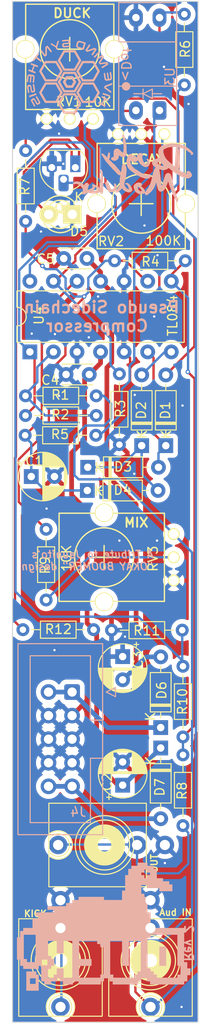
<source format=kicad_pcb>
(kicad_pcb (version 20221018) (generator pcbnew)
  (title_block (title "DUCK") (rev "2"))
  (layers (0 "F.Cu" signal) (31 "B.Cu" signal) (34 "B.Paste" user) (35 "F.Paste" user) (36 "B.SilkS" user "B.Silkscreen") (37 "F.SilkS" user "F.Silkscreen") (38 "B.Mask" user) (39 "F.Mask" user) (44 "Edge.Cuts" user))
  (net 0 "")
  (net 1 "Net-(D1-K)")
  (net 2 "Net-(D1-A)")
  (net 3 "Net-(D2-K)")
  (net 4 "Net-(D2-A)")
  (net 5 "Net-(D4-K)")
  (net 6 "GND")
  (net 7 "Net-(J2-Tip)")
  (net 8 "Net-(J3-Tip)")
  (net 9 "Net-(J1-Tip)")
  (net 10 "Net-(R2-Pad2)")
  (net 11 "Net-(D6-A)")
  (net 12 "Net-(R5-Pad1)")
  (net 13 "Net-(R6-Pad2)")
  (net 14 "Net-(R9-Pad2)")
  (net 15 "Net-(U4A--)")
  (net 16 "Net-(U3--)")
  (net 17 "Net-(U4C--)")
  (net 18 "Net-(U3-+)")
  (net 19 "Net-(D5-A)")
  (net 20 "Net-(Q1-B)")
  (net 21 "Net-(R10-Pad1)")
  (net 22 "+12V")
  (net 23 "Net-(D6-K)")
  (net 24 "Net-(D7-A)")
  (footprint "Resistor_THT:R_Axial_DIN0204_L3.6mm_D1.6mm_P7.62mm_Horizontal" (layer "F.Cu") (at 99.1 92.5 180)
    (fp_text reference "R1")
    (fp_text value "10K")
  )
  (footprint "Resistor_THT:R_Axial_DIN0204_L3.6mm_D1.6mm_P7.62mm_Horizontal" (layer "F.Cu") (at 108.45 131.19 -90)
    (fp_text reference "R8")
    (fp_text value "220R")
  )
  (footprint "Capacitor_THT:CP_Radial_D5.0mm_P2.50mm" (layer "F.Cu") (at 101.95 120.6 -90)
    (fp_text reference "C3")
    (fp_text value "10uF")
  )
  (footprint "Resistor_THT:R_Axial_DIN0204_L3.6mm_D1.6mm_P7.62mm_Horizontal" (layer "F.Cu") (at 101.08 77.95)
    (fp_text reference "R4")
    (fp_text value "100K")
  )
  (footprint "Resistor_THT:R_Axial_DIN0204_L3.6mm_D1.6mm_P7.62mm_Horizontal" (layer "F.Cu") (at 99.1 94.62 180)
    (fp_text reference "R2")
    (fp_text value "100K")
  )
  (footprint "Diode_THT:D_DO-35_SOD27_P7.62mm_Horizontal" (layer "F.Cu") (at 98.14 102.7)
    (fp_text reference "D4")
    (fp_text value "1N4148")
  )
  (footprint "Capacitor_THT:C_Disc_D3.0mm_W2.0mm_P2.50mm" (layer "F.Cu") (at 95.6 77.7)
    (fp_text reference "C5")
    (fp_text value "100 nf")
  )
  (footprint "winterbloom:AudioJack_WQP518MA" (layer "F.Cu") (at 104.95 153.35 180)
    (fp_text reference "J2" hide)
    (fp_text value "Aud IN")
  )
  (footprint "Resistor_THT:R_Axial_DIN0204_L3.6mm_D1.6mm_P7.62mm_Horizontal" (layer "F.Cu") (at 108.45 129.26 90)
    (fp_text reference "R10")
    (fp_text value "100K")
  )
  (footprint "Package_TO_SOT_THT:TO-92_HandSolder" (layer "F.Cu") (at 96.85 67.9 180)
    (fp_text reference "Q1")
    (fp_text value "2N3906")
  )
  (footprint "Diode_THT:D_DO-35_SOD27_P7.62mm_Horizontal" (layer "F.Cu") (at 98.19 100.2)
    (fp_text reference "D3")
    (fp_text value "1N4148")
  )
  (footprint "winterbloom:AudioJack_WQP518MA" (layer "F.Cu") (at 100 140.9 90)
    (fp_text reference "J3" hide)
    (fp_text value "OUT")
  )
  (footprint "Resistor_THT:R_Axial_DIN0204_L3.6mm_D1.6mm_P7.62mm_Horizontal" (layer "F.Cu") (at 99.06 96.75 180)
    (fp_text reference "R5")
    (fp_text value "220R")
  )
  (footprint "Eurocad:Alpha9mmPot" (layer "F.Cu") (at 99.95 109.9 90)
    (fp_text reference "RV3")
    (fp_text value "10K")
  )
  (footprint "Resistor_THT:R_Axial_DIN0204_L3.6mm_D1.6mm_P7.62mm_Horizontal" (layer "F.Cu") (at 108.6 59 90)
    (fp_text reference "R6")
    (fp_text value "47k")
  )
  (footprint "Resistor_THT:R_Axial_DIN0204_L3.6mm_D1.6mm_P7.62mm_Horizontal" (layer "F.Cu") (at 91.2 117.7)
    (fp_text reference "R12")
    (fp_text value "100K")
  )
  (footprint "Diode_THT:D_DO-35_SOD27_P7.62mm_Horizontal" (layer "F.Cu") (at 106.05 130.45 -90)
    (fp_text reference "D7")
    (fp_text value "D_Schottky")
  )
  (footprint "Resistor_THT:R_Axial_DIN0204_L3.6mm_D1.6mm_P7.62mm_Horizontal" (layer "F.Cu") (at 108.37 117.75 180)
    (fp_text reference "R11")
    (fp_text value "100K")
  )
  (footprint "Diode_THT:D_DO-35_SOD27_P7.62mm_Horizontal" (layer "F.Cu") (at 106.05 128.25 90)
    (fp_text reference "D6")
    (fp_text value "D_Schottky")
  )
  (footprint "Eurocad:Alpha9mmPot" (layer "F.Cu") (at 96.25 55.15)
    (fp_text reference "RV1")
    (fp_text value "10K")
  )
  (footprint "Diode_THT:D_DO-35_SOD27_P7.62mm_Horizontal" (layer "F.Cu") (at 106.6 97.87 90)
    (fp_text reference "D1")
    (fp_text value "1N4148")
  )
  (footprint "Capacitor_THT:C_Disc_D3.0mm_W2.0mm_P2.50mm" (layer "F.Cu") (at 98.35 90.2 180)
    (fp_text reference "C4")
    (fp_text value "100 nF")
  )
  (footprint "PCM_4ms_Package_DIP:DIP-14_W7.62mm" (layer "F.Cu") (at 92 87.77 90)
    (fp_text reference "U4")
    (fp_text value "TL084")
  )
  (footprint "Capacitor_THT:CP_Radial_D5.0mm_P2.50mm" (layer "F.Cu") (at 101.95 134.455112 90)
    (fp_text reference "C2")
    (fp_text value "10uF")
  )
  (footprint "Capacitor_THT:CP_Radial_D5.0mm_P2.50mm" (layer "F.Cu") (at 92.1 101.2)
    (fp_text reference "C1")
    (fp_text value "1 uF")
  )
  (footprint "Resistor_THT:R_Axial_DIN0204_L3.6mm_D1.6mm_P7.62mm_Horizontal" (layer "F.Cu") (at 91.5 66.08 -90)
    (fp_text reference "R7")
    (fp_text value "47k")
  )
  (footprint "winterbloom:AudioJack_WQP518MA" (layer "F.Cu") (at 95.25 153.35 180)
    (fp_text reference "J1" hide)
    (fp_text value "KICK")
  )
  (footprint "Diode_THT:D_DO-35_SOD27_P7.62mm_Horizontal" (layer "F.Cu") (at 104 97.87 90)
    (fp_text reference "D2")
    (fp_text value "1N4148")
  )
  (footprint "Resistor_THT:R_Axial_DIN0204_L3.6mm_D1.6mm_P7.62mm_Horizontal" (layer "F.Cu") (at 101.6 97.76 90)
    (fp_text reference "R3")
    (fp_text value "1K")
  )
  (footprint "Eurocad:LED3mm" (layer "F.Cu") (at 95.25 72.95 180)
    (fp_text reference "D5")
    (fp_text value "LED")
  )
  (footprint "Eurocad:Alpha9mmPot" (layer "F.Cu") (at 103.95 71.8 180)
    (fp_text reference "RV2")
    (fp_text value "100K")
  )
  (footprint "Resistor_THT:R_Axial_DIN0204_L3.6mm_D1.6mm_P7.62mm_Horizontal" (layer "F.Cu") (at 93.7 106.88 -90)
    (fp_text reference "R9")
    (fp_text value "33k")
  )
  (footprint "doughyparts:Vactrol" (layer "B.Cu") (at 105.92 61.75 90)
    (fp_text reference "U3")
    (fp_text value "VTL5C")
  )
  (footprint "Connector_IDC:IDC-Header_2x05_P2.54mm_Vertical" (layer "B.Cu") (at 96.5 124.42 180)
    (fp_text reference "J4")
    (fp_text value "EurorackPower")
  )
  (gr_poly (pts (xy 93.644065 58.726735) (xy 93.64001 58.726943) (xy 93.635983 58.727286) (xy 93.631987 58.727764) (xy 93.628023 58.728375) (xy 93.624095 58.729116) (xy 93.620205 58.729987) (xy 93.616355 58.730986) (xy 93.612547 58.732111) (xy 93.608785 58.73336) (xy 93.60507 58.734731) (xy 93.601404 58.736224) (xy 93.597792 58.737835) (xy 93.594234 58.739564) (xy 93.590733 58.741409) (xy 93.587292 58.743368) (xy 93.583912 58.745439) (xy 93.580598 58.747621) (xy 93.57735 58.749912) (xy 93.574171 58.75231) (xy 93.571064 58.754814) (xy 93.568031 58.757422) (xy 93.565075 58.760132) (xy 93.562197 58.762943) (xy 93.559402 58.765852) (xy 93.556689 58.768859) (xy 93.554064 58.771961) (xy 93.551526 58.775157) (xy 93.54908 58.778444) (xy 93.546728 58.781823) (xy 93.544471 58.785289) (xy 93.542312 58.788843) (xy 92.972136 59.775739) (xy 92.972136 59.77574) (xy 92.968183 59.783022) (xy 92.964761 59.790467) (xy 92.961875 59.798052) (xy 92.959527 59.805753) (xy 92.957721 59.813547) (xy 92.956462 59.821411) (xy 92.955753 59.829321) (xy 92.955599 59.837255) (xy 92.956003 59.845189) (xy 92.956969 59.853099) (xy 92.9585 59.860963) (xy 92.960601 59.868757) (xy 92.963276 59.876458) (xy 92.966529 59.884043) (xy 92.970363 59.891488) (xy 92.974782 59.89877) (xy 93.544958 60.885666) (xy 93.54914 60.892672) (xy 93.553733 60.899296) (xy 93.558713 60.905528) (xy 93.564058 60.91136) (xy 93.569743 60.91678) (xy 93.575747 60.92178) (xy 93.582045 60.92635) (xy 93.588614 60.93048) (xy 93.595432 60.93416) (xy 93.602474 60.937381) (xy 93.609718 60.940133) (xy 93.61714 60.942406) (xy 93.624717 60.944192) (xy 93.632426 60.945479) (xy 93.640243 60.946258) (xy 93.648146 60.94652) (xy 94.791146 60.94652) (xy 94.795227 60.94645) (xy 94.799282 60.946243) (xy 94.803309 60.9459) (xy 94.807305 60.945422) (xy 94.811269 60.944811) (xy 94.815197 60.944069) (xy 94.819087 60.943198) (xy 94.822937 60.9422) (xy 94.826745 60.941075) (xy 94.830507 60.939826) (xy 94.834222 60.938455) (xy 94.837887 60.936962) (xy 94.8415 60.935351) (xy 94.845058 60.933622) (xy 94.848559 60.931777) (xy 94.852 60.929818) (xy 94.855379 60.927747) (xy 94.858694 60.925565) (xy 94.861942 60.923274) (xy 94.865121 60.920876) (xy 94.868228 60.918372) (xy 94.87126 60.915764) (xy 94.874217 60.913054) (xy 94.877094 60.910243) (xy 94.87989 60.907334) (xy 94.882602 60.904327) (xy 94.885228 60.901225) (xy 94.887765 60.898029) (xy 94.890212 60.894741) (xy 94.892564 60.891363) (xy 94.894821 60.887896) (xy 94.896979 60.884343) (xy 95.467156 59.897448) (xy 95.471109 59.890383) (xy 95.474533 59.8831) (xy 95.477426 59.875626) (xy 95.479786 59.867992) (xy 95.481611 59.860226) (xy 95.482899 59.852357) (xy 95.483649 59.844415) (xy 95.483853 59.836592) (xy 95.22374 59.836592) (xy 94.722354 60.704425) (xy 93.719584 60.704425) (xy 93.219521 59.836592) (xy 93.21952 59.836592) (xy 93.720906 58.96876) (xy 94.722354 58.96876) (xy 95.22374 59.836592) (xy 95.483853 59.836592) (xy 95.483858 59.836428) (xy 95.483524 59.828425) (xy 95.482646 59.820436) (xy 95.481221 59.81249) (xy 95.479248 59.804616) (xy 95.476725 59.796842) (xy 95.473649 59.789198) (xy 95.470019 59.781713) (xy 95.465833 59.774416) (xy 94.895656 58.78752) (xy 94.891226 58.780514) (xy 94.886385 58.77389) (xy 94.881157 58.767658) (xy 94.875564 58.761827) (xy 94.86963 58.756406) (xy 94.863379 58.751406) (xy 94.856833 58.746836) (xy 94.850016 58.742706) (xy 94.84295 58.739026) (xy 94.83566 58.735805) (xy 94.828168 58.733053) (xy 94.820498 58.730779) (xy 94.812673 58.728994) (xy 94.804716 58.727707) (xy 94.796651 58.726928) (xy 94.7885 58.726666) (xy 93.648146 58.726666)) (fill solid) (layer "B.SilkS"))
  (gr_poly (pts (xy 103.814095 66.336684) (xy 103.811125 66.336883) (xy 103.808168 66.337252) (xy 103.805223 66.337779) (xy 103.802289 66.338456) (xy 103.799365 66.339272) (xy 103.79645 66.340218) (xy 103.790642 66.342457) (xy 103.784857 66.345093) (xy 103.779088 66.348048) (xy 103.773325 66.351241) (xy 103.767561 66.354593) (xy 103.755998 66.361453) (xy 103.750182 66.364803) (xy 103.744332 66.367993) (xy 103.73844 66.370944) (xy 103.732498 66.373575) (xy 103.726499 66.375808) (xy 103.723474 66.376749) (xy 103.720432 66.377562) (xy 103.714027 66.379272) (xy 103.707829 66.381198) (xy 103.70183 66.383332) (xy 103.696025 66.385666) (xy 103.690407 66.388193) (xy 103.684967 66.390905) (xy 103.679701 66.393794) (xy 103.6746 66.396853) (xy 103.669657 66.400075) (xy 103.664867 66.403451) (xy 103.655713 66.410636) (xy 103.647084 66.418348) (xy 103.638924 66.426526) (xy 103.631178 66.435108) (xy 103.623791 66.444034) (xy 103.616707 66.453243) (xy 103.609872 66.462673) (xy 103.596724 66.481953) (xy 103.583907 66.501387) (xy 103.579079 66.508831) (xy 103.574416 66.516423) (xy 103.569914 66.524152) (xy 103.56557 66.532008) (xy 103.561383 66.53998) (xy 103.557348 66.548058) (xy 103.549726 66.56449) (xy 103.542681 66.581219) (xy 103.536189 66.598162) (xy 103.530228 66.615235) (xy 103.524773 66.632355) (xy 103.522277 66.640726) (xy 103.519988 66.649164) (xy 103.515961 66.66622) (xy 103.512557 66.683471) (xy 103.509642 66.700866) (xy 103.50708 66.718354) (xy 103.504737 66.735884) (xy 103.500167 66.770865) (xy 103.499872 66.773631) (xy 103.499723 66.776436) (xy 103.49971 66.7793) (xy 103.499819 66.782244) (xy 103.500041 66.785288) (xy 103.500362 66.788452) (xy 103.501258 66.795223) (xy 103.503738 66.811104) (xy 103.505137 66.82054) (xy 103.506517 66.83119) (xy 103.470401 66.799936) (xy 103.455506 66.787099) (xy 103.441429 66.77523) (xy 103.416087 66.753217) (xy 103.391094 66.730613) (xy 103.366204 66.707832) (xy 103.341169 66.685289) (xy 103.315743 66.663396) (xy 103.302807 66.652823) (xy 103.28968 66.642569) (xy 103.276333 66.632684) (xy 103.262734 66.62322) (xy 103.248852 66.61423) (xy 103.234657 66.605765) (xy 103.216463 66.595849) (xy 103.19933 66.587697) (xy 103.191136 66.58429) (xy 103.183177 66.581335) (xy 103.175442 66.578832) (xy 103.16792 66.576787) (xy 103.160602 66.575201) (xy 103.153477 66.574078) (xy 103.146535 66.573422) (xy 103.139765 66.573234) (xy 103.133158 66.573519) (xy 103.126702 66.57428) (xy 103.120388 66.575519) (xy 103.114206 66.577239) (xy 103.108144 66.579445) (xy 103.102193 66.582139) (xy 103.096342 66.585323) (xy 103.090581 66.589002) (xy 103.084899 66.593178) (xy 103.079287 66.597855) (xy 103.073735 66.603036) (xy 103.06823 66.608723) (xy 103.062764 66.61492) (xy 103.057327 66.62163) (xy 103.051906 66.628856) (xy 103.046494 66.636601) (xy 103.035649 66.653662) (xy 103.024711 66.672837) (xy 103.023211 66.669268) (xy 103.021696 66.665846) (xy 103.018677 66.659405) (xy 103.013052 66.647833) (xy 103.010661 66.642536) (xy 103.009617 66.639973) (xy 103.008693 66.637453) (xy 103.007901 66.634965) (xy 103.007255 66.632499) (xy 103.006768 66.630046) (xy 103.006454 66.627593) (xy 103.005053 66.615163) (xy 103.003211 66.603164) (xy 103.000896 66.59158) (xy 102.998076 66.580396) (xy 102.994719 66.569595) (xy 102.990792 66.559162) (xy 102.986264 66.549082) (xy 102.981104 66.539338) (xy 102.975278 66.529915) (xy 102.968755 66.520797) (xy 102.961503 66.511969) (xy 102.95349 66.503414) (xy 102.944684 66.495118) (xy 102.935053 66.487064) (xy 102.924565 66.479237) (xy 102.913188 66.471621) (xy 102.894239 66.460452) (xy 102.875487 66.450901) (xy 102.856925 66.442957) (xy 102.838545 66.436609) (xy 102.820339 66.431847) (xy 102.8023 66.428661) (xy 102.78442 66.427039) (xy 102.766692 66.426973) (xy 102.749108 66.42845) (xy 102.731661 66.431461) (xy 102.714343 66.435995) (xy 102.697146 66.442041) (xy 102.680063 66.44959) (xy 102.663087 66.458631) (xy 102.646209 66.469153) (xy 102.629423 66.481146) (xy 102.623445 66.485982) (xy 102.617711 66.491238) (xy 102.612213 66.496878) (xy 102.606944 66.502869) (xy 102.601895 66.509173) (xy 102.59706 66.515756) (xy 102.59243 66.522581) (xy 102.587999 66.529614) (xy 102.583759 66.53682) (xy 102.579701 66.544162) (xy 102.575819 66.551605) (xy 102.572105 66.559113) (xy 102.565152 66.574186) (xy 102.558779 66.589096) (xy 102.542132 66.631117) (xy 102.526211 66.673444) (xy 102.495279 66.758462) (xy 102.479637 66.800874) (xy 102.463455 66.843034) (xy 102.446417 66.884804) (xy 102.428207 66.926043) (xy 102.419464 66.946176) (xy 102.411781 66.966392) (xy 102.405074 66.986687) (xy 102.39926 67.007061) (xy 102.394256 67.027512) (xy 102.389977 67.048038) (xy 102.38634 67.068637) (xy 102.383261 67.089307) (xy 102.378443 67.130856) (xy 102.374853 67.17267) (xy 102.368676 67.257036) (xy 102.368407 67.262358) (xy 102.368401 67.267682) (xy 102.369078 67.278333) (xy 102.370506 67.288986) (xy 102.372484 67.299638) (xy 102.381872 67.342166) (xy 102.383583 67.35276) (xy 102.384636 67.363332) (xy 102.384854 67.368609) (xy 102.384832 67.373879) (xy 102.384545 67.379141) (xy 102.383968 67.384396) (xy 102.383076 67.389643) (xy 102.381844 67.394881) (xy 102.380246 67.40011) (xy 102.378258 67.40533) (xy 102.375855 67.41054) (xy 102.37301 67.415739) (xy 102.369699 67.420928) (xy 102.365898 67.426105) (xy 102.365491 67.426694) (xy 102.365163 67.427343) (xy 102.364908 67.428049) (xy 102.364724 67.42881) (xy 102.364606 67.429622) (xy 102.364551 67.430482) (xy 102.364555 67.431388) (xy 102.364614 67.432338) (xy 102.364885 67.434353) (xy 102.365333 67.436507) (xy 102.365929 67.438776) (xy 102.366642 67.441137) (xy 102.368305 67.446046) (xy 102.370084 67.451053) (xy 102.371741 67.455976) (xy 102.372451 67.458349) (xy 102.373041 67.460634) (xy 102.412332 67.617349) (xy 102.432312 67.695652) (xy 102.452813 67.773768) (xy 102.454063 67.778293) (xy 102.455427 67.782791) (xy 102.456897 67.787263) (xy 102.458468 67.791708) (xy 102.461882 67.800522) (xy 102.465612 67.809239) (xy 102.469603 67.817862) (xy 102.473798 67.826397) (xy 102.478142 67.834849) (xy 102.482579 67.843221) (xy 102.505349 67.883841) (xy 102.517202 67.903706) (xy 102.529385 67.923284) (xy 102.541912 67.942581) (xy 102.554798 67.961602) (xy 102.568055 67.980355) (xy 102.581698 67.998846) (xy 102.595741 68.01708) (xy 102.610199 68.035066) (xy 102.625084 68.052808) (xy 102.640411 68.070314) (xy 102.656193 68.08759) (xy 102.672446 68.104642) (xy 102.689182 68.121476) (xy 102.706416 68.138099) (xy 102.76364 68.190618) (xy 102.822124 68.241169) (xy 102.881752 68.289981) (xy 102.942408 68.337281) (xy 103.003975 68.383297) (xy 103.066338 68.428258) (xy 103.12938 68.472391) (xy 103.192985 68.515924) (xy 103.252968 68.556163) (xy 103.313287 68.595845) (xy 103.373978 68.634856) (xy 103.435079 68.673086) (xy 103.497934 68.711937) (xy 103.561086 68.750229) (xy 103.592867 68.769038) (xy 103.624835 68.787554) (xy 103.657025 68.805725) (xy 103.689476 68.823502) (xy 103.721939 68.840196) (xy 103.754892 68.856002) (xy 103.821387 68.886456) (xy 103.854492 68.901858) (xy 103.887212 68.917878) (xy 103.919327 68.934893) (xy 103.93509 68.943891) (xy 103.950619 68.95328) (xy 103.969035 68.963965) (xy 103.987791 68.97335) (xy 104.006847 68.981586) (xy 104.026162 68.988825) (xy 104.045696 68.995217) (xy 104.065408 69.000914) (xy 104.105202 69.010827) (xy 104.185135 69.028959) (xy 104.204953 69.034021) (xy 104.224623 69.039597) (xy 104.244105 69.045838) (xy 104.263357 69.052896) (xy 104.286822 69.06163) (xy 104.31034 69.069397) (xy 104.333919 69.076225) (xy 104.357565 69.08214) (xy 104.381286 69.087173) (xy 104.405088 69.091349) (xy 104.428978 69.094698) (xy 104.452964 69.097246) (xy 104.477052 69.099023) (xy 104.501249 69.100056) (xy 104.525563 69.100372) (xy 104.55 69.1) (xy 104.574567 69.098967) (xy 104.599271 69.097302) (xy 104.62412 69.095033) (xy 104.649119 69.092186) (xy 104.676711 69.088411) (xy 104.703832 69.084088) (xy 104.730498 69.079001) (xy 104.743665 69.076105) (xy 104.756722 69.072938) (xy 104.769673 69.069473) (xy 104.782518 69.065684) (xy 104.79526 69.061544) (xy 104.807901 69.057026) (xy 104.820441 69.052103) (xy 104.832883 69.046749) (xy 104.845228 69.040936) (xy 104.857479 69.034639) (xy 104.865487 69.030135) (xy 104.873357 69.025265) (xy 104.881076 69.020045) (xy 104.888636 69.014489) (xy 104.896024 69.008615) (xy 104.90323 69.002436) (xy 104.910244 68.995968) (xy 104.917054 68.989228) (xy 104.923649 68.98223) (xy 104.930019 68.97499) (xy 104.936152 68.967524) (xy 104.942039 68.959846) (xy 104.947668 68.951973) (xy 104.953028 68.94392) (xy 104.958108 68.935702) (xy 104.962899 68.927334) (xy 104.967388 68.918833) (xy 104.971565 68.910214) (xy 104.97542 68.901492) (xy 104.97894 68.892683) (xy 104.982117 68.883802) (xy 104.984938 68.874865) (xy 104.987393 68.865887) (xy 104.989471 68.856883) (xy 104.991161 68.84787) (xy 104.992453 68.838862) (xy 104.993335 68.829875) (xy 104.993797 68.820925) (xy 104.993828 68.812027) (xy 104.993417 68.803196) (xy 104.992553 68.794448) (xy 104.991226 68.785799) (xy 104.987883 68.770031) (xy 104.983663 68.754884) (xy 104.978572 68.740375) (xy 104.972616 68.726522) (xy 104.965802 68.713341) (xy 104.958137 68.700848) (xy 104.949627 68.689062) (xy 104.940277 68.677998) (xy 104.930095 68.667673) (xy 104.919087 68.658105) (xy 104.907259 68.64931) (xy 104.894618 68.641306) (xy 104.88117 68.634108) (xy 104.866921 68.627734) (xy 104.851878 68.6222) (xy 104.836048 68.617524) (xy 104.830546 68.616211) (xy 104.825129 68.61517) (xy 104.819793 68.614391) (xy 104.814537 68.613867) (xy 104.809357 68.61359) (xy 104.804252 68.613553) (xy 104.79922 68.613747) (xy 104.794258 68.614163) (xy 104.789364 68.614795) (xy 104.784536 68.615634) (xy 104.775068 68.617901) (xy 104.765836 68.620901) (xy 104.756821 68.624569) (xy 104.748007 68.628842) (xy 104.739375 68.633655) (xy 104.730907 68.638945) (xy 104.722585 68.644648) (xy 104.714391 68.6507) (xy 104.706306 68.657037) (xy 104.690395 68.670309) (xy 104.676204 68.682051) (xy 104.669214 68.687474) (xy 104.662223 68.692509) (xy 104.655178 68.697088) (xy 104.648027 68.701144) (xy 104.644396 68.702955) (xy 104.640717 68.704609) (xy 104.636986 68.706099) (xy 104.633195 68.707416) (xy 104.629338 68.708552) (xy 104.625408 68.709498) (xy 104.621398 68.710246) (xy 104.617302 68.710787) (xy 104.613114 68.711113) (xy 104.608826 68.711215) (xy 104.604432 68.711085) (xy 104.599926 68.710715) (xy 104.5953 68.710097) (xy 104.590549 68.709221) (xy 104.585665 68.708079) (xy 104.580643 68.706663) (xy 104.575474 68.704965) (xy 104.570154 68.702975) (xy 104.564674 68.700686) (xy 104.559029 68.69809) (xy 104.546563 68.692613) (xy 104.53375 68.687876) (xy 104.520635 68.683781) (xy 104.507262 68.68023) (xy 104.493675 68.677126) (xy 104.479918 68.67437) (xy 104.452071 68.669515) (xy 104.424076 68.664882) (xy 104.396285 68.659692) (xy 104.382577 68.656643) (xy 104.369053 68.653162) (xy 104.355756 68.649151) (xy 104.342732 68.644512) (xy 104.297719 68.626815) (xy 104.252902 68.608533) (xy 104.208326 68.589636) (xy 104.164039 68.570098) (xy 104.120087 68.54989) (xy 104.076516 68.528984) (xy 104.033373 68.507353) (xy 103.990704 68.484968) (xy 103.945296 68.4599) (xy 103.90039 68.43392) (xy 103.855894 68.407196) (xy 103.811713 68.379895) (xy 103.636294 68.268274) (xy 103.630408 68.264372) (xy 103.624644 68.260276) (xy 103.618984 68.256013) (xy 103.613412 68.251612) (xy 103.602459 68.242511) (xy 103.591646 68.2332) (xy 103.580833 68.223909) (xy 103.56988 68.214863) (xy 103.564308 68.210505) (xy 103.558648 68.206293) (xy 103.552884 68.202256) (xy 103.546998 68.198424) (xy 103.526025 68.185551) (xy 103.504824 68.173055) (xy 103.462017 68.148765) (xy 103.419136 68.124699) (xy 103.397842 68.112481) (xy 103.376738 68.099999) (xy 103.297214 68.053069) (xy 103.277833 68.040778) (xy 103.268349 68.034421) (xy 103.259034 68.027892) (xy 103.249911 68.021167) (xy 103.241006 68.014224) (xy 103.232341 68.00704) (xy 103.223941 67.99959) (xy 103.18826 67.966479) (xy 103.15295 67.932946) (xy 103.118013 67.899012) (xy 103.083448 67.864702) (xy 103.049254 67.830038) (xy 103.015433 67.795044) (xy 102.981984 67.759743) (xy 102.948907 67.724158) (xy 102.94432 67.718931) (xy 102.939999 67.713524) (xy 102.932091 67.702225) (xy 102.92506 67.690358) (xy 102.918782 67.678022) (xy 102.913131 67.665313) (xy 102.907984 67.65233) (xy 102.898703 67.625932) (xy 102.889942 67.599608) (xy 102.885446 67.586718) (xy 102.880707 67.57414) (xy 102.8756 67.561971) (xy 102.870002 67.550309) (xy 102.863787 67.539251) (xy 102.856832 67.528896) (xy 102.853108 67.523688) (xy 102.849665 67.518483) (xy 102.843569 67.508082) (xy 102.838434 67.497694) (xy 102.834148 67.487323) (xy 102.830602 67.476971) (xy 102.827685 67.466639) (xy 102.825286 67.456331) (xy 102.823296 67.446048) (xy 102.820098 67.425569) (xy 102.817206 67.40522) (xy 102.8156 67.3951) (xy 102.813738 67.38502) (xy 102.811512 67.374981) (xy 102.80881 67.364987) (xy 102.805806 67.354041) (xy 102.803309 67.342922) (xy 102.801266 67.331616) (xy 102.799626 67.320109) (xy 102.798337 67.308385) (xy 102.797348 67.296431) (xy 102.79606 67.271771) (xy 102.794801 67.219042) (xy 102.794002 67.190741) (xy 102.792538 67.160993) (xy 102.792539 67.159405) (xy 102.846483 67.195337) (xy 102.899978 67.226964) (xy 102.953042 67.254112) (xy 103.005692 67.276607) (xy 103.031867 67.286056) (xy 103.057944 67.294275) (xy 103.083926 67.301244) (xy 103.109815 67.30694) (xy 103.135613 67.311343) (xy 103.161322 67.31443) (xy 103.186945 67.316178) (xy 103.212482 67.316568) (xy 103.237938 67.315576) (xy 103.263312 67.313181) (xy 103.288609 67.309361) (xy 103.313829 67.304094) (xy 103.338975 67.297359) (xy 103.364049 67.289133) (xy 103.389053 67.279396) (xy 103.413989 67.268124) (xy 103.43886 67.255297) (xy 103.463667 67.240892) (xy 103.488413 67.224888) (xy 103.513099 67.207263) (xy 103.537728 67.187995) (xy 103.562302 67.167062) (xy 103.586823 67.144442) (xy 103.611292 67.120115) (xy 103.646713 67.196017) (xy 103.655196 67.2139) (xy 103.663754 67.231401) (xy 103.672498 67.248549) (xy 103.681539 67.265371) (xy 103.732203 67.358996) (xy 103.75846 67.405163) (xy 103.772207 67.427795) (xy 103.786513 67.450017) (xy 103.801489 67.471746) (xy 103.817244 67.4929) (xy 103.833891 67.513395) (xy 103.851538 67.53315) (xy 103.870298 67.552082) (xy 103.890279 67.570107) (xy 103.911592 67.587145) (xy 103.934349 67.603112) (xy 103.941736 67.608109) (xy 103.949021 67.613267) (xy 103.956215 67.61857) (xy 103.963327 67.624004) (xy 103.977344 67.635196) (xy 103.991151 67.646719) (xy 104.018455 67.670252) (xy 104.032109 67.682012) (xy 104.04587 67.693599) (xy 104.067121 67.710599) (xy 104.088754 67.726626) (xy 104.110772 67.741684) (xy 104.133177 67.755778) (xy 104.15597 67.768912) (xy 104.179153 67.781089) (xy 104.202728 67.792314) (xy 104.226697 67.802591) (xy 104.25106 67.811924) (xy 104.275821 67.820316) (xy 104.300981 67.827773) (xy 104.326542 67.834298) (xy 104.352504 67.839894) (xy 104.378871 67.844568) (xy 104.405643 67.848321) (xy 104.432823 67.851159) (xy 104.446498 67.851935) (xy 104.460556 67.851972) (xy 104.489632 67.849909) (xy 104.519685 67.845134) (xy 104.550348 67.837814) (xy 104.581252 67.828111) (xy 104.612031 67.816193) (xy 104.642317 67.802224) (xy 104.671742 67.786369) (xy 104.69994 67.768793) (xy 104.726542 67.749661) (xy 104.751181 67.729138) (xy 104.773491 67.707391) (xy 104.793103 67.684582) (xy 104.801782 67.672832) (xy 104.80965 67.660879) (xy 104.816659 67.648743) (xy 104.822765 67.636445) (xy 104.82792 67.624006) (xy 104.832079 67.611446) (xy 104.836564 67.594753) (xy 104.840514 67.577873) (xy 104.843963 67.560826) (xy 104.846944 67.54363) (xy 104.84949 67.526304) (xy 104.851634 67.508866) (xy 104.85485 67.47373) (xy 104.856857 67.438371) (xy 104.85792 67.402938) (xy 104.858304 67.367579) (xy 104.858274 67.332443) (xy 104.85753 67.307721) (xy 104.855602 67.283418) (xy 104.852493 67.259546) (xy 104.848209 67.236114) (xy 104.842756 67.213134) (xy 104.836138 67.190615) (xy 104.828361 67.168568) (xy 104.819429 67.147003) (xy 104.809349 67.125932) (xy 104.798126 67.105364) (xy 104.785764 67.08531) (xy 104.772269 67.06578) (xy 104.757647 67.046785) (xy 104.741902 67.028336) (xy 104.725039 67.010442) (xy 104.707064 66.993115) (xy 104.702477 66.989084) (xy 104.697726 66.985328) (xy 104.692825 66.981843) (xy 104.687782 66.978629) (xy 104.682612 66.975685) (xy 104.677323 66.973009) (xy 104.671929 66.970601) (xy 104.66644 66.968459) (xy 104.660868 66.966582) (xy 104.655225 66.964969) (xy 104.649521 66.963619) (xy 104.643768 66.962531) (xy 104.637978 66.961703) (xy 104.632161 66.961134) (xy 104.62633 66.960823) (xy 104.620496 66.960769) (xy 104.61467 66.960972) (xy 104.608863 66.961428) (xy 104.603087 66.962139) (xy 104.597354 66.963101) (xy 104.591674 66.964315) (xy 104.58606 66.965778) (xy 104.580522 66.967491) (xy 104.575072 66.969451) (xy 104.569722 66.971658) (xy 104.564482 66.97411) (xy 104.559365 66.976806) (xy 104.554381 66.979745) (xy 104.549543 66.982926) (xy 104.54486 66.986348) (xy 104.540346 66.990009) (xy 104.536011 66.993908) (xy 104.531576 66.99832) (xy 104.527528 67.002769) (xy 104.523907 67.007244) (xy 104.52227 67.009489) (xy 104.520756 67.011737) (xy 104.51937 67.013986) (xy 104.518117 67.016236) (xy 104.517002 67.018485) (xy 104.516031 67.020732) (xy 104.515208 67.022976) (xy 104.51454 67.025216) (xy 104.514031 67.02745) (xy 104.513687 67.029677) (xy 104.513512 67.031896) (xy 104.513512 67.034105) (xy 104.513693 67.036304) (xy 104.514059 67.038491) (xy 104.514616 67.040665) (xy 104.515368 67.042825) (xy 104.516322 67.044969) (xy 104.517482 67.047096) (xy 104.518854 67.049205) (xy 104.520442 67.051295) (xy 104.522253 67.053365) (xy 104.524291 67.055413) (xy 104.526561 67.057437) (xy 104.52907 67.059438) (xy 104.531821 67.061413) (xy 104.53482 67.063362) (xy 104.539224 67.066201) (xy 104.543364 67.069135) (xy 104.547251 67.072161) (xy 104.550896 67.075278) (xy 104.554309 67.078482) (xy 104.557501 67.081771) (xy 104.560483 67.085143) (xy 104.563265 67.088594) (xy 104.565858 67.092123) (xy 104.568273 67.095726) (xy 104.570521 67.099402) (xy 104.572611 67.103148) (xy 104.576364 67.110837) (xy 104.579618 67.118775) (xy 104.582457 67.126941) (xy 104.584969 67.135315) (xy 104.587237 67.143875) (xy 104.589347 67.152603) (xy 104.593438 67.170477) (xy 104.595589 67.179583) (xy 104.597924 67.188774) (xy 104.602954 67.209506) (xy 104.60678 67.230038) (xy 104.609472 67.250387) (xy 104.611101 67.270568) (xy 104.611737 67.290595) (xy 104.611451 67.310483) (xy 104.610312 67.330248) (xy 104.608391 67.349906) (xy 104.605759 67.36947) (xy 104.602485 67.388956) (xy 104.598641 67.408379) (xy 104.594296 67.427755) (xy 104.584386 67.466424) (xy 104.573317 67.505084) (xy 104.571972 67.509227) (xy 104.570401 67.513244) (xy 104.568613 67.51713) (xy 104.56662 67.52088) (xy 104.564431 67.52449) (xy 104.562057 67.527953) (xy 104.559509 67.531265) (xy 104.556797 67.534421) (xy 104.553932 67.537416) (xy 104.550923 67.540246) (xy 104.547782 67.542904) (xy 104.544519 67.545386) (xy 104.541144 67.547687) (xy 104.537668 67.549801) (xy 104.534102 67.551725) (xy 104.530455 67.553453) (xy 104.526738 67.554979) (xy 104.522962 67.556299) (xy 104.519137 67.557408) (xy 104.515274 67.558301) (xy 104.511383 67.558973) (xy 104.507475 67.559418) (xy 104.503559 67.559632) (xy 104.499647 67.55961) (xy 104.495749 67.559347) (xy 104.491876 67.558837) (xy 104.488037 67.558077) (xy 104.484244 67.557059) (xy 104.480506 67.555781) (xy 104.476835 67.554236) (xy 104.47324 67.55242) (xy 104.469733 67.550327) (xy 104.427776 67.522774) (xy 104.40717 67.508631) (xy 104.386935 67.494132) (xy 104.367166 67.479191) (xy 104.347955 67.463723) (xy 104.329395 67.447644) (xy 104.311579 67.430868) (xy 104.2946 67.413311) (xy 104.278551 67.394887) (xy 104.263526 67.375513) (xy 104.249616 67.355102) (xy 104.236916 67.333571) (xy 104.225519 67.310834) (xy 104.220337 67.298986) (xy 104.215516 67.286806) (xy 104.211067 67.274281) (xy 104.207002 67.261403) (xy 104.206479 67.259741) (xy 104.205882 67.258103) (xy 104.205213 67.256488) (xy 104.204477 67.254894) (xy 104.20282 67.251765) (xy 104.200943 67.248702) (xy 104.198878 67.245696) (xy 104.196656 67.242734) (xy 104.19431 67.239804) (xy 104.191871 67.236895) (xy 104.181831 67.225237) (xy 104.17941 67.222259) (xy 104.177088 67.219231) (xy 104.174898 67.216144) (xy 104.172871 67.212984) (xy 104.15268 67.183714) (xy 104.150411 67.18001) (xy 104.148364 67.17635) (xy 104.146588 67.172751) (xy 104.145133 67.169228) (xy 104.144541 67.167501) (xy 104.144047 67.165798) (xy 104.143658 67.164124) (xy 104.14338 67.162478) (xy 104.143219 67.160864) (xy 104.143182 67.159283) (xy 104.143274 67.157738) (xy 104.143502 67.15623) (xy 104.144623 67.150477) (xy 104.145466 67.144821) (xy 104.146043 67.139258) (xy 104.146365 67.133785) (xy 104.146445 67.128396) (xy 104.146294 67.123087) (xy 104.145349 67.112692) (xy 104.143628 67.102565) (xy 104.141227 67.092669) (xy 104.138242 67.08297) (xy 104.13477 67.073432) (xy 104.101036 66.998671) (xy 104.097915 66.990506) (xy 104.094953 66.982237) (xy 104.089508 66.965427) (xy 104.085229 66.950177) (xy 103.232707 66.950177) (xy 103.232064 66.958543) (xy 103.230689 66.966524) (xy 103.221078 66.960901) (xy 103.211808 66.955048) (xy 103.202867 66.948969) (xy 103.194243 66.942671) (xy 103.185922 66.936158) (xy 103.177894 66.929434) (xy 103.170144 66.922506) (xy 103.162662 66.915377) (xy 103.148449 66.900538) (xy 103.135155 66.884957) (xy 103.122682 66.868674) (xy 103.110932 66.851728) (xy 103.099804 66.834159) (xy 103.089201 66.816006) (xy 103.079024 66.797309) (xy 103.069173 66.778108) (xy 103.050056 66.738349) (xy 103.031061 66.697046) (xy 103.041184 66.700377) (xy 103.051297 66.704393) (xy 103.061376 66.709059) (xy 103.071397 66.714339) (xy 103.081336 66.720196) (xy 103.091168 66.726597) (xy 103.10087 66.733504) (xy 103.110417 66.740882) (xy 103.128953 66.756909) (xy 103.146582 66.774392) (xy 103.163112 66.793046) (xy 103.178351 66.812586) (xy 103.192106 66.832726) (xy 103.204186 66.85318) (xy 103.214397 66.873663) (xy 103.218741 66.883826) (xy 103.222547 66.89389) (xy 103.225789 66.903818) (xy 103.228443 66.913575) (xy 103.230487 66.923125) (xy 103.231894 66.932432) (xy 103.232642 66.941462) (xy 103.232707 66.950177) (xy 104.085229 66.950177) (xy 104.084704 66.948309) (xy 104.080547 66.930954) (xy 104.077041 66.913432) (xy 104.074191 66.895812) (xy 104.072001 66.878164) (xy 104.070476 66.860559) (xy 104.069342 66.849637) (xy 104.067541 66.838743) (xy 104.065243 66.827867) (xy 104.062619 66.817001) (xy 104.057075 66.79526) (xy 104.054494 66.784366) (xy 104.05227 66.773444) (xy 104.05057 66.762485) (xy 104.049567 66.75148) (xy 104.049379 66.745957) (xy 104.049429 66.740419) (xy 104.049739 66.734864) (xy 104.050328 66.729292) (xy 104.05122 66.723702) (xy 104.052435 66.718091) (xy 104.053993 66.71246) (xy 104.055918 66.706807) (xy 104.058229 66.70113) (xy 104.060949 66.695429) (xy 104.064098 66.689702) (xy 104.067698 66.683949) (xy 104.073302 66.675308) (xy 104.078677 66.6665) (xy 104.083851 66.657525) (xy 104.088856 66.648385) (xy 104.098477 66.629611) (xy 104.107782 66.61018) (xy 104.126411 66.56937) (xy 104.136218 66.548) (xy 104.146676 66.525993) (xy 104.021264 66.348193) (xy 103.921846 66.340057) (xy 103.895341 66.338232) (xy 103.868454 66.336919) (xy 103.841326 66.336332)) (fill solid) (layer "B.SilkS"))
  (gr_poly (pts (xy 101.985685 64.356801) (xy 101.98106 64.357101) (xy 101.976435 64.357607) (xy 101.971816 64.358316) (xy 101.967212 64.359229) (xy 101.962628 64.360344) (xy 101.958073 64.36166) (xy 101.953552 64.363177) (xy 101.949073 64.364894) (xy 101.944643 64.366809) (xy 101.940269 64.368922) (xy 101.935958 64.371233) (xy 101.931716 64.37374) (xy 101.924885 64.378202) (xy 101.921706 64.38044) (xy 101.918684 64.382689) (xy 101.915823 64.384956) (xy 101.913121 64.387244) (xy 101.91058 64.38956) (xy 101.908201 64.391909) (xy 101.905985 64.394296) (xy 101.903933 64.396728) (xy 101.902045 64.399208) (xy 101.900323 64.401743) (xy 101.898767 64.404337) (xy 101.897378 64.406997) (xy 101.896157 64.409728) (xy 101.895105 64.412534) (xy 101.894222 64.415422) (xy 101.893511 64.418397) (xy 101.89297 64.421464) (xy 101.892603 64.424628) (xy 101.892408 64.427895) (xy 101.892387 64.431271) (xy 101.892542 64.43476) (xy 101.892872 64.438368) (xy 101.893379 64.442101) (xy 101.894064 64.445963) (xy 101.894927 64.449961) (xy 101.89597 64.454099) (xy 101.897193 64.458383) (xy 101.898596 64.462818) (xy 101.900182 64.46741) (xy 101.901951 64.472165) (xy 101.915011 64.507721) (xy 101.926886 64.543788) (xy 101.93769 64.580284) (xy 101.947542 64.617123) (xy 101.956556 64.654223) (xy 101.964849 64.6915) (xy 101.972538 64.72887) (xy 101.979739 64.766249) (xy 101.983301 64.785692) (xy 101.986287 64.805335) (xy 101.987442 64.815236) (xy 101.988305 64.825192) (xy 101.98883 64.835205) (xy 101.988966 64.845277) (xy 101.988665 64.855409) (xy 101.987878 64.865603) (xy 101.986555 64.875862) (xy 101.98465 64.886186) (xy 101.982112 64.896577) (xy 101.978892 64.907038) (xy 101.974942 64.91757) (xy 101.970214 64.928174) (xy 101.968869 64.931202) (xy 101.967731 64.93433) (xy 101.96679 64.937553) (xy 101.966037 64.940867) (xy 101.965462 64.944266) (xy 101.965055 64.947747) (xy 101.964707 64.954932) (xy 101.964917 64.962385) (xy 101.965609 64.970067) (xy 101.966706 64.977941) (xy 101.96813 64.985969) (xy 101.971655 65.002336) (xy 101.975571 65.018866) (xy 101.979264 65.035257) (xy 101.980835 65.043305) (xy 101.98212 65.051205) (xy 102.011538 65.25758) (xy 102.026154 65.36073) (xy 102.040064 65.463955) (xy 102.045341 65.50701) (xy 102.047605 65.528647) (xy 102.049539 65.550325) (xy 102.051082 65.572022) (xy 102.052175 65.593715) (xy 102.052755 65.615379) (xy 102.052764 65.636993) (xy 102.05117 65.721521) (xy 102.048349 65.806012) (xy 102.04456 65.890428) (xy 102.040064 65.974733) (xy 102.038644 65.996742) (xy 102.036814 66.018718) (xy 102.03465 66.040666) (xy 102.032225 66.062591) (xy 102.02141 66.150152) (xy 102.018743 66.172337) (xy 102.015699 66.194354) (xy 102.013849 66.205212) (xy 102.011679 66.215925) (xy 102.009115 66.226455) (xy 102.006081 66.23677) (xy 102.002504 66.246833) (xy 101.998307 66.25661) (xy 101.993417 66.266067) (xy 101.987757 66.275167) (xy 101.981253 66.283877) (xy 101.977661 66.288075) (xy 101.97383 66.292162) (xy 101.96975 66.296133) (xy 101.965413 66.299986) (xy 101.960808 66.303714) (xy 101.956148 66.307151) (xy 101.575323 65.952111) (xy 101.556527 65.935847) (xy 101.536541 65.921131) (xy 101.515494 65.907961) (xy 101.493517 65.896332) (xy 101.47074 65.88624) (xy 101.447294 65.877681) (xy 101.423307 65.870651) (xy 101.398912 65.865146) (xy 101.374238 65.861162) (xy 101.349414 65.858695) (xy 101.324572 65.85774) (xy 101.299842 65.858294) (xy 101.275354 65.860352) (xy 101.251237 65.863911) (xy 101.227623 65.868967) (xy 101.204642 65.875515) (xy 101.191411 65.880065) (xy 101.178725 65.885003) (xy 101.166569 65.890318) (xy 101.154933 65.896) (xy 101.143804 65.902039) (xy 101.133169 65.908425) (xy 101.123017 65.915148) (xy 101.113336 65.922197) (xy 101.104112 65.929562) (xy 101.095334 65.937234) (xy 101.086991 65.945201) (xy 101.079068 65.953454) (xy 101.071555 65.961983) (xy 101.064439 65.970777) (xy 101.057708 65.979826) (xy 101.051349 65.98912) (xy 101.045351 65.998649) (xy 101.039701 66.008403) (xy 101.029397 66.028544) (xy 101.020339 66.049462) (xy 101.012431 66.071075) (xy 101.005573 66.093302) (xy 100.999669 66.116061) (xy 100.99462 66.139272) (xy 100.99033 66.162852) (xy 100.988506 66.175771) (xy 100.987145 66.188774) (xy 100.986159 66.201852) (xy 100.985462 66.214998) (xy 100.983831 66.268074) (xy 100.982497 66.294786) (xy 100.981397 66.308155) (xy 100.979893 66.321522) (xy 100.977899 66.334876) (xy 100.975327 66.348211) (xy 100.972091 66.361516) (xy 100.968105 66.374783) (xy 100.967398 66.377234) (xy 100.966906 66.379746) (xy 100.966615 66.382317) (xy 100.966512 66.384942) (xy 100.966584 66.38762) (xy 100.966817 66.390346) (xy 100.967198 66.393117) (xy 100.967714 66.395929) (xy 100.969097 66.401666) (xy 100.97086 66.40753) (xy 100.972897 66.413494) (xy 100.9751 66.419531) (xy 100.979581 66.431718) (xy 100.981646 66.437814) (xy 100.983452 66.443877) (xy 100.984894 66.449879) (xy 100.985864 66.455794) (xy 100.986139 66.45871) (xy 100.986256 66.461595) (xy 100.986202 66.464444) (xy 100.985964 66.467255) (xy 100.980631 66.515302) (xy 100.978653 66.539111) (xy 100.97753 66.562902) (xy 100.977383 66.574819) (xy 100.977561 66.586767) (xy 100.978102 66.598757) (xy 100.979043 66.6108) (xy 100.980422 66.622908) (xy 100.982274 66.635093) (xy 100.984638 66.647366) (xy 100.987551 66.659739) (xy 100.988197 66.662668) (xy 100.988651 66.665648) (xy 100.988924 66.668678) (xy 100.989023 66.671756) (xy 100.988958 66.674879) (xy 100.988738 66.678047) (xy 100.987867 66.684507) (xy 100.986483 66.69112) (xy 100.984656 66.697872) (xy 100.982458 66.704747) (xy 100.979961 66.71173) (xy 100.974354 66.72596) (xy 100.968408 66.740442) (xy 100.962695 66.755053) (xy 100.960104 66.76237) (xy 100.957786 66.769674) (xy 100.939068 66.768471) (xy 100.920856 66.768555) (xy 100.903135 66.76988) (xy 100.885889 66.772402) (xy 100.869104 66.776078) (xy 100.852764 66.780864) (xy 100.836854 66.786714) (xy 100.82136 66.793585) (xy 100.806265 66.801433) (xy 100.791556 66.810214) (xy 100.777216 66.819883) (xy 100.76323 66.830396) (xy 100.749584 66.841708) (xy 100.736263 66.853777) (xy 100.723251 66.866557) (xy 100.710533 66.880005) (xy 100.708522 66.882534) (xy 100.706659 66.885559) (xy 100.704944 66.889046) (xy 100.703377 66.892961) (xy 100.700689 66.901937) (xy 100.698602 66.912214) (xy 100.697119 66.923519) (xy 100.696245 66.935578) (xy 100.695985 66.948119) (xy 100.696344 66.960868) (xy 100.697326 66.973552) (xy 100.698936 66.985898) (xy 100.701179 66.997632) (xy 100.704059 67.008481) (xy 100.70758 67.018172) (xy 100.709583 67.022498) (xy 100.711748 67.026432) (xy 100.714076 67.029939) (xy 100.716567 67.032987) (xy 100.719222 67.03554) (xy 100.722042 67.037564) (xy 100.733213 67.044691) (xy 100.744009 67.052312) (xy 100.754511 67.060324) (xy 100.764799 67.068626) (xy 100.805435 67.102701) (xy 100.815869 67.110928) (xy 100.826574 67.118835) (xy 100.837632 67.126319) (xy 100.849122 67.133279) (xy 100.855055 67.136532) (xy 100.861127 67.139614) (xy 100.867347 67.142516) (xy 100.873726 67.145222) (xy 100.880274 67.147721) (xy 100.887001 67.150001) (xy 100.893917 67.152047) (xy 100.901032 67.153849) (xy 100.942795 67.162718) (xy 100.96363 67.166481) (xy 100.984432 67.169736) (xy 101.005199 67.172438) (xy 101.025929 67.17454) (xy 101.046621 67.175999) (xy 101.067273 67.176768) (xy 101.087883 67.176803) (xy 101.108449 67.176057) (xy 101.128971 67.174485) (xy 101.149445 67.172043) (xy 101.16987 67.168684) (xy 101.190244 67.164364) (xy 101.210567 67.159037) (xy 101.230835 67.152658) (xy 101.239425 67.149367) (xy 101.247799 67.145492) (xy 101.255984 67.141099) (xy 101.264005 67.136256) (xy 101.271889 67.131029) (xy 101.279662 67.125485) (xy 101.28735 67.119692) (xy 101.29498 67.113715) (xy 101.325434 67.089313) (xy 101.333162 67.083423) (xy 101.340989 67.077752) (xy 101.348939 67.072365) (xy 101.357041 67.06733) (xy 101.364634 67.062699) (xy 101.371942 67.057887) (xy 101.378975 67.0529) (xy 101.385743 67.047743) (xy 101.392257 67.042423) (xy 101.398526 67.036945) (xy 101.40456 67.031313) (xy 101.410371 67.025534) (xy 101.421361 67.013556) (xy 101.431576 67.001055) (xy 101.441098 66.988075) (xy 101.450009 66.97466) (xy 101.45839 66.960854) (xy 101.466321 66.946702) (xy 101.473886 66.932247) (xy 101.481164 66.917535) (xy 101.495188 66.887512) (xy 101.509044 66.856986) (xy 101.514033 66.845588) (xy 101.518576 66.834299) (xy 101.522664 66.823099) (xy 101.52629 66.811966) (xy 101.529443 66.800879) (xy 101.532115 66.789818) (xy 101.534297 66.778762) (xy 101.535982 66.767689) (xy 101.537159 66.75658) (xy 101.537821 66.745412) (xy 101.537959 66.734165) (xy 101.537563 66.722818) (xy 101.536626 66.71135) (xy 101.535138 66.69974) (xy 101.533091 66.687967) (xy 101.530476 66.676011) (xy 101.530177 66.674484) (xy 101.530022 66.672884) (xy 101.530005 66.671217) (xy 101.53012 66.669489) (xy 101.530363 66.667706) (xy 101.530728 66.665873) (xy 101.53121 66.663997) (xy 101.531802 66.662083) (xy 101.5333 66.658168) (xy 101.535177 66.654175) (xy 101.537392 66.650152) (xy 101.539901 66.646146) (xy 101.542661 66.642206) (xy 101.54563 66.638378) (xy 101.548763 66.63471) (xy 101.552018 66.631251) (xy 101.555353 66.628048) (xy 101.558723 66.625148) (xy 101.562087 66.622599) (xy 101.565401 66.620449) (xy 101.566564 66.619831) (xy 101.567817 66.619314) (xy 101.569154 66.618896) (xy 101.570572 66.618572) (xy 101.572063 66.61834) (xy 101.573623 66.618196) (xy 101.575247 66.618137) (xy 101.576929 66.61816) (xy 101.580446 66.618439) (xy 101.584132 66.619005) (xy 101.587945 66.619832) (xy 101.591842 66.620895) (xy 101.595782 66.622167) (xy 101.59972 66.623623) (xy 101.603616 66.625235) (xy 101.607426 66.626978) (xy 101.611108 66.628826) (xy 101.61462 66.630753) (xy 101.617919 66.632731) (xy 101.620963 66.634736) (xy 101.663002 66.662193) (xy 101.684222 66.675354) (xy 101.705609 66.688079) (xy 101.727186 66.700324) (xy 101.748978 66.712048) (xy 101.77101 66.723206) (xy 101.793306 66.733756) (xy 101.81589 66.743656) (xy 101.838787 66.752861) (xy 101.862021 66.761329) (xy 101.885616 66.769016) (xy 101.909598 66.775881) (xy 101.93399 66.781879) (xy 101.958817 66.786968) (xy 101.984103 66.791105) (xy 102.000774 66.7932) (xy 102.017007 66.794549) (xy 102.032812 66.79511) (xy 102.048199 66.794844) (xy 102.063176 66.793711) (xy 102.077753 66.79167) (xy 102.09194 66.788682) (xy 102.105745 66.784705) (xy 102.119179 66.779701) (xy 102.132249 66.773629) (xy 102.144966 66.766449) (xy 102.157339 66.758121) (xy 102.169377 66.748604) (xy 102.181089 66.737859) (xy 102.192486 66.725846) (xy 102.203575 66.712524) (xy 102.209808 66.70488) (xy 102.216288 66.697416) (xy 102.222993 66.690117) (xy 102.229899 66.682969) (xy 102.236984 66.675955) (xy 102.244226 66.669061) (xy 102.259088 66.655572) (xy 102.320256 66.603383) (xy 102.324846 66.599163) (xy 102.329099 66.594841) (xy 102.333029 66.59042) (xy 102.336653 66.585907) (xy 102.339984 66.581304) (xy 102.343037 66.576617) (xy 102.345826 66.571849) (xy 102.348366 66.567007) (xy 102.350672 66.562093) (xy 102.352759 66.557113) (xy 102.356331 66.546972) (xy 102.3592 66.53662) (xy 102.361482 66.526092) (xy 102.372644 66.43987) (xy 102.372889 66.438063) (xy 102.37304 66.436216) (xy 102.373116 66.43434) (xy 102.373134 66.432441) (xy 102.372991 66.424789) (xy 102.372992 66.422902) (xy 102.373043 66.421042) (xy 102.373163 66.419217) (xy 102.37337 66.417435) (xy 102.373681 66.415704) (xy 102.374115 66.414032) (xy 102.374689 66.412427) (xy 102.375035 66.411653) (xy 102.375423 66.410899) (xy 102.379275 66.403713) (xy 102.382732 66.396518) (xy 102.385811 66.389315) (xy 102.388528 66.382102) (xy 102.390899 66.374881) (xy 102.392941 66.367651) (xy 102.396103 66.353166) (xy 102.398147 66.338648) (xy 102.399205 66.324099) (xy 102.399408 66.30952) (xy 102.398888 66.294912) (xy 102.397777 66.280276) (xy 102.396208 66.265613) (xy 102.392221 66.236212) (xy 102.387984 66.206717) (xy 102.3861 66.191938) (xy 102.38455 66.177139) (xy 102.381417 66.136457) (xy 102.379056 66.095681) (xy 102.377309 66.054831) (xy 102.376018 66.013925) (xy 102.372247 65.850114) (xy 102.371233 65.807351) (xy 102.370679 65.764513) (xy 102.369817 65.678764) (xy 102.368941 65.635926) (xy 102.367392 65.593163) (xy 102.364884 65.550511) (xy 102.361135 65.508008) (xy 102.35905 65.489953) (xy 102.356546 65.471947) (xy 102.350469 65.436062) (xy 102.343276 65.400308) (xy 102.335338 65.364637) (xy 102.318719 65.293361) (xy 102.310781 65.257662) (xy 102.303588 65.221861) (xy 102.297057 65.183795) (xy 102.291223 65.145556) (xy 102.280272 65.068916) (xy 102.274466 65.030691) (xy 102.267981 64.992648) (xy 102.260473 64.954874) (xy 102.251598 64.917458) (xy 102.237873 64.86622) (xy 102.223283 64.815182) (xy 102.207968 64.764321) (xy 102.192066 64.713613) (xy 102.159064 64.612565) (xy 102.125392 64.511852) (xy 102.120086 64.496502) (xy 102.114273 64.481175) (xy 102.10793 64.465969) (xy 102.101034 64.450981) (xy 102.097371 64.4436) (xy 102.09356 64.43631) (xy 102.0896 64.429124) (xy 102.085487 64.422053) (xy 102.081218 64.41511) (xy 102.076791 64.408307) (xy 102.072202 64.401657) (xy 102.067448 64.395171) (xy 102.064288 64.39119) (xy 102.060988 64.387431) (xy 102.057555 64.383893) (xy 102.053997 64.380576) (xy 102.050321 64.377479) (xy 102.046533 64.374601) (xy 102.04264 64.371941) (xy 102.03865 64.369498) (xy 102.034568 64.367271) (xy 102.030403 64.36526) (xy 102.026162 64.363463) (xy 102.021851 64.36188) (xy 102.017476 64.360509) (xy 102.013046 64.359351) (xy 102.008568 64.358403) (xy 102.004047 64.357666) (xy 101.999491 64.357138) (xy 101.994908 64.356819) (xy 101.990304 64.356706)) (fill solid) (layer "B.SilkS"))
  (gr_poly (pts (xy 93.645388 56.414278) (xy 93.641333 56.414485) (xy 93.637306 56.414828) (xy 93.63331 56.415306) (xy 93.629346 56.415917) (xy 93.625418 56.416659) (xy 93.621528 56.41753) (xy 93.617678 56.418528) (xy 93.61387 56.419653) (xy 93.610108 56.420902) (xy 93.606393 56.422273) (xy 93.602728 56.423766) (xy 93.599115 56.425377) (xy 93.595557 56.427106) (xy 93.592056 56.428951) (xy 93.588615 56.43091) (xy 93.585236 56.432981) (xy 93.581921 56.435163) (xy 93.578673 56.437455) (xy 93.575494 56.439853) (xy 93.572387 56.442357) (xy 93.569354 56.444965) (xy 93.566398 56.447675) (xy 93.563521 56.450485) (xy 93.560725 56.453395) (xy 93.558013 56.456401) (xy 93.555387 56.459503) (xy 93.552849 56.462699) (xy 93.550403 56.465987) (xy 93.548051 56.469365) (xy 93.545794 56.472832) (xy 93.543635 56.476385) (xy 92.973459 57.463281) (xy 92.969753 57.470564) (xy 92.96657 57.478009) (xy 92.963907 57.485594) (xy 92.961759 57.493295) (xy 92.960123 57.501089) (xy 92.958994 57.508953) (xy 92.95837 57.516863) (xy 92.958245 57.524797) (xy 92.958617 57.53273) (xy 92.95948 57.540641) (xy 92.960832 57.548505) (xy 92.962669 57.556299) (xy 92.964986 57.564) (xy 92.96778 57.571585) (xy 92.971046 57.57903) (xy 92.974782 57.586312) (xy 93.544958 58.573208) (xy 93.549388 58.580214) (xy 93.554229 58.586838) (xy 93.559457 58.59307) (xy 93.56505 58.598902) (xy 93.570984 58.604322) (xy 93.577235 58.609322) (xy 93.583781 58.613892) (xy 93.590599 58.618022) (xy 93.597664 58.621702) (xy 93.604954 58.624923) (xy 93.612446 58.627676) (xy 93.620116 58.629949) (xy 93.627941 58.631734) (xy 93.635898 58.633021) (xy 93.643963 58.633801) (xy 93.652114 58.634063) (xy 94.792468 58.634063) (xy 94.796549 58.633993) (xy 94.800604 58.633786) (xy 94.804631 58.633442) (xy 94.808627 58.632964) (xy 94.812591 58.632354) (xy 94.816519 58.631612) (xy 94.820409 58.630741) (xy 94.82426 58.629742) (xy 94.828067 58.628618) (xy 94.831829 58.627369) (xy 94.835544 58.625997) (xy 94.83921 58.624505) (xy 94.842822 58.622893) (xy 94.84638 58.621164) (xy 94.849881 58.619319) (xy 94.853322 58.617361) (xy 94.856702 58.615289) (xy 94.860017 58.613107) (xy 94.863265 58.610816) (xy 94.866443 58.608418) (xy 94.86955 58.605914) (xy 94.872583 58.603306) (xy 94.875539 58.600596) (xy 94.878417 58.597785) (xy 94.881213 58.594876) (xy 94.883925 58.591869) (xy 94.886551 58.588767) (xy 94.889088 58.585572) (xy 94.891534 58.582284) (xy 94.893887 58.578906) (xy 94.896143 58.575439) (xy 94.898302 58.571885) (xy 95.468479 57.58499) (xy 95.472432 57.577707) (xy 95.475856 57.570262) (xy 95.478749 57.562677) (xy 95.481109 57.554976) (xy 95.482934 57.547182) (xy 95.484222 57.539318) (xy 95.484972 57.531407) (xy 95.485164 57.524135) (xy 95.223739 57.524135) (xy 94.722354 58.391968) (xy 93.719584 58.391968) (xy 93.218198 57.524135) (xy 93.719584 56.656302) (xy 94.722354 56.656302) (xy 95.223739 57.524135) (xy 95.485164 57.524135) (xy 95.485181 57.523474) (xy 95.484847 57.51554) (xy 95.483969 57.50763) (xy 95.482545 57.499766) (xy 95.480572 57.491972) (xy 95.478048 57.484271) (xy 95.474972 57.476686) (xy 95.471342 57.469241) (xy 95.467156 57.461958) (xy 94.896979 56.475063) (xy 94.89255 56.468057) (xy 94.887709 56.461433) (xy 94.88248 56.4552) (xy 94.876888 56.449369) (xy 94.870954 56.443948) (xy 94.864702 56.438948) (xy 94.858156 56.434378) (xy 94.851339 56.430249) (xy 94.844273 56.426568) (xy 94.836983 56.423347) (xy 94.829491 56.420595) (xy 94.821821 56.418322) (xy 94.813996 56.416537) (xy 94.806039 56.415249) (xy 94.797974 56.41447) (xy 94.789823 56.414208) (xy 93.649469 56.414208)) (fill solid) (layer "B.SilkS"))
  (gr_poly (pts (xy 97.252904 54.250054) (xy 97.236125 54.251115) (xy 97.21992 54.253014) (xy 97.204281 54.255754) (xy 97.189198 54.259336) (xy 97.174662 54.263762) (xy 97.160664 54.269033) (xy 97.147194 54.275151) (xy 97.134244 54.282118) (xy 97.121803 54.289935) (xy 97.109864 54.298605) (xy 97.098417 54.308128) (xy 97.087452 54.318507) (xy 97.07696 54.329744) (xy 97.066932 54.341839) (xy 97.05736 54.354795) (xy 97.048233 54.368613) (xy 97.039542 54.383295) (xy 97.031279 54.398843) (xy 97.023434 54.415259) (xy 97.008962 54.450699) (xy 96.996051 54.489629) (xy 96.951072 54.641764) (xy 96.940508 54.681399) (xy 96.936429 54.700441) (xy 96.933161 54.718977) (xy 96.93071 54.737011) (xy 96.929085 54.754551) (xy 96.92829 54.771603) (xy 96.928334 54.788174) (xy 96.929223 54.80427) (xy 96.930963 54.819898) (xy 96.933562 54.835064) (xy 96.937026 54.849775) (xy 96.941362 54.864037) (xy 96.946577 54.877857) (xy 96.952678 54.891242) (xy 96.959671 54.904198) (xy 96.967563 54.916731) (xy 96.976361 54.928849) (xy 96.986072 54.940557) (xy 96.996702 54.951862) (xy 97.008259 54.962771) (xy 97.020748 54.97329) (xy 97.034178 54.983426) (xy 97.048554 54.993185) (xy 97.063884 55.002574) (xy 97.080174 55.011599) (xy 97.09743 55.020268) (xy 97.115661 55.028586) (xy 97.155071 55.044196) (xy 97.198457 55.058483) (xy 97.719686 55.214587) (xy 97.72381 55.215657) (xy 97.725802 55.216064) (xy 97.727748 55.216386) (xy 97.729647 55.216622) (xy 97.7315 55.216773) (xy 97.733306 55.216839) (xy 97.735065 55.21682) (xy 97.736778 55.216715) (xy 97.738445 55.216525) (xy 97.740065 55.21625) (xy 97.741638 55.21589) (xy 97.743165 55.215444) (xy 97.744646 55.214913) (xy 97.74608 55.214297) (xy 97.747468 55.213595) (xy 97.748809 55.212808) (xy 97.750103 55.211936) (xy 97.751351 55.210979) (xy 97.752552 55.209936) (xy 97.753707 55.208808) (xy 97.754816 55.207595) (xy 97.755878 55.206297) (xy 97.756893 55.204913) (xy 97.757862 55.203444) (xy 97.758785 55.20189) (xy 97.759661 55.200251) (xy 97.76049 55.198526) (xy 97.761273 55.196716) (xy 97.762009 55.194821) (xy 97.763343 55.190775) (xy 97.954211 54.555724) (xy 97.766415 54.555724) (xy 97.766381 54.556519) (xy 97.766307 54.557337) (xy 97.766192 54.558178) (xy 97.766037 54.559042) (xy 97.765841 54.55993) (xy 97.765606 54.56084) (xy 97.765332 54.561774) (xy 97.765018 54.562732) (xy 97.764666 54.563712) (xy 97.632374 55.004243) (xy 97.632114 55.005212) (xy 97.631831 55.006135) (xy 97.631526 55.007013) (xy 97.631198 55.007845) (xy 97.630848 55.008633) (xy 97.630476 55.009377) (xy 97.630081 55.010077) (xy 97.629666 55.010734) (xy 97.629229 55.011348) (xy 97.628771 55.011921) (xy 97.628292 55.012451) (xy 97.627793 55.012941) (xy 97.627273 55.013389) (xy 97.626733 55.013798) (xy 97.626173 55.014167) (xy 97.625594 55.014496) (xy 97.624995 55.014787) (xy 97.624377 55.015039) (xy 97.62374 55.015254) (xy 97.623085 55.015431) (xy 97.622411 55.015572) (xy 97.621719 55.015676) (xy 97.621009 55.015745) (xy 97.620281 55.015778) (xy 97.619536 55.015776) (xy 97.618774 55.015739) (xy 97.617995 55.015669) (xy 97.617199 55.015566) (xy 97.616387 55.015429) (xy 97.615558 55.01526) (xy 97.614713 55.015059) (xy 97.613853 55.014827) (xy 97.248728 54.905025) (xy 97.225327 54.897383) (xy 97.204211 54.889281) (xy 97.194497 54.885031) (xy 97.185339 54.880634) (xy 97.176732 54.876078) (xy 97.168671 54.871352) (xy 97.16115 54.866447) (xy 97.154165 54.86135) (xy 97.14771 54.856051) (xy 97.141781 54.85054) (xy 97.136372 54.844804) (xy 97.131478 54.838834) (xy 97.127095 54.832618) (xy 97.123216 54.826146) (xy 97.119838 54.819406) (xy 97.116954 54.812388) (xy 97.11456 54.805081) (xy 97.112651 54.797473) (xy 97.111222 54.789555) (xy 97.110267 54.781314) (xy 97.109781 54.772741) (xy 97.10976 54.763824) (xy 97.110198 54.754552) (xy 97.11109 54.744915) (xy 97.112432 54.734902) (xy 97.114217 54.724501) (xy 97.116441 54.713702) (xy 97.119099 54.702493) (xy 97.125697 54.678806) (xy 97.162738 54.555775) (xy 97.170381 54.532389) (xy 97.174369 54.521566) (xy 97.178484 54.511315) (xy 97.182737 54.501631) (xy 97.187138 54.492508) (xy 97.191699 54.483941) (xy 97.196431 54.475924) (xy 97.201346 54.468452) (xy 97.206453 54.461518) (xy 97.211765 54.455118) (xy 97.217293 54.449246) (xy 97.223048 54.443896) (xy 97.22904 54.439063) (xy 97.235281 54.434741) (xy 97.241783 54.430924) (xy 97.248555 54.427608) (xy 97.255611 54.424786) (xy 97.262959 54.422452) (xy 97.270613 54.420602) (xy 97.278582 54.41923) (xy 97.286879 54.418329) (xy 97.295513 54.417895) (xy 97.304497 54.417923) (xy 97.313842 54.418405) (xy 97.323557 54.419338) (xy 97.333656 54.420714) (xy 97.344149 54.42253) (xy 97.355046 54.424778) (xy 97.36636 54.427454) (xy 97.39028 54.434066) (xy 97.755405 54.543869) (xy 97.756374 54.544128) (xy 97.757297 54.544411) (xy 97.758174 54.544717) (xy 97.759004 54.545047) (xy 97.75979 54.545399) (xy 97.76053 54.545775) (xy 97.761225 54.546175) (xy 97.761875 54.546597) (xy 97.762481 54.547043) (xy 97.763042 54.547512) (xy 97.763559 54.548004) (xy 97.764033 54.548519) (xy 97.764462 54.549058) (xy 97.764849 54.54962) (xy 97.765192 54.550205) (xy 97.765492 54.550814) (xy 97.76575 54.551446) (xy 97.765966 54.552101) (xy 97.766139 54.552779) (xy 97.76627 54.55348) (xy 97.76636 54.554205) (xy 97.766408 54.554953) (xy 97.766415 54.555724) (xy 97.954211 54.555724) (xy 97.977655 54.477723) (xy 97.978725 54.473599) (xy 97.979132 54.471607) (xy 97.979453 54.469661) (xy 97.97969 54.467762) (xy 97.979841 54.465909) (xy 97.979907 54.464103) (xy 97.979887 54.462344) (xy 97.979783 54.460631) (xy 97.979593 54.458964) (xy 97.979318 54.457344) (xy 97.978957 54.455771) (xy 97.978512 54.454243) (xy 97.977981 54.452763) (xy 97.977364 54.451329) (xy 97.976663 54.449941) (xy 97.975876 54.4486) (xy 97.975004 54.447306) (xy 97.974047 54.446058) (xy 97.973004 54.444856) (xy 97.971876 54.443701) (xy 97.970663 54.442593) (xy 97.969365 54.441531) (xy 97.967981 54.440516) (xy 97.966512 54.439547) (xy 97.964958 54.438624) (xy 97.963319 54.437748) (xy 97.961594 54.436919) (xy 97.959784 54.436136) (xy 97.957889 54.4354) (xy 97.953843 54.434066) (xy 97.431291 54.277962) (xy 97.43129 54.277962) (xy 97.387219 54.265965) (xy 97.34574 54.257268) (xy 97.306781 54.251885) (xy 97.288222 54.250441) (xy 97.270267 54.24983)) (fill solid) (layer "B.SilkS"))
  (gr_poly (pts (xy 99.388752 55.392224) (xy 99.387636 55.392328) (xy 99.38652 55.392503) (xy 99.385403 55.392747) (xy 99.384287 55.393061) (xy 99.383171 55.393444) (xy 99.382055 55.393898) (xy 99.380938 55.394421) (xy 99.379822 55.395014) (xy 99.378706 55.395677) (xy 99.37759 55.396409) (xy 99.376474 55.397212) (xy 99.375357 55.398084) (xy 99.374241 55.399026) (xy 99.373125 55.400037) (xy 99.372009 55.401118) (xy 98.836228 55.944837) (xy 98.835146 55.945953) (xy 98.834135 55.94707) (xy 98.833193 55.948186) (xy 98.832321 55.949302) (xy 98.831519 55.950418) (xy 98.830786 55.951534) (xy 98.830123 55.952651) (xy 98.82953 55.953767) (xy 98.829007 55.954883) (xy 98.828554 55.955999) (xy 98.82817 55.957116) (xy 98.827856 55.958232) (xy 98.827612 55.959348) (xy 98.827438 55.960464) (xy 98.827333 55.96158) (xy 98.827298 55.962697) (xy 98.827333 55.963813) (xy 98.827438 55.964929) (xy 98.827612 55.966045) (xy 98.827856 55.967161) (xy 98.82817 55.968278) (xy 98.828554 55.969394) (xy 98.829007 55.97051) (xy 98.82953 55.971626) (xy 98.830123 55.972742) (xy 98.830786 55.973859) (xy 98.831519 55.974975) (xy 98.832321 55.976091) (xy 98.833193 55.977207) (xy 98.834135 55.978323) (xy 98.835146 55.97944) (xy 98.836228 55.980556) (xy 98.926186 56.069191) (xy 98.927306 56.070276) (xy 98.928433 56.071299) (xy 98.929567 56.072258) (xy 98.930708 56.073152) (xy 98.931854 56.073982) (xy 98.933005 56.074746) (xy 98.934162 56.075444) (xy 98.935322 56.076075) (xy 98.936487 56.076637) (xy 98.937655 56.077132) (xy 98.938826 56.077557) (xy 98.939999 56.077912) (xy 98.941174 56.078196) (xy 98.942351 56.078409) (xy 98.943529 56.078549) (xy 98.944707 56.078617) (xy 98.945885 56.078611) (xy 98.947063 56.078531) (xy 98.948239 56.078375) (xy 98.949414 56.078144) (xy 98.950588 56.077836) (xy 98.951759 56.077451) (xy 98.952927 56.076988) (xy 98.954091 56.076447) (xy 98.955252 56.075825) (xy 98.956408 56.075124) (xy 98.95756 56.074342) (xy 98.958706 56.073478) (xy 98.959846 56.072532) (xy 98.96098 56.071502) (xy 98.962108 56.070389) (xy 98.963228 56.069191) (xy 99.497686 55.525472) (xy 99.498767 55.524352) (xy 99.499779 55.523225) (xy 99.50072 55.522091) (xy 99.50159 55.520951) (xy 99.50239 55.519805) (xy 99.503119 55.518653) (xy 99.503776 55.517497) (xy 99.504363 55.516336) (xy 99.504877 55.515172) (xy 99.50532 55.514004) (xy 99.50569 55.512833) (xy 99.505988 55.511659) (xy 99.506213 55.510484) (xy 99.506365 55.509308) (xy 99.506445 55.50813) (xy 99.50645 55.506952) (xy 99.506383 55.505774) (xy 99.506241 55.504596) (xy 99.506025 55.503419) (xy 99.505735 55.502244) (xy 99.50537 55.501071) (xy 99.50493 55.4999) (xy 99.504415 55.498732) (xy 99.503825 55.497567) (xy 99.50316 55.496407) (xy 99.502418 55.49525) (xy 99.5016 55.494099) (xy 99.500707 55.492952) (xy 99.499736 55.491812) (xy 99.498689 55.490678) (xy 99.497565 55.489551) (xy 99.496363 55.488431) (xy 99.407728 55.401118) (xy 99.407727 55.401118) (xy 99.406611 55.400037) (xy 99.405495 55.399026) (xy 99.404379 55.398084) (xy 99.403263 55.397212) (xy 99.402147 55.396409) (xy 99.40103 55.395677) (xy 99.399914 55.395014) (xy 99.398798 55.394421) (xy 99.397682 55.393898) (xy 99.396565 55.393444) (xy 99.395449 55.393061) (xy 99.394333 55.392747) (xy 99.393217 55.392503) (xy 99.392101 55.392328) (xy 99.390984 55.392224) (xy 99.389868 55.392189)) (fill solid) (layer "B.SilkS"))
  (gr_poly (pts (xy 91.908782 57.864974) (xy 91.891254 57.86574) (xy 91.87443 57.867167) (xy 91.858301 57.869264) (xy 91.842856 57.872038) (xy 91.828083 57.875498) (xy 91.813971 57.879653) (xy 91.80051 57.88451) (xy 91.787689 57.890078) (xy 91.775496 57.896365) (xy 91.763922 57.903379) (xy 91.752954 57.911129) (xy 91.742583 57.919622) (xy 91.732797 57.928867) (xy 91.723585 57.938872) (xy 91.714937 57.949645) (xy 91.706841 57.961195) (xy 91.699287 57.97353) (xy 91.692263 57.986658) (xy 91.68576 58.000588) (xy 91.679765 58.015326) (xy 91.674268 58.030883) (xy 91.669259 58.047266) (xy 91.664725 58.064483) (xy 91.660658 58.082542) (xy 91.653874 58.121221) (xy 91.648821 58.163369) (xy 91.599872 58.672692) (xy 91.599874 58.672691) (xy 91.59972 58.675838) (xy 91.599755 58.678825) (xy 91.599984 58.68165) (xy 91.600173 58.683) (xy 91.600411 58.684308) (xy 91.6007 58.685573) (xy 91.60104 58.686796) (xy 91.601431 58.687974) (xy 91.601874 58.689109) (xy 91.602369 58.690199) (xy 91.602917 58.691244) (xy 91.603518 58.692243) (xy 91.604173 58.693196) (xy 91.604883 58.694103) (xy 91.605647 58.694963) (xy 91.606466 58.695776) (xy 91.607341 58.69654) (xy 91.608272 58.697256) (xy 91.60926 58.697923) (xy 91.610305 58.698541) (xy 91.611408 58.699108) (xy 91.612569 58.699626) (xy 91.613788 58.700092) (xy 91.615067 58.700507) (xy 91.616405 58.700871) (xy 91.617803 58.701181) (xy 91.619262 58.70144) (xy 91.620782 58.701644) (xy 91.622363 58.701796) (xy 91.732165 58.712379) (xy 91.735297 58.712519) (xy 91.736793 58.712507) (xy 91.738242 58.712441) (xy 91.739645 58.712321) (xy 91.741002 58.712146) (xy 91.742312 58.711918) (xy 91.743575 58.711635) (xy 91.744792 58.711298) (xy 91.745963 58.710906) (xy 91.747087 58.710461) (xy 91.748164 58.709961) (xy 91.749195 58.709406) (xy 91.750179 58.708798) (xy 91.751117 58.708135) (xy 91.752009 58.707418) (xy 91.752854 58.706647) (xy 91.753652 58.705821) (xy 91.754404 58.704941) (xy 91.755109 58.704007) (xy 91.755768 58.703019) (xy 91.756381 58.701977) (xy 91.756946 58.70088) (xy 91.757466 58.699729) (xy 91.757939 58.698523) (xy 91.758365 58.697264) (xy 91.758745 58.69595) (xy 91.759078 58.694582) (xy 91.759365 58.693159) (xy 91.759605 58.691683) (xy 91.759946 58.688567) (xy 91.810217 58.18189) (xy 91.812788 58.16036) (xy 91.81609 58.140869) (xy 91.81804 58.131866) (xy 91.820202 58.123347) (xy 91.822587 58.115302) (xy 91.825203 58.107724) (xy 91.828062 58.100603) (xy 91.831174 58.09393) (xy 91.834547 58.087697) (xy 91.838192 58.081896) (xy 91.84212 58.076517) (xy 91.846339 58.071551) (xy 91.85086 58.066991) (xy 91.855692 58.062827) (xy 91.860847 58.059051) (xy 91.866333 58.055653) (xy 91.872161 58.052626) (xy 91.87834 58.04996) (xy 91.88488 58.047646) (xy 91.891792 58.045677) (xy 91.899085 58.044043) (xy 91.906769 58.042735) (xy 91.914855 58.041746) (xy 91.923351 58.041065) (xy 91.932269 58.040685) (xy 91.941617 58.040596) (xy 91.961647 58.041259) (xy 91.983519 58.042984) (xy 91.995425 58.044307) (xy 91.930602 58.69915) (xy 91.930448 58.702282) (xy 91.930483 58.705227) (xy 91.930713 58.707987) (xy 91.930901 58.709297) (xy 91.93114 58.71056) (xy 91.931428 58.711777) (xy 91.931768 58.712948) (xy 91.932159 58.714072) (xy 91.932602 58.715149) (xy 91.933097 58.71618) (xy 91.933645 58.717164) (xy 91.934247 58.718102) (xy 91.934902 58.718994) (xy 91.935611 58.719839) (xy 91.936375 58.720637) (xy 91.937194 58.721389) (xy 91.938069 58.722094) (xy 91.939001 58.722753) (xy 91.939989 58.723366) (xy 91.941034 58.723931) (xy 91.942136 58.724451) (xy 91.943297 58.724924) (xy 91.944517 58.72535) (xy 91.945795 58.72573) (xy 91.947134 58.726063) (xy 91.948532 58.72635) (xy 91.949991 58.72659) (xy 91.951511 58.726784) (xy 91.953092 58.726931) (xy 92.044373 58.736192) (xy 92.047505 58.736346) (xy 92.05045 58.736311) (xy 92.05321 58.736081) (xy 92.05452 58.735893) (xy 92.055784 58.735655) (xy 92.057001 58.735366) (xy 92.058171 58.735026) (xy 92.059295 58.734635) (xy 92.060372 58.734192) (xy 92.061403 58.733697) (xy 92.062388 58.733149) (xy 92.063326 58.732548) (xy 92.064217 58.731893) (xy 92.065062 58.731183) (xy 92.06586 58.730419) (xy 92.066612 58.7296) (xy 92.067318 58.728725) (xy 92.067977 58.727794) (xy 92.068589 58.726806) (xy 92.069155 58.725761) (xy 92.069674 58.724658) (xy 92.070147 58.723497) (xy 92.070573 58.722278) (xy 92.070953 58.720999) (xy 92.071286 58.719661) (xy 92.071573 58.718262) (xy 92.071813 58.716804) (xy 92.072007 58.715284) (xy 92.072154 58.713702) (xy 92.136977 58.058858) (xy 92.156821 58.060181) (xy 92.178614 58.062723) (xy 92.198393 58.065938) (xy 92.216222 58.069913) (xy 92.224426 58.072213) (xy 92.232166 58.074734) (xy 92.239451 58.077487) (xy 92.246288 58.080484) (xy 92.252686 58.083735) (xy 92.258652 58.08725) (xy 92.264196 58.09104) (xy 92.269323 58.095116) (xy 92.274044 58.099489) (xy 92.278364 58.104169) (xy 92.282294 58.109166) (xy 92.28584 58.114492) (xy 92.28901 58.120157) (xy 92.291813 58.126172) (xy 92.294257 58.132548) (xy 92.296349 58.139294) (xy 92.298097 58.146423) (xy 92.29951 58.153943) (xy 92.300596 58.161867) (xy 92.301362 58.170205) (xy 92.301816 58.178966) (xy 92.301967 58.188163) (xy 92.301391 58.207905) (xy 92.299696 58.229515) (xy 92.249425 58.736192) (xy 92.249271 58.739338) (xy 92.249307 58.742325) (xy 92.249536 58.74515) (xy 92.249724 58.7465) (xy 92.249963 58.747808) (xy 92.250252 58.749074) (xy 92.250591 58.750296) (xy 92.250982 58.751475) (xy 92.251425 58.752609) (xy 92.251921 58.753699) (xy 92.252469 58.754744) (xy 92.25307 58.755743) (xy 92.253725 58.756697) (xy 92.254434 58.757604) (xy 92.255198 58.758463) (xy 92.256018 58.759276) (xy 92.256893 58.76004) (xy 92.257824 58.760756) (xy 92.258812 58.761423) (xy 92.259857 58.762041) (xy 92.26096 58.762609) (xy 92.262121 58.763126) (xy 92.26334 58.763593) (xy 92.264619 58.764008) (xy 92.265957 58.764371) (xy 92.267355 58.764682) (xy 92.268814 58.76494) (xy 92.270334 58.765145) (xy 92.271915 58.765296) (xy 92.381717 58.775879) (xy 92.384848 58.776019) (xy 92.386344 58.776007) (xy 92.387794 58.775941) (xy 92.389197 58.775821) (xy 92.390554 58.775647) (xy 92.391864 58.775418) (xy 92.393127 58.775135) (xy 92.394344 58.774798) (xy 92.395515 58.774406) (xy 92.396639 58.773961) (xy 92.397716 58.773461) (xy 92.398747 58.772907) (xy 92.399731 58.772298) (xy 92.400669 58.771635) (xy 92.401561 58.770918) (xy 92.402406 58.770147) (xy 92.403204 58.769321) (xy 92.403956 58.768442) (xy 92.404661 58.767508) (xy 92.40532 58.766519) (xy 92.405932 58.765477) (xy 92.406498 58.76438) (xy 92.407018 58.763229) (xy 92.40749 58.762023) (xy 92.407917 58.760764) (xy 92.408297 58.75945) (xy 92.40863 58.758082) (xy 92.408917 58.756659) (xy 92.409157 58.755183) (xy 92.409498 58.752067) (xy 92.459769 58.242744) (xy 92.462841 58.200422) (xy 92.463575 58.161204) (xy 92.461894 58.125001) (xy 92.460124 58.108003) (xy 92.457722 58.091725) (xy 92.454679 58.076156) (xy 92.450985 58.061285) (xy 92.446631 58.047102) (xy 92.441607 58.033594) (xy 92.435904 58.020751) (xy 92.429512 58.008561) (xy 92.422422 57.997014) (xy 92.414624 57.986098) (xy 92.406109 57.975802) (xy 92.396868 57.966115) (xy 92.386891 57.957026) (xy 92.376169 57.948524) (xy 92.364692 57.940597) (xy 92.35245 57.933235) (xy 92.339435 57.926426) (xy 92.325637 57.920159) (xy 92.311046 57.914423) (xy 92.295653 57.909207) (xy 92.279449 57.904499) (xy 92.262424 57.900289) (xy 92.225873 57.893318) (xy 92.185924 57.888202) (xy 91.986165 57.868359) (xy 91.945998 57.865393) (xy 91.927026 57.864861)) (fill solid) (layer "B.SilkS"))
  (gr_poly (pts (xy 98.354303 54.621357) (xy 98.353164 54.621438) (xy 98.35204 54.62159) (xy 98.350931 54.621811) (xy 98.349838 54.622102) (xy 98.348761 54.622464) (xy 98.347699 54.622897) (xy 98.346653 54.623402) (xy 98.345622 54.623979) (xy 98.344606 54.624629) (xy 98.343606 54.625352) (xy 98.342622 54.626148) (xy 98.341653 54.627019) (xy 98.340699 54.627964) (xy 98.339761 54.628985) (xy 98.338839 54.630081) (xy 98.337932 54.631253) (xy 98.337041 54.632501) (xy 98.336165 54.633827) (xy 97.965748 55.190774) (xy 97.956829 55.204984) (xy 97.9494 55.218377) (xy 97.946236 55.224785) (xy 97.943433 55.231007) (xy 97.940988 55.237053) (xy 97.938897 55.242926) (xy 97.937157 55.248635) (xy 97.935764 55.254186) (xy 97.934715 55.259586) (xy 97.934006 55.26484) (xy 97.933633 55.269955) (xy 97.933592 55.274939) (xy 97.933881 55.279797) (xy 97.934494 55.284536) (xy 97.93543 55.289163) (xy 97.936683 55.293684) (xy 97.938251 55.298106) (xy 97.94013 55.302434) (xy 97.942315 55.306677) (xy 97.944805 55.31084) (xy 97.947594 55.31493) (xy 97.950679 55.318953) (xy 97.954057 55.322916) (xy 97.957724 55.326825) (xy 97.965911 55.33451) (xy 97.97521 55.342059) (xy 97.985592 55.349524) (xy 98.068935 55.405087) (xy 98.07964 55.412111) (xy 98.089523 55.418306) (xy 98.098724 55.423679) (xy 98.107383 55.428238) (xy 98.115638 55.431991) (xy 98.119658 55.433568) (xy 98.12363 55.434946) (xy 98.12757 55.436126) (xy 98.131497 55.43711) (xy 98.135428 55.437897) (xy 98.139381 55.438491) (xy 98.143372 55.43889) (xy 98.147419 55.439097) (xy 98.15154 55.439111) (xy 98.155752 55.438935) (xy 98.160072 55.438569) (xy 98.164519 55.438014) (xy 98.173859 55.436341) (xy 98.183913 55.433924) (xy 98.194819 55.43077) (xy 98.206718 55.426888) (xy 98.219748 55.422285) (xy 98.895758 55.189452) (xy 98.896983 55.188987) (xy 98.898179 55.188586) (xy 98.899348 55.188251) (xy 98.900492 55.187984) (xy 98.901612 55.187787) (xy 98.902711 55.187661) (xy 98.903791 55.187609) (xy 98.904853 55.187633) (xy 98.9059 55.187734) (xy 98.906933 55.187914) (xy 98.907955 55.188176) (xy 98.908967 55.188521) (xy 98.909971 55.188952) (xy 98.910969 55.18947) (xy 98.911964 55.190077) (xy 98.912956 55.190774) (xy 98.922217 55.196066) (xy 98.922697 55.196438) (xy 98.923147 55.196811) (xy 98.923566 55.197184) (xy 98.923956 55.19756) (xy 98.924315 55.197937) (xy 98.924644 55.198316) (xy 98.924943 55.198698) (xy 98.925214 55.199084) (xy 98.925455 55.199474) (xy 98.925668 55.199868) (xy 98.925852 55.200266) (xy 98.926007 55.20067) (xy 98.926135 55.20108) (xy 98.926234 55.201497) (xy 98.926306 55.20192) (xy 98.926351 55.20235) (xy 98.926368 55.202788) (xy 98.926359 55.203234) (xy 98.926323 55.203689) (xy 98.92626 55.204154) (xy 98.926172 55.204627) (xy 98.926057 55.205112) (xy 98.925917 55.205606) (xy 98.925751 55.206112) (xy 98.92556 55.20663) (xy 98.925345 55.207159) (xy 98.925104 55.207701) (xy 98.924839 55.208257) (xy 98.924237 55.209408) (xy 98.92354 55.210618) (xy 98.587519 55.717295) (xy 98.585907 55.719993) (xy 98.584548 55.722628) (xy 98.583963 55.723923) (xy 98.583444 55.725202) (xy 98.582989 55.726465) (xy 98.582599 55.727713) (xy 98.582276 55.728946) (xy 98.582019 55.730163) (xy 98.581828 55.731364) (xy 98.581705 55.73255) (xy 98.58165 55.733721) (xy 98.581663 55.734876) (xy 98.581745 55.736015) (xy 98.581896 55.737139) (xy 98.582117 55.738248) (xy 98.582409 55.739341) (xy 98.582771 55.740418) (xy 98.583204 55.74148) (xy 98.583709 55.742526) (xy 98.584286 55.743557) (xy 98.584936 55.744573) (xy 98.585658 55.745573) (xy 98.586455 55.746557) (xy 98.587326 55.747526) (xy 98.588271 55.74848) (xy 98.589291 55.749417) (xy 98.590387 55.75034) (xy 98.591559 55.751247) (xy 98.592808 55.752138) (xy 98.594133 55.753014) (xy 98.695998 55.820483) (xy 98.698696 55.822095) (xy 98.701334 55.823454) (xy 98.702631 55.824039) (xy 98.703913 55.824558) (xy 98.705182 55.825013) (xy 98.706437 55.825403) (xy 98.707678 55.825726) (xy 98.708906 55.825983) (xy 98.710121 55.826174) (xy 98.711323 55.826297) (xy 98.712512 55.826352) (xy 98.713689 55.826339) (xy 98.714854 55.826257) (xy 98.716007 55.826105) (xy 98.717149 55.825884) (xy 98.718279 55.825593) (xy 98.719398 55.825231) (xy 98.720506 55.824798) (xy 98.721603 55.824293) (xy 98.72269 55.823716) (xy 98.723767 55.823066) (xy 98.724833 55.822343) (xy 98.725891 55.821547) (xy 98.726938 55.820676) (xy 98.727977 55.819731) (xy 98.729006 55.81871) (xy 98.730027 55.817614) (xy 98.73104 55.816442) (xy 98.732044 55.815194) (xy 98.73304 55.813868) (xy 99.103456 55.256921) (xy 99.112375 55.242711) (xy 99.119804 55.229318) (xy 99.122969 55.22291) (xy 99.125772 55.216688) (xy 99.128217 55.210643) (xy 99.130307 55.204769) (xy 99.132047 55.19906) (xy 99.13344 55.193509) (xy 99.134489 55.18811) (xy 99.135198 55.182855) (xy 99.135572 55.17774) (xy 99.135612 55.172756) (xy 99.135324 55.167898) (xy 99.13471 55.163159) (xy 99.133775 55.158532) (xy 99.132521 55.154011) (xy 99.130953 55.14959) (xy 99.129075 55.145261) (xy 99.126889 55.141018) (xy 99.1244 55.136855) (xy 99.121611 55.132766) (xy 99.118525 55.128742) (xy 99.115147 55.124779) (xy 99.11148 55.12087) (xy 99.103293 55.113185) (xy 99.093995 55.105636) (xy 99.083613 55.098171) (xy 98.997623 55.041285) (xy 98.986453 55.034057) (xy 98.976167 55.027741) (xy 98.966625 55.022315) (xy 98.957688 55.017762) (xy 98.949215 55.014061) (xy 98.94511 55.012525) (xy 98.941069 55.011194) (xy 98.937074 55.010067) (xy 98.933108 55.00914) (xy 98.929154 55.008413) (xy 98.925194 55.007881) (xy 98.92121 55.007544) (xy 98.917186 55.007398) (xy 98.913104 55.00744) (xy 98.908947 55.00767) (xy 98.904696 55.008083) (xy 98.900335 55.008678) (xy 98.891211 55.010403) (xy 98.881437 55.012826) (xy 98.870871 55.015927) (xy 98.859376 55.019688) (xy 98.846811 55.024087) (xy 98.172124 55.258243) (xy 98.170899 55.258708) (xy 98.169703 55.259109) (xy 98.168534 55.259444) (xy 98.16739 55.259711) (xy 98.16627 55.259908) (xy 98.16517 55.260034) (xy 98.164091 55.260086) (xy 98.163028 55.260062) (xy 98.161982 55.259961) (xy 98.160948 55.259781) (xy 98.159927 55.259519) (xy 98.158915 55.259174) (xy 98.157911 55.258743) (xy 98.156913 55.258225) (xy 98.155918 55.257618) (xy 98.154926 55.25692) (xy 98.145665 55.251629) (xy 98.145185 55.251373) (xy 98.144735 55.251102) (xy 98.144315 55.250816) (xy 98.143926 55.250515) (xy 98.143567 55.2502) (xy 98.143238 55.24987) (xy 98.142938 55.249527) (xy 98.142668 55.249169) (xy 98.142427 55.248798) (xy 98.142214 55.248414) (xy 98.14203 55.248016) (xy 98.141875 55.247606) (xy 98.141747 55.247183) (xy 98.141648 55.246748) (xy 98.141576 55.2463) (xy 98.141531 55.245841) (xy 98.141514 55.24537) (xy 98.141523 55.244888) (xy 98.141559 55.244394) (xy 98.141621 55.24389) (xy 98.14171 55.243375) (xy 98.141825 55.24285) (xy 98.141965 55.242314) (xy 98.142131 55.241769) (xy 98.142321 55.241214) (xy 98.142537 55.240649) (xy 98.142778 55.240075) (xy 98.143043 55.239492) (xy 98.143332 55.238901) (xy 98.143645 55.238301) (xy 98.143982 55.237693) (xy 98.144342 55.237077) (xy 98.480363 54.730399) (xy 98.481975 54.727702) (xy 98.483334 54.725067) (xy 98.483919 54.723772) (xy 98.484438 54.722493) (xy 98.484893 54.72123) (xy 98.485283 54.719982) (xy 98.485606 54.718749) (xy 98.485863 54.717532) (xy 98.486054 54.716331) (xy 98.486177 54.715145) (xy 98.486232 54.713974) (xy 98.486219 54.712819) (xy 98.486137 54.71168) (xy 98.485985 54.710556) (xy 98.485764 54.709447) (xy 98.485473 54.708354) (xy 98.485111 54.707277) (xy 98.484678 54.706215) (xy 98.484173 54.705168) (xy 98.483596 54.704138) (xy 98.482946 54.703122) (xy 98.482223 54.702122) (xy 98.481427 54.701138) (xy 98.480556 54.700169) (xy 98.479611 54.699215) (xy 98.47859 54.698277) (xy 98.477494 54.697355) (xy 98.476322 54.696448) (xy 98.475074 54.695557) (xy 98.473748 54.694681) (xy 98.371884 54.627212) (xy 98.369186 54.6256) (xy 98.366551 54.624241) (xy 98.365256 54.623657) (xy 98.363977 54.623137) (xy 98.362714 54.622682) (xy 98.361466 54.622293) (xy 98.360233 54.621969) (xy 98.359016 54.621712) (xy 98.357815 54.621521) (xy 98.356629 54.621399) (xy 98.355458 54.621343)) (fill solid) (layer "B.SilkS"))
  (gr_poly (pts (xy 95.646961 59.884288) (xy 95.642905 59.884495) (xy 95.638879 59.884838) (xy 95.634882 59.885316) (xy 95.630919 59.885927) (xy 95.62699 59.886669) (xy 95.6231 59.88754) (xy 95.61925 59.888538) (xy 95.615443 59.889663) (xy 95.61168 59.890912) (xy 95.607965 59.892283) (xy 95.6043 59.893776) (xy 95.600687 59.895387) (xy 95.597129 59.897116) (xy 95.593628 59.898961) (xy 95.590187 59.90092) (xy 95.586808 59.902991) (xy 95.583493 59.905173) (xy 95.580245 59.907464) (xy 95.577067 59.909862) (xy 95.57396 59.912366) (xy 95.570927 59.914974) (xy 95.56797 59.917684) (xy 95.565093 59.920495) (xy 95.562297 59.923404) (xy 95.559585 59.926411) (xy 95.556959 59.929513) (xy 95.554422 59.932709) (xy 95.551976 59.935997) (xy 95.549623 59.939375) (xy 95.547366 59.942842) (xy 95.545208 59.946395) (xy 95.545209 59.946395) (xy 94.975032 60.933291) (xy 94.971079 60.940356) (xy 94.967655 60.947639) (xy 94.964762 60.955112) (xy 94.962402 60.962747) (xy 94.960577 60.970512) (xy 94.959288 60.978381) (xy 94.958539 60.986323) (xy 94.95833 60.99431) (xy 94.958663 61.002313) (xy 94.959541 61.010301) (xy 94.960966 61.018248) (xy 94.962939 61.026122) (xy 94.965463 61.033896) (xy 94.968538 61.04154) (xy 94.972168 61.049025) (xy 94.976354 61.056322) (xy 95.547854 62.043218) (xy 95.552284 62.050223) (xy 95.557125 62.056847) (xy 95.562353 62.06308) (xy 95.567946 62.068911) (xy 95.57388 62.074331) (xy 95.580131 62.079331) (xy 95.586677 62.083901) (xy 95.593495 62.088031) (xy 95.60056 62.091711) (xy 95.60785 62.094932) (xy 95.615342 62.097684) (xy 95.623012 62.099958) (xy 95.630837 62.101743) (xy 95.638794 62.10303) (xy 95.64686 62.103809) (xy 95.65501 62.104071) (xy 96.795364 62.104071) (xy 96.799325 62.104002) (xy 96.803267 62.103795) (xy 96.807189 62.103451) (xy 96.811087 62.102973) (xy 96.814959 62.102363) (xy 96.818802 62.101621) (xy 96.822613 62.10075) (xy 96.826391 62.099751) (xy 96.830131 62.098627) (xy 96.833832 62.097378) (xy 96.837491 62.096006) (xy 96.841105 62.094514) (xy 96.844672 62.092902) (xy 96.848189 62.091173) (xy 96.851652 62.089329) (xy 96.855061 62.08737) (xy 96.858411 62.085298) (xy 96.8617 62.083116) (xy 96.864926 62.080825) (xy 96.868086 62.078427) (xy 96.871177 62.075923) (xy 96.874196 62.073315) (xy 96.877141 62.070605) (xy 96.88001 62.067795) (xy 96.882799 62.064885) (xy 96.885506 62.061879) (xy 96.888128 62.058777) (xy 96.890663 62.055581) (xy 96.893108 62.052293) (xy 96.89546 62.048915) (xy 96.897716 62.045448) (xy 96.899874 62.041894) (xy 97.470051 61.054998) (xy 97.474004 61.047934) (xy 97.477428 61.04065) (xy 97.480321 61.033177) (xy 97.482681 61.025543) (xy 97.484506 61.017777) (xy 97.485795 61.009908) (xy 97.486544 61.001966) (xy 97.486749 60.994145) (xy 97.223989 60.994145) (xy 96.722603 61.861978) (xy 95.721156 61.861978) (xy 95.219771 60.994145) (xy 95.721156 60.126312) (xy 96.722603 60.126312) (xy 97.223989 60.994145) (xy 97.486749 60.994145) (xy 97.486753 60.993979) (xy 97.48642 60.985977) (xy 97.485541 60.977988) (xy 97.484117 60.970042) (xy 97.482144 60.962167) (xy 97.47962 60.954394) (xy 97.476545 60.94675) (xy 97.472915 60.939265) (xy 97.468729 60.931968) (xy 96.898551 59.945072) (xy 96.894121 59.938066) (xy 96.889281 59.931442) (xy 96.884052 59.92521) (xy 96.87846 59.919379) (xy 96.872526 59.913958) (xy 96.866274 59.908958) (xy 96.859728 59.904388) (xy 96.852911 59.900259) (xy 96.845845 59.896578) (xy 96.838555 59.893357) (xy 96.831063 59.890605) (xy 96.823393 59.888332) (xy 96.815568 59.886547) (xy 96.807611 59.885259) (xy 96.799546 59.88448) (xy 96.791395 59.884218) (xy 95.651041 59.884218)) (fill solid) (layer "B.SilkS"))
  (gr_poly (pts (xy 97.651179 56.414277) (xy 97.647124 56.414485) (xy 97.643097 56.414828) (xy 97.639101 56.415306) (xy 97.635137 56.415917) (xy 97.631209 56.416658) (xy 97.627319 56.417529) (xy 97.623469 56.418528) (xy 97.619661 56.419653) (xy 97.615899 56.420902) (xy 97.612184 56.422273) (xy 97.608519 56.423765) (xy 97.604906 56.425377) (xy 97.601348 56.427106) (xy 97.597847 56.428951) (xy 97.594406 56.43091) (xy 97.591027 56.432981) (xy 97.587712 56.435163) (xy 97.584464 56.437454) (xy 97.581285 56.439852) (xy 97.578178 56.442356) (xy 97.575145 56.444964) (xy 97.572189 56.447674) (xy 97.569312 56.450485) (xy 97.566516 56.453394) (xy 97.563804 56.456401) (xy 97.561178 56.459503) (xy 97.558641 56.462699) (xy 97.556194 56.465986) (xy 97.553842 56.469365) (xy 97.551585 56.472831) (xy 97.549427 56.476385) (xy 96.979249 57.463281) (xy 96.975297 57.470345) (xy 96.971873 57.477629) (xy 96.96898 57.485102) (xy 96.96662 57.492736) (xy 96.964795 57.500502) (xy 96.963507 57.508371) (xy 96.962757 57.516313) (xy 96.962548 57.5243) (xy 96.962882 57.532303) (xy 96.96376 57.540291) (xy 96.965184 57.548238) (xy 96.967157 57.556112) (xy 96.969681 57.563886) (xy 96.972756 57.57153) (xy 96.976386 57.579015) (xy 96.980572 57.586312) (xy 97.550749 58.573208) (xy 97.555179 58.580214) (xy 97.56002 58.586837) (xy 97.565249 58.59307) (xy 97.570841 58.598901) (xy 97.576775 58.604322) (xy 97.583027 58.609322) (xy 97.589573 58.613892) (xy 97.59639 58.618022) (xy 97.603456 58.621702) (xy 97.610746 58.624923) (xy 97.618238 58.627675) (xy 97.625908 58.629949) (xy 97.633733 58.631734) (xy 97.64169 58.633021) (xy 97.649755 58.6338) (xy 97.657906 58.634062) (xy 98.796937 58.634062) (xy 98.801018 58.633993) (xy 98.805073 58.633785) (xy 98.8091 58.633442) (xy 98.813096 58.632964) (xy 98.81706 58.632353) (xy 98.820988 58.631612) (xy 98.824878 58.630741) (xy 98.828728 58.629742) (xy 98.832536 58.628617) (xy 98.836298 58.627368) (xy 98.840013 58.625997) (xy 98.843678 58.624504) (xy 98.847291 58.622893) (xy 98.850849 58.621164) (xy 98.85435 58.619319) (xy 98.857791 58.61736) (xy 98.86117 58.615289) (xy 98.864485 58.613107) (xy 98.867733 58.610816) (xy 98.870912 58.608418) (xy 98.874019 58.605914) (xy 98.877052 58.603306) (xy 98.880008 58.600596) (xy 98.882885 58.597785) (xy 98.885681 58.594876) (xy 98.888393 58.591869) (xy 98.891019 58.588767) (xy 98.893556 58.585571) (xy 98.896003 58.582284) (xy 98.898355 58.578905) (xy 98.900612 58.575439) (xy 98.90277 58.571885) (xy 99.472947 57.584989) (xy 99.4769 57.577925) (xy 99.480324 57.570641) (xy 99.483217 57.563168) (xy 99.485577 57.555533) (xy 99.487402 57.547767) (xy 99.48869 57.539899) (xy 99.48944 57.531956) (xy 99.48961 57.525458) (xy 99.228208 57.525458) (xy 98.726823 58.393291) (xy 97.725375 58.393291) (xy 97.223989 57.525458) (xy 97.725375 56.657624) (xy 98.726823 56.657624) (xy 99.228208 57.525458) (xy 99.48961 57.525458) (xy 99.489649 57.523969) (xy 99.489315 57.515967) (xy 99.488437 57.507978) (xy 99.487013 57.500032) (xy 99.485039 57.492158) (xy 99.482516 57.484384) (xy 99.47944 57.47674) (xy 99.47581 57.469255) (xy 99.471624 57.461958) (xy 98.901447 56.475062) (xy 98.897483 56.468274) (xy 98.893047 56.461812) (xy 98.888166 56.455691) (xy 98.882864 56.449927) (xy 98.877167 56.444534) (xy 98.8711 56.439529) (xy 98.864688 56.434928) (xy 98.857956 56.430744) (xy 98.85093 56.426995) (xy 98.843634 56.423696) (xy 98.836094 56.420861) (xy 98.828335 56.418507) (xy 98.820383 56.41665) (xy 98.812261 56.415303) (xy 98.803997 56.414484) (xy 98.795614 56.414208) (xy 97.65526 56.414208)) (fill solid) (layer "B.SilkS"))
  (gr_poly (pts (xy 99.751356 55.768642) (xy 99.746394 55.769269) (xy 99.741308 55.770218) (xy 99.73609 55.771483) (xy 99.730732 55.77306) (xy 99.725227 55.774946) (xy 99.719568 55.777136) (xy 99.713745 55.779626) (xy 99.707752 55.782412) (xy 99.70158 55.785491) (xy 99.688672 55.792506) (xy 99.674957 55.800639) (xy 99.110071 56.157827) (xy 99.108742 56.158703) (xy 99.107482 56.159594) (xy 99.106292 56.160501) (xy 99.105172 56.161424) (xy 99.104122 56.162362) (xy 99.103141 56.163315) (xy 99.102231 56.164284) (xy 99.10139 56.165269) (xy 99.100618 56.166268) (xy 99.099917 56.167284) (xy 99.099285 56.168315) (xy 99.098723 56.169361) (xy 99.098231 56.170423) (xy 99.097808 56.171501) (xy 99.097456 56.172594) (xy 99.097173 56.173702) (xy 99.09696 56.174826) (xy 99.096816 56.175966) (xy 99.096743 56.17712) (xy 99.096739 56.178291) (xy 99.096805 56.179477) (xy 99.09694 56.180678) (xy 99.097146 56.181895) (xy 99.097421 56.183128) (xy 99.097766 56.184376) (xy 99.098181 56.185639) (xy 99.098665 56.186918) (xy 99.099219 56.188213) (xy 99.099843 56.189523) (xy 99.100537 56.190848) (xy 99.101301 56.192189) (xy 99.102134 56.193546) (xy 99.165634 56.294088) (xy 99.16651 56.295417) (xy 99.167401 56.296677) (xy 99.168308 56.297866) (xy 99.169231 56.298986) (xy 99.170168 56.300037) (xy 99.171122 56.301017) (xy 99.172091 56.301928) (xy 99.173075 56.302769) (xy 99.174075 56.30354) (xy 99.175091 56.304242) (xy 99.176122 56.304874) (xy 99.177168 56.305436) (xy 99.17823 56.305928) (xy 99.179307 56.30635) (xy 99.1804 56.306703) (xy 99.181509 56.306986) (xy 99.182633 56.307199) (xy 99.183772 56.307342) (xy 99.184927 56.307416) (xy 99.186098 56.30742) (xy 99.187284 56.307354) (xy 99.188485 56.307219) (xy 99.189702 56.307013) (xy 99.190935 56.306738) (xy 99.192182 56.306393) (xy 99.193446 56.305978) (xy 99.194725 56.305494) (xy 99.196019 56.30494) (xy 99.197329 56.304316) (xy 99.198655 56.303622) (xy 99.199996 56.302858) (xy 99.201352 56.302025) (xy 99.714644 55.977911) (xy 99.715854 55.977213) (xy 99.717006 55.976611) (xy 99.718103 55.976105) (xy 99.71915 55.975699) (xy 99.720151 55.975393) (xy 99.720635 55.975278) (xy 99.721109 55.97519) (xy 99.721573 55.975127) (xy 99.722028 55.975091) (xy 99.722474 55.975082) (xy 99.722912 55.975099) (xy 99.723343 55.975144) (xy 99.723766 55.975216) (xy 99.724182 55.975316) (xy 99.724592 55.975443) (xy 99.724996 55.975599) (xy 99.725395 55.975782) (xy 99.725789 55.975995) (xy 99.726178 55.976236) (xy 99.726564 55.976507) (xy 99.726946 55.976806) (xy 99.727326 55.977136) (xy 99.727703 55.977495) (xy 99.728078 55.977884) (xy 99.728451 55.978303) (xy 99.729196 55.979234) (xy 99.734488 55.988494) (xy 99.7352 55.989719) (xy 99.735844 55.990915) (xy 99.736415 55.992084) (xy 99.736906 55.993227) (xy 99.737312 55.994348) (xy 99.737627 55.995447) (xy 99.737845 55.996527) (xy 99.737916 55.99706) (xy 99.737961 55.997589) (xy 99.737978 55.998114) (xy 99.737967 55.998636) (xy 99.737928 55.999154) (xy 99.73786 55.999669) (xy 99.737761 56.000181) (xy 99.737632 56.000691) (xy 99.737471 56.001198) (xy 99.737278 56.001702) (xy 99.737053 56.002205) (xy 99.736793 56.002707) (xy 99.736499 56.003206) (xy 99.73617 56.003705) (xy 99.735805 56.004202) (xy 99.735404 56.004699) (xy 99.734965 56.005196) (xy 99.734488 56.005692) (xy 99.419634 56.483265) (xy 99.410706 56.497278) (xy 99.402779 56.510596) (xy 99.395865 56.523303) (xy 99.389971 56.535479) (xy 99.385109 56.547205) (xy 99.381287 56.558562) (xy 99.37977 56.564129) (xy 99.378516 56.569634) (xy 99.377527 56.575087) (xy 99.376804 56.580499) (xy 99.376349 56.58588) (xy 99.376163 56.591241) (xy 99.376246 56.59659) (xy 99.3766 56.60194) (xy 99.377227 56.607299) (xy 99.378127 56.612678) (xy 99.379302 56.618086) (xy 99.380752 56.623535) (xy 99.38248 56.629035) (xy 99.384486 56.634595) (xy 99.389338 56.645937) (xy 99.395318 56.657644) (xy 99.402436 56.669796) (xy 99.432863 56.717421) (xy 99.436717 56.723461) (xy 99.440594 56.729181) (xy 99.444504 56.734587) (xy 99.448454 56.739686) (xy 99.452452 56.744484) (xy 99.456507 56.748986) (xy 99.460627 56.753199) (xy 99.46482 56.757129) (xy 99.469094 56.760782) (xy 99.473458 56.764164) (xy 99.47792 56.767281) (xy 99.482488 56.770139) (xy 99.48717 56.772744) (xy 99.491975 56.775102) (xy 99.496911 56.777219) (xy 99.501985 56.779102) (xy 99.507207 56.780756) (xy 99.512585 56.782187) (xy 99.518126 56.783402) (xy 99.523839 56.784407) (xy 99.529733 56.785207) (xy 99.535815 56.785808) (xy 99.542093 56.786217) (xy 99.548577 56.78644) (xy 99.555273 56.786483) (xy 99.562192 56.786351) (xy 99.576725 56.78559) (xy 99.592243 56.784205) (xy 99.608811 56.782244) (xy 100.175019 56.702869) (xy 100.176244 56.702667) (xy 100.177438 56.702559) (xy 100.1786 56.702543) (xy 100.179732 56.702621) (xy 100.180286 56.702695) (xy 100.180833 56.702791) (xy 100.181372 56.702912) (xy 100.181902 56.703055) (xy 100.182426 56.703222) (xy 100.182941 56.703412) (xy 100.183449 56.703625) (xy 100.183949 56.703861) (xy 100.184441 56.704121) (xy 100.184926 56.704404) (xy 100.185871 56.705039) (xy 100.186786 56.705768) (xy 100.18767 56.70659) (xy 100.188522 56.707504) (xy 100.189344 56.708512) (xy 100.190135 56.709613) (xy 100.190894 56.710807) (xy 100.196186 56.720067) (xy 100.196542 56.720559) (xy 100.196868 56.721045) (xy 100.197161 56.721523) (xy 100.197423 56.721995) (xy 100.197653 56.722461) (xy 100.197851 56.722922) (xy 100.198017 56.723378) (xy 100.198149 56.723829) (xy 100.198249 56.724277) (xy 100.198316 56.724721) (xy 100.198349 56.725163) (xy 100.198348 56.725602) (xy 100.198314 56.726039) (xy 100.198245 56.726475) (xy 100.198142 56.726909) (xy 100.198005 56.727343) (xy 100.197832 56.727778) (xy 100.197625 56.728212) (xy 100.197382 56.728648) (xy 100.197103 56.729085) (xy 100.196789 56.729524) (xy 100.196438 56.729965) (xy 100.196051 56.73041) (xy 100.195628 56.730857) (xy 100.195167 56.731309) (xy 100.19467 56.731765) (xy 100.194135 56.732226) (xy 100.193563 56.732692) (xy 100.192305 56.733642) (xy 100.190894 56.734619) (xy 99.677602 57.058734) (xy 99.676273 57.05961) (xy 99.675013 57.060501) (xy 99.673824 57.061408) (xy 99.672704 57.062331) (xy 99.671653 57.063269) (xy 99.670673 57.064222) (xy 99.669762 57.065191) (xy 99.668921 57.066176) (xy 99.66815 57.067175) (xy 99.667448 57.068191) (xy 99.666816 57.069222) (xy 99.666254 57.070268) (xy 99.665762 57.07133) (xy 99.66534 57.072408) (xy 99.664987 57.073501) (xy 99.664704 57.074609) (xy 99.664491 57.075733) (xy 99.664347 57.076873) (xy 99.664274 57.078028) (xy 99.66427 57.079198) (xy 99.664336 57.080384) (xy 99.664471 57.081585) (xy 99.664677 57.082802) (xy 99.664952 57.084035) (xy 99.665297 57.085283) (xy 99.665712 57.086546) (xy 99.666196 57.087825) (xy 99.66675 57.08912) (xy 99.667374 57.09043) (xy 99.668068 57.091755) (xy 99.668832 57.093096) (xy 99.669665 57.094453) (xy 99.733165 57.194995) (xy 99.734041 57.196328) (xy 99.734932 57.197599) (xy 99.735839 57.198806) (xy 99.736762 57.19995) (xy 99.737699 57.201031) (xy 99.738653 57.202047) (xy 99.739622 57.202997) (xy 99.740606 57.203883) (xy 99.741606 57.204703) (xy 99.742622 57.205456) (xy 99.743653 57.206142) (xy 99.744699 57.206761) (xy 99.745761 57.207313) (xy 99.746838 57.207796) (xy 99.747931 57.20821) (xy 99.74904 57.208555) (xy 99.750164 57.20883) (xy 99.751303 57.209034) (xy 99.752458 57.209169) (xy 99.753629 57.209232) (xy 99.754815 57.209223) (xy 99.756016 57.209142) (xy 99.757233 57.208988) (xy 99.758466 57.208761) (xy 99.759714 57.208461) (xy 99.760977 57.208086) (xy 99.762256 57.207637) (xy 99.763551 57.207113) (xy 99.764861 57.206513) (xy 99.766186 57.205837) (xy 99.767527 57.205085) (xy 99.768884 57.204255) (xy 100.333769 56.847068) (xy 100.34721 56.838281) (xy 100.359256 56.829733) (xy 100.364755 56.825526) (xy 100.369906 56.821351) (xy 100.374708 56.8172) (xy 100.379162 56.813065) (xy 100.383266 56.808934) (xy 100.387021 56.804801) (xy 100.390428 56.800656) (xy 100.393486 56.796489) (xy 100.396195 56.792293) (xy 100.398556 56.788057) (xy 100.400567 56.783774) (xy 100.40223 56.779433) (xy 100.403544 56.775027) (xy 100.404509 56.770546) (xy 100.405125 56.765981) (xy 100.405392 56.761323) (xy 100.405311 56.756564) (xy 100.404881 56.751694) (xy 100.404102 56.746704) (xy 100.402974 56.741586) (xy 100.401497 56.73633) (xy 100.399672 56.730927) (xy 100.397498 56.725369) (xy 100.394975 56.719646) (xy 100.392103 56.71375) (xy 100.388882 56.707672) (xy 100.385312 56.701402) (xy 100.381394 56.694932) (xy 100.315248 56.587776) (xy 100.315248 56.587775) (xy 100.308426 56.57718) (xy 100.301787 56.567693) (xy 100.298505 56.563354) (xy 100.295232 56.559276) (xy 100.291957 56.555457) (xy 100.288666 56.551891) (xy 100.285348 56.548572) (xy 100.281991 56.545497) (xy 100.278583 56.54266) (xy 100.275111 56.540057) (xy 100.271564 56.537682) (xy 100.267929 56.535531) (xy 100.264194 56.533599) (xy 100.260347 56.531882) (xy 100.256377 56.530373) (xy 100.25227 56.529069) (xy 100.248015 56.527965) (xy 100.243599 56.527055) (xy 100.239011 56.526335) (xy 100.234238 56.525801) (xy 100.229269 56.525446) (xy 100.224091 56.525267) (xy 100.218692 56.525259) (xy 100.21306 56.525416) (xy 100.201049 56.526208) (xy 100.18796 56.527604) (xy 100.173696 56.529567) (xy 99.571769 56.623494) (xy 99.570094 56.623695) (xy 99.568534 56.623804) (xy 99.567084 56.623819) (xy 99.565734 56.623742) (xy 99.564477 56.623571) (xy 99.563881 56.623451) (xy 99.563305 56.623308) (xy 99.562748 56.623141) (xy 99.562211 56.622951) (xy 99.56169 56.622738) (xy 99.561186 56.622501) (xy 99.560698 56.622242) (xy 99.560224 56.621959) (xy 99.559315 56.621323) (xy 99.558454 56.620594) (xy 99.557631 56.619773) (xy 99.556839 56.618858) (xy 99.55607 56.61785) (xy 99.555317 56.61675) (xy 99.554571 56.615556) (xy 99.546634 56.60365) (xy 99.545922 56.602424) (xy 99.545277 56.601224) (xy 99.544707 56.600043) (xy 99.544215 56.598875) (xy 99.543809 56.597715) (xy 99.543494 56.596557) (xy 99.543373 56.595977) (xy 99.543276 56.595396) (xy 99.543206 56.594811) (xy 99.543161 56.594224) (xy 99.543144 56.593633) (xy 99.543154 56.593037) (xy 99.543193 56.592436) (xy 99.543262 56.591829) (xy 99.54336 56.591215) (xy 99.54349 56.590594) (xy 99.54365 56.589964) (xy 99.543843 56.589325) (xy 99.544069 56.588677) (xy 99.544329 56.588018) (xy 99.544623 56.587348) (xy 99.544952 56.586667) (xy 99.545317 56.585972) (xy 99.545718 56.585264) (xy 99.546157 56.584543) (xy 99.546634 56.583806) (xy 99.889269 56.081098) (xy 99.897178 56.069128) (xy 99.904046 56.057957) (xy 99.909887 56.047484) (xy 99.914715 56.037607) (xy 99.918542 56.028226) (xy 99.920085 56.023691) (xy 99.921383 56.019241) (xy 99.922438 56.014865) (xy 99.923252 56.010551) (xy 99.923825 56.006284) (xy 99.924161 56.002054) (xy 99.92426 55.997846) (xy 99.924125 55.99365) (xy 99.923756 55.989451) (xy 99.923156 55.985238) (xy 99.922326 55.980998) (xy 99.921269 55.976718) (xy 99.919985 55.972386) (xy 99.918477 55.967988) (xy 99.914793 55.958949) (xy 99.910232 55.949499) (xy 99.904806 55.939537) (xy 99.89853 55.928962) (xy 99.832384 55.823129) (xy 99.828305 55.816881) (xy 99.82425 55.811031) (xy 99.82021 55.805577) (xy 99.816178 55.800513) (xy 99.812146 55.795836) (xy 99.808106 55.791541) (xy 99.804051 55.787625) (xy 99.799972 55.784082) (xy 99.795863 55.78091) (xy 99.791714 55.778104) (xy 99.787519 55.77566) (xy 99.78327 55.773574) (xy 99.778959 55.771841) (xy 99.774578 55.770458) (xy 99.77012 55.769421) (xy 99.765576 55.768724) (xy 99.76094 55.768365) (xy 99.756202 55.768339)) (fill solid) (layer "B.SilkS"))
  (gr_poly (pts (xy 99.747014 60.188746) (xy 99.745844 60.188855) (xy 99.744689 60.189031) (xy 99.743549 60.189273) (xy 99.742425 60.189581) (xy 99.741317 60.189955) (xy 99.740224 60.190394) (xy 99.739147 60.190899) (xy 99.738085 60.191469) (xy 99.737038 60.192104) (xy 99.736007 60.192804) (xy 99.734992 60.193568) (xy 99.733992 60.194397) (xy 99.733007 60.195289) (xy 99.732039 60.196245) (xy 99.731085 60.197265) (xy 99.730147 60.198347) (xy 99.728318 60.200701) (xy 99.726551 60.203305) (xy 99.664373 60.313108) (xy 99.66301 60.315805) (xy 99.661896 60.318438) (xy 99.661433 60.31973) (xy 99.661034 60.321005) (xy 99.660698 60.322264) (xy 99.660425 60.323505) (xy 99.660217 60.324728) (xy 99.660073 60.325934) (xy 99.659993 60.327122) (xy 99.659978 60.328292) (xy 99.660028 60.329444) (xy 99.660143 60.330577) (xy 99.660324 60.331691) (xy 99.66057 60.332786) (xy 99.660882 60.333861) (xy 99.66126 60.334917) (xy 99.661705 60.335953) (xy 99.662216 60.336969) (xy 99.662794 60.337964) (xy 99.663439 60.338939) (xy 99.664152 60.339894) (xy 99.664932 60.340827) (xy 99.665779 60.341738) (xy 99.666695 60.342628) (xy 99.66768 60.343497) (xy 99.668732 60.344343) (xy 99.669854 60.345167) (xy 99.671045 60.345969) (xy 99.672304 60.346748) (xy 99.673634 60.347503) (xy 99.943509 60.499639) (xy 99.67628 60.974566) (xy 99.406405 60.822431) (xy 99.403708 60.821067) (xy 99.401074 60.819953) (xy 99.399782 60.81949) (xy 99.398507 60.819091) (xy 99.397249 60.818755) (xy 99.396007 60.818483) (xy 99.394784 60.818274) (xy 99.393578 60.81813) (xy 99.39239 60.81805) (xy 99.39122 60.818035) (xy 99.390068 60.818085) (xy 99.388935 60.8182) (xy 99.387821 60.818381) (xy 99.386726 60.818627) (xy 99.385651 60.818939) (xy 99.384595 60.819317) (xy 99.383559 60.819762) (xy 99.382543 60.820273) (xy 99.381548 60.820851) (xy 99.380573 60.821496) (xy 99.379618 60.822209) (xy 99.378685 60.822989) (xy 99.377774 60.823836) (xy 99.376884 60.824752) (xy 99.376015 60.825737) (xy 99.375169 60.82679) (xy 99.374345 60.827911) (xy 99.373543 60.829102) (xy 99.372765 60.830362) (xy 99.372009 60.831691) (xy 99.309832 60.941493) (xy 99.308453 60.944205) (xy 99.3073 60.94688) (xy 99.306379 60.949512) (xy 99.306008 60.950811) (xy 99.305698 60.952097) (xy 99.30545 60.953369) (xy 99.305265 60.954626) (xy 99.305144 60.955869) (xy 99.305088 60.957096) (xy 99.305098 60.958307) (xy 99.305174 60.9595) (xy 99.305319 60.960676) (xy 99.305532 60.961832) (xy 99.305815 60.96297) (xy 99.306169 60.964087) (xy 99.306595 60.965184) (xy 99.307093 60.966259) (xy 99.307665 60.967311) (xy 99.308311 60.968341) (xy 99.309033 60.969347) (xy 99.309832 60.970328) (xy 99.310708 60.971285) (xy 99.311662 60.972215) (xy 99.312696 60.973119) (xy 99.313811 60.973995) (xy 99.315007 60.974843) (xy 99.316285 60.975663) (xy 99.317646 60.976453) (xy 99.319092 60.977212) (xy 99.984519 61.351597) (xy 99.985876 61.352306) (xy 99.987217 61.352946) (xy 99.988542 61.353517) (xy 99.989852 61.354018) (xy 99.991147 61.354451) (xy 99.992426 61.354815) (xy 99.993689 61.355111) (xy 99.994937 61.355338) (xy 99.99617 61.355498) (xy 99.997387 61.355591) (xy 99.998588 61.355616) (xy 99.999774 61.355573) (xy 100.000945 61.355464) (xy 100.0021 61.355289) (xy 100.003239 61.355047) (xy 100.004363 61.354739) (xy 100.005471 61.354365) (xy 100.006564 61.353925) (xy 100.007642 61.35342) (xy 100.008704 61.35285) (xy 100.00975 61.352215) (xy 100.010781 61.351515) (xy 100.011797 61.350751) (xy 100.012797 61.349923) (xy 100.013781 61.34903) (xy 100.01475 61.348074) (xy 100.015703 61.347055) (xy 100.016641 61.345972) (xy 100.018471 61.343618) (xy 100.020238 61.341014) (xy 100.082415 61.231212) (xy 100.083779 61.228297) (xy 100.084893 61.225502) (xy 100.085755 61.222823) (xy 100.086091 61.221526) (xy 100.086363 61.220257) (xy 100.086571 61.219014) (xy 100.086715 61.217799) (xy 100.086795 61.216609) (xy 100.08681 61.215446) (xy 100.08676 61.214307) (xy 100.086645 61.213193) (xy 100.086465 61.212103) (xy 100.086218 61.211038) (xy 100.085906 61.209995) (xy 100.085528 61.208975) (xy 100.085084 61.207977) (xy 100.084573 61.207002) (xy 100.083995 61.206047) (xy 100.083349 61.205114) (xy 100.082637 61.2042) (xy 100.081857 61.203307) (xy 100.081009 61.202433) (xy 100.080093 61.201578) (xy 100.079109 61.200741) (xy 100.078056 61.199922) (xy 100.076935 61.199121) (xy 100.075744 61.198336) (xy 100.073155 61.196817) (xy 99.809894 61.04865) (xy 100.077123 60.573722) (xy 100.340384 60.721889) (xy 100.343081 60.723253) (xy 100.345714 60.724367) (xy 100.347006 60.724829) (xy 100.348282 60.725229) (xy 100.34954 60.725565) (xy 100.350781 60.725837) (xy 100.352005 60.726045) (xy 100.353211 60.726189) (xy 100.354399 60.726269) (xy 100.355569 60.726284) (xy 100.35672 60.726234) (xy 100.357853 60.726119) (xy 100.358967 60.725938) (xy 100.360062 60.725692) (xy 100.361138 60.72538) (xy 100.362194 60.725002) (xy 100.36323 60.724558) (xy 100.364245 60.724046) (xy 100.365241 60.723468) (xy 100.366216 60.722823) (xy 100.36717 60.722111) (xy 100.368103 60.721331) (xy 100.369015 60.720483) (xy 100.369905 60.719567) (xy 100.370773 60.718583) (xy 100.37162 60.71753) (xy 100.372444 60.716408) (xy 100.373245 60.715218) (xy 100.374024 60.713958) (xy 100.37478 60.712629) (xy 100.436957 60.602826) (xy 100.438335 60.599896) (xy 100.439489 60.597059) (xy 100.44041 60.594315) (xy 100.441091 60.591664) (xy 100.441339 60.590374) (xy 100.441524 60.589106) (xy 100.441645 60.587862) (xy 100.441701 60.586642) (xy 100.441691 60.585444) (xy 100.441614 60.58427) (xy 100.441469 60.583119) (xy 100.441256 60.581991) (xy 100.440973 60.580886) (xy 100.440619 60.579805) (xy 100.440194 60.578747) (xy 100.439696 60.577712) (xy 100.439124 60.5767) (xy 100.438477 60.575712) (xy 100.437755 60.574747) (xy 100.436957 60.573805) (xy 100.436081 60.572887) (xy 100.435126 60.571991) (xy 100.434092 60.571119) (xy 100.432978 60.57027) (xy 100.431782 60.569445) (xy 100.430504 60.568643) (xy 100.429142 60.567864) (xy 100.427696 60.567108) (xy 99.762269 60.192723) (xy 99.760913 60.192013) (xy 99.759572 60.191374) (xy 99.758246 60.190803) (xy 99.756936 60.190302) (xy 99.755642 60.189869) (xy 99.754363 60.189505) (xy 99.753099 60.189209) (xy 99.751851 60.188981) (xy 99.750619 60.188821) (xy 99.749402 60.188729) (xy 99.7482 60.188704)) (fill solid) (layer "B.SilkS"))
  (gr_poly (pts (xy 95.919605 58.044103) (xy 95.915674 58.044288) (xy 95.911772 58.044594) (xy 95.907901 58.045021) (xy 95.904064 58.045566) (xy 95.900264 58.04623) (xy 95.896502 58.047011) (xy 95.892783 58.047907) (xy 95.889108 58.048917) (xy 95.885481 58.050041) (xy 95.881903 58.051276) (xy 95.878378 58.052622) (xy 95.874909 58.054078) (xy 95.871497 58.055642) (xy 95.868145 58.057313) (xy 95.864857 58.05909) (xy 95.861635 58.060971) (xy 95.858481 58.062956) (xy 95.855399 58.065043) (xy 95.85239 58.067231) (xy 95.849458 58.069519) (xy 95.846605 58.071906) (xy 95.843834 58.07439) (xy 95.841148 58.07697) (xy 95.838549 58.079645) (xy 95.83604 58.082413) (xy 95.833623 58.085275) (xy 95.831301 58.088227) (xy 95.829077 58.09127) (xy 95.826954 58.094402) (xy 95.824934 58.097621) (xy 95.82302 58.100927) (xy 95.521395 58.623479) (xy 95.517675 58.630513) (xy 95.514452 58.637708) (xy 95.51173 58.645039) (xy 95.50951 58.65248) (xy 95.507793 58.660006) (xy 95.506582 58.667592) (xy 95.505879 58.675214) (xy 95.505686 58.682845) (xy 95.506004 58.69046) (xy 95.506835 58.698035) (xy 95.508183 58.705544) (xy 95.510047 58.712962) (xy 95.512431 58.720263) (xy 95.515336 58.727423) (xy 95.518764 58.734417) (xy 95.522718 58.741219) (xy 95.82302 59.261124) (xy 95.826939 59.267649) (xy 95.83124 59.273824) (xy 95.8359 59.279638) (xy 95.8409 59.285081) (xy 95.846218 59.290145) (xy 95.851833 59.29482) (xy 95.857722 59.299095) (xy 95.863865 59.302961) (xy 95.870241 59.306409) (xy 95.876828 59.309429) (xy 95.883605 59.31201) (xy 95.890551 59.314144) (xy 95.897644 59.315821) (xy 95.904863 59.31703) (xy 95.912186 59.317763) (xy 95.919593 59.31801) (xy 96.524166 59.31801) (xy 96.528003 59.317944) (xy 96.531821 59.317748) (xy 96.535619 59.317424) (xy 96.539393 59.316973) (xy 96.543141 59.316398) (xy 96.54686 59.315699) (xy 96.550547 59.314878) (xy 96.554201 59.313937) (xy 96.557817 59.312879) (xy 96.561394 59.311703) (xy 96.564929 59.310413) (xy 96.568419 59.30901) (xy 96.571862 59.307496) (xy 96.575255 59.305871) (xy 96.578594 59.304139) (xy 96.581878 59.3023) (xy 96.585105 59.300357) (xy 96.58827 59.29831) (xy 96.591372 59.296163) (xy 96.594407 59.293916) (xy 96.597374 59.291571) (xy 96.60027 59.289129) (xy 96.603091 59.286594) (xy 96.605836 59.283965) (xy 96.608501 59.281246) (xy 96.611084 59.278437) (xy 96.613582 59.27554) (xy 96.615993 59.272558) (xy 96.618313 59.269491) (xy 96.620541 59.266341) (xy 96.622674 59.263111) (xy 96.624708 59.259801) (xy 96.926333 58.738572) (xy 96.926333 58.738573) (xy 96.930053 58.731539) (xy 96.933278 58.724344) (xy 96.936007 58.717013) (xy 96.938239 58.709572) (xy 96.939975 58.702046) (xy 96.941216 58.694459) (xy 96.94196 58.686838) (xy 96.94217 58.680364) (xy 96.643229 58.680364) (xy 96.432885 59.044166) (xy 96.012198 59.044166) (xy 95.801854 58.680364) (xy 96.012198 58.316562) (xy 96.432885 58.316562) (xy 96.643229 58.680364) (xy 96.94217 58.680364) (xy 96.942208 58.679207) (xy 96.94196 58.671591) (xy 96.941216 58.664017) (xy 96.939975 58.656508) (xy 96.938239 58.64909) (xy 96.936007 58.641788) (xy 96.933278 58.634628) (xy 96.930053 58.627635) (xy 96.926333 58.620833) (xy 96.626031 58.10225) (xy 96.622096 58.09571) (xy 96.617749 58.089494) (xy 96.613011 58.083614) (xy 96.607903 58.078086) (xy 96.602445 58.072922) (xy 96.59666 58.068136) (xy 96.590569 58.063741) (xy 96.584193 58.059751) (xy 96.577554 58.05618) (xy 96.570672 58.053041) (xy 96.56357 58.050348) (xy 96.556267 58.048114) (xy 96.548787 58.046352) (xy 96.541149 58.045078) (xy 96.533376 58.044303) (xy 96.525489 58.044041) (xy 95.923562 58.044041)) (fill solid) (layer "B.SilkS"))
  (gr_poly (pts (xy 93.832209 54.775222) (xy 93.827525 54.775557) (xy 93.82282 54.776216) (xy 93.818088 54.777191) (xy 93.813325 54.778478) (xy 93.808524 54.780071) (xy 93.80368 54.781965) (xy 93.798789 54.784153) (xy 93.793844 54.78663) (xy 93.78884 54.789391) (xy 93.778636 54.795742) (xy 93.768133 54.80316) (xy 93.68479 54.865337) (xy 93.684791 54.865337) (xy 93.674223 54.873466) (xy 93.664802 54.881067) (xy 93.656467 54.888266) (xy 93.649155 54.895185) (xy 93.645863 54.898579) (xy 93.642804 54.90195) (xy 93.639969 54.905313) (xy 93.637352 54.908683) (xy 93.634944 54.912077) (xy 93.632737 54.91551) (xy 93.630724 54.918997) (xy 93.628898 54.922553) (xy 93.627249 54.926195) (xy 93.625771 54.929938) (xy 93.624456 54.933797) (xy 93.623296 54.937787) (xy 93.622283 54.941925) (xy 93.62141 54.946226) (xy 93.620668 54.950705) (xy 93.620051 54.955378) (xy 93.619156 54.965367) (xy 93.618665 54.976317) (xy 93.618516 54.988353) (xy 93.618645 55.001598) (xy 93.613353 55.715973) (xy 93.613555 55.717197) (xy 93.613665 55.718391) (xy 93.613687 55.719554) (xy 93.613622 55.720685) (xy 93.613471 55.721786) (xy 93.613237 55.722856) (xy 93.612921 55.723895) (xy 93.612526 55.724902) (xy 93.612053 55.725879) (xy 93.611505 55.726825) (xy 93.610884 55.727739) (xy 93.61019 55.728623) (xy 93.609427 55.729476) (xy 93.608596 55.730297) (xy 93.607699 55.731088) (xy 93.606738 55.731848) (xy 93.598801 55.738462) (xy 93.598309 55.738819) (xy 93.597824 55.739144) (xy 93.597346 55.739439) (xy 93.596874 55.739702) (xy 93.596407 55.739935) (xy 93.595946 55.740136) (xy 93.595491 55.740307) (xy 93.595039 55.740447) (xy 93.594591 55.740555) (xy 93.594147 55.740633) (xy 93.593705 55.740679) (xy 93.593266 55.740695) (xy 93.592829 55.740679) (xy 93.592394 55.740633) (xy 93.591959 55.740555) (xy 93.591525 55.740446) (xy 93.591091 55.740307) (xy 93.590656 55.740136) (xy 93.59022 55.739935) (xy 93.589783 55.739702) (xy 93.589344 55.739439) (xy 93.588903 55.739144) (xy 93.588459 55.738819) (xy 93.588011 55.738462) (xy 93.587559 55.738075) (xy 93.587103 55.737656) (xy 93.586177 55.736726) (xy 93.585226 55.735672) (xy 93.584249 55.734493) (xy 93.219124 55.248983) (xy 93.218128 55.247657) (xy 93.217125 55.246409) (xy 93.216113 55.245238) (xy 93.215094 55.244143) (xy 93.214067 55.243126) (xy 93.213032 55.242184) (xy 93.211989 55.241318) (xy 93.210939 55.240529) (xy 93.209881 55.239815) (xy 93.208815 55.239176) (xy 93.207742 55.238612) (xy 93.20666 55.238123) (xy 93.205571 55.237709) (xy 93.204474 55.237369) (xy 93.20337 55.237103) (xy 93.202257 55.236911) (xy 93.201137 55.236793) (xy 93.200009 55.236748) (xy 93.198874 55.236777) (xy 93.19773 55.236878) (xy 93.196579 55.237052) (xy 93.195421 55.237298) (xy 93.194254 55.237617) (xy 93.19308 55.238007) (xy 93.191897 55.238469) (xy 93.190708 55.239003) (xy 93.18951 55.239608) (xy 93.188305 55.240283) (xy 93.187092 55.24103) (xy 93.185871 55.241847) (xy 93.184642 55.242734) (xy 93.183406 55.243691) (xy 93.085509 55.316452) (xy 93.084184 55.317448) (xy 93.082936 55.318452) (xy 93.081764 55.319463) (xy 93.08067 55.320483) (xy 93.079652 55.32151) (xy 93.078711 55.322544) (xy 93.077845 55.323587) (xy 93.077055 55.324637) (xy 93.076341 55.325695) (xy 93.075702 55.326761) (xy 93.075139 55.327835) (xy 93.07465 55.328916) (xy 93.074235 55.330005) (xy 93.073896 55.331102) (xy 93.07363 55.332207) (xy 93.073438 55.333319) (xy 93.07332 55.334439) (xy 93.073275 55.335567) (xy 93.073303 55.336702) (xy 93.073404 55.337846) (xy 93.073578 55.338997) (xy 93.073824 55.340156) (xy 93.074143 55.341322) (xy 93.074533 55.342497) (xy 93.074995 55.343679) (xy 93.075529 55.344869) (xy 93.076134 55.346066) (xy 93.07681 55.347272) (xy 93.077556 55.348485) (xy 93.078373 55.349706) (xy 93.07926 55.350934) (xy 93.080218 55.352171) (xy 93.481061 55.886629) (xy 93.486353 55.893482) (xy 93.491564 55.899907) (xy 93.496701 55.905909) (xy 93.501768 55.911493) (xy 93.506771 55.916666) (xy 93.511716 55.921432) (xy 93.516608 55.925798) (xy 93.521451 55.929768) (xy 93.526252 55.93335) (xy 93.531016 55.936547) (xy 93.535748 55.939366) (xy 93.540453 55.941812) (xy 93.545137 55.94389) (xy 93.549804 55.945608) (xy 93.554461 55.946969) (xy 93.559113 55.947979) (xy 93.563765 55.948645) (xy 93.568422 55.948971) (xy 93.57309 55.948964) (xy 93.577774 55.948628) (xy 93.582479 55.947969) (xy 93.58721 55.946994) (xy 93.591974 55.945707) (xy 93.596775 55.944114) (xy 93.601619 55.94222) (xy 93.60651 55.940032) (xy 93.611455 55.937555) (xy 93.616458 55.934794) (xy 93.626662 55.928443) (xy 93.637165 55.921025) (xy 93.717863 55.861494) (xy 93.72798 55.853845) (xy 93.737037 55.846686) (xy 93.745091 55.839887) (xy 93.752196 55.83332) (xy 93.755412 55.830082) (xy 93.758411 55.826853) (xy 93.761201 55.823616) (xy 93.76379 55.820357) (xy 93.766184 55.817057) (xy 93.76839 55.813702) (xy 93.770416 55.810274) (xy 93.772268 55.806758) (xy 93.773953 55.803137) (xy 93.775478 55.799396) (xy 93.776851 55.795517) (xy 93.778079 55.791485) (xy 93.779168 55.787283) (xy 93.780125 55.782896) (xy 93.780958 55.778307) (xy 93.781673 55.773499) (xy 93.782779 55.763164) (xy 93.7835 55.751761) (xy 93.783891 55.739161) (xy 93.784009 55.725233) (xy 93.790623 55.009535) (xy 93.790639 55.008093) (xy 93.79069 55.006737) (xy 93.79078 55.005463) (xy 93.790913 55.004264) (xy 93.791092 55.003136) (xy 93.791321 55.002071) (xy 93.791604 55.001064) (xy 93.791946 55.00011) (xy 93.79235 54.999202) (xy 93.792819 54.998335) (xy 93.793359 54.997502) (xy 93.793972 54.996699) (xy 93.794662 54.995919) (xy 93.795434 54.995157) (xy 93.796292 54.994406) (xy 93.797238 54.993661) (xy 93.805175 54.987046) (xy 93.805667 54.986689) (xy 93.806152 54.986364) (xy 93.80663 54.986069) (xy 93.807102 54.985806) (xy 93.807569 54.985573) (xy 93.808029 54.985371) (xy 93.808485 54.985201) (xy 93.808937 54.985061) (xy 93.809385 54.984953) (xy 93.809829 54.984875) (xy 93.81027 54.984829) (xy 93.810709 54.984813) (xy 93.811147 54.984829) (xy 93.811582 54.984875) (xy 93.812017 54.984953) (xy 93.812451 54.985061) (xy 93.812885 54.985201) (xy 93.81332 54.985372) (xy 93.813755 54.985573) (xy 93.814192 54.985806) (xy 93.814631 54.986069) (xy 93.815073 54.986364) (xy 93.815517 54.986689) (xy 93.815965 54.987046) (xy 93.816416 54.987433) (xy 93.816872 54.987852) (xy 93.817799 54.988782) (xy 93.818749 54.989836) (xy 93.819726 54.991015) (xy 94.184852 55.476525) (xy 94.185848 55.477851) (xy 94.186851 55.479099) (xy 94.187863 55.48027) (xy 94.188882 55.481365) (xy 94.189909 55.482382) (xy 94.190944 55.483324) (xy 94.191987 55.48419) (xy 94.193037 55.484979) (xy 94.194095 55.485693) (xy 94.195161 55.486332) (xy 94.196234 55.486896) (xy 94.197316 55.487385) (xy 94.198405 55.487799) (xy 94.199502 55.488139) (xy 94.200606 55.488405) (xy 94.201718 55.488597) (xy 94.202839 55.488715) (xy 94.203966 55.48876) (xy 94.205102 55.488731) (xy 94.206245 55.48863) (xy 94.207396 55.488456) (xy 94.208555 55.48821) (xy 94.209722 55.487891) (xy 94.210896 55.487501) (xy 94.212078 55.487039) (xy 94.213268 55.486505) (xy 94.214466 55.4859) (xy 94.215671 55.485225) (xy 94.216884 55.484478) (xy 94.218105 55.483661) (xy 94.219334 55.482774) (xy 94.22057 55.481817) (xy 94.318466 55.409056) (xy 94.319792 55.40806) (xy 94.32104 55.407056) (xy 94.322212 55.406044) (xy 94.323308 55.405023) (xy 94.324329 55.403993) (xy 94.325274 55.402955) (xy 94.326145 55.401907) (xy 94.326941 55.40085) (xy 94.327664 55.399783) (xy 94.328314 55.398706) (xy 94.328891 55.397619) (xy 94.329396 55.396522) (xy 94.329829 55.395414) (xy 94.330191 55.394295) (xy 94.330482 55.393165) (xy 94.330703 55.392024) (xy 94.330854 55.390871) (xy 94.330936 55.389706) (xy 94.33095 55.388529) (xy 94.330894 55.387339) (xy 94.330771 55.386137) (xy 94.330581 55.384922) (xy 94.330324 55.383694) (xy 94.33 55.382453) (xy 94.329611 55.381198) (xy 94.329156 55.37993) (xy 94.328636 55.378647) (xy 94.328052 55.37735) (xy 94.327404 55.376039) (xy 94.326692 55.374712) (xy 94.325918 55.373371) (xy 94.325081 55.372014) (xy 93.924238 54.837556) (xy 93.918946 54.830703) (xy 93.913735 54.824278) (xy 93.908598 54.818277) (xy 93.903531 54.812692) (xy 93.898527 54.807519) (xy 93.893583 54.802753) (xy 93.888691 54.798387) (xy 93.883847 54.794417) (xy 93.879046 54.790836) (xy 93.874283 54.787638) (xy 93.869551 54.78482) (xy 93.864846 54.782374) (xy 93.860162 54.780295) (xy 93.855494 54.778578) (xy 93.850837 54.777216) (xy 93.846186 54.776206) (xy 93.841534 54.77554) (xy 93.836877 54.775214)) (fill solid) (layer "B.SilkS"))
  (gr_poly (pts (xy 95.087871 54.229451) (xy 95.086723 54.229562) (xy 95.085546 54.229746) (xy 95.084343 54.230004) (xy 95.083114 54.230337) (xy 94.934948 54.2859) (xy 94.934947 54.2859) (xy 94.932558 54.286894) (xy 94.930348 54.287897) (xy 94.928308 54.28892) (xy 94.926431 54.289972) (xy 94.924709 54.291063) (xy 94.923134 54.292202) (xy 94.921698 54.293399) (xy 94.920395 54.294664) (xy 94.919215 54.296007) (xy 94.918152 54.297437) (xy 94.917197 54.298963) (xy 94.916344 54.300597) (xy 94.915583 54.302346) (xy 94.914907 54.304222) (xy 94.914309 54.306233) (xy 94.913781 54.308389) (xy 94.768259 54.811097) (xy 94.329051 54.525348) (xy 94.327096 54.523951) (xy 94.325194 54.522735) (xy 94.323334 54.521694) (xy 94.321507 54.520821) (xy 94.319703 54.52011) (xy 94.317912 54.519557) (xy 94.316126 54.519155) (xy 94.314334 54.518898) (xy 94.312526 54.518781) (xy 94.310693 54.518798) (xy 94.308825 54.518942) (xy 94.306913 54.519208) (xy 94.304946 54.519591) (xy 94.302916 54.520084) (xy 94.300812 54.520682) (xy 94.298624 54.521379) (xy 94.155749 54.574295) (xy 94.154664 54.574698) (xy 94.153642 54.575159) (xy 94.152682 54.575675) (xy 94.151786 54.576244) (xy 94.150954 54.57686) (xy 94.150186 54.577522) (xy 94.149483 54.578225) (xy 94.148845 54.578967) (xy 94.148274 54.579744) (xy 94.147769 54.580552) (xy 94.14733 54.581388) (xy 94.146959 54.582248) (xy 94.146656 54.583131) (xy 94.146421 54.584031) (xy 94.146255 54.584945) (xy 94.146158 54.585871) (xy 94.146131 54.586804) (xy 94.146174 54.587742) (xy 94.146288 54.588681) (xy 94.146474 54.589618) (xy 94.14673 54.590548) (xy 94.147059 54.591469) (xy 94.147461 54.592378) (xy 94.147936 54.593271) (xy 94.148485 54.594144) (xy 94.149107 54.594995) (xy 94.149805 54.59582) (xy 94.150577 54.596615) (xy 94.151425 54.597377) (xy 94.152349 54.598102) (xy 94.15335 54.598788) (xy 94.154427 54.599431) (xy 94.735187 54.963233) (xy 94.81324 55.172254) (xy 94.814512 55.175106) (xy 94.815174 55.176438) (xy 94.815855 55.177708) (xy 94.816555 55.178915) (xy 94.817275 55.180059) (xy 94.818016 55.181139) (xy 94.81878 55.182155) (xy 94.819567 55.183107) (xy 94.820378 55.183996) (xy 94.821214 55.184819) (xy 94.822077 55.185579) (xy 94.822966 55.186273) (xy 94.823884 55.186902) (xy 94.824831 55.187465) (xy 94.825808 55.187963) (xy 94.826816 55.188396) (xy 94.827855 55.188762) (xy 94.828928 55.189061) (xy 94.830035 55.189294) (xy 94.831176 55.18946) (xy 94.832354 55.189559) (xy 94.833568 55.189591) (xy 94.83482 55.189555) (xy 94.836111 55.189451) (xy 94.837441 55.18928) (xy 94.838812 55.18904) (xy 94.840225 55.188731) (xy 94.841681 55.188353) (xy 94.84318 55.187907) (xy 94.844723 55.187391) (xy 94.846313 55.186806) (xy 94.964052 55.14315) (xy 94.96692 55.141863) (xy 94.96827 55.141184) (xy 94.969564 55.140481) (xy 94.970801 55.139753) (xy 94.971979 55.139002) (xy 94.9731 55.138225) (xy 94.974161 55.137424) (xy 94.975161 55.136597) (xy 94.976101 55.135745) (xy 94.97698 55.134868) (xy 94.977796 55.133964) (xy 94.978549 55.133034) (xy 94.979239 55.132078) (xy 94.979864 55.131096) (xy 94.980424 55.130086) (xy 94.980918 55.129049) (xy 94.981345 55.127985) (xy 94.981705 55.126893) (xy 94.981997 55.125773) (xy 94.982221 55.124626) (xy 94.982374 55.12345) (xy 94.982458 55.122245) (xy 94.98247 55.121011) (xy 94.982411 55.119749) (xy 94.982279 55.118457) (xy 94.982075 55.117136) (xy 94.981796 55.115784) (xy 94.981443 55.114403) (xy 94.981014 55.112992) (xy 94.980509 55.11155) (xy 94.979928 55.110077) (xy 94.901875 54.901056) (xy 95.101636 54.248858) (xy 95.101969 54.24763) (xy 95.102227 54.246426) (xy 95.102411 54.24525) (xy 95.102522 54.244101) (xy 95.102562 54.242983) (xy 95.102534 54.241896) (xy 95.102438 54.240843) (xy 95.102276 54.239825) (xy 95.102051 54.238844) (xy 95.101763 54.237901) (xy 95.101415 54.236998) (xy 95.101008 54.236138) (xy 95.100543 54.235321) (xy 95.100024 54.234549) (xy 95.09945 54.233824) (xy 95.098824 54.233148) (xy 95.098148 54.232523) (xy 95.097424 54.231949) (xy 95.096652 54.231429) (xy 95.095835 54.230965) (xy 95.094974 54.230558) (xy 95.094072 54.23021) (xy 95.093129 54.229922) (xy 95.092148 54.229696) (xy 95.09113 54.229535) (xy 95.090076 54.229439) (xy 95.08899 54.22941)) (fill solid) (layer "B.SilkS"))
  (gr_poly (pts (xy 92.604524 59.89862) (xy 92.603171 59.89874) (xy 92.601792 59.898927) (xy 92.600388 59.899182) (xy 92.59896 59.899505) (xy 92.597507 59.899897) (xy 92.59603 59.900358) (xy 91.875041 60.154358) (xy 91.873584 60.154874) (xy 91.872188 60.155428) (xy 91.870855 60.15602) (xy 91.869584 60.15665) (xy 91.868375 60.157318) (xy 91.867228 60.158024) (xy 91.866142 60.158767) (xy 91.865119 60.159547) (xy 91.864158 60.160363) (xy 91.863259 60.161217) (xy 91.862422 60.162106) (xy 91.861647 60.163032) (xy 91.860933 60.163994) (xy 91.860282 60.164991) (xy 91.859693 60.166024) (xy 91.859166 60.167091) (xy 91.858701 60.168194) (xy 91.858298 60.169331) (xy 91.857957 60.170503) (xy 91.857678 60.171709) (xy 91.857461 60.172948) (xy 91.857306 60.174222) (xy 91.857213 60.175529) (xy 91.857182 60.176869) (xy 91.857213 60.178241) (xy 91.857306 60.179647) (xy 91.857461 60.181085) (xy 91.857678 60.182555) (xy 91.857957 60.184058) (xy 91.858298 60.185592) (xy 91.858701 60.187157) (xy 91.859166 60.188754) (xy 91.901499 60.307817) (xy 91.902011 60.309274) (xy 91.902554 60.310669) (xy 91.903128 60.312002) (xy 91.903734 60.313274) (xy 91.904372 60.314483) (xy 91.905043 60.31563) (xy 91.905746 60.316715) (xy 91.906481 60.317739) (xy 91.907249 60.3187) (xy 91.908051 60.319599) (xy 91.908886 60.320436) (xy 91.909755 60.321211) (xy 91.910657 60.321924) (xy 91.911594 60.322575) (xy 91.912565 60.323165) (xy 91.913571 60.323692) (xy 91.914612 60.324157) (xy 91.915688 60.32456) (xy 91.916799 60.324901) (xy 91.917946 60.32518) (xy 91.919128 60.325397) (xy 91.920347 60.325552) (xy 91.921602 60.325645) (xy 91.922894 60.325676) (xy 91.924222 60.325645) (xy 91.925587 60.325552) (xy 91.92699 60.325397) (xy 91.928431 60.32518) (xy 91.929909 60.324901) (xy 91.931425 60.32456) (xy 91.932979 60.324157) (xy 91.934572 60.323692) (xy 92.655562 60.069691) (xy 92.657019 60.069179) (xy 92.658414 60.068637) (xy 92.659748 60.068062) (xy 92.661019 60.067456) (xy 92.662228 60.066818) (xy 92.663375 60.066148) (xy 92.66446 60.065445) (xy 92.665484 60.064709) (xy 92.666445 60.063941) (xy 92.667344 60.06314) (xy 92.668181 60.062305) (xy 92.668956 60.061436) (xy 92.669669 60.060533) (xy 92.67032 60.059597) (xy 92.67091 60.058625) (xy 92.671437 60.05762) (xy 92.671902 60.056579) (xy 92.672305 60.055503) (xy 92.672646 60.054392) (xy 92.672925 60.053245) (xy 92.673142 60.052063) (xy 92.673297 60.050844) (xy 92.67339 60.049589) (xy 92.673421 60.048297) (xy 92.67339 60.046969) (xy 92.673297 60.045603) (xy 92.673142 60.044201) (xy 92.672925 60.04276) (xy 92.672646 60.041282) (xy 92.672305 60.039766) (xy 92.671902 60.038211) (xy 92.671437 60.036618) (xy 92.629104 59.917556) (xy 92.628588 59.916095) (xy 92.628035 59.914689) (xy 92.627443 59.913338) (xy 92.626814 59.912042) (xy 92.626149 59.910803) (xy 92.625447 59.909621) (xy 92.624709 59.908495) (xy 92.623936 59.907428) (xy 92.623128 59.906418) (xy 92.622285 59.905467) (xy 92.621409 59.904575) (xy 92.620499 59.903743) (xy 92.619556 59.902971) (xy 92.618581 59.902259) (xy 92.617574 59.901609) (xy 92.616536 59.90102) (xy 92.615466 59.900493) (xy 92.614366 59.900028) (xy 92.613236 59.899627) (xy 92.612076 59.899288) (xy 92.610887 59.899014) (xy 92.60967 59.898805) (xy 92.608424 59.89866) (xy 92.607151 59.89858) (xy 92.605851 59.898567)) (fill solid) (layer "B.SilkS"))
  (gr_poly (pts (xy 107.27291 65.282279) (xy 107.246391 65.284021) (xy 107.233205 65.285327) (xy 107.220076 65.286949) (xy 107.159985 65.295536) (xy 107.099953 65.304821) (xy 106.980017 65.32485) (xy 106.740254 65.366324) (xy 106.719504 65.369469) (xy 106.698669 65.372215) (xy 106.65701 65.377436) (xy 106.636315 65.380377) (xy 106.615797 65.383848) (xy 106.605625 65.385855) (xy 106.595521 65.388082) (xy 106.585494 65.390558) (xy 106.575551 65.393311) (xy 106.542217 65.403742) (xy 106.509124 65.415139) (xy 106.443293 65.439349) (xy 106.410368 65.451416) (xy 106.377312 65.462963) (xy 106.344034 65.473617) (xy 106.327282 65.478492) (xy 106.310439 65.483005) (xy 106.293676 65.487861) (xy 106.277574 65.493593) (xy 106.26207 65.500119) (xy 106.2471 65.507357) (xy 106.2326 65.515226) (xy 106.218505 65.523642) (xy 106.204752 65.532525) (xy 106.191277 65.541792) (xy 106.164905 65.561151) (xy 106.138877 65.581064) (xy 106.112682 65.600875) (xy 106.099361 65.610537) (xy 106.085807 65.619927) (xy 106.073455 65.628614) (xy 106.061662 65.637683) (xy 106.050376 65.647101) (xy 106.039541 65.65683) (xy 106.029103 65.666836) (xy 106.019009 65.677084) (xy 106.009205 65.687537) (xy 105.999636 65.698161) (xy 105.980988 65.719777) (xy 105.962633 65.74165) (xy 105.944139 65.763494) (xy 105.934705 65.774317) (xy 105.925073 65.785027) (xy 105.917206 65.794238) (xy 105.91021 65.803554) (xy 105.903989 65.812959) (xy 105.898445 65.822439) (xy 105.893483 65.831976) (xy 105.889005 65.841556) (xy 105.884916 65.851163) (xy 105.881119 65.86078) (xy 105.866918 65.899048) (xy 105.863133 65.908485) (xy 105.85906 65.91784) (xy 105.854603 65.927095) (xy 105.849667 65.936236) (xy 105.844512 65.945567) (xy 105.839607 65.954958) (xy 105.834941 65.964416) (xy 105.830505 65.973946) (xy 105.826287 65.983552) (xy 105.822278 65.99324) (xy 105.818466 66.003015) (xy 105.814841 66.012883) (xy 105.808111 66.032917) (xy 105.802005 66.053383) (xy 105.796437 66.074323) (xy 105.791326 66.09578) (xy 105.787086 66.11699) (xy 105.783974 66.13806) (xy 105.781888 66.159002) (xy 105.780728 66.179825) (xy 105.780394 66.200538) (xy 105.780785 66.221152) (xy 105.7818 66.241676) (xy 105.783339 66.26212) (xy 105.802438 66.423996) (xy 105.804272 66.439365) (xy 105.806895 66.454675) (xy 105.810233 66.46994) (xy 105.814208 66.485177) (xy 105.818747 66.500399) (xy 105.823772 66.515623) (xy 105.834982 66.546134) (xy 105.859923 66.607836) (xy 105.872445 66.639268) (xy 105.884195 66.671249) (xy 105.881639 66.673897) (xy 105.879328 66.676559) (xy 105.877257 66.679233) (xy 105.875421 66.68192) (xy 105.873816 66.684617) (xy 105.872438 66.687324) (xy 105.871281 66.690041) (xy 105.870341 66.692767) (xy 105.869614 66.695501) (xy 105.869096 66.698242) (xy 105.868781 66.70099) (xy 105.868665 66.703745) (xy 105.868744 66.706504) (xy 105.869014 66.709268) (xy 105.869469 66.712035) (xy 105.870105 66.714806) (xy 105.870919 66.717579) (xy 105.871904 66.720353) (xy 105.873057 66.723129) (xy 105.874373 66.725904) (xy 105.875848 66.728679) (xy 105.877478 66.731453) (xy 105.879257 66.734225) (xy 105.881181 66.736994) (xy 105.885447 66.74252) (xy 105.890239 66.748027) (xy 105.895522 66.753508) (xy 105.90126 66.758958) (xy 105.906067 66.763616) (xy 105.908273 66.765972) (xy 105.910341 66.768338) (xy 105.912266 66.770709) (xy 105.914042 66.773082) (xy 105.915665 66.77545) (xy 105.917129 66.77781) (xy 105.91843 66.780155) (xy 105.919563 66.782482) (xy 105.920522 66.784785) (xy 105.921303 66.787059) (xy 105.921901 66.789299) (xy 105.92231 66.791501) (xy 105.922526 66.793659) (xy 105.922543 66.795768) (xy 105.922356 66.797824) (xy 105.921962 66.799822) (xy 105.921353 66.801756) (xy 105.920527 66.803622) (xy 105.919476 66.805415) (xy 105.918197 66.807129) (xy 105.916685 66.808761) (xy 105.914934 66.810304) (xy 105.912939 66.811754) (xy 105.910696 66.813106) (xy 105.908199 66.814356) (xy 105.905444 66.815497) (xy 105.902425 66.816526) (xy 105.899137 66.817437) (xy 105.895576 66.818226) (xy 105.891735 66.818886) (xy 105.858805 66.824924) (xy 105.826773 66.832923) (xy 105.795542 66.842668) (xy 105.765014 66.853941) (xy 105.735094 66.866529) (xy 105.705684 66.880215) (xy 105.676686 66.894783) (xy 105.648005 66.910019) (xy 105.534492 66.973314) (xy 105.505932 66.988648) (xy 105.477106 67.003355) (xy 105.447915 67.017219) (xy 105.418264 67.030024) (xy 105.401314 67.037482) (xy 105.3851 67.045675) (xy 105.369557 67.054536) (xy 105.354621 67.064) (xy 105.340226 67.074001) (xy 105.326309 67.084474) (xy 105.312804 67.095353) (xy 105.299647 67.106571) (xy 105.286775 67.118064) (xy 105.274121 67.129766) (xy 105.249213 67.153533) (xy 105.224408 67.177346) (xy 105.199188 67.20068) (xy 105.191506 67.207966) (xy 105.184234 67.21574) (xy 105.177369 67.223975) (xy 105.170911 67.232644) (xy 105.164858 67.241719) (xy 105.159207 67.251171) (xy 105.153958 67.260975) (xy 105.149108 67.271101) (xy 105.140599 67.292211) (xy 105.133667 67.314283) (xy 105.128297 67.337093) (xy 105.124477 67.360422) (xy 105.122191 67.384049) (xy 105.121426 67.407753) (xy 105.122168 67.431312) (xy 105.124402 67.454506) (xy 105.128116 67.477115) (xy 105.133295 67.498916) (xy 105.139925 67.51969) (xy 105.147992 67.539214) (xy 105.157562 67.559072) (xy 105.16755 67.578493) (xy 105.178004 67.597522) (xy 105.188969 67.616208) (xy 105.200492 67.634596) (xy 105.21262 67.652733) (xy 105.225399 67.670665) (xy 105.238876 67.68844) (xy 105.245069 67.695989) (xy 105.251436 67.703178) (xy 105.257964 67.71004) (xy 105.264642 67.716605) (xy 105.271457 67.722906) (xy 105.278397 67.728972) (xy 105.28545 67.734836) (xy 105.292603 67.74053) (xy 105.307163 67.751529) (xy 105.321978 67.762221) (xy 105.351985 67.78369) (xy 105.36277 67.791691) (xy 105.373407 67.79991) (xy 105.394327 67.816934) (xy 105.414912 67.834638) (xy 105.435329 67.852895) (xy 105.476331 67.890567) (xy 105.497251 67.909731) (xy 105.518673 67.928946) (xy 105.471643 67.964863) (xy 105.460374 67.973657) (xy 105.449356 67.982524) (xy 105.438617 67.991541) (xy 105.428185 68.00078) (xy 105.420728 68.00774) (xy 105.413327 68.014931) (xy 105.409688 68.018617) (xy 105.406112 68.022365) (xy 105.402615 68.026176) (xy 105.399213 68.03005) (xy 105.395923 68.033989) (xy 105.392761 68.037995) (xy 105.389743 68.042068) (xy 105.386885 68.04621) (xy 105.384205 68.050422) (xy 105.381717 68.054704) (xy 105.379438 68.059059) (xy 105.377385 68.063487) (xy 105.371396 68.076808) (xy 105.365097 68.090009) (xy 105.35193 68.116197) (xy 105.338604 68.142347) (xy 105.325841 68.168758) (xy 105.319896 68.182154) (xy 105.314362 68.195727) (xy 105.309329 68.209513) (xy 105.304887 68.223551) (xy 105.301127 68.237878) (xy 105.298138 68.252529) (xy 105.296011 68.267544) (xy 105.294835 68.282959) (xy 105.294268 68.289861) (xy 105.2932 68.296732) (xy 105.29169 68.303576) (xy 105.289794 68.310399) (xy 105.28757 68.317205) (xy 105.285075 68.324) (xy 105.279506 68.337578) (xy 105.267656 68.364833) (xy 105.26488 68.371697) (xy 105.262295 68.378592) (xy 105.259958 68.385524) (xy 105.257926 68.392496) (xy 105.210698 68.577489) (xy 105.16466 68.76278) (xy 105.118573 68.950354) (xy 105.073379 69.138224) (xy 105.06045 69.195256) (xy 105.047929 69.252474) (xy 105.035037 69.309618) (xy 105.028207 69.338081) (xy 105.020992 69.366427) (xy 105.019268 69.372261) (xy 105.01725 69.378014) (xy 105.014977 69.383697) (xy 105.01249 69.389322) (xy 105.009828 69.3949) (xy 105.007032 69.400444) (xy 105.001197 69.411473) (xy 104.995307 69.422502) (xy 104.989682 69.433623) (xy 104.987069 69.439248) (xy 104.984643 69.444931) (xy 104.982443 69.450684) (xy 104.98051 69.456518) (xy 104.972692 69.484002) (xy 104.965442 69.511634) (xy 104.951638 69.567048) (xy 104.944582 69.59468) (xy 104.93709 69.622164) (xy 104.928909 69.649424) (xy 104.919789 69.676387) (xy 104.916194 69.685928) (xy 104.912279 69.695359) (xy 104.908075 69.704693) (xy 104.903616 69.713941) (xy 104.898933 69.723114) (xy 104.89406 69.732225) (xy 104.883871 69.750304) (xy 104.862639 69.786222) (xy 104.852115 69.804245) (xy 104.842001 69.822436) (xy 104.826935 69.849694) (xy 104.811212 69.876783) (xy 104.779642 69.930981) (xy 104.764715 69.95835) (xy 104.757668 69.972159) (xy 104.750974 69.986073) (xy 104.744692 70.000107) (xy 104.73888 70.014279) (xy 104.733594 70.028604) (xy 104.728892 70.043098) (xy 104.726362 70.051047) (xy 104.723615 70.058753) (xy 104.720659 70.066225) (xy 104.717503 70.073474) (xy 104.710622 70.087343) (xy 104.703039 70.100441) (xy 104.694822 70.112848) (xy 104.686036 70.124645) (xy 104.67675 70.135913) (xy 104.667029 70.146733) (xy 104.656941 70.157185) (xy 104.646552 70.167351) (xy 104.62514 70.187146) (xy 104.603328 70.206764) (xy 104.581651 70.226852) (xy 104.578918 70.22963) (xy 104.576362 70.232594) (xy 104.573963 70.235726) (xy 104.571705 70.239006) (xy 104.569567 70.242417) (xy 104.567531 70.245939) (xy 104.565579 70.249555) (xy 104.563693 70.253244) (xy 104.556425 70.268375) (xy 104.552698 70.275903) (xy 104.550746 70.279593) (xy 104.548711 70.283208) (xy 104.48268 70.395871) (xy 104.449424 70.452146) (xy 104.415758 70.508236) (xy 104.414993 70.509416) (xy 104.414186 70.510574) (xy 104.412449 70.51284) (xy 104.41055 70.515053) (xy 104.40849 70.517234) (xy 104.406272 70.519403) (xy 104.403898 70.521582) (xy 104.40137 70.523789) (xy 104.398692 70.526046) (xy 104.386512 70.535974) (xy 104.379576 70.541763) (xy 104.375905 70.544936) (xy 104.372101 70.54832) (xy 104.370276 70.520747) (xy 104.36721 70.493829) (xy 104.362946 70.46755) (xy 104.357528 70.441896) (xy 104.350998 70.416851) (xy 104.350906 70.416553) (xy 103.988982 70.416553) (xy 103.988919 70.419237) (xy 103.988703 70.421799) (xy 103.988333 70.424242) (xy 103.987809 70.426564) (xy 103.98713 70.428768) (xy 103.986297 70.430853) (xy 103.985309 70.432819) (xy 103.984166 70.434669) (xy 103.982867 70.436401) (xy 103.981412 70.438018) (xy 103.979802 70.439518) (xy 103.978034 70.440904) (xy 103.976111 70.442175) (xy 103.97403 70.443332) (xy 103.971792 70.444375) (xy 103.969396 70.445306) (xy 103.966843 70.446125) (xy 103.964132 70.446832) (xy 103.961262 70.447428) (xy 103.958233 70.447913) (xy 103.955045 70.448289) (xy 103.951698 70.448555) (xy 103.948192 70.448713) (xy 103.940699 70.448705) (xy 103.926033 70.448079) (xy 103.911516 70.447067) (xy 103.897164 70.445628) (xy 103.882997 70.443719) (xy 103.869033 70.441298) (xy 103.855288 70.438323) (xy 103.841782 70.434754) (xy 103.828533 70.430547) (xy 103.815557 70.425661) (xy 103.802874 70.420055) (xy 103.790502 70.413685) (xy 103.778458 70.406512) (xy 103.76676 70.398491) (xy 103.755428 70.389583) (xy 103.744477 70.379744) (xy 103.733927 70.368933) (xy 103.718555 70.352596) (xy 103.702779 70.33624) (xy 103.687012 70.319736) (xy 103.671667 70.302952) (xy 103.664283 70.294415) (xy 103.65716 70.285759) (xy 103.65035 70.276969) (xy 103.643905 70.268027) (xy 103.637875 70.258918) (xy 103.632314 70.249625) (xy 103.627272 70.240132) (xy 103.622802 70.230423) (xy 103.617552 70.217363) (xy 103.612779 70.204072) (xy 103.60843 70.190546) (xy 103.604453 70.176777) (xy 103.600794 70.162759) (xy 103.597401 70.148486) (xy 103.591201 70.119149) (xy 103.579661 70.057131) (xy 103.573474 70.024348) (xy 103.56653 69.990721) (xy 103.573058 69.991512) (xy 103.5795 69.992152) (xy 103.591858 69.993086) (xy 103.614368 69.994531) (xy 103.619516 69.995004) (xy 103.624465 69.99559) (xy 103.629212 69.996325) (xy 103.633753 69.997241) (xy 103.638084 69.998373) (xy 103.642203 69.999756) (xy 103.646106 70.001424) (xy 103.649789 70.003411) (xy 103.691163 70.029115) (xy 103.711683 70.042388) (xy 103.731942 70.056047) (xy 103.75183 70.070171) (xy 103.771233 70.084839) (xy 103.780719 70.092402) (xy 103.790041 70.10013) (xy 103.799187 70.108034) (xy 103.808143 70.116124) (xy 103.823503 70.130606) (xy 103.838326 70.145479) (xy 103.852604 70.160742) (xy 103.866328 70.176393) (xy 103.879493 70.192432) (xy 103.892089 70.20886) (xy 103.90411 70.225674) (xy 103.915547 70.242875) (xy 103.926394 70.260463) (xy 103.936643 70.278435) (xy 103.946286 70.296793) (xy 103.955315 70.315534) (xy 103.963724 70.33466) (xy 103.971504 70.354168) (xy 103.978648 70.374059) (xy 103.985149 70.394332) (xy 103.986152 70.397879) (xy 103.987004 70.4013) (xy 103.987705 70.404597) (xy 103.988253 70.407771) (xy 103.988649 70.41082) (xy 103.988892 70.413748) (xy 103.988982 70.416553) (xy 104.350906 70.416553) (xy 104.3434 70.3924) (xy 104.334777 70.368528) (xy 104.32517 70.34522) (xy 104.314625 70.32246) (xy 104.303183 70.300235) (xy 104.290887 70.278528) (xy 104.277781 70.257324) (xy 104.263908 70.236609) (xy 104.24931 70.216367) (xy 104.234031 70.196583) (xy 104.218113 70.177242) (xy 104.201831 70.158586) (xy 104.185153 70.140244) (xy 104.168111 70.12218) (xy 104.150737 70.104354) (xy 104.115122 70.069263) (xy 104.078562 70.034665) (xy 104.003634 69.96572) (xy 103.965776 69.93076) (xy 103.927998 69.895064) (xy 103.943129 69.886878) (xy 103.945481 69.885518) (xy 103.947876 69.884076) (xy 103.950296 69.882552) (xy 103.952722 69.880944) (xy 103.955136 69.879249) (xy 103.957521 69.877467) (xy 103.959858 69.875596) (xy 103.962129 69.873633) (xy 103.966999 69.869342) (xy 103.972051 69.865091) (xy 103.9825 69.856648) (xy 103.993069 69.848176) (xy 104.003354 69.839551) (xy 104.008264 69.835142) (xy 104.012952 69.830647) (xy 104.017366 69.826051) (xy 104.021456 69.821338) (xy 104.025172 69.816493) (xy 104.028462 69.811499) (xy 104.029933 69.808942) (xy 104.031278 69.806342) (xy 104.032491 69.803696) (xy 104.033567 69.801004) (xy 104.036999 69.79112) (xy 104.03993 69.78141) (xy 104.042364 69.771873) (xy 104.044306 69.762508) (xy 104.045758 69.753317) (xy 104.046726 69.744297) (xy 104.047212 69.735448) (xy 104.047222 69.72677) (xy 104.046758 69.718263) (xy 104.045825 69.709926) (xy 104.044426 69.701757) (xy 104.042566 69.693758) (xy 104.040248 69.685927) (xy 104.037477 69.678263) (xy 104.034257 69.670767) (xy 104.03059 69.663438) (xy 104.026482 69.656275) (xy 104.021935 69.649278) (xy 104.016955 69.642446) (xy 104.011545 69.635778) (xy 104.005708 69.629275) (xy 103.999449 69.622936) (xy 103.992772 69.61676) (xy 103.985681 69.610747) (xy 103.978179 69.604895) (xy 103.970271 69.599206) (xy 103.953251 69.58831) (xy 103.934651 69.578055) (xy 103.914504 69.568436) (xy 103.877866 69.553428) (xy 103.841475 69.540983) (xy 103.805337 69.531078) (xy 103.769459 69.523688) (xy 103.733846 69.518792) (xy 103.698503 69.516365) (xy 103.663438 69.516384) (xy 103.628655 69.518826) (xy 103.59416 69.523669) (xy 103.55996 69.530887) (xy 103.526059 69.54046) (xy 103.492465 69.552362) (xy 103.459182 69.566571) (xy 103.426216 69.583064) (xy 103.393574 69.601817) (xy 103.36126 69.622807) (xy 103.347242 69.632761) (xy 103.333459 69.643108) (xy 103.319907 69.653823) (xy 103.306579 69.664883) (xy 103.293469 69.67626) (xy 103.280572 69.687932) (xy 103.267883 69.699872) (xy 103.255394 69.712055) (xy 103.230997 69.737053) (xy 103.207335 69.762725) (xy 103.184361 69.788871) (xy 103.162029 69.815292) (xy 103.1598 69.818152) (xy 103.157723 69.821144) (xy 103.155791 69.824264) (xy 103.153997 69.827505) (xy 103.150799 69.834325) (xy 103.148076 69.841554) (xy 103.145777 69.849144) (xy 103.143849 69.857046) (xy 103.142239 69.865208) (xy 103.140895 69.873583) (xy 103.133454 69.942292) (xy 103.131468 69.956317) (xy 103.129696 69.970402) (xy 103.128166 69.984534) (xy 103.126905 69.998698) (xy 103.125943 70.012881) (xy 103.125305 70.027068) (xy 103.125022 70.041246) (xy 103.125119 70.055401) (xy 103.125237 70.059131) (xy 103.125578 70.062875) (xy 103.126124 70.066632) (xy 103.126856 70.070396) (xy 103.127755 70.074165) (xy 103.128803 70.077935) (xy 103.129981 70.081703) (xy 103.131271 70.085465) (xy 103.134111 70.092958) (xy 103.137174 70.100385) (xy 103.143376 70.114933) (xy 103.14573 70.120045) (xy 103.148299 70.125118) (xy 103.151036 70.130156) (xy 103.153893 70.135167) (xy 103.165601 70.155067) (xy 103.168365 70.160037) (xy 103.170971 70.165019) (xy 103.173373 70.170018) (xy 103.175523 70.175041) (xy 103.177375 70.180094) (xy 103.178884 70.185183) (xy 103.180002 70.190316) (xy 103.180399 70.192901) (xy 103.180682 70.195498) (xy 103.182229 70.208363) (xy 103.184443 70.220932) (xy 103.187257 70.233234) (xy 103.190604 70.2453) (xy 103.194416 70.257159) (xy 103.198625 70.268841) (xy 103.203165 70.280374) (xy 103.207967 70.29179) (xy 103.218091 70.314387) (xy 103.228456 70.336867) (xy 103.238524 70.359468) (xy 103.243277 70.370888) (xy 103.247754 70.382427) (xy 103.251684 70.392554) (xy 103.255876 70.402406) (xy 103.265014 70.421317) (xy 103.275093 70.439238) (xy 103.28604 70.456245) (xy 103.297783 70.472415) (xy 103.310248 70.487825) (xy 103.323362 70.502551) (xy 103.337051 70.51667) (xy 103.351243 70.530258) (xy 103.365863 70.543394) (xy 103.38084 70.556152) (xy 103.396099 70.568611) (xy 103.427171 70.592935) (xy 103.458495 70.61698) (xy 103.46876 70.624692) (xy 103.479296 70.632071) (xy 103.490077 70.639147) (xy 103.501078 70.645952) (xy 103.512272 70.652515) (xy 103.523633 70.658866) (xy 103.54675 70.671054) (xy 103.64066 70.717389) (xy 103.664285 70.729001) (xy 103.688119 70.73957) (xy 103.712152 70.749085) (xy 103.736369 70.757536) (xy 103.760758 70.764913) (xy 103.785307 70.771205) (xy 103.810002 70.776401) (xy 103.834831 70.780492) (xy 103.859781 70.783467) (xy 103.884839 70.785315) (xy 103.909992 70.786027) (xy 103.935228 70.78559) (xy 103.960534 70.783995) (xy 103.985896 70.781232) (xy 104.011303 70.77729) (xy 104.036741 70.772159) (xy 104.054548 70.767808) (xy 104.072265 70.762971) (xy 104.089911 70.757693) (xy 104.107509 70.752017) (xy 104.142642 70.739649) (xy 104.17783 70.72622) (xy 104.249044 70.697595) (xy 104.285405 70.683106) (xy 104.322491 70.668971) (xy 104.329585 70.691146) (xy 104.331673 70.698446) (xy 104.332664 70.702272) (xy 104.333597 70.706196) (xy 104.334454 70.710202) (xy 104.335215 70.714273) (xy 104.335864 70.718394) (xy 104.336382 70.722549) (xy 104.337478 70.730656) (xy 104.338971 70.738671) (xy 104.34085 70.746581) (xy 104.343104 70.754375) (xy 104.345721 70.762039) (xy 104.348688 70.769561) (xy 104.351995 70.776927) (xy 104.35563 70.784127) (xy 104.359582 70.791146) (xy 104.363838 70.797972) (xy 104.368387 70.804592) (xy 104.373217 70.810995) (xy 104.378317 70.817166) (xy 104.383675 70.823095) (xy 104.38928 70.828767) (xy 104.395119 70.83417) (xy 104.401182 70.839292) (xy 104.407457 70.84412) (xy 104.413931 70.848641) (xy 104.420594 70.852843) (xy 104.427433 70.856713) (xy 104.434438 70.860239) (xy 104.441596 70.863407) (xy 104.448896 70.866205) (xy 104.456326 70.868621) (xy 104.463875 70.870642) (xy 104.471531 70.872254) (xy 104.479282 70.873447) (xy 104.487116 70.874206) (xy 104.495023 70.874519) (xy 104.502991 70.874374) (xy 104.511007 70.873758) (xy 104.52521 70.871996) (xy 104.539242 70.869822) (xy 104.5531 70.867212) (xy 104.56678 70.864146) (xy 104.580279 70.860601) (xy 104.593593 70.856554) (xy 104.606718 70.851985) (xy 104.619651 70.84687) (xy 104.63239 70.841187) (xy 104.644929 70.834916) (xy 104.657266 70.828032) (xy 104.669397 70.820515) (xy 104.681319 70.812342) (xy 104.693028 70.803491) (xy 104.704521 70.79394) (xy 104.715794 70.783667) (xy 104.754718 70.747467) (xy 104.794493 70.712168) (xy 104.875388 70.642975) (xy 104.915902 70.60843) (xy 104.956059 70.573485) (xy 104.995555 70.537815) (xy 105.034088 70.501093) (xy 105.045657 70.489369) (xy 105.056871 70.477291) (xy 105.06777 70.464894) (xy 105.078389 70.452215) (xy 105.088767 70.439289) (xy 105.09894 70.426153) (xy 105.118821 70.399393) (xy 105.157764 70.344935) (xy 105.177422 70.317813) (xy 105.197601 70.291146) (xy 105.201007 70.286875) (xy 105.204521 70.282685) (xy 105.208125 70.278567) (xy 105.211808 70.274508) (xy 105.219346 70.266527) (xy 105.227019 70.258652) (xy 105.234711 70.250796) (xy 105.242305 70.24287) (xy 105.246029 70.238853) (xy 105.249685 70.234786) (xy 105.253259 70.230657) (xy 105.256735 70.226455) (xy 105.267367 70.212986) (xy 105.277869 70.199362) (xy 105.298705 70.171637) (xy 105.341269 70.114139) (xy 105.338588 70.111144) (xy 105.336125 70.108186) (xy 105.333878 70.105266) (xy 105.331848 70.102382) (xy 105.330034 70.099536) (xy 105.328435 70.096727) (xy 105.32705 70.093955) (xy 105.325878 70.09122) (xy 105.324919 70.088523) (xy 105.324173 70.085862) (xy 105.323637 70.083239) (xy 105.323312 70.080653) (xy 105.323197 70.078105) (xy 105.323292 70.075593) (xy 105.323594 70.073119) (xy 105.324104 70.070682) (xy 105.324822 70.068282) (xy 105.325745 70.065919) (xy 105.326874 70.063594) (xy 105.328208 70.061306) (xy 105.329746 70.059055) (xy 105.331487 70.056841) (xy 105.333431 70.054664) (xy 105.335577 70.052525) (xy 105.337923 70.050423) (xy 105.340471 70.048358) (xy 105.343218 70.04633) (xy 105.346164 70.044339) (xy 105.349308 70.042386) (xy 105.352649 70.04047) (xy 105.356188 70.038591) (xy 105.359922 70.036749) (xy 105.361711 70.035867) (xy 105.3635 70.034862) (xy 105.365278 70.033744) (xy 105.367035 70.03252) (xy 105.368762 70.031198) (xy 105.37045 70.029787) (xy 105.372087 70.028294) (xy 105.373664 70.026728) (xy 105.375172 70.025097) (xy 105.3766 70.023409) (xy 105.377938 70.021672) (xy 105.379177 70.019894) (xy 105.380307 70.018084) (xy 105.381317 70.01625) (xy 105.382199 70.014399) (xy 105.382941 70.01254) (xy 105.463557 69.793762) (xy 105.503213 69.684151) (xy 105.542088 69.57439) (xy 105.543681 69.569363) (xy 105.545065 69.564255) (xy 105.546281 69.559069) (xy 105.547372 69.553808) (xy 105.551316 69.532073) (xy 105.553622 69.520832) (xy 105.555006 69.515127) (xy 105.556599 69.509371) (xy 105.558443 69.503566) (xy 105.56058 69.497715) (xy 105.563052 69.491821) (xy 105.565901 69.485887) (xy 105.567157 69.489315) (xy 105.568525 69.49275) (xy 105.571494 69.499641) (xy 105.574593 69.506551) (xy 105.577609 69.51347) (xy 105.579018 69.51693) (xy 105.580326 69.520389) (xy 105.581507 69.523845) (xy 105.582532 69.527298) (xy 105.583377 69.530747) (xy 105.584013 69.534189) (xy 105.584414 69.537625) (xy 105.584554 69.541052) (xy 105.585673 69.58151) (xy 105.588872 69.621507) (xy 105.593917 69.661094) (xy 105.600572 69.700324) (xy 105.6086 69.739246) (xy 105.617768 69.777913) (xy 105.638578 69.854683) (xy 105.683506 70.007406) (xy 105.703856 70.084176) (xy 105.712678 70.122843) (xy 105.720285 70.161765) (xy 105.72414 70.180033) (xy 105.729081 70.197533) (xy 105.734992 70.214346) (xy 105.74176 70.230548) (xy 105.749269 70.246221) (xy 105.757406 70.261443) (xy 105.766056 70.276292) (xy 105.775103 70.290849) (xy 105.812986 70.347726) (xy 105.822307 70.362003) (xy 105.831339 70.376462) (xy 105.839968 70.391181) (xy 105.848079 70.40624) (xy 105.851827 70.412816) (xy 105.856275 70.419219) (xy 105.861385 70.42544) (xy 105.867121 70.43147) (xy 105.873444 70.437302) (xy 105.880318 70.442928) (xy 105.887705 70.448338) (xy 105.895567 70.453524) (xy 105.903868 70.458478) (xy 105.91257 70.463192) (xy 105.931027 70.471866) (xy 105.95064 70.479478) (xy 105.97111 70.485962) (xy 105.992138 70.491251) (xy 106.013425 70.495277) (xy 106.034673 70.497975) (xy 106.055582 70.499276) (xy 106.075855 70.499115) (xy 106.085658 70.498465) (xy 106.095191 70.497424) (xy 106.104415 70.495985) (xy 106.113292 70.494137) (xy 106.121787 70.491874) (xy 106.12986 70.489187) (xy 106.194377 70.465021) (xy 106.226607 70.452275) (xy 106.258447 70.438734) (xy 106.274134 70.431582) (xy 106.289618 70.424133) (xy 106.304864 70.416351) (xy 106.319839 70.408206) (xy 106.334507 70.399662) (xy 106.348833 70.390688) (xy 106.362782 70.38125) (xy 106.376319 70.371315) (xy 106.387202 70.362392) (xy 106.397558 70.352782) (xy 106.407438 70.342553) (xy 106.416894 70.33177) (xy 106.425975 70.320502) (xy 106.434732 70.308814) (xy 106.443216 70.296775) (xy 106.451477 70.284449) (xy 106.467535 70.25921) (xy 106.483308 70.233631) (xy 106.499203 70.208247) (xy 106.507322 70.195796) (xy 106.515623 70.183594) (xy 106.532738 70.159434) (xy 106.54124 70.147261) (xy 106.549555 70.134976) (xy 106.557573 70.122543) (xy 106.565182 70.109923) (xy 106.568798 70.103532) (xy 106.57227 70.097081) (xy 106.575584 70.090564) (xy 106.578725 70.083978) (xy 106.595303 70.046948) (xy 106.61148 70.009719) (xy 106.643118 69.934902) (xy 106.674608 69.86001) (xy 106.706916 69.785528) (xy 106.716039 69.766168) (xy 106.725724 69.747031) (xy 106.735791 69.728043) (xy 106.746058 69.709129) (xy 106.766466 69.671228) (xy 106.776245 69.652091) (xy 106.785497 69.63273) (xy 106.78714 69.628798) (xy 106.788515 69.624748) (xy 106.789655 69.620593) (xy 106.790589 69.616347) (xy 106.791348 69.612021) (xy 106.791965 69.60763) (xy 106.792889 69.598699) (xy 106.794372 69.580604) (xy 106.794845 69.576106) (xy 106.795422 69.571645) (xy 106.796132 69.567232) (xy 106.797007 69.562881) (xy 106.801269 69.543978) (xy 106.8058 69.525066) (xy 106.810722 69.506136) (xy 106.816156 69.487177) (xy 106.822223 69.468181) (xy 106.829042 69.449139) (xy 106.832773 69.439598) (xy 106.836736 69.430041) (xy 106.840949 69.420468) (xy 106.845426 69.410878) (xy 106.849259 69.418585) (xy 106.853246 69.42625) (xy 106.861251 69.441586) (xy 106.865056 69.449321) (xy 106.866863 69.45322) (xy 106.868587 69.457145) (xy 106.870216 69.4611) (xy 106.871737 69.465089) (xy 106.873135 69.469117) (xy 106.874398 69.473187) (xy 106.878685 69.486263) (xy 106.883433 69.499177) (xy 106.893845 69.524688) (xy 106.904703 69.55006) (xy 106.915077 69.575631) (xy 106.919793 69.588598) (xy 106.924038 69.601742) (xy 106.927698 69.615106) (xy 106.930655 69.628732) (xy 106.932793 69.642662) (xy 106.933997 69.65694) (xy 106.934212 69.664222) (xy 106.93415 69.671607) (xy 106.933796 69.6791) (xy 106.933135 69.686707) (xy 106.932852 69.690217) (xy 106.932739 69.693751) (xy 106.932999 69.700886) (xy 106.933854 69.708102) (xy 106.935244 69.715387) (xy 106.937108 69.72273) (xy 106.939386 69.73012) (xy 106.942018 69.737546) (xy 106.944943 69.744997) (xy 106.971633 69.804181) (xy 107.008232 69.891457) (xy 107.045352 69.978509) (xy 107.082026 70.06571) (xy 107.099893 70.109482) (xy 107.117285 70.153432) (xy 107.128049 70.182311) (xy 107.138134 70.211456) (xy 107.147716 70.240796) (xy 107.156973 70.270262) (xy 107.175217 70.329291) (xy 107.184557 70.358715) (xy 107.194279 70.387985) (xy 107.196155 70.393237) (xy 107.198195 70.398432) (xy 107.20038 70.403576) (xy 107.202688 70.408678) (xy 107.20759 70.418786) (xy 107.212734 70.428814) (xy 107.223077 70.448875) (xy 107.227942 70.459028) (xy 107.230225 70.464162) (xy 107.232379 70.469345) (xy 107.314681 70.67815) (xy 107.356223 70.782386) (xy 107.399067 70.886063) (xy 107.410996 70.912793) (xy 107.423735 70.939164) (xy 107.437088 70.965265) (xy 107.450859 70.991185) (xy 107.478876 71.042835) (xy 107.492731 71.068741) (xy 107.506223 71.094819) (xy 107.586888 71.255405) (xy 107.627555 71.33553) (xy 107.669339 71.415097) (xy 107.710669 71.491452) (xy 107.75293 71.567249) (xy 107.774607 71.60481) (xy 107.796754 71.642079) (xy 107.819449 71.679003) (xy 107.842773 71.715532) (xy 107.844206 71.717543) (xy 107.845821 71.719485) (xy 107.847609 71.721358) (xy 107.849562 71.723161) (xy 107.851669 71.724895) (xy 107.853923 71.726559) (xy 107.856314 71.728155) (xy 107.858834 71.729683) (xy 107.864224 71.732532) (xy 107.870022 71.735107) (xy 107.876158 71.737411) (xy 107.88256 71.739443) (xy 107.889157 71.741206) (xy 107.895878 71.7427) (xy 107.902653 71.743927) (xy 107.909411 71.744888) (xy 107.91608 71.745583) (xy 107.92259 71.746015) (xy 107.928869 71.746184) (xy 107.934848 71.746091) (xy 107.938164 71.74591) (xy 107.941414 71.74559) (xy 107.944593 71.745132) (xy 107.947696 71.744537) (xy 107.95072 71.743805) (xy 107.95366 71.742939) (xy 107.956513 71.741937) (xy 107.959274 71.740801) (xy 107.961939 71.739533) (xy 107.964504 71.738132) (xy 107.966965 71.736599) (xy 107.969318 71.734936) (xy 107.971558 71.733143) (xy 107.973681 71.73122) (xy 107.975684 71.72917) (xy 107.977561 71.726991) (xy 107.97931 71.724687) (xy 107.980926 71.722256) (xy 107.982404 71.7197) (xy 107.98374 71.717019) (xy 107.984931 71.714215) (xy 107.985972 71.711289) (xy 107.98686 71.70824) (xy 107.987589 71.70507) (xy 107.988156 71.70178) (xy 107.988556 71.698371) (xy 107.988787 71.694842) (xy 107.988842 71.691196) (xy 107.988719 71.687433) (xy 107.988413 71.683553) (xy 107.98792 71.679558) (xy 107.987235 71.675448) (xy 107.982337 71.64704) (xy 107.978113 71.618446) (xy 107.970219 71.561148) (xy 107.965814 71.532666) (xy 107.960614 71.504444) (xy 107.9576 71.490466) (xy 107.954251 71.476595) (xy 107.950518 71.462844) (xy 107.946357 71.449229) (xy 107.926079 71.38868) (xy 107.904983 71.328424) (xy 107.861228 71.208474) (xy 107.816877 71.088748) (xy 107.773717 70.968613) (xy 107.741061 70.872793) (xy 107.709522 70.776526) (xy 107.648304 70.583248) (xy 107.592494 70.404505) (xy 107.565537 70.314855) (xy 107.539957 70.22487) (xy 107.530877 70.189643) (xy 107.522532 70.154244) (xy 107.507116 70.083135) (xy 107.491849 70.011952) (xy 107.483689 69.976461) (xy 107.47487 69.941104) (xy 107.407798 69.731157) (xy 107.397972 69.692988) (xy 107.388643 69.654703) (xy 107.370938 69.577914) (xy 107.353606 69.50105) (xy 107.335567 69.424373) (xy 107.333618 69.416875) (xy 107.331508 69.40941) (xy 107.32691 69.394558) (xy 107.316914 69.36504) (xy 107.311925 69.3503) (xy 107.307215 69.335523) (xy 107.302989 69.320671) (xy 107.301121 69.313205) (xy 107.299451 69.305708) (xy 107.291265 69.262895) (xy 107.283744 69.219939) (xy 107.269338 69.13391) (xy 107.261775 69.090995) (xy 107.253519 69.048253) (xy 107.244231 69.005762) (xy 107.23357 68.963601) (xy 107.220747 68.918667) (xy 107.206812 68.874025) (xy 107.191956 68.829635) (xy 107.17637 68.785454) (xy 107.143771 68.697552) (xy 107.110539 68.609985) (xy 107.109816 68.608212) (xy 107.108991 68.606465) (xy 107.108068 68.604742) (xy 107.10705 68.603045) (xy 107.105942 68.601372) (xy 107.104749 68.599725) (xy 107.103475 68.598102) (xy 107.102124 68.596504) (xy 107.099208 68.593381) (xy 107.096035 68.590354) (xy 107.09264 68.587423) (xy 107.089058 68.584585) (xy 107.085322 68.581841) (xy 107.081467 68.579189) (xy 107.077527 68.576627) (xy 107.073536 68.574155) (xy 107.065541 68.569475) (xy 107.057754 68.565139) (xy 107.019902 68.544594) (xy 107.000883 68.534478) (xy 106.981753 68.524608) (xy 106.962473 68.515091) (xy 106.943008 68.506035) (xy 106.923319 68.497547) (xy 106.90337 68.489732) (xy 106.898513 68.488102) (xy 106.893483 68.486774) (xy 106.8883 68.485732) (xy 106.882987 68.484964) (xy 106.877564 68.484453) (xy 106.872053 68.484186) (xy 106.866476 68.484148) (xy 106.860855 68.484325) (xy 106.85521 68.484702) (xy 106.849563 68.485264) (xy 106.843936 68.485997) (xy 106.838351 68.486886) (xy 106.832828 68.487917) (xy 106.827389 68.489076) (xy 106.822057 68.490347) (xy 106.816851 68.491717) (xy 106.809367 68.493773) (xy 106.80194 68.496052) (xy 106.794563 68.498526) (xy 106.787228 68.501168) (xy 106.772656 68.506842) (xy 106.758163 68.512851) (xy 106.729173 68.52498) (xy 106.714554 68.530654) (xy 106.707188 68.533296) (xy 106.699773 68.53577) (xy 106.694359 68.537635) (xy 106.689126 68.539656) (xy 106.684067 68.541827) (xy 106.679173 68.544143) (xy 106.674437 68.546599) (xy 106.669852 68.549191) (xy 106.665409 68.551912) (xy 106.661103 68.554758) (xy 106.652865 68.560804) (xy 106.645079 68.567289) (xy 106.637683 68.574171) (xy 106.630618 68.581411) (xy 106.623822 68.588966) (xy 106.617235 68.596797) (xy 106.610798 68.604863) (xy 106.604449 68.613123) (xy 106.578726 68.647292) (xy 106.565711 68.665302) (xy 106.553968 68.683735) (xy 106.543374 68.702549) (xy 106.533805 68.7217) (xy 106.525138 68.741146) (xy 106.517251 68.760845) (xy 106.510019 68.780755) (xy 106.50332 68.800833) (xy 106.491026 68.841323) (xy 106.479383 68.881975) (xy 106.467406 68.922451) (xy 106.460983 68.942516) (xy 106.454107 68.962411) (xy 106.436182 69.01367) (xy 106.419201 69.065301) (xy 106.402992 69.117229) (xy 106.387383 69.169381) (xy 106.327504 69.378732) (xy 106.27219 69.585554) (xy 106.256791 69.63676) (xy 106.24838 69.662131) (xy 106.239379 69.687309) (xy 106.229701 69.712267) (xy 106.21926 69.736975) (xy 106.207969 69.761406) (xy 106.195742 69.78553) (xy 106.19461 69.787589) (xy 106.193312 69.789729) (xy 106.191868 69.791918) (xy 106.190297 69.794125) (xy 106.188619 69.796317) (xy 106.186854 69.798464) (xy 106.185021 69.800534) (xy 106.183141 69.802496) (xy 106.181233 69.804319) (xy 106.179316 69.80597) (xy 106.177412 69.80742) (xy 106.175538 69.808635) (xy 106.17462 69.809146) (xy 106.173716 69.809586) (xy 106.17283 69.809952) (xy 106.171965 69.81024) (xy 106.171122 69.810446) (xy 106.170304 69.810566) (xy 106.169514 69.810596) (xy 106.168754 69.810533) (xy 106.166182 69.81013) (xy 106.163539 69.809526) (xy 106.16085 69.808732) (xy 106.158138 69.807761) (xy 106.155426 69.806625) (xy 106.152737 69.805336) (xy 106.150094 69.803906) (xy 106.147521 69.802347) (xy 106.145042 69.800673) (xy 106.142678 69.798894) (xy 106.140454 69.797024) (xy 106.138393 69.795073) (xy 106.136518 69.793056) (xy 106.134852 69.790983) (xy 106.133419 69.788867) (xy 106.132242 69.78672) (xy 106.130525 69.783103) (xy 106.128941 69.779401) (xy 106.127483 69.77562) (xy 106.126146 69.771769) (xy 106.124923 69.767856) (xy 106.123807 69.763887) (xy 106.122793 69.75987) (xy 106.121873 69.755814) (xy 106.121042 69.751725) (xy 106.120293 69.74761) (xy 106.119015 69.739337) (xy 106.117988 69.731055) (xy 106.117161 69.722824) (xy 106.091761 69.397783) (xy 106.090243 69.381578) (xy 106.0884 69.365406) (xy 106.086277 69.349262) (xy 106.083922 69.333142) (xy 106.078701 69.300951) (xy 106.073107 69.268798) (xy 106.070919 69.256445) (xy 106.06855 69.244093) (xy 106.063434 69.219387) (xy 106.052867 69.169977) (xy 106.044582 69.133117) (xy 106.037786 69.103698) (xy 106.038579 69.104886) (xy 106.039524 69.099314) (xy 106.040552 69.093903) (xy 106.042753 69.083548) (xy 106.046964 69.064554) (xy 106.047817 69.060132) (xy 106.048536 69.055831) (xy 106.049094 69.051645) (xy 106.049463 69.047569) (xy 106.049615 69.043597) (xy 106.049524 69.039725) (xy 106.049162 69.035947) (xy 106.048501 69.032258) (xy 106.032546 68.963909) (xy 106.025347 68.929692) (xy 106.019083 68.895336) (xy 106.014065 68.860757) (xy 106.012121 68.843357) (xy 106.010606 68.825871) (xy 106.009558 68.808286) (xy 106.009016 68.790594) (xy 106.00902 68.772783) (xy 106.009608 68.754842) (xy 106.009762 68.745974) (xy 106.009372 68.737078) (xy 106.008498 68.728159) (xy 106.007201 68.719217) (xy 106.005542 68.710254) (xy 106.00358 68.701271) (xy 105.998991 68.683256) (xy 105.988846 68.647072) (xy 105.984257 68.628932) (xy 105.982295 68.619855) (xy 105.980635 68.610777) (xy 105.96858 68.537188) (xy 105.957121 68.463487) (xy 105.934201 68.315899) (xy 105.926995 68.273632) (xy 105.919418 68.231365) (xy 105.911989 68.189097) (xy 105.908493 68.167964) (xy 105.905229 68.14683) (xy 105.904908 68.144108) (xy 105.90469 68.141182) (xy 105.904576 68.138101) (xy 105.904566 68.134912) (xy 105.90466 68.131662) (xy 105.904859 68.128399) (xy 105.905165 68.125171) (xy 105.905576 68.122025) (xy 105.906095 68.11901) (xy 105.906721 68.116173) (xy 105.907456 68.113561) (xy 105.908299 68.111223) (xy 105.909251 68.109205) (xy 105.910313 68.107556) (xy 105.910886 68.106885) (xy 105.911486 68.106324) (xy 105.912114 68.105878) (xy 105.91277 68.105555) (xy 105.91633 68.10425) (xy 105.920004 68.10302) (xy 105.923778 68.101874) (xy 105.927634 68.100824) (xy 105.931558 68.099878) (xy 105.935534 68.099046) (xy 105.939545 68.098339) (xy 105.943577 68.097766) (xy 105.947614 68.097338) (xy 105.95164 68.097063) (xy 105.955639 68.096953) (xy 105.959595 68.097016) (xy 105.963493 68.097263) (xy 105.967318 68.097704) (xy 105.971053 68.098348) (xy 105.974682 68.099205) (xy 106.218363 68.171436) (xy 106.253779 68.179622) (xy 106.288751 68.185097) (xy 106.3233 68.18803) (xy 106.35745 68.188595) (xy 106.39122 68.186962) (xy 106.424632 68.183303) (xy 106.457709 68.177789) (xy 106.490471 68.170593) (xy 106.52294 68.161885) (xy 106.555138 68.151837) (xy 106.587085 68.14062) (xy 106.618804 68.128406) (xy 106.681643 68.101674) (xy 106.743826 68.073011) (xy 106.754253 68.067723) (xy 106.764418 68.061869) (xy 106.774346 68.055506) (xy 106.784065 68.04869) (xy 106.7936 68.041479) (xy 106.802978 68.03393) (xy 106.812224 68.026099) (xy 106.821365 68.018044) (xy 106.839436 68.001488) (xy 106.8574 67.984719) (xy 106.875467 67.968191) (xy 106.884604 67.96016) (xy 106.893845 67.952361) (xy 106.879954 67.933311) (xy 106.913044 67.958215) (xy 106.92957 67.970815) (xy 106.937747 67.977218) (xy 106.945836 67.983714) (xy 107.064848 68.081196) (xy 107.183563 68.178976) (xy 107.241166 68.227197) (xy 107.298508 68.275714) (xy 107.327373 68.299666) (xy 107.35652 68.32319) (xy 107.386068 68.346119) (xy 107.416132 68.368285) (xy 107.454793 68.395302) (xy 107.493914 68.421677) (xy 107.533397 68.44755) (xy 107.573146 68.47306) (xy 107.732838 68.574264) (xy 107.828138 68.635432) (xy 107.875881 68.665737) (xy 107.923735 68.695707) (xy 107.926905 68.697575) (xy 107.930157 68.69932) (xy 107.933478 68.70096) (xy 107.936857 68.70251) (xy 107.943743 68.705412) (xy 107.950723 68.708159) (xy 107.957702 68.710889) (xy 107.964589 68.713734) (xy 107.967968 68.715243) (xy 107.971289 68.716831) (xy 107.97454 68.718516) (xy 107.97771 68.720314) (xy 107.986106 68.725496) (xy 107.994348 68.730893) (xy 108.002469 68.736457) (xy 108.010502 68.742142) (xy 108.042401 68.76516) (xy 108.044178 68.766447) (xy 108.04594 68.767773) (xy 108.049433 68.770506) (xy 108.056391 68.776075) (xy 108.059912 68.77878) (xy 108.061695 68.780084) (xy 108.063497 68.781345) (xy 108.065324 68.782556) (xy 108.067176 68.783707) (xy 108.069059 68.78479) (xy 108.070976 68.785798) (xy 108.19872 68.85029) (xy 108.262797 68.881904) (xy 108.295 68.897324) (xy 108.327357 68.912401) (xy 108.343408 68.919587) (xy 108.359696 68.926502) (xy 108.376198 68.933065) (xy 108.392891 68.93919) (xy 108.409751 68.944794) (xy 108.426756 68.949794) (xy 108.435305 68.952041) (xy 108.443881 68.954105) (xy 108.452482 68.955977) (xy 108.461104 68.957645) (xy 108.468268 68.959099) (xy 108.47533 68.960839) (xy 108.489184 68.965081) (xy 108.502741 68.970172) (xy 108.516078 68.975913) (xy 108.568707 69.0014) (xy 108.58206 69.007409) (xy 108.595642 69.012874) (xy 108.609528 69.017597) (xy 108.616608 69.019619) (xy 108.623792 69.02138) (xy 108.631089 69.022857) (xy 108.638509 69.024024) (xy 108.646061 69.024856) (xy 108.653755 69.025329) (xy 108.6616 69.025418) (xy 108.669604 69.025097) (xy 108.677779 69.024343) (xy 108.686132 69.023129) (xy 108.690248 69.022537) (xy 108.694408 69.022167) (xy 108.69861 69.022009) (xy 108.702851 69.022054) (xy 108.711445 69.02271) (xy 108.720171 69.024053) (xy 108.72901 69.026003) (xy 108.737945 69.02848) (xy 108.746959 69.031402) (xy 108.756032 69.034688) (xy 108.774286 69.042031) (xy 108.792563 69.049862) (xy 108.810719 69.057536) (xy 108.819707 69.061111) (xy 108.82861 69.064404) (xy 108.840272 69.0683) (xy 108.851898 69.071793) (xy 108.8635 69.074872) (xy 108.875088 69.077526) (xy 108.886674 69.079743) (xy 108.898269 69.08151) (xy 108.909883 69.082818) (xy 108.921529 69.083653) (xy 108.933216 69.084004) (xy 108.944956 69.08386) (xy 108.95676 69.08321) (xy 108.968639 69.08204) (xy 108.980604 69.080341) (xy 108.992666 69.078099) (xy 109.004837 69.075305) (xy 109.017126 69.071945) (xy 109.06335 69.05749) (xy 109.109201 69.042328) (xy 109.200085 69.011223) (xy 109.207848 69.008386) (xy 109.215296 69.005315) (xy 109.222446 69.002022) (xy 109.229313 68.998521) (xy 109.235913 68.994825) (xy 109.242262 68.990945) (xy 109.248376 68.986894) (xy 109.254271 68.982685) (xy 109.265466 68.973845) (xy 109.275974 68.964524) (xy 109.285921 68.954824) (xy 109.295435 68.944846) (xy 109.331687 68.904179) (xy 109.340933 68.894329) (xy 109.350506 68.884808) (xy 109.360532 68.875717) (xy 109.371138 68.867158) (xy 109.376442 68.862962) (xy 109.381277 68.858711) (xy 109.385666 68.854407) (xy 109.38963 68.850053) (xy 109.393188 68.845652) (xy 109.396362 68.841207) (xy 109.399173 68.836721) (xy 109.401642 68.832195) (xy 109.403789 68.827634) (xy 109.405636 68.823039) (xy 109.407203 68.818414) (xy 109.408511 68.813761) (xy 109.40958 68.809083) (xy 109.410433 68.804383) (xy 109.41157 68.794926) (xy 109.412089 68.785414) (xy 109.412155 68.775869) (xy 109.411601 68.756764) (xy 109.411314 68.74725) (xy 109.411242 68.73779) (xy 109.411553 68.728407) (xy 109.412413 68.719123) (xy 109.414578 68.699475) (xy 109.41529 68.689575) (xy 109.415669 68.679659) (xy 109.41565 68.669752) (xy 109.415169 68.65988) (xy 109.414161 68.650069) (xy 109.412562 68.640343) (xy 109.410308 68.63073) (xy 109.407332 68.621253) (xy 109.403572 68.611939) (xy 109.401378 68.607351) (xy 109.398963 68.602814) (xy 109.39632 68.59833) (xy 109.39344 68.593902) (xy 109.390315 68.589535) (xy 109.386938 68.58523) (xy 109.3833 68.580992) (xy 109.379394 68.576824) (xy 109.37521 68.572728) (xy 109.370742 68.568707) (xy 109.369297 68.567393) (xy 109.367936 68.565984) (xy 109.366655 68.564483) (xy 109.36545 68.562897) (xy 109.364317 68.561229) (xy 109.363251 68.559485) (xy 109.361303 68.555784) (xy 109.359575 68.551833) (xy 109.358031 68.547667) (xy 109.356638 68.543325) (xy 109.355363 68.538843) (xy 109.35303 68.529609) (xy 109.350761 68.520264) (xy 109.349568 68.515642) (xy 109.348289 68.511105) (xy 109.346891 68.506688) (xy 109.345342 68.502429) (xy 109.341511 68.493052) (xy 109.337393 68.483963) (xy 109.332997 68.475153) (xy 109.328333 68.466614) (xy 109.323412 68.458336) (xy 109.318244 68.45031) (xy 109.312838 68.442528) (xy 109.307204 68.434979) (xy 109.295295 68.420548) (xy 109.282597 68.406945) (xy 109.269189 68.394095) (xy 109.255152 68.381928) (xy 109.240566 68.37037) (xy 109.225512 68.359349) (xy 109.210069 68.348792) (xy 109.194318 68.338625) (xy 109.162213 68.319176) (xy 109.129839 68.30042) (xy 109.122112 68.296182) (xy 109.114337 68.292316) (xy 109.098657 68.28567) (xy 109.082824 68.280415) (xy 109.066866 68.276483) (xy 109.050807 68.273807) (xy 109.034675 68.272319) (xy 109.018494 68.271952) (xy 109.002293 68.272639) (xy 108.986096 68.274311) (xy 108.96993 68.276902) (xy 108.95382 68.280344) (xy 108.937794 68.28457) (xy 108.921878 68.289512) (xy 108.906096 68.295103) (xy 108.890477 68.301275) (xy 108.875045 68.307961) (xy 108.869766 68.310699) (xy 108.864794 68.313983) (xy 108.86013 68.317786) (xy 108.855772 68.322079) (xy 108.851722 68.326834) (xy 108.847979 68.332024) (xy 108.844544 68.337619) (xy 108.841416 68.343593) (xy 108.838595 68.349916) (xy 108.836082 68.356561) (xy 108.833877 68.363501) (xy 108.83198 68.370706) (xy 108.83039 68.378148) (xy 108.829109 68.385801) (xy 108.828135 68.393635) (xy 108.827469 68.401623) (xy 108.827112 68.409737) (xy 108.827062 68.417947) (xy 108.827321 68.426228) (xy 108.827889 68.43455) (xy 108.828764 68.442885) (xy 108.829949 68.451205) (xy 108.831441 68.459483) (xy 108.833243 68.46769) (xy 108.835353 68.475799) (xy 108.837772 68.48378) (xy 108.840499 68.491606) (xy 108.843536 68.49925) (xy 108.846881 68.506682) (xy 108.850536 68.513875) (xy 108.8545 68.520801) (xy 108.858773 68.527432) (xy 108.894492 68.579423) (xy 108.885364 68.596489) (xy 108.876039 68.594434) (xy 108.86658 68.592631) (xy 108.847611 68.589146) (xy 108.838277 68.587148) (xy 108.833687 68.586016) (xy 108.829162 68.584768) (xy 108.824714 68.583386) (xy 108.820354 68.581849) (xy 108.816093 68.580138) (xy 108.811942 68.578232) (xy 108.787604 68.565854) (xy 108.763393 68.553173) (xy 108.715253 68.527184) (xy 108.619457 68.474648) (xy 108.53656 68.429702) (xy 108.494832 68.407675) (xy 108.47385 68.396969) (xy 108.45277 68.386542) (xy 108.447231 68.383934) (xy 108.441628 68.381461) (xy 108.430235 68.376849) (xy 108.4186 68.372582) (xy 108.406732 68.368533) (xy 108.382337 68.36059) (xy 108.369828 68.356443) (xy 108.357123 68.352013) (xy 108.21901 68.248826) (xy 108.105554 68.193908) (xy 108.076829 68.179493) (xy 108.048286 68.164496) (xy 108.020087 68.148765) (xy 107.992395 68.132145) (xy 107.990963 68.131093) (xy 107.989642 68.129807) (xy 107.988428 68.128297) (xy 107.987318 68.126575) (xy 107.986308 68.124653) (xy 107.985396 68.122543) (xy 107.984577 68.120255) (xy 107.98385 68.117801) (xy 107.982652 68.112444) (xy 107.981777 68.106563) (xy 107.981197 68.10025) (xy 107.980885 68.093598) (xy 107.980816 68.0867) (xy 107.980961 68.079648) (xy 107.981295 68.072534) (xy 107.981791 68.065451) (xy 107.982421 68.058491) (xy 107.98316 68.051747) (xy 107.984854 68.039276) (xy 107.986944 68.027392) (xy 107.989314 68.015548) (xy 107.994708 67.991955) (xy 108.006831 67.944969) (xy 108.012825 67.921473) (xy 108.018285 67.897908) (xy 108.020699 67.886083) (xy 108.022842 67.874222) (xy 108.024667 67.862317) (xy 108.026129 67.850364) (xy 108.038432 67.735629) (xy 108.049545 67.620672) (xy 108.054283 67.563133) (xy 108.058276 67.505566) (xy 108.061377 67.44798) (xy 108.063435 67.390385) (xy 108.06401 67.336028) (xy 108.063268 67.28161) (xy 108.061531 67.227146) (xy 108.05912 67.17265) (xy 108.053557 67.063615) (xy 108.051048 67.009104) (xy 108.049148 66.954617) (xy 108.048895 66.931549) (xy 108.04921 66.908486) (xy 108.050835 66.862393) (xy 108.052608 66.816374) (xy 108.053109 66.793404) (xy 108.053117 66.770467) (xy 108.051969 66.716591) (xy 108.049892 66.662715) (xy 108.047145 66.608839) (xy 108.043989 66.554964) (xy 108.040697 66.510962) (xy 108.036336 66.46682) (xy 108.027121 66.378453) (xy 108.023625 66.334396) (xy 108.022452 66.312435) (xy 108.021776 66.290533) (xy 108.021681 66.268701) (xy 108.022252 66.24695) (xy 108.023574 66.225289) (xy 108.025732 66.203729) (xy 108.027948 66.178725) (xy 108.028721 66.154142) (xy 108.028174 66.129944) (xy 108.026427 66.106098) (xy 108.023601 66.082568) (xy 108.019816 66.059319) (xy 108.015195 66.036317) (xy 108.009857 66.013527) (xy 107.997517 65.968441) (xy 107.983763 65.923784) (xy 107.969562 65.879275) (xy 107.955882 65.834636) (xy 107.954527 65.830395) (xy 107.952924 65.826229) (xy 107.951088 65.822137) (xy 107.949033 65.818116) (xy 107.946772 65.814164) (xy 107.944319 65.810281) (xy 107.941688 65.806464) (xy 107.938891 65.802712) (xy 107.932859 65.795394) (xy 107.926331 65.788313) (xy 107.919417 65.781455) (xy 107.912226 65.774807) (xy 107.904868 65.768354) (xy 107.897452 65.762082) (xy 107.882882 65.750027) (xy 107.869392 65.73853) (xy 107.863324 65.732956) (xy 107.857854 65.727479) (xy 107.960818 65.742667) (xy 108.062256 65.761973) (xy 108.162184 65.7853) (xy 108.26062 65.812553) (xy 108.357582 65.843636) (xy 108.453088 65.878454) (xy 108.547153 65.916909) (xy 108.639797 65.958907) (xy 108.731036 66.004351) (xy 108.820888 66.053145) (xy 108.909371 66.105194) (xy 108.996501 66.160402) (xy 109.082296 66.218672) (xy 109.166774 66.279908) (xy 109.249952 66.344016) (xy 109.331848 66.410898) (xy 109.329844 66.416069) (xy 109.328245 66.420342) (xy 109.325944 66.426624) (xy 109.325085 66.428847) (xy 109.324314 66.430599) (xy 109.323936 66.431333) (xy 109.323552 66.431989) (xy 109.323149 66.432581) (xy 109.32272 66.433123) (xy 109.31852 66.437441) (xy 109.313772 66.441643) (xy 109.308644 66.445769) (xy 109.303304 66.44986) (xy 109.292659 66.458105) (xy 109.28769 66.462342) (xy 109.283181 66.466709) (xy 109.281152 66.468954) (xy 109.2793 66.471248) (xy 109.277647 66.473595) (xy 109.276215 66.476) (xy 109.275023 66.47847) (xy 109.274094 66.481007) (xy 109.273447 66.483619) (xy 109.273104 66.486311) (xy 109.273087 66.489086) (xy 109.273415 66.491951) (xy 109.27411 66.49491) (xy 109.275193 66.49797) (xy 109.276685 66.501134) (xy 109.278608 66.504408) (xy 109.280981 66.507798) (xy 109.283826 66.511308) (xy 109.285759 66.513441) (xy 109.287831 66.515454) (xy 109.290037 66.517353) (xy 109.29237 66.519142) (xy 109.294823 66.520827) (xy 109.29739 66.522415) (xy 109.302839 66.525316) (xy 109.308665 66.527889) (xy 109.314815 66.530178) (xy 109.321237 66.532227) (xy 109.327879 66.534078) (xy 109.334689 66.535776) (xy 109.341613 66.537364) (xy 109.355598 66.540385) (xy 109.369416 66.543489) (xy 109.376131 66.545182) (xy 109.382648 66.547026) (xy 109.383286 66.547193) (xy 109.383936 66.547322) (xy 109.384596 66.547415) (xy 109.385266 66.547474) (xy 109.386634 66.547499) (xy 109.388037 66.547411) (xy 109.38947 66.547225) (xy 109.390929 66.546957) (xy 109.39241 66.546621) (xy 109.393909 66.546233) (xy 109.400005 66.544459) (xy 109.401533 66.544036) (xy 109.403055 66.543651) (xy 109.404567 66.54332) (xy 109.406064 66.543058) (xy 109.420227 66.54031) (xy 109.433766 66.536991) (xy 109.446671 66.533121) (xy 109.458932 66.528718) (xy 109.470542 66.523804) (xy 109.481491 66.518396) (xy 109.491769 66.512515) (xy 109.501369 66.50618) (xy 109.510282 66.49941) (xy 109.518497 66.492226) (xy 109.526007 66.484647) (xy 109.532802 66.476692) (xy 109.538874 66.468382) (xy 109.544214 66.459734) (xy 109.548812 66.45077) (xy 109.552659 66.441508) (xy 109.555748 66.431968) (xy 109.558068 66.42217) (xy 109.559611 66.412133) (xy 109.560368 66.401877) (xy 109.56033 66.391421) (xy 109.559488 66.380785) (xy 109.557833 66.369989) (xy 109.555357 66.359051) (xy 109.552049 66.347992) (xy 109.547902 66.336831) (xy 109.542907 66.325587) (xy 109.537053 66.314281) (xy 109.530333 66.302931) (xy 109.522738 66.291558) (xy 109.514259 66.28018) (xy 109.504886 66.268818) (xy 109.473612 66.233496) (xy 109.441479 66.198918) (xy 109.408591 66.16501) (xy 109.375058 66.131697) (xy 109.340985 66.098905) (xy 109.306479 66.06656) (xy 109.271648 66.034587) (xy 109.236598 66.002911) (xy 109.201554 65.971912) (xy 109.166097 65.941396) (xy 109.130258 65.911326) (xy 109.09407 65.881666) (xy 109.057566 65.852378) (xy 109.020779 65.823425) (xy 108.946482 65.766374) (xy 108.936811 65.759352) (xy 108.926872 65.752686) (xy 108.916707 65.746326) (xy 108.906355 65.740217) (xy 108.885251 65.728548) (xy 108.863883 65.717261) (xy 108.844277 65.706843) (xy 107.784036 65.706843) (xy 107.770123 65.719477) (xy 107.756974 65.731052) (xy 107.733037 65.751987) (xy 107.722287 65.761831) (xy 107.717225 65.766704) (xy 107.712375 65.771583) (xy 107.707738 65.776499) (xy 107.703318 65.781483) (xy 107.699116 65.786564) (xy 107.695136 65.791774) (xy 107.692208 65.79597) (xy 107.689385 65.800362) (xy 107.686679 65.804928) (xy 107.684104 65.809652) (xy 107.68167 65.814512) (xy 107.67939 65.819491) (xy 107.677277 65.824568) (xy 107.675341 65.829725) (xy 107.673597 65.834942) (xy 107.672056 65.840201) (xy 107.670729 65.845482) (xy 107.66963 65.850766) (xy 107.668771 65.856033) (xy 107.668163 65.861265) (xy 107.667819 65.866442) (xy 107.667751 65.871546) (xy 107.668206 65.910407) (xy 107.669382 65.949296) (xy 107.672762 66.027121) (xy 107.675621 66.104945) (xy 107.676145 66.143834) (xy 107.675689 66.182696) (xy 107.675111 66.196309) (xy 107.674152 66.209914) (xy 107.671286 66.237105) (xy 107.667471 66.264277) (xy 107.663088 66.291439) (xy 107.654146 66.345774) (xy 107.650349 66.372965) (xy 107.647511 66.400183) (xy 107.646765 66.410759) (xy 107.64629 66.421352) (xy 107.646004 66.44258) (xy 107.64636 66.463856) (xy 107.647064 66.485164) (xy 107.647825 66.506491) (xy 107.648348 66.527822) (xy 107.648341 66.549144) (xy 107.648047 66.559797) (xy 107.647511 66.570442) (xy 107.640032 66.684972) (xy 107.631735 66.79939) (xy 107.615364 67.028039) (xy 107.613776 67.158214) (xy 107.612348 67.176967) (xy 107.610533 67.195719) (xy 107.606285 67.233224) (xy 107.602112 67.270728) (xy 107.60039 67.289481) (xy 107.599092 67.308233) (xy 107.598853 67.315167) (xy 107.598852 67.322123) (xy 107.599051 67.329097) (xy 107.599408 67.336083) (xy 107.600438 67.35007) (xy 107.601622 67.364044) (xy 107.602638 67.377961) (xy 107.602983 67.384886) (xy 107.603166 67.391781) (xy 107.603147 67.398642) (xy 107.602885 67.405462) (xy 107.60234 67.412237) (xy 107.601473 67.418961) (xy 107.588414 67.49562) (xy 107.574089 67.572056) (xy 107.544323 67.724555) (xy 107.543357 67.72931) (xy 107.542252 67.734098) (xy 107.541016 67.738989) (xy 107.53966 67.744051) (xy 107.533211 67.767417) (xy 107.524892 67.760671) (xy 106.36878 67.760671) (xy 106.364545 67.759973) (xy 106.360465 67.759085) (xy 106.356525 67.758032) (xy 106.352712 67.756839) (xy 106.349014 67.755529) (xy 106.345416 67.754127) (xy 106.338468 67.751146) (xy 106.325192 67.745156) (xy 106.321923 67.743795) (xy 106.318649 67.742537) (xy 106.315354 67.741407) (xy 106.312027 67.74043) (xy 106.299674 67.737305) (xy 106.287192 67.734438) (xy 106.261958 67.729256) (xy 106.21122 67.719495) (xy 106.186182 67.714005) (xy 106.173846 67.710909) (xy 106.161673 67.707502) (xy 106.14969 67.703727) (xy 106.137927 67.699529) (xy 106.126413 67.694849) (xy 106.115177 67.68963) (xy 106.056953 67.66183) (xy 105.998018 67.634582) (xy 105.939185 67.606396) (xy 105.910061 67.591484) (xy 105.881268 67.575777) (xy 105.852908 67.559088) (xy 105.825082 67.541232) (xy 105.797892 67.522022) (xy 105.771439 67.50127) (xy 105.745826 67.47879) (xy 105.721155 67.454396) (xy 105.697526 67.427901) (xy 105.675042 67.399118) (xy 105.675042 67.398324) (xy 105.692074 67.391155) (xy 105.708603 67.38465) (xy 105.739931 67.372577) (xy 105.754619 67.366477) (xy 105.761694 67.363295) (xy 105.768581 67.359982) (xy 105.775272 67.356503) (xy 105.781761 67.352827) (xy 105.788041 67.348919) (xy 105.794105 67.344746) (xy 105.813918 67.33048) (xy 105.831592 67.318039) (xy 105.847437 67.307414) (xy 105.861759 67.298597) (xy 105.868446 67.294864) (xy 105.874868 67.291579) (xy 105.881064 67.288743) (xy 105.887071 67.286354) (xy 105.892929 67.284411) (xy 105.898676 67.282912) (xy 105.904351 67.281857) (xy 105.909992 67.281246) (xy 105.915638 67.281076) (xy 105.921327 67.281347) (xy 105.927097 67.282057) (xy 105.932988 67.283207) (xy 105.939037 67.284794) (xy 105.945284 67.286818) (xy 105.951766 67.289278) (xy 105.958523 67.292172) (xy 105.973013 67.299261) (xy 105.989062 67.308077) (xy 106.006978 67.318611) (xy 106.02707 67.330855) (xy 106.03047 67.333063) (xy 106.033825 67.335368) (xy 106.037135 67.337764) (xy 106.040403 67.340244) (xy 106.043628 67.342803) (xy 106.046813 67.345436) (xy 106.049959 67.348136) (xy 106.053066 67.350897) (xy 106.059169 67.356582) (xy 106.065133 67.362444) (xy 106.070967 67.368436) (xy 106.07668 67.374511) (xy 106.097271 67.39698) (xy 106.117508 67.419873) (xy 106.157742 67.465941) (xy 106.178147 67.488625) (xy 106.199017 67.510745) (xy 106.20969 67.521517) (xy 106.220556 67.532056) (xy 106.231641 67.542331) (xy 106.242971 67.552312) (xy 106.249082 67.557736) (xy 106.254922 67.563289) (xy 106.265843 67.574759) (xy 106.275837 67.586674) (xy 106.285008 67.598988) (xy 106.293461 67.611652) (xy 106.3013 67.624621) (xy 106.308627 67.637847) (xy 106.315549 67.651282) (xy 106.328589 67.678594) (xy 106.341253 67.706181) (xy 106.354372 67.733665) (xy 106.361363 67.747252) (xy 106.36878 67.760671) (xy 107.524892 67.760671) (xy 107.432702 67.685909) (xy 107.384197 67.646476) (xy 107.336361 67.60708) (xy 107.297151 67.57448) (xy 107.258127 67.541546) (xy 107.219326 67.50824) (xy 107.180786 67.474524) (xy 107.168491 67.463527) (xy 107.156173 67.452181) (xy 107.143623 67.440361) (xy 107.130631 67.427941) (xy 107.102484 67.400798) (xy 107.070058 67.369749) (xy 107.069661 67.370146) (xy 107.033743 67.346085) (xy 107.022997 67.338524) (xy 107.017537 67.334514) (xy 107.012064 67.330353) (xy 107.00661 67.32604) (xy 107.001206 67.321577) (xy 106.995886 67.316964) (xy 106.990683 67.312202) (xy 106.973938 67.295871) (xy 106.957556 67.279113) (xy 106.941416 67.262056) (xy 106.925397 67.244832) (xy 106.893237 67.210404) (xy 106.876855 67.193459) (xy 106.860111 67.176868) (xy 106.858548 67.175416) (xy 106.856913 67.174033) (xy 106.853449 67.171459) (xy 106.849759 67.169105) (xy 106.845885 67.166933) (xy 106.841867 67.164906) (xy 106.837744 67.162985) (xy 106.829353 67.159306) (xy 106.821035 67.15559) (xy 106.817006 67.153622) (xy 106.813118 67.151529) (xy 106.809411 67.149274) (xy 106.805926 67.146818) (xy 106.80428 67.145502) (xy 106.802704 67.144122) (xy 106.801205 67.142673) (xy 106.799786 67.141149) (xy 106.781505 67.120288) (xy 106.763521 67.09913) (xy 106.72815 67.056217) (xy 106.693076 67.013008) (xy 106.657704 66.970096) (xy 106.655235 66.967326) (xy 106.652608 66.964659) (xy 106.649852 66.962078) (xy 106.646995 66.959566) (xy 106.641094 66.954678) (xy 106.635132 66.949855) (xy 106.6322 66.947424) (xy 106.629338 66.944958) (xy 106.626575 66.942438) (xy 106.623939 66.939846) (xy 106.621459 66.937167) (xy 106.619163 66.934382) (xy 106.617081 66.931473) (xy 106.616128 66.929967) (xy 106.615239 66.928424) (xy 106.584394 66.872192) (xy 106.554219 66.815513) (xy 106.494986 66.701411) (xy 106.440167 66.600109) (xy 106.427195 66.574551) (xy 106.421065 66.561673) (xy 106.415232 66.548714) (xy 106.409741 66.535661) (xy 106.404637 66.522504) (xy 106.399964 66.509231) (xy 106.395767 66.49583) (xy 106.357221 66.39289) (xy 106.35364 66.379635) (xy 106.350944 66.366237) (xy 106.349986 66.359479) (xy 106.349317 66.35268) (xy 106.348962 66.345836) (xy 106.348942 66.338946) (xy 106.349281 66.332008) (xy 106.350002 66.32502) (xy 106.351127 66.317979) (xy 106.352679 66.310884) (xy 106.354682 66.303732) (xy 106.357158 66.296521) (xy 106.360129 66.289249) (xy 106.36362 66.281914) (xy 106.36371 66.281641) (xy 106.363758 66.281344) (xy 106.363765 66.281023) (xy 106.363733 66.280681) (xy 106.363665 66.280318) (xy 106.363563 66.279936) (xy 106.363427 66.279535) (xy 106.36326 66.279118) (xy 106.362842 66.278237) (xy 106.362323 66.277303) (xy 106.361717 66.276326) (xy 106.36104 66.275316) (xy 106.360308 66.274283) (xy 106.359535 66.273237) (xy 106.357928 66.271143) (xy 106.356338 66.269114) (xy 106.354889 66.26723) (xy 106.351294 66.262738) (xy 106.347946 66.258192) (xy 106.344839 66.253596) (xy 106.341966 66.248953) (xy 106.339322 66.244264) (xy 106.3369 66.239533) (xy 106.332695 66.229955) (xy 106.329302 66.220239) (xy 106.32667 66.210408) (xy 106.324748 66.200482) (xy 106.323486 66.190484) (xy 106.322834 66.180435) (xy 106.32274 66.170356) (xy 106.323154 66.160269) (xy 106.324026 66.150195) (xy 106.325304 66.140156) (xy 106.326939 66.130174) (xy 106.32888 66.120269) (xy 106.331076 66.110464) (xy 106.340701 66.071153) (xy 106.345866 66.051639) (xy 106.351515 66.03246) (xy 106.357834 66.013794) (xy 106.365009 65.995822) (xy 106.373226 65.978724) (xy 106.38267 65.962678) (xy 106.387911 65.955106) (xy 106.393528 65.947865) (xy 106.399546 65.940976) (xy 106.405986 65.934463) (xy 106.412874 65.928349) (xy 106.420231 65.922654) (xy 106.42808 65.917402) (xy 106.436447 65.912616) (xy 106.445352 65.908317) (xy 106.454821 65.904529) (xy 106.464875 65.901273) (xy 106.475539 65.898573) (xy 106.486835 65.89645) (xy 106.498787 65.894927) (xy 106.511418 65.894026) (xy 106.524751 65.893771) (xy 106.524936 65.893766) (xy 106.525119 65.893752) (xy 106.5253 65.89373) (xy 106.525478 65.8937) (xy 106.525656 65.893662) (xy 106.525831 65.893616) (xy 106.526178 65.893504) (xy 106.52652 65.893366) (xy 106.526858 65.893206) (xy 106.527194 65.893025) (xy 106.527529 65.892828) (xy 106.527865 65.892617) (xy 106.528201 65.892395) (xy 106.528881 65.891929) (xy 106.529581 65.891454) (xy 106.52994 65.89122) (xy 106.530308 65.890993) (xy 106.546764 65.881141) (xy 106.563137 65.871043) (xy 106.595891 65.850759) (xy 106.612403 65.840899) (xy 106.629092 65.831443) (xy 106.637523 65.826917) (xy 106.646023 65.822554) (xy 106.654599 65.818373) (xy 106.663261 65.814396) (xy 106.708585 65.794602) (xy 106.731538 65.785067) (xy 106.754691 65.775998) (xy 106.778048 65.767561) (xy 106.801615 65.759925) (xy 106.813478 65.756459) (xy 106.825396 65.753255) (xy 106.837368 65.750336) (xy 106.849395 65.747721) (xy 106.887021 65.740372) (xy 106.924857 65.733954) (xy 106.962851 65.728243) (xy 107.000952 65.723015) (xy 107.07727 65.713118) (xy 107.115384 65.708002) (xy 107.153401 65.702477) (xy 107.16441 65.700617) (xy 107.175409 65.698496) (xy 107.19738 65.693696) (xy 107.24121 65.683427) (xy 107.263069 65.67885) (xy 107.273985 65.676897) (xy 107.284891 65.675241) (xy 107.295788 65.673939) (xy 107.306676 65.673046) (xy 107.317554 65.672618) (xy 107.328423 65.672711) (xy 107.383503 65.675122) (xy 107.438736 65.678379) (xy 107.550425 65.6868) (xy 107.784036 65.706843) (xy 108.844277 65.706843) (xy 108.84257 65.705936) (xy 108.821634 65.694155) (xy 108.811408 65.687963) (xy 108.801396 65.6815) (xy 108.791639 65.674714) (xy 108.782176 65.667552) (xy 108.763692 65.653628) (xy 108.744734 65.640809) (xy 108.725347 65.628988) (xy 108.705579 65.61806) (xy 108.685477 65.607921) (xy 108.665086 65.598466) (xy 108.644453 65.589587) (xy 108.623625 65.581182) (xy 108.581568 65.565368) (xy 108.539289 65.550182) (xy 108.497158 65.534783) (xy 108.455548 65.518327) (xy 108.412882 65.501122) (xy 108.369761 65.484865) (xy 108.326249 65.469465) (xy 108.282411 65.454827) (xy 108.238313 65.440859) (xy 108.19402 65.427467) (xy 108.105108 65.402043) (xy 108.064072 65.391026) (xy 108.022837 65.380587) (xy 107.981424 65.370705) (xy 107.939859 65.361363) (xy 107.898163 65.352542) (xy 107.85636 65.344223) (xy 107.814473 65.336388) (xy 107.772526 65.329018) (xy 107.730354 65.322199) (xy 107.688085 65.315989) (xy 107.645732 65.310328) (xy 107.603309 65.305155) (xy 107.518309 65.296034) (xy 107.433198 65.288139) (xy 107.379918 65.284103) (xy 107.353138 65.282635) (xy 107.32634 65.28174) (xy 107.299578 65.28157)) (fill solid) (layer "B.SilkS"))
  (gr_poly (pts (xy 92.100772 56.644776) (xy 92.099527 56.644859) (xy 92.098309 56.645013) (xy 92.09712 56.645236) (xy 92.095961 56.645528) (xy 92.094831 56.645888) (xy 92.09373 56.646316) (xy 92.092661 56.64681) (xy 92.091622 56.64737) (xy 92.090615 56.647995) (xy 92.08964 56.648684) (xy 92.088697 56.649438) (xy 92.087788 56.650254) (xy 92.086911 56.651132) (xy 92.086069 56.652072) (xy 92.085261 56.653073) (xy 92.084488 56.654134) (xy 92.08375 56.655254) (xy 92.083048 56.656433) (xy 92.082383 56.65767) (xy 92.081754 56.658964) (xy 92.081162 56.660314) (xy 92.080093 56.663181) (xy 92.035113 56.779598) (xy 92.034528 56.781071) (xy 92.034012 56.782513) (xy 92.033566 56.783924) (xy 92.033188 56.785305) (xy 92.03288 56.786657) (xy 92.03264 56.787978) (xy 92.032468 56.78927) (xy 92.032364 56.790532) (xy 92.032328 56.791766) (xy 92.03236 56.792971) (xy 92.032459 56.794147) (xy 92.032625 56.795294) (xy 92.032858 56.796414) (xy 92.033158 56.797506) (xy 92.033524 56.79857) (xy 92.033956 56.799607) (xy 92.034454 56.800617) (xy 92.035018 56.801599) (xy 92.035647 56.802555) (xy 92.036341 56.803485) (xy 92.0371 56.804389) (xy 92.037924 56.805266) (xy 92.038812 56.806118) (xy 92.039764 56.806945) (xy 92.040781 56.807746) (xy 92.041861 56.808523) (xy 92.043004 56.809274) (xy 92.044211 56.810001) (xy 92.046813 56.811383) (xy 92.049665 56.81267) (xy 92.331447 56.922472) (xy 92.134331 57.430473) (xy 91.85255 57.32067) (xy 91.851078 57.320085) (xy 91.849635 57.319569) (xy 91.848224 57.319123) (xy 91.846843 57.318745) (xy 91.845491 57.318437) (xy 91.84417 57.318197) (xy 91.842878 57.318025) (xy 91.841616 57.317921) (xy 91.840382 57.317885) (xy 91.839177 57.317917) (xy 91.838001 57.318016) (xy 91.836854 57.318182) (xy 91.835734 57.318415) (xy 91.834642 57.318715) (xy 91.833578 57.319081) (xy 91.832541 57.319513) (xy 91.831532 57.320011) (xy 91.830549 57.320574) (xy 91.829593 57.321204) (xy 91.828663 57.321898) (xy 91.82776 57.322657) (xy 91.826882 57.323481) (xy 91.82603 57.324369) (xy 91.825203 57.325321) (xy 91.824402 57.326338) (xy 91.823626 57.327418) (xy 91.822874 57.328561) (xy 91.822147 57.329768) (xy 91.820765 57.33237) (xy 91.819478 57.335223) (xy 91.774498 57.452962) (xy 91.773382 57.455892) (xy 91.772519 57.458727) (xy 91.772182 57.460108) (xy 91.771911 57.461465) (xy 91.771704 57.462797) (xy 91.771563 57.464104) (xy 91.771487 57.465385) (xy 91.771478 57.466642) (xy 91.771536 57.467873) (xy 91.771661 57.469077) (xy 91.771854 57.470256) (xy 91.772115 57.471408) (xy 91.772445 57.472534) (xy 91.772844 57.473633) (xy 91.773313 57.474704) (xy 91.773852 57.475749) (xy 91.774462 57.476765) (xy 91.775144 57.477754) (xy 91.775897 57.478715) (xy 91.776722 57.479647) (xy 91.777619 57.480551) (xy 91.77859 57.481426) (xy 91.779635 57.482271) (xy 91.780754 57.483088) (xy 91.781947 57.483875) (xy 91.783215 57.484632) (xy 91.784559 57.485359) (xy 91.785979 57.486056) (xy 91.787476 57.486722) (xy 91.789049 57.487358) (xy 92.500779 57.762524) (xy 92.502255 57.763106) (xy 92.503708 57.763611) (xy 92.505137 57.764039) (xy 92.506541 57.764393) (xy 92.50792 57.764671) (xy 92.509273 57.764876) (xy 92.510599 57.765008) (xy 92.5119 57.765067) (xy 92.513173 57.765054) (xy 92.514418 57.764971) (xy 92.515636 57.764817) (xy 92.516824 57.764594) (xy 92.517984 57.764302) (xy 92.519114 57.763942) (xy 92.520214 57.763515) (xy 92.521284 57.763021) (xy 92.522323 57.762461) (xy 92.52333 57.761836) (xy 92.524305 57.761146) (xy 92.525247 57.760393) (xy 92.526157 57.759577) (xy 92.527034 57.758698) (xy 92.527876 57.757758) (xy 92.528684 57.756757) (xy 92.529457 57.755697) (xy 92.530195 57.754576) (xy 92.530897 57.753397) (xy 92.531562 57.752161) (xy 92.532191 57.750867) (xy 92.532782 57.749517) (xy 92.533851 57.74665) (xy 92.578831 57.62891) (xy 92.579417 57.627437) (xy 92.579932 57.625995) (xy 92.580379 57.624584) (xy 92.580756 57.623202) (xy 92.581065 57.621851) (xy 92.581305 57.62053) (xy 92.581477 57.619238) (xy 92.58158 57.617975) (xy 92.581616 57.616742) (xy 92.581585 57.615537) (xy 92.581486 57.614361) (xy 92.581319 57.613213) (xy 92.581086 57.612094) (xy 92.580787 57.611002) (xy 92.580421 57.609938) (xy 92.579989 57.608901) (xy 92.579491 57.607891) (xy 92.578927 57.606908) (xy 92.578298 57.605952) (xy 92.577604 57.605022) (xy 92.576845 57.604119) (xy 92.576021 57.603241) (xy 92.575133 57.602389) (xy 92.57418 57.601563) (xy 92.573164 57.600761) (xy 92.572084 57.599985) (xy 92.57094 57.599233) (xy 92.569733 57.598506) (xy 92.567131 57.597124) (xy 92.564279 57.595837) (xy 92.275883 57.483389) (xy 92.472999 56.976712) (xy 92.761394 57.08916) (xy 92.762867 57.089745) (xy 92.764309 57.090261) (xy 92.765721 57.090708) (xy 92.767102 57.091085) (xy 92.768453 57.091394) (xy 92.769775 57.091634) (xy 92.771067 57.091806) (xy 92.772329 57.091909) (xy 92.773563 57.091945) (xy 92.774767 57.091914) (xy 92.775943 57.091815) (xy 92.777091 57.091648) (xy 92.778211 57.091415) (xy 92.779302 57.091116) (xy 92.780367 57.09075) (xy 92.781403 57.090318) (xy 92.782413 57.08982) (xy 92.783396 57.089256) (xy 92.784352 57.088627) (xy 92.785282 57.087933) (xy 92.786185 57.087174) (xy 92.787063 57.08635) (xy 92.787915 57.085462) (xy 92.788741 57.084509) (xy 92.789543 57.083493) (xy 92.790319 57.082413) (xy 92.791071 57.081269) (xy 92.791798 57.080062) (xy 92.79318 57.07746) (xy 92.794467 57.074608) (xy 92.839447 56.956868) (xy 92.840562 56.953939) (xy 92.841426 56.951104) (xy 92.841762 56.949723) (xy 92.842034 56.948366) (xy 92.842241 56.947034) (xy 92.842382 56.945727) (xy 92.842458 56.944445) (xy 92.842467 56.943188) (xy 92.842409 56.941958) (xy 92.842284 56.940753) (xy 92.842091 56.939574) (xy 92.84183 56.938422) (xy 92.8415 56.937296) (xy 92.841101 56.936198) (xy 92.840632 56.935126) (xy 92.840092 56.934082) (xy 92.839482 56.933065) (xy 92.838801 56.932076) (xy 92.838048 56.931116) (xy 92.837223 56.930183) (xy 92.836325 56.92928) (xy 92.835354 56.928405) (xy 92.834309 56.927559) (xy 92.833191 56.926742) (xy 92.831997 56.925955) (xy 92.830729 56.925198) (xy 92.829385 56.924471) (xy 92.827965 56.923774) (xy 92.826468 56.923108) (xy 92.824895 56.922472) (xy 92.113166 56.647306) (xy 92.111689 56.646725) (xy 92.110236 56.64622) (xy 92.108808 56.645791) (xy 92.107404 56.645438) (xy 92.106025 56.645159) (xy 92.104672 56.644954) (xy 92.103345 56.644823) (xy 92.102045 56.644764)) (fill solid) (layer "B.SilkS"))
  (gr_poly (pts (xy 99.842705 59.861363) (xy 99.841501 59.861456) (xy 99.840325 59.861611) (xy 99.839177 59.861828) (xy 99.838057 59.862107) (xy 99.836965 59.862449) (xy 99.835901 59.862852) (xy 99.834864 59.863317) (xy 99.833855 59.863844) (xy 99.832872 59.864433) (xy 99.831916 59.865084) (xy 99.830986 59.865797) (xy 99.830083 59.866572) (xy 99.829205 59.86741) (xy 99.828353 59.868309) (xy 99.827526 59.86927) (xy 99.826725 59.870293) (xy 99.825949 59.871378) (xy 99.825197 59.872526) (xy 99.82447 59.873735) (xy 99.823088 59.876339) (xy 99.821801 59.879192) (xy 99.78079 59.998255) (xy 99.779908 60.001184) (xy 99.779248 60.004016) (xy 99.778817 60.006748) (xy 99.778689 60.008075) (xy 99.77862 60.009375) (xy 99.778611 60.010648) (xy 99.778663 60.011894) (xy 99.778777 60.013111) (xy 99.778953 60.0143) (xy 99.779192 60.01546) (xy 99.779495 60.01659) (xy 99.779862 60.01769) (xy 99.780294 60.01876) (xy 99.780792 60.019798) (xy 99.781357 60.020805) (xy 99.781989 60.02178) (xy 99.782689 60.022723) (xy 99.783458 60.023633) (xy 99.784297 60.024509) (xy 99.785205 60.025352) (xy 99.786185 60.02616) (xy 99.787237 60.026933) (xy 99.78836 60.027671) (xy 99.789557 60.028373) (xy 99.790828 60.029038) (xy 99.792174 60.029667) (xy 99.793595 60.030258) (xy 99.795091 60.030812) (xy 99.796665 60.031327) (xy 100.518978 60.277389) (xy 100.521907 60.278257) (xy 100.523336 60.278597) (xy 100.52474 60.278875) (xy 100.526118 60.27909) (xy 100.527471 60.279241) (xy 100.528798 60.279329) (xy 100.530098 60.279353) (xy 100.531371 60.279313) (xy 100.532617 60.279209) (xy 100.533834 60.279041) (xy 100.535023 60.278808) (xy 100.536183 60.27851) (xy 100.537313 60.278147) (xy 100.538413 60.277718) (xy 100.539483 60.277224) (xy 100.540521 60.276664) (xy 100.541529 60.276038) (xy 100.542504 60.275345) (xy 100.543446 60.274586) (xy 100.544356 60.27376) (xy 100.545232 60.272867) (xy 100.546075 60.271906) (xy 100.546883 60.270878) (xy 100.547656 60.269782) (xy 100.548394 60.268618) (xy 100.549096 60.267386) (xy 100.549761 60.266085) (xy 100.55039 60.264716) (xy 100.550981 60.263277) (xy 100.551535 60.261769) (xy 100.55205 60.260192) (xy 100.593061 60.142452) (xy 100.593929 60.139537) (xy 100.59427 60.138125) (xy 100.594549 60.136744) (xy 100.594766 60.135393) (xy 100.594921 60.134071) (xy 100.595014 60.13278) (xy 100.595045 60.131517) (xy 100.595014 60.130284) (xy 100.594921 60.129079) (xy 100.594766 60.127903) (xy 100.594549 60.126755) (xy 100.59427 60.125635) (xy 100.593929 60.124544) (xy 100.593526 60.12348) (xy 100.593061 60.122443) (xy 100.592534 60.121433) (xy 100.591945 60.12045) (xy 100.591294 60.119494) (xy 100.59058 60.118565) (xy 100.589805 60.117661) (xy 100.588968 60.116783) (xy 100.588069 60.115931) (xy 100.587108 60.115105) (xy 100.586085 60.114304) (xy 100.584999 60.113527) (xy 100.583852 60.112775) (xy 100.582643 60.112048) (xy 100.580038 60.110666) (xy 100.577186 60.109379) (xy 99.854874 59.863317) (xy 99.851959 59.862449) (xy 99.850547 59.862107) (xy 99.849166 59.861828) (xy 99.847815 59.861611) (xy 99.846493 59.861456) (xy 99.845201 59.861363) (xy 99.843939 59.861332)) (fill solid) (layer "B.SilkS"))
  (gr_poly (pts (xy 91.598936 156.570001) (xy 92.871939 156.570001) (xy 92.871942 155.732497) (xy 92.871942 155.229999) (xy 92.603939 155.229999) (xy 92.603939 155.9) (xy 91.933938 155.9) (xy 91.933938 155.229999) (xy 92.603939 155.229999) (xy 92.871942 155.229999) (xy 92.871942 154.894994) (xy 92.603939 154.894994) (xy 92.603939 154.559995) (xy 91.598936 154.559995)) (stroke (width 0.067)) (fill solid) (layer "B.SilkS"))
  (gr_poly (pts (xy 100.685002 57.61786) (xy 100.683505 57.617954) (xy 100.681963 57.618109) (xy 100.680373 57.618327) (xy 100.570571 57.634202) (xy 100.56899 57.634473) (xy 100.56747 57.634791) (xy 100.566012 57.635154) (xy 100.564616 57.635564) (xy 100.56328 57.636018) (xy 100.562005 57.636519) (xy 100.560791 57.637064) (xy 100.559637 57.637654) (xy 100.558543 57.638289) (xy 100.557509 57.638968) (xy 100.556534 57.639691) (xy 100.555619 57.640457) (xy 100.554763 57.641268) (xy 100.553965 57.642122) (xy 100.553227 57.643019) (xy 100.552547 57.643959) (xy 100.551924 57.644941) (xy 100.55136 57.645966) (xy 100.550854 57.647033) (xy 100.550405 57.648142) (xy 100.550013 57.649292) (xy 100.549678 57.650484) (xy 100.549399 57.651717) (xy 100.549177 57.652992) (xy 100.549012 57.654306) (xy 100.548902 57.655662) (xy 100.548848 57.657057) (xy 100.548849 57.658492) (xy 100.548906 57.659968) (xy 100.549017 57.661482) (xy 100.549184 57.663036) (xy 100.549405 57.664629) (xy 100.623488 58.16866) (xy 100.626144 58.190286) (xy 100.627622 58.210079) (xy 100.62786 58.228127) (xy 100.627494 58.236526) (xy 100.626795 58.244521) (xy 100.625755 58.252125) (xy 100.624367 58.259349) (xy 100.622621 58.266204) (xy 100.620511 58.2727) (xy 100.61803 58.27885) (xy 100.615168 58.284664) (xy 100.611919 58.290153) (xy 100.608275 58.295329) (xy 100.604227 58.300203) (xy 100.599769 58.304786) (xy 100.594892 58.309088) (xy 100.589588 58.313122) (xy 100.583851 58.316897) (xy 100.577672 58.320427) (xy 100.571043 58.32372) (xy 100.563957 58.32679) (xy 100.556406 58.329646) (xy 100.548382 58.332301) (xy 100.530884 58.337048) (xy 100.511402 58.34112) (xy 100.489873 58.344608) (xy 100.477967 58.345931) (xy 100.382717 57.695056) (xy 100.38245 57.693474) (xy 100.382143 57.691955) (xy 100.381798 57.690497) (xy 100.381412 57.6891) (xy 100.380987 57.687764) (xy 100.380523 57.686489) (xy 100.380017 57.685275) (xy 100.379472 57.684121) (xy 100.378886 57.683027) (xy 100.378259 57.681993) (xy 100.37759 57.681018) (xy 100.37688 57.680103) (xy 100.376129 57.679247) (xy 100.375336 57.67845) (xy 100.3745 57.677711) (xy 100.373622 57.677031) (xy 100.372702 57.676409) (xy 100.371738 57.675845) (xy 100.370732 57.675338) (xy 100.369682 57.674889) (xy 100.368588 57.674497) (xy 100.367451 57.674162) (xy 100.36627 57.673884) (xy 100.365044 57.673662) (xy 100.363774 57.673496) (xy 100.362458 57.673386) (xy 100.361098 57.673332) (xy 100.359693 57.673334) (xy 100.358242 57.67339) (xy 100.356745 57.673502) (xy 100.355202 57.673668) (xy 100.353613 57.673889) (xy 100.262332 57.687118) (xy 100.260751 57.687386) (xy 100.259231 57.687692) (xy 100.257773 57.688038) (xy 100.256376 57.688423) (xy 100.255041 57.688848) (xy 100.253766 57.689313) (xy 100.252551 57.689818) (xy 100.251397 57.690363) (xy 100.250303 57.69095) (xy 100.249269 57.691577) (xy 100.248295 57.692245) (xy 100.247379 57.692955) (xy 100.246523 57.693706) (xy 100.245726 57.6945) (xy 100.244987 57.695335) (xy 100.244307 57.696213) (xy 100.243685 57.697134) (xy 100.243121 57.698097) (xy 100.242614 57.699104) (xy 100.242165 57.700153) (xy 100.241773 57.701247) (xy 100.241438 57.702384) (xy 100.24116 57.703566) (xy 100.240938 57.704791) (xy 100.240772 57.706062) (xy 100.240662 57.707377) (xy 100.240608 57.708737) (xy 100.24061 57.710143) (xy 100.240666 57.711594) (xy 100.240778 57.71309) (xy 100.240944 57.714633) (xy 100.241165 57.716222) (xy 100.336415 58.367097) (xy 100.316571 58.369744) (xy 100.294916 58.37243) (xy 100.275039 58.373994) (xy 100.25686 58.374368) (xy 100.248382 58.374088) (xy 100.240297 58.373485) (xy 100.232596 58.372551) (xy 100.225269 58.371276) (xy 100.218305 58.369654) (xy 100.211694 58.367674) (xy 100.205426 58.365329) (xy 100.199491 58.362611) (xy 100.193879 58.35951) (xy 100.188579 58.356018) (xy 100.183582 58.352128) (xy 100.178876 58.347829) (xy 100.174453 58.343115) (xy 100.170301 58.337976) (xy 100.166411 58.332403) (xy 100.162773 58.326389) (xy 100.159375 58.319926) (xy 100.156209 58.313003) (xy 100.153264 58.305613) (xy 100.150529 58.297748) (xy 100.145652 58.280558) (xy 100.141495 58.261364) (xy 100.137978 58.240098) (xy 100.063894 57.736067) (xy 100.06332 57.732951) (xy 100.062975 57.731475) (xy 100.062589 57.730054) (xy 100.062165 57.728689) (xy 100.0617 57.727378) (xy 100.061195 57.726124) (xy 100.060649 57.724925) (xy 100.060063 57.723783) (xy 100.059436 57.722697) (xy 100.058767 57.721668) (xy 100.058057 57.720696) (xy 100.057306 57.719781) (xy 100.056513 57.718923) (xy 100.055677 57.718123) (xy 100.054799 57.717381) (xy 100.053879 57.716697) (xy 100.052915 57.716071) (xy 100.051909 57.715504) (xy 100.050859 57.714996) (xy 100.049765 57.714547) (xy 100.048628 57.714157) (xy 100.047447 57.713827) (xy 100.046221 57.713556) (xy 100.044951 57.713346) (xy 100.043636 57.713196) (xy 100.042275 57.713107) (xy 100.04087 57.713078) (xy 100.039419 57.713111) (xy 100.037922 57.713205) (xy 100.036379 57.71336) (xy 100.03479 57.713577) (xy 99.924988 57.729452) (xy 99.923407 57.729723) (xy 99.921887 57.730041) (xy 99.920429 57.730404) (xy 99.919032 57.730814) (xy 99.917697 57.731269) (xy 99.916422 57.731769) (xy 99.915207 57.732314) (xy 99.914053 57.732904) (xy 99.912959 57.733539) (xy 99.911925 57.734218) (xy 99.910951 57.734941) (xy 99.910035 57.735707) (xy 99.909179 57.736518) (xy 99.908382 57.737372) (xy 99.907643 57.738269) (xy 99.906963 57.739209) (xy 99.906341 57.740191) (xy 99.905777 57.741216) (xy 99.90527 57.742283) (xy 99.904821 57.743392) (xy 99.904429 57.744542) (xy 99.904094 57.745734) (xy 99.903816 57.746967) (xy 99.903594 57.748241) (xy 99.903428 57.749556) (xy 99.903318 57.750911) (xy 99.903264 57.752307) (xy 99.903266 57.753742) (xy 99.903322 57.755218) (xy 99.903434 57.756732) (xy 99.9036 57.758286) (xy 99.903821 57.759879) (xy 99.977905 58.266556) (xy 99.985098 58.308409) (xy 99.993839 58.346698) (xy 99.998819 58.364526) (xy 100.00422 58.381488) (xy 100.010054 58.39759) (xy 100.016331 58.412841) (xy 100.023064 58.42725) (xy 100.030264 58.440823) (xy 100.037942 58.45357) (xy 100.04611 58.465497) (xy 100.054778 58.476614) (xy 100.063959 58.486927) (xy 100.073664 58.496446) (xy 100.083903 58.505177) (xy 100.094689 58.513129) (xy 100.106033 58.520311) (xy 100.117947 58.526729) (xy 100.130441 58.532392) (xy 100.143526 58.537309) (xy 100.157216 58.541486) (xy 100.17152 58.544932) (xy 100.18645 58.547655) (xy 100.202018 58.549663) (xy 100.218235 58.550964) (xy 100.235112 58.551566) (xy 100.25266 58.551476) (xy 100.270892 58.550704) (xy 100.289819 58.549257) (xy 100.3298 58.544368) (xy 100.528238 58.515264) (xy 100.567906 58.508242) (xy 100.586435 58.504097) (xy 100.604107 58.499516) (xy 100.620928 58.494485) (xy 100.636909 58.488995) (xy 100.652056 58.483034) (xy 100.666379 58.476589) (xy 100.679887 58.469651) (xy 100.692587 58.462207) (xy 100.704488 58.454246) (xy 100.715599 58.445757) (xy 100.725927 58.436728) (xy 100.735483 58.427148) (xy 100.744273 58.417005) (xy 100.752307 58.406289) (xy 100.759593 58.394987) (xy 100.766139 58.383089) (xy 100.771954 58.370583) (xy 100.777047 58.357457) (xy 100.781426 58.343701) (xy 100.785099 58.329302) (xy 100.788074 58.31425) (xy 100.790361 58.298533) (xy 100.791968 58.28214) (xy 100.792904 58.265059) (xy 100.793176 58.247279) (xy 100.792793 58.228788) (xy 100.791764 58.209576) (xy 100.790097 58.18963) (xy 100.784884 58.147493) (xy 100.709478 57.640816) (xy 100.708904 57.637701) (xy 100.708558 57.636225) (xy 100.708173 57.634804) (xy 100.707748 57.633438) (xy 100.707283 57.632128) (xy 100.706778 57.630874) (xy 100.706232 57.629675) (xy 100.705646 57.628533) (xy 100.705019 57.627447) (xy 100.704351 57.626418) (xy 100.703641 57.625445) (xy 100.702889 57.62453) (xy 100.702096 57.623672) (xy 100.70126 57.622872) (xy 100.700383 57.62213) (xy 100.699462 57.621446) (xy 100.698499 57.620821) (xy 100.697492 57.620254) (xy 100.696442 57.619745) (xy 100.695349 57.619296) (xy 100.694211 57.618907) (xy 100.69303 57.618576) (xy 100.691804 57.618306) (xy 100.690534 57.618096) (xy 100.689219 57.617946) (xy 100.687859 57.617857) (xy 100.686453 57.617828)) (fill solid) (layer "B.SilkS"))
  (gr_poly (pts (xy 95.646961 57.58109) (xy 95.642906 57.581297) (xy 95.638879 57.581641) (xy 95.634883 57.582118) (xy 95.630919 57.582729) (xy 95.626991 57.583471) (xy 95.623101 57.584342) (xy 95.619251 57.585341) (xy 95.615443 57.586465) (xy 95.611681 57.587714) (xy 95.607966 57.589086) (xy 95.604301 57.590578) (xy 95.600688 57.59219) (xy 95.59713 57.593919) (xy 95.593629 57.595763) (xy 95.590188 57.597722) (xy 95.586809 57.599794) (xy 95.583494 57.601976) (xy 95.580246 57.604267) (xy 95.577067 57.606665) (xy 95.57396 57.609169) (xy 95.570928 57.611777) (xy 95.567971 57.614487) (xy 95.565094 57.617297) (xy 95.562298 57.620207) (xy 95.559586 57.623213) (xy 95.55696 57.626315) (xy 95.554423 57.629511) (xy 95.551976 57.632799) (xy 95.549624 57.636177) (xy 95.547367 57.639644) (xy 95.545209 57.643198) (xy 94.975032 58.630093) (xy 94.971079 58.637158) (xy 94.967655 58.644441) (xy 94.964762 58.651915) (xy 94.962402 58.659549) (xy 94.960577 58.667315) (xy 94.959288 58.675184) (xy 94.958539 58.683126) (xy 94.95833 58.691113) (xy 94.958663 58.699115) (xy 94.959541 58.707104) (xy 94.960966 58.71505) (xy 94.962939 58.722925) (xy 94.965463 58.730699) (xy 94.968538 58.738343) (xy 94.972168 58.745828) (xy 94.976354 58.753125) (xy 95.547854 59.74002) (xy 95.552284 59.747026) (xy 95.557125 59.75365) (xy 95.562353 59.759882) (xy 95.567946 59.765714) (xy 95.57388 59.771134) (xy 95.580131 59.776134) (xy 95.586677 59.780704) (xy 95.593495 59.784834) (xy 95.60056 59.788515) (xy 95.60785 59.791736) (xy 95.615342 59.794488) (xy 95.623012 59.796761) (xy 95.630837 59.798546) (xy 95.638794 59.799833) (xy 95.64686 59.800613) (xy 95.65501 59.800875) (xy 96.795364 59.800875) (xy 96.799325 59.800805) (xy 96.803267 59.800598) (xy 96.807189 59.800254) (xy 96.811087 59.799777) (xy 96.814959 59.799166) (xy 96.818802 59.798424) (xy 96.822613 59.797553) (xy 96.826391 59.796554) (xy 96.830131 59.79543) (xy 96.833832 59.794181) (xy 96.837491 59.792809) (xy 96.841105 59.791317) (xy 96.844672 59.789705) (xy 96.848189 59.787976) (xy 96.851652 59.786132) (xy 96.855061 59.784173) (xy 96.858411 59.782101) (xy 96.8617 59.779919) (xy 96.864926 59.777628) (xy 96.868086 59.77523) (xy 96.871177 59.772726) (xy 96.874196 59.770118) (xy 96.877141 59.767408) (xy 96.88001 59.764598) (xy 96.882799 59.761688) (xy 96.885506 59.758682) (xy 96.888128 59.75558) (xy 96.890663 59.752384) (xy 96.893108 59.749096) (xy 96.89546 59.745718) (xy 96.897716 59.742251) (xy 96.899874 59.738697) (xy 97.470051 58.751802) (xy 97.474004 58.744737) (xy 97.477428 58.737454) (xy 97.480321 58.72998) (xy 97.482681 58.722346) (xy 97.484506 58.71458) (xy 97.485795 58.706711) (xy 97.486544 58.698769) (xy 97.486749 58.690947) (xy 97.223989 58.690947) (xy 96.722603 59.558781) (xy 95.721156 59.558781) (xy 95.219771 58.690947) (xy 95.721156 57.823114) (xy 96.722603 57.823114) (xy 97.223989 58.690947) (xy 97.486749 58.690947) (xy 97.486753 58.690782) (xy 97.48642 58.68278) (xy 97.485541 58.674791) (xy 97.484117 58.666845) (xy 97.482144 58.65897) (xy 97.47962 58.651196) (xy 97.476545 58.643552) (xy 97.472915 58.636067) (xy 97.468729 58.62877) (xy 96.898551 57.641875) (xy 96.894121 57.634869) (xy 96.889281 57.628245) (xy 96.884052 57.622013) (xy 96.87846 57.616181) (xy 96.872526 57.610761) (xy 96.866274 57.605761) (xy 96.859728 57.601191) (xy 96.852911 57.597061) (xy 96.845845 57.59338) (xy 96.838555 57.590159) (xy 96.831063 57.587407) (xy 96.823393 57.585134) (xy 96.815568 57.583349) (xy 96.807611 57.582062) (xy 96.799546 57.581282) (xy 96.791395 57.58102) (xy 95.651042 57.58102)) (fill solid) (layer "B.SilkS"))
  (gr_poly (pts (xy 97.649857 58.728058) (xy 97.645802 58.728266) (xy 97.641775 58.728609) (xy 97.637778 58.729087) (xy 97.633815 58.729698) (xy 97.629887 58.730439) (xy 97.625996 58.73131) (xy 97.622146 58.732309) (xy 97.618339 58.733434) (xy 97.614576 58.734683) (xy 97.610861 58.736054) (xy 97.607196 58.737546) (xy 97.603583 58.739158) (xy 97.600025 58.740887) (xy 97.596525 58.742732) (xy 97.593083 58.744691) (xy 97.589704 58.746762) (xy 97.586389 58.748944) (xy 97.583141 58.751235) (xy 97.579963 58.753633) (xy 97.576856 58.756137) (xy 97.573823 58.758745) (xy 97.570867 58.761455) (xy 97.567989 58.764266) (xy 97.565193 58.767175) (xy 97.562481 58.770182) (xy 97.559855 58.773284) (xy 97.557318 58.77648) (xy 97.554872 58.779767) (xy 97.552519 58.783146) (xy 97.550262 58.786612) (xy 97.548104 58.790166) (xy 96.977927 59.777062) (xy 96.977927 59.777063) (xy 96.973974 59.784345) (xy 96.97055 59.79179) (xy 96.967657 59.799375) (xy 96.965297 59.807076) (xy 96.963472 59.81487) (xy 96.962183 59.822734) (xy 96.961434 59.830644) (xy 96.961225 59.838578) (xy 96.961558 59.846511) (xy 96.962437 59.854422) (xy 96.963861 59.862285) (xy 96.965834 59.87008) (xy 96.968358 59.877781) (xy 96.971433 59.885365) (xy 96.975063 59.892811) (xy 96.979249 59.900093) (xy 97.549427 60.886989) (xy 97.553857 60.893995) (xy 97.558697 60.900619) (xy 97.563926 60.906851) (xy 97.569519 60.912682) (xy 97.575452 60.918103) (xy 97.581704 60.923103) (xy 97.58825 60.927672) (xy 97.595067 60.931802) (xy 97.602133 60.935483) (xy 97.609423 60.938704) (xy 97.616915 60.941456) (xy 97.624585 60.943729) (xy 97.63241 60.945514) (xy 97.640367 60.946801) (xy 97.648432 60.947581) (xy 97.656583 60.947843) (xy 98.796937 60.947843) (xy 98.801018 60.947773) (xy 98.805073 60.947566) (xy 98.8091 60.947223) (xy 98.813096 60.946745) (xy 98.81706 60.946134) (xy 98.820988 60.945392) (xy 98.824878 60.944521) (xy 98.828729 60.943523) (xy 98.832536 60.942398) (xy 98.836298 60.941149) (xy 98.840013 60.939778) (xy 98.843679 60.938285) (xy 98.847291 60.936674) (xy 98.850849 60.934945) (xy 98.85435 60.9331) (xy 98.857791 60.931141) (xy 98.861171 60.92907) (xy 98.864485 60.926888) (xy 98.867733 60.924597) (xy 98.870912 60.922198) (xy 98.874019 60.919695) (xy 98.877052 60.917087) (xy 98.880008 60.914377) (xy 98.882885 60.911566) (xy 98.885681 60.908657) (xy 98.888393 60.90565) (xy 98.891019 60.902548) (xy 98.893557 60.899352) (xy 98.896003 60.896064) (xy 98.898355 60.892686) (xy 98.900612 60.889219) (xy 98.90277 60.885665) (xy 99.472948 59.89877) (xy 99.477118 59.89124) (xy 99.480704 59.883551) (xy 99.483709 59.875731) (xy 99.486135 59.867805) (xy 99.487989 59.859803) (xy 99.489272 59.851749) (xy 99.48999 59.843673) (xy 99.490101 59.837916) (xy 99.226885 59.837916) (xy 98.7255 60.705749) (xy 97.724052 60.705749) (xy 97.222666 59.837916) (xy 97.724052 58.970083) (xy 98.7255 58.970083) (xy 99.226885 59.837916) (xy 99.490101 59.837916) (xy 99.490145 59.835601) (xy 99.489743 59.827559) (xy 99.488786 59.819576) (xy 99.487279 59.811678) (xy 99.485226 59.803892) (xy 99.48263 59.796246) (xy 99.479495 59.788766) (xy 99.475825 59.781481) (xy 99.471625 59.774416) (xy 98.901448 58.788843) (xy 98.897018 58.781837) (xy 98.892177 58.775214) (xy 98.886949 58.768981) (xy 98.881356 58.76315) (xy 98.875422 58.757729) (xy 98.869171 58.752729) (xy 98.862624 58.748159) (xy 98.855807 58.744029) (xy 98.848742 58.740349) (xy 98.841451 58.737128) (xy 98.83396 58.734376) (xy 98.826289 58.732102) (xy 98.818464 58.730317) (xy 98.810507 58.72903) (xy 98.802442 58.728251) (xy 98.794291 58.727989) (xy 97.653937 58.727989)) (fill solid) (layer "B.SilkS"))
  (gr_poly (pts (xy 100.474154 66.283164) (xy 100.47004 66.283578) (xy 100.465908 66.284243) (xy 100.461766 66.285153) (xy 100.457623 66.286302) (xy 100.453489 66.287681) (xy 100.449371 66.289285) (xy 100.445279 66.291107) (xy 100.441221 66.293139) (xy 100.437207 66.295375) (xy 100.433244 66.297809) (xy 100.429343 66.300432) (xy 100.421757 66.306223) (xy 100.414521 66.312692) (xy 100.407703 66.319786) (xy 100.401375 66.32745) (xy 100.398417 66.331478) (xy 100.395607 66.335629) (xy 100.392955 66.339894) (xy 100.390469 66.344268) (xy 100.388158 66.348743) (xy 100.386032 66.353313) (xy 100.384098 66.357971) (xy 100.382365 66.362709) (xy 100.380843 66.367522) (xy 100.37954 66.372402) (xy 100.312468 66.659342) (xy 100.30859 66.674471) (xy 100.304443 66.689511) (xy 100.2956 66.719419) (xy 100.28646 66.749253) (xy 100.277543 66.779199) (xy 100.252142 66.793883) (xy 100.251745 66.79428) (xy 100.174553 66.707761) (xy 100.135659 66.6648) (xy 100.116008 66.643523) (xy 100.09617 66.622433) (xy 100.09173 66.617873) (xy 100.087197 66.613415) (xy 100.08258 66.609047) (xy 100.077889 66.60476) (xy 100.068321 66.596384) (xy 100.058566 66.588203) (xy 100.038797 66.572092) (xy 100.028931 66.563995) (xy 100.019176 66.555758) (xy 99.973089 66.517906) (xy 99.961626 66.508385) (xy 99.950251 66.498776) (xy 99.938996 66.489045) (xy 99.927895 66.479161) (xy 99.916906 66.469487) (xy 99.905798 66.460148) (xy 99.894548 66.4512) (xy 99.883129 66.442698) (xy 99.871517 66.434699) (xy 99.859688 66.427257) (xy 99.847615 66.42043) (xy 99.835275 66.414272) (xy 99.822641 66.40884) (xy 99.809689 66.404189) (xy 99.796395 66.400375) (xy 99.789611 66.3988) (xy 99.782732 66.397455) (xy 99.775755 66.396346) (xy 99.768676 66.395483) (xy 99.761493 66.39487) (xy 99.754203 66.394515) (xy 99.746801 66.394426) (xy 99.739286 66.394608) (xy 99.731653 66.39507) (xy 99.723901 66.395817) (xy 99.717993 66.396629) (xy 99.712324 66.397648) (xy 99.7069 66.398869) (xy 99.701721 66.400287) (xy 99.696792 66.401897) (xy 99.692115 66.403695) (xy 99.687694 66.405676) (xy 99.683532 66.407835) (xy 99.679631 66.410168) (xy 99.675994 66.412668) (xy 99.672626 66.415333) (xy 99.669528 66.418156) (xy 99.666704 66.421133) (xy 99.664157 66.424259) (xy 99.66189 66.42753) (xy 99.659905 66.430941) (xy 99.658207 66.434486) (xy 99.656798 66.438162) (xy 99.655681 66.441963) (xy 99.654859 66.445884) (xy 99.654336 66.449921) (xy 99.654113 66.454069) (xy 99.654195 66.458323) (xy 99.654585 66.462679) (xy 99.655285 66.46713) (xy 99.656298 66.471674) (xy 99.657628 66.476304) (xy 99.659278 66.481017) (xy 99.66125 66.485807) (xy 99.663548 66.490669) (xy 99.666174 66.495599) (xy 99.669133 66.500593) (xy 99.808237 66.724678) (xy 99.948532 66.94787) (xy 100.050777 67.111631) (xy 100.076978 67.152094) (xy 100.103853 67.192042) (xy 100.131612 67.23131) (xy 100.160463 67.269736) (xy 100.192544 67.309713) (xy 100.225793 67.34882) (xy 100.259925 67.387266) (xy 100.294657 67.425262) (xy 100.364786 67.500736) (xy 100.399615 67.538634) (xy 100.43391 67.576917) (xy 100.448058 67.593691) (xy 100.461741 67.610875) (xy 100.488381 67.645874) (xy 100.501673 67.663393) (xy 100.51517 67.680725) (xy 100.529039 67.697722) (xy 100.536165 67.706049) (xy 100.543447 67.714236) (xy 100.551052 67.722411) (xy 100.558819 67.730432) (xy 100.574744 67.746098) (xy 100.591033 67.76141) (xy 100.607493 67.776545) (xy 100.623935 67.791681) (xy 100.640167 67.806993) (xy 100.655999 67.822659) (xy 100.663706 67.83068) (xy 100.671241 67.838855) (xy 100.693475 67.863932) (xy 100.715313 67.889382) (xy 100.758306 67.940951) (xy 100.801224 67.992669) (xy 100.822969 68.018304) (xy 100.845073 68.043642) (xy 100.851544 68.050798) (xy 100.858149 68.057836) (xy 100.871694 68.071616) (xy 100.885584 68.085089) (xy 100.899693 68.098362) (xy 100.928063 68.124735) (xy 100.942074 68.13805) (xy 100.955801 68.151592) (xy 101.067074 68.263709) (xy 101.122283 68.32014) (xy 101.17686 68.377017) (xy 101.209684 68.412042) (xy 101.242177 68.447363) (xy 101.306787 68.518305) (xy 101.339211 68.553627) (xy 101.371918 68.588651) (xy 101.405063 68.623229) (xy 101.438798 68.657211) (xy 101.448941 68.666835) (xy 101.459422 68.675897) (xy 101.470238 68.684378) (xy 101.481381 68.692254) (xy 101.492848 68.699504) (xy 101.504633 68.706108) (xy 101.516731 68.712043) (xy 101.529137 68.717288) (xy 101.541844 68.721821) (xy 101.554849 68.725622) (xy 101.568145 68.728667) (xy 101.581729 68.730937) (xy 101.595593 68.732409) (xy 101.609734 68.733061) (xy 101.624145 68.732873) (xy 101.638822 68.731823) (xy 101.646117 68.730954) (xy 101.653501 68.729851) (xy 101.661098 68.728544) (xy 101.669035 68.727061) (xy 101.686429 68.723675) (xy 101.696138 68.721829) (xy 101.706688 68.719917) (xy 101.670821 68.934577) (xy 101.653724 69.039656) (xy 101.637632 69.144176) (xy 101.634926 69.164784) (xy 101.632727 69.185513) (xy 101.630984 69.206335) (xy 101.629645 69.227222) (xy 101.62866 69.248147) (xy 101.627977 69.26908) (xy 101.627314 69.310864) (xy 101.624486 69.431812) (xy 101.624814 69.461909) (xy 101.62545 69.476847) (xy 101.626477 69.49169) (xy 101.627952 69.506421) (xy 101.629934 69.521025) (xy 101.63248 69.535484) (xy 101.635648 69.549783) (xy 101.63967 69.567557) (xy 101.642828 69.585019) (xy 101.645151 69.602181) (xy 101.64667 69.619054) (xy 101.647415 69.635649) (xy 101.647418 69.651978) (xy 101.646708 69.668052) (xy 101.645316 69.683883) (xy 101.640607 69.71486) (xy 101.633534 69.745001) (xy 101.624342 69.774396) (xy 101.613274 69.803138) (xy 101.600574 69.831316) (xy 101.586484 69.859023) (xy 101.57125 69.88635) (xy 101.555114 69.913388) (xy 101.486423 70.020476) (xy 101.453086 70.072938) (xy 101.419451 70.125251) (xy 101.402382 70.151212) (xy 101.385072 70.176969) (xy 101.367463 70.202465) (xy 101.349502 70.227645) (xy 101.342185 70.237541) (xy 101.334689 70.247297) (xy 101.319258 70.266465) (xy 101.303409 70.285297) (xy 101.287341 70.303944) (xy 101.271254 70.322554) (xy 101.255349 70.341275) (xy 101.239825 70.360257) (xy 101.232269 70.369892) (xy 101.224883 70.379649) (xy 101.221472 70.384483) (xy 101.218228 70.389456) (xy 101.215141 70.394553) (xy 101.212201 70.399765) (xy 101.209399 70.405079) (xy 101.206723 70.410484) (xy 101.204166 70.415968) (xy 101.201715 70.421519) (xy 101.197098 70.432777) (xy 101.192792 70.444165) (xy 101.188719 70.455591) (xy 101.184799 70.466961) (xy 101.182873 70.473479) (xy 101.181475 70.480073) (xy 101.180588 70.486723) (xy 101.180196 70.49341) (xy 101.180282 70.500112) (xy 101.180831 70.506812) (xy 101.181825 70.513489) (xy 101.183248 70.520123) (xy 101.185085 70.526696) (xy 101.187317 70.533186) (xy 101.189929 70.539575) (xy 101.192905 70.545842) (xy 101.196228 70.551968) (xy 101.199882 70.557934) (xy 101.20385 70.56372) (xy 101.208115 70.569305) (xy 101.212662 70.574671) (xy 101.217474 70.579797) (xy 101.222535 70.584664) (xy 101.227827 70.589252) (xy 101.233336 70.593541) (xy 101.239043 70.597513) (xy 101.244934 70.601146) (xy 101.25099 70.604422) (xy 101.257197 70.607321) (xy 101.263538 70.609822) (xy 101.269995 70.611907) (xy 101.276553 70.613556) (xy 101.283196 70.614748) (xy 101.289906 70.615465) (xy 101.296668 70.615686) (xy 101.303465 70.615392) (xy 101.327774 70.612671) (xy 101.351173 70.608429) (xy 101.373713 70.602747) (xy 101.395441 70.595704) (xy 101.416406 70.587379) (xy 101.436657 70.577853) (xy 101.456243 70.567204) (xy 101.475212 70.555514) (xy 101.493615 70.54286) (xy 101.511499 70.529324) (xy 101.528913 70.514984) (xy 101.545906 70.49992) (xy 101.562527 70.484212) (xy 101.578825 70.46794) (xy 101.610646 70.43402) (xy 101.623682 70.41982) (xy 101.636871 70.405774) (xy 101.663579 70.378011) (xy 101.717406 70.322895) (xy 101.895205 70.139142) (xy 101.898751 70.146212) (xy 101.902287 70.153659) (xy 101.909592 70.169255) (xy 101.913491 70.17719) (xy 101.917641 70.185074) (xy 101.919831 70.188963) (xy 101.922108 70.1928) (xy 101.92448 70.19657) (xy 101.926956 70.20026) (xy 101.955141 70.237928) (xy 101.984879 70.273297) (xy 102.016094 70.306451) (xy 102.048709 70.337474) (xy 102.08265 70.366447) (xy 102.117841 70.393456) (xy 102.154207 70.418581) (xy 102.191671 70.441908) (xy 102.230158 70.463518) (xy 102.269594 70.483495) (xy 102.309901 70.501922) (xy 102.351004 70.518883) (xy 102.392829 70.53446) (xy 102.435298 70.548736) (xy 102.478338 70.561795) (xy 102.521871 70.57372) (xy 102.548714 70.579796) (xy 102.575618 70.584045) (xy 102.602513 70.586479) (xy 102.629332 70.587114) (xy 102.656003 70.585963) (xy 102.682459 70.58304) (xy 102.70863 70.578359) (xy 102.734447 70.571934) (xy 102.759841 70.563778) (xy 102.784743 70.553907) (xy 102.809083 70.542333) (xy 102.832792 70.529071) (xy 102.855801 70.514135) (xy 102.878041 70.497538) (xy 102.899442 70.479295) (xy 102.919936 70.45942) (xy 102.92743 70.451333) (xy 102.934439 70.443077) (xy 102.940969 70.43466) (xy 102.947028 70.426088) (xy 102.952624 70.417369) (xy 102.957764 70.408511) (xy 102.962455 70.399521) (xy 102.966706 70.390407) (xy 102.970523 70.381176) (xy 102.973913 70.371836) (xy 102.976884 70.362393) (xy 102.979445 70.352857) (xy 102.981601 70.343233) (xy 102.98336 70.33353) (xy 102.985719 70.313916) (xy 102.98658 70.294073) (xy 102.986002 70.274063) (xy 102.984046 70.253944) (xy 102.98077 70.233778) (xy 102.976234 70.213623) (xy 102.970496 70.193539) (xy 102.963617 70.173587) (xy 102.955655 70.153826) (xy 102.921102 70.073601) (xy 102.903277 70.033756) (xy 102.884615 69.994233) (xy 102.864762 69.955137) (xy 102.854278 69.935782) (xy 102.843364 69.916575) (xy 102.831976 69.897529) (xy 102.82007 69.878656) (xy 102.8076 69.859971) (xy 102.794524 69.841486) (xy 102.779575 69.821504) (xy 102.764337 69.802031) (xy 102.748801 69.783058) (xy 102.732959 69.764572) (xy 102.7168 69.746563) (xy 102.700316 69.72902) (xy 102.683497 69.711932) (xy 102.666333 69.695287) (xy 102.648817 69.679074) (xy 102.630937 69.663283) (xy 102.612686 69.647903) (xy 102.594053 69.632921) (xy 102.575029 69.618329) (xy 102.555606 69.604113) (xy 102.535773 69.590264) (xy 102.515521 69.57677) (xy 102.509205 69.573052) (xy 102.502336 69.569707) (xy 102.494955 69.566731) (xy 102.487099 69.564116) (xy 102.470118 69.559954) (xy 102.451705 69.557174) (xy 102.432168 69.555734) (xy 102.411818 69.55559) (xy 102.390965 69.556696) (xy 102.369918 69.55901) (xy 102.348987 69.562486) (xy 102.328482 69.56708) (xy 102.308714 69.572749) (xy 102.289991 69.579449) (xy 102.272624 69.587134) (xy 102.256922 69.595761) (xy 102.249793 69.600414) (xy 102.243196 69.605285) (xy 102.237171 69.61037) (xy 102.231756 69.615663) (xy 102.228437 69.619319) (xy 102.225401 69.62299) (xy 102.222645 69.62667) (xy 102.220168 69.630353) (xy 102.217969 69.634034) (xy 102.216046 69.637706) (xy 102.214398 69.641364) (xy 102.213022 69.645001) (xy 102.211918 69.648612) (xy 102.211084 69.652192) (xy 102.210519 69.655733) (xy 102.21022 69.659231) (xy 102.210187 69.662678) (xy 102.210417 69.666071) (xy 102.21091 69.669401) (xy 102.211664 69.672665) (xy 102.212677 69.675855) (xy 102.213948 69.678966) (xy 102.215475 69.681992) (xy 102.217257 69.684927) (xy 102.219292 69.687765) (xy 102.221578 69.6905) (xy 102.224115 69.693127) (xy 102.2269 69.69564) (xy 102.229933 69.698032) (xy 102.233211 69.700298) (xy 102.236733 69.702432) (xy 102.240497 69.704428) (xy 102.244503 69.706279) (xy 102.248747 69.707982) (xy 102.25323 69.709528) (xy 102.25795 69.710913) (xy 102.258694 69.711163) (xy 102.259436 69.711458) (xy 102.260177 69.71179) (xy 102.260914 69.712147) (xy 102.263804 69.713642) (xy 102.264506 69.713982) (xy 102.265197 69.714289) (xy 102.265877 69.714553) (xy 102.266544 69.714764) (xy 102.267198 69.714913) (xy 102.267519 69.71496) (xy 102.267836 69.714988) (xy 102.268149 69.714996) (xy 102.268457 69.714982) (xy 102.268762 69.714944) (xy 102.269062 69.714882) (xy 102.281433 69.712874) (xy 102.29326 69.711662) (xy 102.304563 69.711214) (xy 102.315363 69.711497) (xy 102.32568 69.712479) (xy 102.335536 69.714125) (xy 102.34495 69.716403) (xy 102.353943 69.719279) (xy 102.362537 69.722721) (xy 102.370751 69.726696) (xy 102.378607 69.731171) (xy 102.386124 69.736112) (xy 102.393324 69.741486) (xy 102.400228 69.74726) (xy 102.406855 69.753402) (xy 102.413227 69.759878) (xy 102.425286 69.773701) (xy 102.436571 69.788463) (xy 102.447247 69.803901) (xy 102.457478 69.819751) (xy 102.477269 69.851624) (xy 102.487159 69.867119) (xy 102.497265 69.881967) (xy 102.50953 69.900071) (xy 102.520916 69.918642) (xy 102.531484 69.937643) (xy 102.541294 69.957038) (xy 102.550406 69.976791) (xy 102.55888 69.996867) (xy 102.566778 70.017228) (xy 102.57416 70.037839) (xy 102.581086 70.058665) (xy 102.587616 70.079668) (xy 102.599733 70.122064) (xy 102.621884 70.207404) (xy 102.622081 70.208419) (xy 102.622157 70.209523) (xy 102.622117 70.210709) (xy 102.621967 70.211969) (xy 102.621713 70.213294) (xy 102.621362 70.214676) (xy 102.620389 70.21758) (xy 102.619099 70.220617) (xy 102.617538 70.223722) (xy 102.615755 70.22683) (xy 102.613798 70.229877) (xy 102.611715 70.232799) (xy 102.609555 70.23553) (xy 102.607366 70.238007) (xy 102.605196 70.240165) (xy 102.603094 70.241939) (xy 102.602083 70.242662) (xy 102.601107 70.243265) (xy 102.600173 70.24374) (xy 102.599285 70.244078) (xy 102.59845 70.244272) (xy 102.597674 70.244314) (xy 102.586815 70.243773) (xy 102.575759 70.242968) (xy 102.564649 70.241781) (xy 102.559116 70.241008) (xy 102.553621 70.240096) (xy 102.548183 70.239031) (xy 102.542817 70.237798) (xy 102.537543 70.236382) (xy 102.532376 70.23477) (xy 102.527335 70.232945) (xy 102.522437 70.230895) (xy 102.517699 70.228603) (xy 102.51314 70.226057) (xy 102.493767 70.214073) (xy 102.474914 70.201516) (xy 102.456543 70.188423) (xy 102.438614 70.174835) (xy 102.42109 70.160791) (xy 102.403933 70.146331) (xy 102.387103 70.131495) (xy 102.370563 70.116321) (xy 102.338197 70.08512) (xy 102.306529 70.053044) (xy 102.244059 69.987535) (xy 102.238186 69.981116) (xy 102.232684 69.974586) (xy 102.227532 69.967953) (xy 102.22271 69.961223) (xy 102.213978 69.947495) (xy 102.206325 69.933455) (xy 102.19959 69.919151) (xy 102.193613 69.904635) (xy 102.188232 69.889958) (xy 102.183287 69.87517) (xy 102.16464 69.815918) (xy 102.159457 69.801333) (xy 102.153743 69.786941) (xy 102.147337 69.772791) (xy 102.140078 69.758935) (xy 102.136206 69.75173) (xy 102.132766 69.744549) (xy 102.129745 69.737391) (xy 102.127128 69.730255) (xy 102.124901 69.72314) (xy 102.12305 69.716045) (xy 102.121561 69.708969) (xy 102.12042 69.701909) (xy 102.119612 69.694867) (xy 102.119125 69.687839) (xy 102.119051 69.673824) (xy 102.120087 69.659856) (xy 102.122119 69.645925) (xy 102.125035 69.632022) (xy 102.128722 69.618138) (xy 102.133067 69.604263) (xy 102.137957 69.590388) (xy 102.148922 69.5626) (xy 102.160715 69.534702) (xy 102.164667 69.524784) (xy 102.168216 69.514691) (xy 102.171407 69.504441) (xy 102.174284 69.494053) (xy 102.176891 69.483546) (xy 102.179272 69.47294) (xy 102.183536 69.451506) (xy 102.1913 69.40829) (xy 102.195507 69.386815) (xy 102.197847 69.376177) (xy 102.200403 69.365632) (xy 102.219918 69.292347) (xy 102.24014 69.219285) (xy 102.259841 69.146074) (xy 102.269113 69.109296) (xy 102.277794 69.072342) (xy 102.284404 69.040554) (xy 102.290345 69.008612) (xy 102.295764 68.97655) (xy 102.300812 68.944399) (xy 102.320259 68.815564) (xy 102.320254 68.815413) (xy 102.320237 68.815257) (xy 102.32021 68.815098) (xy 102.320175 68.814934) (xy 102.320079 68.814597) (xy 102.319955 68.814249) (xy 102.319811 68.813891) (xy 102.319652 68.813527) (xy 102.319317 68.812786) (xy 102.319153 68.812414) (xy 102.319 68.812045) (xy 102.318864 68.81168) (xy 102.318752 68.811322) (xy 102.318671 68.810974) (xy 102.318644 68.810804) (xy 102.318626 68.810637) (xy 102.318619 68.810474) (xy 102.318624 68.810314) (xy 102.318642 68.810159) (xy 102.318672 68.810008) (xy 102.338218 68.635382) (xy 102.357169 68.460757) (xy 102.363066 68.405865) (xy 102.368629 68.350823) (xy 102.370901 68.323293) (xy 102.372629 68.295782) (xy 102.373659 68.268307) (xy 102.373838 68.240889) (xy 102.372138 68.153328) (xy 102.370614 68.109538) (xy 102.368579 68.065767) (xy 102.365985 68.022034) (xy 102.362787 67.978356) (xy 102.358938 67.934752) (xy 102.354391 67.891242) (xy 102.353125 67.883009) (xy 102.3513 67.874828) (xy 102.348969 67.866695) (xy 102.346186 67.858605) (xy 102.343006 67.850555) (xy 102.339482 67.84254) (xy 102.335669 67.834557) (xy 102.33162 67.826601) (xy 102.323032 67.810754) (xy 102.314151 67.794969) (xy 102.30541 67.779211) (xy 102.301227 67.771332) (xy 102.297241 67.763448) (xy 102.296726 67.762442) (xy 102.296155 67.761435) (xy 102.294859 67.759418) (xy 102.293397 67.757402) (xy 102.291808 67.755393) (xy 102.288422 67.751414) (xy 102.285037 67.747523) (xy 102.283448 67.745624) (xy 102.281986 67.743763) (xy 102.28069 67.741945) (xy 102.279605 67.740175) (xy 102.279153 67.73931) (xy 102.27877 67.738459) (xy 102.27846 67.737622) (xy 102.278228 67.736801) (xy 102.27808 67.735996) (xy 102.278021 67.735207) (xy 102.278056 67.734436) (xy 102.278191 67.733682) (xy 102.279908 67.725778) (xy 102.281129 67.71813) (xy 102.281875 67.710729) (xy 102.282166 67.703563) (xy 102.282021 67.696624) (xy 102.281463 67.689899) (xy 102.28051 67.683379) (xy 102.279183 67.677053) (xy 102.277503 67.670911) (xy 102.275489 67.664942) (xy 102.273163 67.659136) (xy 102.270545 67.653483) (xy 102.267654 67.647971) (xy 102.264512 67.64259) (xy 102.257553 67.632182) (xy 102.249832 67.622173) (xy 102.241511 67.612481) (xy 102.232752 67.603021) (xy 102.223719 67.59371) (xy 102.205482 67.575199) (xy 102.196603 67.565832) (xy 102.1881 67.556279) (xy 102.185694 67.553586) (xy 102.183103 67.550883) (xy 102.180348 67.548196) (xy 102.177446 67.545551) (xy 102.17442 67.542977) (xy 102.171287 67.540499) (xy 102.168068 67.538144) (xy 102.164783 67.535939) (xy 102.161452 67.533911) (xy 102.158094 67.532087) (xy 102.154729 67.530493) (xy 102.151376 67.529155) (xy 102.149711 67.528591) (xy 102.148057 67.528102) (xy 102.146415 67.52769) (xy 102.144789 67.527359) (xy 102.143181 67.527112) (xy 102.141594 67.526953) (xy 102.140029 67.526884) (xy 102.13849 67.526911) (xy 102.098592 67.528796) (xy 102.078564 67.530092) (xy 102.058619 67.531872) (xy 102.038861 67.534321) (xy 102.029083 67.535855) (xy 102.019391 67.537626) (xy 102.009796 67.539658) (xy 102.000311 67.541973) (xy 101.99095 67.544595) (xy 101.981725 67.547548) (xy 101.975647 67.549801) (xy 101.969837 67.552311) (xy 101.964287 67.555069) (xy 101.95899 67.558064) (xy 101.95394 67.561287) (xy 101.949129 67.564728) (xy 101.94455 67.568376) (xy 101.940196 67.572222) (xy 101.936059 67.576256) (xy 101.932134 67.580468) (xy 101.928413 67.584848) (xy 101.924889 67.589385) (xy 101.921554 67.59407) (xy 101.918402 67.598894) (xy 101.915426 67.603845) (xy 101.912619 67.608915) (xy 101.909973 67.614092) (xy 101.907482 67.619368) (xy 101.902935 67.630175) (xy 101.898922 67.641254) (xy 101.895386 67.652528) (xy 101.892271 67.663915) (xy 101.889521 67.675336) (xy 101.887078 67.686713) (xy 101.884888 67.697964) (xy 101.874607 67.754606) (xy 101.865075 67.811402) (xy 101.847531 67.925324) (xy 101.830807 68.039468) (xy 101.81345 68.153576) (xy 101.805636 68.199936) (xy 101.797079 68.246147) (xy 101.787777 68.29221) (xy 101.777731 68.338123) (xy 101.776525 68.343015) (xy 101.775153 68.347867) (xy 101.773635 68.352674) (xy 101.771989 68.357434) (xy 101.768397 68.366796) (xy 101.764535 68.375926) (xy 101.756635 68.393376) (xy 101.752912 68.40164) (xy 101.749553 68.409561) (xy 101.615508 68.225708) (xy 101.549863 68.136759) (xy 101.516765 68.092963) (xy 101.483249 68.049595) (xy 101.46246 68.023881) (xy 101.440982 67.998739) (xy 101.418984 67.974035) (xy 101.396631 67.949632) (xy 101.351537 67.901195) (xy 101.329129 67.87689) (xy 101.307037 67.852348) (xy 101.29841 67.842239) (xy 101.29004 67.831897) (xy 101.281846 67.821387) (xy 101.273749 67.810776) (xy 101.257533 67.789506) (xy 101.249255 67.778977) (xy 101.240759 67.768608) (xy 101.160391 67.672117) (xy 101.140021 67.648239) (xy 101.119315 67.624672) (xy 101.098163 67.601524) (xy 101.076452 67.578901) (xy 101.069734 67.572374) (xy 101.062704 67.566158) (xy 101.055405 67.560212) (xy 101.047877 67.554494) (xy 101.040164 67.548961) (xy 101.032306 67.543573) (xy 101.016326 67.533062) (xy 101.000271 67.522626) (xy 100.984477 67.511929) (xy 100.976782 67.506378) (xy 100.969278 67.500637) (xy 100.962006 67.494663) (xy 100.955009 67.488414) (xy 100.908184 67.445142) (xy 100.884876 67.423213) (xy 100.861991 67.400903) (xy 100.839795 67.378072) (xy 100.829038 67.366417) (xy 100.818552 67.35458) (xy 100.808371 67.342543) (xy 100.798528 67.330289) (xy 100.789055 67.317799) (xy 100.779987 67.305058) (xy 100.774524 67.297417) (xy 100.76886 67.290038) (xy 100.756977 67.276) (xy 100.744439 67.262819) (xy 100.731345 67.25037) (xy 100.717795 67.238527) (xy 100.703889 67.227167) (xy 100.67541 67.205393) (xy 100.646708 67.184046) (xy 100.632523 67.17322) (xy 100.618583 67.162127) (xy 100.604986 67.15064) (xy 100.591834 67.138636) (xy 100.579226 67.125989) (xy 100.567262 67.112573) (xy 100.526731 67.065296) (xy 100.516726 67.053371) (xy 100.506931 67.041303) (xy 100.497424 67.02904) (xy 100.488284 67.01653) (xy 100.487761 67.015713) (xy 100.487309 67.014828) (xy 100.486924 67.013878) (xy 100.486604 67.012868) (xy 100.486347 67.011801) (xy 100.486152 67.01068) (xy 100.486014 67.00951) (xy 100.485934 67.008294) (xy 100.485932 67.005742) (xy 100.486128 67.003051) (xy 100.486505 67.000254) (xy 100.487043 66.99738) (xy 100.487726 66.99446) (xy 100.488535 66.991523) (xy 100.489453 66.988601) (xy 100.49046 66.985722) (xy 100.49154 66.982918) (xy 100.492673 66.980219) (xy 100.493843 66.977654) (xy 100.49503 66.975255) (xy 100.502755 66.960655) (xy 100.510918 66.946264) (xy 100.527772 66.917757) (xy 100.536074 66.903465) (xy 100.544032 66.889027) (xy 100.547821 66.881727) (xy 100.55145 66.874358) (xy 100.554896 66.866908) (xy 100.558133 66.859367) (xy 100.563475 66.845797) (xy 100.568421 66.831915) (xy 100.572874 66.817781) (xy 100.574885 66.81064) (xy 100.576737 66.803458) (xy 100.578416 66.796243) (xy 100.579911 66.789003) (xy 100.58121 66.781746) (xy 100.582299 66.774479) (xy 100.583168 66.76721) (xy 100.583804 66.759946) (xy 100.584194 66.752695) (xy 100.584327 66.745464) (xy 100.583955 66.648726) (xy 100.582244 66.551988) (xy 100.578375 66.358511) (xy 100.57817 66.352726) (xy 100.577711 66.34727) (xy 100.577006 66.342131) (xy 100.576062 66.337301) (xy 100.574889 66.332767) (xy 100.573494 66.328519) (xy 100.571885 66.324547) (xy 100.570071 66.320839) (xy 100.56806 66.317385) (xy 100.56586 66.314175) (xy 100.56348 66.311198) (xy 100.560927 66.308442) (xy 100.558209 66.305898) (xy 100.555336 66.303554) (xy 100.552315 66.301401) (xy 100.549154 66.299426) (xy 100.545862 66.297621) (xy 100.542447 66.295973) (xy 100.538917 66.294472) (xy 100.53528 66.293108) (xy 100.527719 66.290747) (xy 100.519829 66.288804) (xy 100.511676 66.287193) (xy 100.503327 66.285829) (xy 100.486299 66.283502) (xy 100.482292 66.283119) (xy 100.478241 66.283009)) (fill solid) (layer "B.SilkS"))
  (gr_poly (pts (xy 92.391638 58.907704) (xy 92.390141 58.907798) (xy 92.388598 58.907953) (xy 92.387009 58.90817) (xy 92.27853 58.926691) (xy 92.276949 58.926962) (xy 92.275429 58.927279) (xy 92.273971 58.927643) (xy 92.272574 58.928052) (xy 92.271238 58.928507) (xy 92.269964 58.929008) (xy 92.268749 58.929553) (xy 92.267595 58.930143) (xy 92.266501 58.930777) (xy 92.265467 58.931456) (xy 92.264492 58.932179) (xy 92.263577 58.932946) (xy 92.262721 58.933757) (xy 92.261924 58.934611) (xy 92.261185 58.935508) (xy 92.260505 58.936447) (xy 92.259883 58.93743) (xy 92.259319 58.938455) (xy 92.258812 58.939522) (xy 92.258363 58.940631) (xy 92.257971 58.941781) (xy 92.257636 58.942973) (xy 92.257358 58.944206) (xy 92.257136 58.94548) (xy 92.25697 58.946795) (xy 92.25686 58.94815) (xy 92.256806 58.949546) (xy 92.256807 58.950981) (xy 92.256864 58.952456) (xy 92.256976 58.953971) (xy 92.257142 58.955525) (xy 92.257363 58.957118) (xy 92.356582 59.560368) (xy 92.357121 59.564395) (xy 92.357499 59.568292) (xy 92.357717 59.57206) (xy 92.357778 59.5757) (xy 92.357683 59.579215) (xy 92.357434 59.582605) (xy 92.357031 59.585872) (xy 92.356479 59.589017) (xy 92.355776 59.592042) (xy 92.354927 59.594949) (xy 92.353931 59.597738) (xy 92.352792 59.600412) (xy 92.351509 59.602971) (xy 92.350087 59.605417) (xy 92.348525 59.607752) (xy 92.346826 59.609977) (xy 92.344991 59.612093) (xy 92.343022 59.614103) (xy 92.340921 59.616006) (xy 92.338689 59.617806) (xy 92.336329 59.619503) (xy 92.333841 59.621098) (xy 92.331228 59.622594) (xy 92.328491 59.623992) (xy 92.325632 59.625292) (xy 92.322653 59.626497) (xy 92.316339 59.628627) (xy 92.309565 59.630392) (xy 92.302343 59.631805) (xy 92.254718 59.639743) (xy 92.246982 59.640719) (xy 92.239652 59.641166) (xy 92.232728 59.641083) (xy 92.229419 59.640841) (xy 92.226213 59.640466) (xy 92.22311 59.639957) (xy 92.220109 59.639315) (xy 92.217212 59.638538) (xy 92.214418 59.637626) (xy 92.211728 59.63658) (xy 92.209142 59.6354) (xy 92.20666 59.634083) (xy 92.204282 59.632632) (xy 92.202009 59.631045) (xy 92.199841 59.629322) (xy 92.197778 59.627463) (xy 92.19582 59.625467) (xy 92.193968 59.623335) (xy 92.192222 59.621066) (xy 92.190582 59.61866) (xy 92.189048 59.616116) (xy 92.187621 59.613435) (xy 92.1863 59.610616) (xy 92.185087 59.607659) (xy 92.183981 59.604564) (xy 92.182983 59.60133) (xy 92.182092 59.597957) (xy 92.180635 59.590795) (xy 92.109197 59.159524) (xy 92.107031 59.147342) (xy 92.104505 59.135603) (xy 92.101621 59.124307) (xy 92.098384 59.113454) (xy 92.094797 59.103045) (xy 92.090864 59.09308) (xy 92.086589 59.08356) (xy 92.081974 59.074485) (xy 92.077024 59.065856) (xy 92.071743 59.057673) (xy 92.066134 59.049936) (xy 92.0602 59.042647) (xy 92.053946 59.035806) (xy 92.047375 59.029412) (xy 92.04049 59.023467) (xy 92.033295 59.017972) (xy 92.025794 59.012925) (xy 92.017991 59.008329) (xy 92.009888 59.004184) (xy 92.001491 59.000489) (xy 91.992801 58.997247) (xy 91.983824 58.994456) (xy 91.974562 58.992117) (xy 91.96502 58.990232) (xy 91.9552 58.9888) (xy 91.945107 58.987822) (xy 91.934745 58.987298) (xy 91.924116 58.987229) (xy 91.913224 58.987616) (xy 91.902073 58.988458) (xy 91.890667 58.989757) (xy 91.87901 58.991513) (xy 91.795666 59.004742) (xy 91.785381 59.006649) (xy 91.775368 59.008898) (xy 91.765635 59.011489) (xy 91.75619 59.014424) (xy 91.747042 59.017702) (xy 91.738198 59.021326) (xy 91.729668 59.025294) (xy 91.721458 59.029609) (xy 91.713578 59.034271) (xy 91.706036 59.03928) (xy 91.69884 59.044638) (xy 91.691998 59.050344) (xy 91.685518 59.056401) (xy 91.679409 59.062808) (xy 91.673678 59.069566) (xy 91.668335 59.076676) (xy 91.663387 59.084139) (xy 91.658843 59.091955) (xy 91.65471 59.100125) (xy 91.650998 59.108651) (xy 91.647713 59.117532) (xy 91.644866 59.126769) (xy 91.642463 59.136363) (xy 91.640513 59.146315) (xy 91.639024 59.156626) (xy 91.638005 59.167296) (xy 91.637463 59.178325) (xy 91.637407 59.189716) (xy 91.637845 59.201468) (xy 91.638786 59.213582) (xy 91.640238 59.226058) (xy 91.642208 59.238899) (xy 91.742749 59.84744) (xy 91.742749 59.847441) (xy 91.743016 59.849023) (xy 91.743323 59.850542) (xy 91.743669 59.852) (xy 91.744054 59.853397) (xy 91.744479 59.854733) (xy 91.744944 59.856008) (xy 91.745449 59.857222) (xy 91.745995 59.858376) (xy 91.746581 59.85947) (xy 91.747208 59.860504) (xy 91.747877 59.861479) (xy 91.748586 59.862394) (xy 91.749338 59.86325) (xy 91.750131 59.864047) (xy 91.750967 59.864786) (xy 91.751845 59.865466) (xy 91.752765 59.866088) (xy 91.753729 59.866652) (xy 91.754735 59.867159) (xy 91.755785 59.867608) (xy 91.756878 59.868) (xy 91.758016 59.868335) (xy 91.759197 59.868613) (xy 91.760423 59.868835) (xy 91.761693 59.869001) (xy 91.763008 59.869111) (xy 91.764368 59.869165) (xy 91.765774 59.869163) (xy 91.767225 59.869107) (xy 91.768722 59.868995) (xy 91.770264 59.868829) (xy 91.771854 59.868608) (xy 91.880333 59.850087) (xy 91.881914 59.849819) (xy 91.883434 59.849513) (xy 91.884892 59.849167) (xy 91.886289 59.848782) (xy 91.887624 59.848357) (xy 91.888899 59.847892) (xy 91.890114 59.847387) (xy 91.891268 59.846841) (xy 91.892362 59.846255) (xy 91.893396 59.845628) (xy 91.89437 59.844959) (xy 91.895285 59.84425) (xy 91.896141 59.843498) (xy 91.896939 59.842705) (xy 91.897677 59.841869) (xy 91.898357 59.840991) (xy 91.89898 59.840071) (xy 91.899544 59.839108) (xy 91.90005 59.838101) (xy 91.900499 59.837051) (xy 91.900891 59.835958) (xy 91.901226 59.83482) (xy 91.901505 59.833639) (xy 91.901727 59.832413) (xy 91.901892 59.831143) (xy 91.902002 59.829828) (xy 91.902056 59.828468) (xy 91.902055 59.827062) (xy 91.901998 59.825611) (xy 91.901886 59.824115) (xy 91.90172 59.822572) (xy 91.901499 59.820983) (xy 91.806249 59.245514) (xy 91.80571 59.241487) (xy 91.805332 59.23759) (xy 91.805114 59.233822) (xy 91.805053 59.230181) (xy 91.805148 59.226667) (xy 91.805397 59.223277) (xy 91.805799 59.22001) (xy 91.806352 59.216864) (xy 91.807055 59.213839) (xy 91.807904 59.210933) (xy 91.8089 59.208143) (xy 91.810039 59.20547) (xy 91.811321 59.202911) (xy 91.812744 59.200464) (xy 91.814306 59.198129) (xy 91.816005 59.195904) (xy 91.81784 59.193788) (xy 91.819809 59.191779) (xy 91.82191 59.189875) (xy 91.824142 59.188075) (xy 91.826502 59.186379) (xy 91.82899 59.184783) (xy 91.831603 59.183287) (xy 91.83434 59.18189) (xy 91.837199 59.180589) (xy 91.840178 59.179384) (xy 91.846492 59.177254) (xy 91.853266 59.175489) (xy 91.860488 59.174076) (xy 91.900176 59.167462) (xy 91.907912 59.166485) (xy 91.915242 59.166038) (xy 91.922166 59.166122) (xy 91.925475 59.166363) (xy 91.928681 59.166738) (xy 91.931784 59.167247) (xy 91.934785 59.16789) (xy 91.937682 59.168667) (xy 91.940476 59.169578) (xy 91.943166 59.170624) (xy 91.945752 59.171805) (xy 91.948234 59.173121) (xy 91.950612 59.174572) (xy 91.952885 59.17616) (xy 91.955053 59.177883) (xy 91.957116 59.179742) (xy 91.959074 59.181737) (xy 91.960926 59.18387) (xy 91.962672 59.186139) (xy 91.964312 59.188545) (xy 91.965846 59.191088) (xy 91.967273 59.193769) (xy 91.968594 59.196588) (xy 91.969807 59.199545) (xy 91.970913 59.202641) (xy 91.971911 59.205874) (xy 91.972802 59.209247) (xy 91.974259 59.21641) (xy 92.045697 59.647681) (xy 92.047863 59.659862) (xy 92.050389 59.671601) (xy 92.053273 59.682898) (xy 92.05651 59.69375) (xy 92.060097 59.70416) (xy 92.06403 59.714125) (xy 92.068305 59.723645) (xy 92.07292 59.73272) (xy 92.07787 59.741349) (xy 92.083151 59.749532) (xy 92.08876 59.757268) (xy 92.094694 59.764557) (xy 92.100948 59.771399) (xy 92.107519 59.777792) (xy 92.114404 59.783737) (xy 92.121599 59.789233) (xy 92.1291 59.794279) (xy 92.136903 59.798875) (xy 92.145006 59.803021) (xy 92.153403 59.806715) (xy 92.162093 59.809958) (xy 92.17107 59.812749) (xy 92.180332 59.815087) (xy 92.189874 59.816973) (xy 92.199694 59.818405) (xy 92.209787 59.819383) (xy 92.220149 59.819906) (xy 92.230778 59.819975) (xy 92.24167 59.819588) (xy 92.252821 59.818746) (xy 92.264227 59.817447) (xy 92.275884 59.815691) (xy 92.367166 59.801139) (xy 92.377451 59.799232) (xy 92.387464 59.796984) (xy 92.397197 59.794392) (xy 92.406642 59.791458) (xy 92.41579 59.788179) (xy 92.424634 59.784556) (xy 92.433164 59.780587) (xy 92.441374 59.776272) (xy 92.449253 59.771611) (xy 92.456796 59.766602) (xy 92.463992 59.761244) (xy 92.470834 59.755537) (xy 92.477314 59.749481) (xy 92.483423 59.743074) (xy 92.489154 59.736316) (xy 92.494497 59.729205) (xy 92.499445 59.721743) (xy 92.503989 59.713926) (xy 92.508122 59.705756) (xy 92.511834 59.697231) (xy 92.515119 59.68835) (xy 92.517966 59.679112) (xy 92.52037 59.669518) (xy 92.52232 59.659566) (xy 92.523808 59.649256) (xy 92.524828 59.638586) (xy 92.525369 59.627556) (xy 92.525425 59.616166) (xy 92.524987 59.604414) (xy 92.524046 59.5923) (xy 92.522595 59.579823) (xy 92.520624 59.566983) (xy 92.416113 58.93066) (xy 92.415539 58.927544) (xy 92.415194 58.926068) (xy 92.414808 58.924647) (xy 92.414383 58.923282) (xy 92.413918 58.921971) (xy 92.413413 58.920717) (xy 92.412868 58.919518) (xy 92.412282 58.918376) (xy 92.411654 58.91729) (xy 92.410986 58.916261) (xy 92.410276 58.915289) (xy 92.409525 58.914374) (xy 92.408731 58.913516) (xy 92.407896 58.912716) (xy 92.407018 58.911974) (xy 92.406098 58.91129) (xy 92.405134 58.910664) (xy 92.404128 58.910097) (xy 92.403078 58.909589) (xy 92.401984 58.90914) (xy 92.400847 58.90875) (xy 92.399666 58.90842) (xy 92.39844 58.908149) (xy 92.39717 58.907939) (xy 92.395854 58.907789) (xy 92.394494 58.9077) (xy 92.393089 58.907671)) (fill solid) (layer "B.SilkS"))
  (gr_poly (pts (xy 100.832158 58.7864) (xy 100.83087 58.78649) (xy 100.829535 58.786652) (xy 100.828155 58.786885) (xy 100.826729 58.787188) (xy 100.82526 58.787563) (xy 100.823748 58.788008) (xy 100.822195 58.788523) (xy 100.820603 58.789108) (xy 100.075801 59.074858) (xy 100.062273 59.08035) (xy 100.049931 59.085925) (xy 100.038722 59.091605) (xy 100.028589 59.09741) (xy 100.01948 59.103363) (xy 100.01134 59.109484) (xy 100.004114 59.115796) (xy 99.997749 59.122318) (xy 99.99219 59.129073) (xy 99.987382 59.136082) (xy 99.983273 59.143366) (xy 99.979807 59.150947) (xy 99.97693 59.158845) (xy 99.974587 59.167083) (xy 99.972726 59.175681) (xy 99.97129 59.18466) (xy 99.96203 59.252129) (xy 99.960797 59.263021) (xy 99.960105 59.273409) (xy 99.959998 59.283348) (xy 99.960521 59.292891) (xy 99.961718 59.302094) (xy 99.962584 59.306584) (xy 99.963634 59.311009) (xy 99.964876 59.315376) (xy 99.966314 59.319692) (xy 99.967954 59.323963) (xy 99.969802 59.328197) (xy 99.971863 59.332399) (xy 99.974142 59.336577) (xy 99.976646 59.340738) (xy 99.97938 59.344888) (xy 99.982349 59.349035) (xy 99.98556 59.353184) (xy 99.992726 59.361518) (xy 100.000923 59.369945) (xy 100.010195 59.378519) (xy 100.020587 59.387295) (xy 100.032145 59.396327) (xy 100.673759 59.872577) (xy 100.675115 59.873531) (xy 100.676455 59.874406) (xy 100.677777 59.875202) (xy 100.679079 59.875918) (xy 100.680361 59.876554) (xy 100.681622 59.877109) (xy 100.68286 59.877582) (xy 100.684074 59.877972) (xy 100.685262 59.878279) (xy 100.686425 59.878502) (xy 100.687559 59.87864) (xy 100.688665 59.878693) (xy 100.689741 59.878659) (xy 100.690785 59.878539) (xy 100.691798 59.878331) (xy 100.692776 59.878034) (xy 100.69372 59.877648) (xy 100.694627 59.877173) (xy 100.695497 59.876606) (xy 100.696329 59.875949) (xy 100.697121 59.875199) (xy 100.697872 59.874357) (xy 100.69858 59.873421) (xy 100.699246 59.872391) (xy 100.699867 59.871266) (xy 100.700442 59.870045) (xy 100.70097 59.868728) (xy 100.70145 59.867314) (xy 100.70188 59.865802) (xy 100.70226 59.864191) (xy 100.702588 59.862481) (xy 100.702863 59.860671) (xy 100.725353 59.71515) (xy 100.725353 59.715149) (xy 100.725771 59.712511) (xy 100.726035 59.710046) (xy 100.726143 59.70774) (xy 100.726097 59.705579) (xy 100.725895 59.70355) (xy 100.725736 59.70258) (xy 100.725539 59.701639) (xy 100.725302 59.700723) (xy 100.725027 59.699832) (xy 100.724713 59.698964) (xy 100.72436 59.698117) (xy 100.723969 59.697289) (xy 100.723539 59.696479) (xy 100.722562 59.694905) (xy 100.72143 59.693382) (xy 100.720144 59.691895) (xy 100.718702 59.690432) (xy 100.717105 59.688978) (xy 100.715353 59.68752) (xy 100.713446 59.686045) (xy 100.137978 59.264035) (xy 100.137377 59.263663) (xy 100.136813 59.26329) (xy 100.136286 59.262917) (xy 100.135794 59.262542) (xy 100.135336 59.262165) (xy 100.134911 59.261785) (xy 100.134517 59.261403) (xy 100.134154 59.261017) (xy 100.133819 59.260627) (xy 100.133513 59.260233) (xy 100.133233 59.259835) (xy 100.132978 59.259431) (xy 100.132748 59.259021) (xy 100.13254 59.258604) (xy 100.132355 59.258181) (xy 100.13219 59.257751) (xy 100.132044 59.257313) (xy 100.131917 59.256867) (xy 100.131807 59.256412) (xy 100.131712 59.255948) (xy 100.131565 59.25499) (xy 100.131467 59.253989) (xy 100.131407 59.252942) (xy 100.131376 59.251844) (xy 100.131363 59.249483) (xy 100.132686 59.244191) (xy 100.133193 59.242269) (xy 100.133465 59.241354) (xy 100.133761 59.24047) (xy 100.134088 59.239618) (xy 100.134453 59.238796) (xy 100.134866 59.238005) (xy 100.135332 59.237246) (xy 100.13586 59.236517) (xy 100.13615 59.236164) (xy 100.136458 59.235819) (xy 100.136786 59.235482) (xy 100.137134 59.235153) (xy 100.137503 59.234831) (xy 100.137895 59.234517) (xy 100.13831 59.234211) (xy 100.138749 59.233913) (xy 100.139213 59.233622) (xy 100.139704 59.233339) (xy 100.140221 59.233064) (xy 100.140767 59.232796) (xy 100.141342 59.232537) (xy 100.141946 59.232285) (xy 100.807373 58.982254) (xy 100.809529 58.981477) (xy 100.811533 58.980631) (xy 100.81248 58.980179) (xy 100.813391 58.979707) (xy 100.814265 58.979214) (xy 100.815104 58.978698) (xy 100.815909 58.97816) (xy 100.816679 58.977596) (xy 100.817415 58.977008) (xy 100.818117 58.976394) (xy 100.818787 58.975752) (xy 100.819424 58.975082) (xy 100.820029 58.974384) (xy 100.820603 58.973655) (xy 100.821145 58.972895) (xy 100.821658 58.972103) (xy 100.82214 58.971279) (xy 100.822592 58.97042) (xy 100.823016 58.969526) (xy 100.823411 58.968597) (xy 100.823778 58.967631) (xy 100.824117 58.966627) (xy 100.824429 58.965584) (xy 100.824714 58.964502) (xy 100.825207 58.962214) (xy 100.825599 58.959755) (xy 100.825894 58.957119) (xy 100.845738 58.806306) (xy 100.845948 58.804608) (xy 100.846081 58.802988) (xy 100.846139 58.801445) (xy 100.846123 58.799978) (xy 100.846035 58.798588) (xy 100.845875 58.797275) (xy 100.845645 58.796037) (xy 100.845345 58.794875) (xy 100.844978 58.793789) (xy 100.844545 58.792778) (xy 100.844046 58.791842) (xy 100.843482 58.790981) (xy 100.842856 58.790195) (xy 100.842168 58.789483) (xy 100.84142 58.788845) (xy 100.840612 58.788281) (xy 100.839746 58.787791) (xy 100.838823 58.787374) (xy 100.837844 58.78703) (xy 100.836811 58.786759) (xy 100.835725 58.786561) (xy 100.834586 58.786436) (xy 100.833397 58.786382)) (fill solid) (layer "B.SilkS"))
  (gr_poly (pts (xy 100.291532 69.41425) (xy 100.282563 69.414743) (xy 100.273529 69.415625) (xy 100.264452 69.416894) (xy 100.255352 69.41855) (xy 100.24625 69.420591) (xy 100.237169 69.423016) (xy 100.228129 69.425822) (xy 100.219152 69.429009) (xy 100.210259 69.432574) (xy 100.20147 69.436518) (xy 100.192807 69.440837) (xy 100.184292 69.445532) (xy 100.175946 69.450599) (xy 100.167789 69.456038) (xy 100.159843 69.461848) (xy 100.15213 69.468027) (xy 100.137517 69.48083) (xy 100.130851 69.487144) (xy 100.124602 69.493417) (xy 100.118765 69.499662) (xy 100.113332 69.505895) (xy 100.108298 69.512128) (xy 100.103655 69.518374) (xy 100.099398 69.524648) (xy 100.09552 69.530962) (xy 100.092015 69.537331) (xy 100.088876 69.543769) (xy 100.086096 69.550288) (xy 100.083669 69.556902) (xy 100.081589 69.563625) (xy 100.079849 69.57047) (xy 100.078443 69.577452) (xy 100.077364 69.584583) (xy 100.076606 69.591877) (xy 100.076162 69.599348) (xy 100.076025 69.60701) (xy 100.076191 69.614875) (xy 100.076651 69.622958) (xy 100.077399 69.631273) (xy 100.079736 69.648649) (xy 100.083149 69.667113) (xy 100.087586 69.686773) (xy 100.092995 69.707739) (xy 100.101757 69.742118) (xy 100.109806 69.776721) (xy 100.125092 69.846149) (xy 100.132989 69.880751) (xy 100.141495 69.915131) (xy 100.15094 69.949175) (xy 100.156118 69.966037) (xy 100.161655 69.982773) (xy 100.175086 70.020132) (xy 100.189411 70.057212) (xy 100.204517 70.094031) (xy 100.220293 70.130609) (xy 100.236627 70.166963) (xy 100.253407 70.203113) (xy 100.287861 70.274873) (xy 100.298066 70.295424) (xy 100.308783 70.3159) (xy 100.320077 70.336153) (xy 100.332013 70.356034) (xy 100.338242 70.365788) (xy 100.344655 70.375394) (xy 100.351262 70.384832) (xy 100.35807 70.394084) (xy 100.365087 70.403132) (xy 100.372322 70.411956) (xy 100.379782 70.420538) (xy 100.387476 70.42886) (xy 100.398796 70.440285) (xy 100.410433 70.451332) (xy 100.422385 70.461986) (xy 100.434654 70.472231) (xy 100.44724 70.482054) (xy 100.460141 70.491438) (xy 100.473359 70.500369) (xy 100.486893 70.508831) (xy 100.500743 70.516809) (xy 100.51491 70.524289) (xy 100.529393 70.531255) (xy 100.544192 70.537691) (xy 100.559307 70.543584) (xy 100.574739 70.548917) (xy 100.590487 70.553676) (xy 100.606551 70.557845) (xy 100.638649 70.564634) (xy 100.670362 70.569551) (xy 100.701704 70.572641) (xy 100.732689 70.573949) (xy 100.763332 70.573521) (xy 100.793649 70.5714) (xy 100.823652 70.567632) (xy 100.853357 70.56226) (xy 100.882779 70.555331) (xy 100.911931 70.546888) (xy 100.940829 70.536977) (xy 100.969487 70.525642) (xy 100.997919 70.512929) (xy 101.02614 70.49888) (xy 101.054164 70.483543) (xy 101.082007 70.466961) (xy 101.107007 70.450495) (xy 101.130539 70.43311) (xy 101.152641 70.414825) (xy 101.17335 70.39566) (xy 101.192707 70.375634) (xy 101.210748 70.354768) (xy 101.227513 70.333081) (xy 101.243039 70.310592) (xy 101.257366 70.287322) (xy 101.27053 70.263291) (xy 101.282572 70.238518) (xy 101.293529 70.213023) (xy 101.303439 70.186826) (xy 101.312342 70.159946) (xy 101.320274 70.132403) (xy 101.327275 70.104217) (xy 101.328358 70.099135) (xy 101.329237 70.094009) (xy 101.329934 70.088846) (xy 101.330469 70.083648) (xy 101.330862 70.07842) (xy 101.331133 70.073166) (xy 101.331393 70.062595) (xy 101.33135 70.041319) (xy 101.331372 70.030678) (xy 101.331641 70.02008) (xy 101.331642 70.019683) (xy 101.332166 69.994183) (xy 101.331253 69.969164) (xy 101.328976 69.944605) (xy 101.325404 69.920483) (xy 101.320609 69.896777) (xy 101.314662 69.873466) (xy 101.307634 69.850529) (xy 101.299595 69.827943) (xy 101.290616 69.805687) (xy 101.280769 69.78374) (xy 101.270125 69.76208) (xy 101.258754 69.740686) (xy 101.246727 69.719536) (xy 101.234115 69.698609) (xy 101.20742 69.657336) (xy 101.203505 69.651796) (xy 101.19936 69.646562) (xy 101.194997 69.641636) (xy 101.190431 69.637019) (xy 101.185676 69.632714) (xy 101.180744 69.628721) (xy 101.175649 69.625042) (xy 101.170406 69.621679) (xy 101.165026 69.618634) (xy 101.159525 69.615907) (xy 101.153916 69.613501) (xy 101.148212 69.611418) (xy 101.142427 69.609658) (xy 101.136575 69.608224) (xy 101.130668 69.607116) (xy 101.124721 69.606337) (xy 101.118748 69.605889) (xy 101.112761 69.605772) (xy 101.106775 69.605989) (xy 101.100803 69.606541) (xy 101.094858 69.607429) (xy 101.088955 69.608655) (xy 101.083106 69.610222) (xy 101.077326 69.612129) (xy 101.071628 69.61438) (xy 101.066025 69.616975) (xy 101.060531 69.619917) (xy 101.055161 69.623206) (xy 101.049926 69.626845) (xy 101.044841 69.630835) (xy 101.03992 69.635177) (xy 101.035176 69.639873) (xy 101.032137 69.643372) (xy 101.029277 69.647286) (xy 101.026609 69.651567) (xy 101.024145 69.656164) (xy 101.021897 69.661029) (xy 101.019878 69.666111) (xy 101.018099 69.671363) (xy 101.016573 69.676733) (xy 101.015312 69.682174) (xy 101.014329 69.687634) (xy 101.013635 69.693066) (xy 101.013243 69.698419) (xy 101.013165 69.703644) (xy 101.013413 69.708692) (xy 101.013999 69.713513) (xy 101.014936 69.718058) (xy 101.026676 69.767475) (xy 101.031717 69.792084) (xy 101.036076 69.816632) (xy 101.039656 69.841124) (xy 101.04236 69.865565) (xy 101.044091 69.88996) (xy 101.044751 69.914313) (xy 101.044245 69.938628) (xy 101.042473 69.962911) (xy 101.03934 69.987166) (xy 101.034749 70.011398) (xy 101.028602 70.035611) (xy 101.020802 70.059811) (xy 101.011252 70.084001) (xy 100.999855 70.108186) (xy 100.996854 70.113592) (xy 100.993306 70.119223) (xy 100.98469 70.131049) (xy 100.974255 70.143442) (xy 100.962251 70.156177) (xy 100.948926 70.169031) (xy 100.934529 70.181779) (xy 100.919308 70.194199) (xy 100.903514 70.206065) (xy 100.887393 70.217155) (xy 100.871196 70.227245) (xy 100.855171 70.23611) (xy 100.839567 70.243526) (xy 100.832001 70.246622) (xy 100.824633 70.249271) (xy 100.817494 70.251447) (xy 100.810617 70.25312) (xy 100.804031 70.254264) (xy 100.797768 70.25485) (xy 100.79186 70.25485) (xy 100.786336 70.254236) (xy 100.783651 70.253685) (xy 100.780954 70.253005) (xy 100.77554 70.251271) (xy 100.770119 70.249071) (xy 100.764712 70.246441) (xy 100.759346 70.243418) (xy 100.754042 70.240039) (xy 100.748826 70.23634) (xy 100.743721 70.232358) (xy 100.738751 70.228129) (xy 100.73394 70.223691) (xy 100.729311 70.21908) (xy 100.724888 70.214331) (xy 100.720696 70.209483) (xy 100.716758 70.204571) (xy 100.713098 70.199633) (xy 100.709739 70.194705) (xy 100.676743 70.144636) (xy 100.660577 70.119263) (xy 100.6449 70.093601) (xy 100.629911 70.067604) (xy 100.61581 70.041226) (xy 100.609155 70.027879) (xy 100.602798 70.014419) (xy 100.596762 70.000841) (xy 100.591074 69.987139) (xy 100.570861 69.935435) (xy 100.551485 69.883363) (xy 100.514576 69.778433) (xy 100.443436 69.567642) (xy 100.441261 69.560853) (xy 100.439315 69.553906) (xy 100.43592 69.539681) (xy 100.429744 69.510939) (xy 100.428043 69.503906) (xy 100.426181 69.497007) (xy 100.42411 69.490279) (xy 100.421781 69.483759) (xy 100.419146 69.477483) (xy 100.416154 69.471488) (xy 100.412758 69.46581) (xy 100.408908 69.460486) (xy 100.403862 69.454554) (xy 100.398412 69.449034) (xy 100.392578 69.443925) (xy 100.386382 69.439225) (xy 100.379846 69.434934) (xy 100.372991 69.431049) (xy 100.365837 69.42757) (xy 100.358406 69.424494) (xy 100.350719 69.421821) (xy 100.342798 69.419548) (xy 100.334663 69.417675) (xy 100.326336 69.4162) (xy 100.317839 69.415121) (xy 100.309191 69.414438) (xy 100.300415 69.414148)) (fill solid) (layer "B.SilkS"))
  (gr_poly (pts (xy 105.936987 153.889991) (xy 106.606988 153.889991) (xy 106.606988 151.879985) (xy 105.936987 151.879985)) (stroke (width 0.067)) (fill solid) (layer "B.SilkS"))
  (gr_poly (pts (xy 103.591984 143.169962) (xy 102.921982 143.169962) (xy 102.921982 143.504961) (xy 102.586983 143.504961) (xy 102.586983 144.174963) (xy 102.251981 144.174963) (xy 102.251981 145.84997) (xy 101.916982 145.84997) (xy 101.916982 146.854973) (xy 99.906976 146.854973) (xy 99.906976 146.519974) (xy 97.226965 146.519974) (xy 97.226965 146.854973) (xy 96.556963 146.854973) (xy 96.556963 147.189975) (xy 95.886962 147.189975) (xy 95.886962 147.524974) (xy 93.876953 147.524974) (xy 93.876953 147.859973) (xy 94.546957 147.859973) (xy 94.546957 148.194975) (xy 92.603951 148.194975) (xy 92.603951 148.529974) (xy 92.871953 148.529974) (xy 92.871953 148.864976) (xy 92.268952 148.864976) (xy 92.268952 149.869979) (xy 91.263949 149.869979) (xy 91.263949 150.204978) (xy 90.928947 150.204978) (xy 90.928947 150.874981) (xy 90.593948 150.874981) (xy 90.593948 153.21999) (xy 90.928947 153.21999) (xy 90.928947 153.889991) (xy 91.263949 153.889991) (xy 91.263949 154.224993) (xy 92.87195 154.224993) (xy 92.87195 153.889991) (xy 93.206944 153.889991) (xy 93.206944 153.219992) (xy 93.876945 153.219992) (xy 93.876945 153.889991) (xy 93.206952 153.889991) (xy 93.206952 155.564998) (xy 93.541951 155.564998) (xy 93.541951 155.9) (xy 94.211955 155.9) (xy 94.211955 155.564998) (xy 94.881956 155.564998) (xy 94.881956 155.229999) (xy 95.216956 155.229999) (xy 95.216956 155.564998) (xy 95.551955 155.564998) (xy 95.551955 155.9) (xy 96.556961 155.9) (xy 96.556961 155.564998) (xy 97.226962 155.564998) (xy 97.226962 155.9) (xy 99.571971 155.9) (xy 99.571971 155.564998) (xy 99.906973 155.564998) (xy 99.906973 155.229999) (xy 100.576974 155.229999) (xy 100.576974 155.564998) (xy 100.911976 155.564998) (xy 100.911976 155.9) (xy 103.591984 155.9) (xy 103.591984 155.564998) (xy 103.926984 155.564998) (xy 103.926984 155.229999) (xy 104.596986 155.229999) (xy 104.596986 155.564998) (xy 104.931988 155.564998) (xy 104.931988 155.9) (xy 108.55 155.9) (xy 108.549997 155.732497) (xy 108.549997 155.564998) (xy 108.884997 155.564998) (xy 108.884997 154.894997) (xy 108.214996 154.894997) (xy 107.879996 154.894997) (xy 107.879996 155.229999) (xy 105.601988 155.229999) (xy 105.601985 155.062496) (xy 105.601985 154.894994) (xy 105.266986 154.894994) (xy 105.266986 154.559995) (xy 104.931987 154.559995) (xy 104.931987 154.224996) (xy 104.596985 154.224996) (xy 104.596985 151.20998) (xy 103.926981 151.20998) (xy 103.926981 154.559992) (xy 103.591982 154.559992) (xy 103.591982 154.894991) (xy 103.256982 154.894991) (xy 103.256982 155.229993) (xy 100.911975 155.229993) (xy 100.911972 155.062496) (xy 100.911972 154.894994) (xy 100.57697 154.894994) (xy 99.906967 154.894994) (xy 99.571965 154.894994) (xy 99.571965 155.229996) (xy 97.226956 155.229996) (xy 97.226957 154.559995) (xy 97.226957 153.889991) (xy 98.566962 153.889991) (xy 98.566962 153.21999) (xy 97.226957 153.21999) (xy 97.226957 151.209983) (xy 99.236966 151.209983) (xy 99.236966 151.544985) (xy 99.571965 151.544985) (xy 99.571965 151.879984) (xy 99.906967 151.879984) (xy 99.906967 154.894994) (xy 100.57697 154.894994) (xy 100.57697 151.209981) (xy 101.916975 151.209981) (xy 101.916975 153.889988) (xy 102.586977 153.889988) (xy 102.586977 151.20998) (xy 103.926981 151.20998) (xy 104.596985 151.20998) (xy 104.596985 151.209978) (xy 96.556961 151.209978) (xy 96.556961 155.229993) (xy 95.551955 155.229993) (xy 95.551952 154.727495) (xy 95.551952 154.224993) (xy 94.881951 154.224993) (xy 94.881951 154.894991) (xy 94.546949 154.894991) (xy 94.546949 155.229993) (xy 93.876948 155.229993) (xy 93.876948 154.22499) (xy 94.21195 154.22499) (xy 94.21195 153.889988) (xy 94.546949 153.889988) (xy 94.546949 153.219987) (xy 94.21195 153.219987) (xy 94.21195 152.884985) (xy 93.876948 152.884985) (xy 93.876948 151.209978) (xy 94.881954 151.209978) (xy 94.881954 152.549983) (xy 95.551955 152.549983) (xy 95.551955 151.209978) (xy 96.556961 151.209978) (xy 104.596985 151.209978) (xy 104.596985 150.874985) (xy 104.931987 150.874985) (xy 104.931987 150.539983) (xy 92.603942 150.539983) (xy 92.603942 153.554995) (xy 91.598939 153.554995) (xy 91.598936 153.387493) (xy 91.598936 153.219993) (xy 91.263937 153.219993) (xy 91.263937 150.539983) (xy 92.603942 150.539983) (xy 104.931987 150.539983) (xy 107.879996 150.539983) (xy 107.879996 153.889994) (xy 108.214996 153.889994) (xy 108.214996 154.894997) (xy 108.884997 154.894997) (xy 109.219998 154.894997) (xy 109.219998 154.224999) (xy 108.884997 154.224999) (xy 108.884997 153.554997) (xy 108.549997 153.554997) (xy 108.549997 149.869983) (xy 104.931985 149.869983) (xy 104.931985 148.194978) (xy 104.596983 148.194978) (xy 104.596983 146.519971) (xy 104.261984 146.519971) (xy 104.261984 146.184972) (xy 103.926982 146.184972) (xy 103.926982 145.179966) (xy 104.596985 145.179966) (xy 104.596985 145.514968) (xy 105.93699 145.514968) (xy 105.93699 145.849967) (xy 107.276993 145.849967) (xy 107.276993 145.179965) (xy 106.941993 145.179965) (xy 106.941993 144.844966) (xy 106.27199 144.844966) (xy 106.27199 144.509967) (xy 105.601988 144.509967) (xy 105.601988 144.17496) (xy 104.931982 144.17496) (xy 104.59698 144.17496) (xy 104.59698 144.509962) (xy 104.261981 144.509962) (xy 104.261981 144.17496) (xy 103.926979 144.17496) (xy 103.926979 143.839961) (xy 104.261981 143.839961) (xy 104.261981 143.504959) (xy 104.59698 143.504959) (xy 104.59698 143.839961) (xy 104.931982 143.839961) (xy 104.931982 144.17496) (xy 105.601988 144.17496) (xy 105.601988 143.504961) (xy 105.266989 143.504961) (xy 105.266989 143.169962) (xy 104.596986 143.169962) (xy 104.596986 142.834963) (xy 103.591984 142.834963)) (stroke (width 0.067)) (fill solid) (layer "B.SilkS"))
  (gr_poly (pts (xy 92.828369 55.583891) (xy 92.827204 55.583997) (xy 92.826051 55.584177) (xy 92.824909 55.584431) (xy 92.823779 55.584758) (xy 92.82266 55.585159) (xy 92.821552 55.585632) (xy 92.820455 55.586178) (xy 92.819368 55.586796) (xy 92.818291 55.587487) (xy 92.817224 55.588249) (xy 92.816167 55.589084) (xy 92.815119 55.589989) (xy 92.814081 55.590966) (xy 92.813051 55.592014) (xy 92.81203 55.593133) (xy 92.811018 55.594322) (xy 92.809018 55.59691) (xy 92.263976 56.323192) (xy 92.263977 56.323192) (xy 92.263978 56.323191) (xy 92.262133 56.325889) (xy 92.260567 56.328527) (xy 92.259889 56.329824) (xy 92.259281 56.331107) (xy 92.258742 56.332375) (xy 92.258273 56.33363) (xy 92.257874 56.334871) (xy 92.257544 56.336099) (xy 92.257285 56.337314) (xy 92.257095 56.338516) (xy 92.256974 56.339706) (xy 92.256924 56.340883) (xy 92.256943 56.342048) (xy 92.257033 56.343201) (xy 92.257191 56.344342) (xy 92.25742 56.345472) (xy 92.257719 56.346591) (xy 92.258087 56.347699) (xy 92.258525 56.348796) (xy 92.259032 56.349883) (xy 92.25961 56.35096) (xy 92.260257 56.352027) (xy 92.260974 56.353084) (xy 92.261761 56.354132) (xy 92.262617 56.35517) (xy 92.263544 56.3562) (xy 92.26454 56.357221) (xy 92.265606 56.358233) (xy 92.267947 56.360233) (xy 92.359228 56.429025) (xy 92.361926 56.430869) (xy 92.363252 56.431686) (xy 92.364564 56.432433) (xy 92.365861 56.433109) (xy 92.367143 56.433713) (xy 92.368412 56.434247) (xy 92.369667 56.434709) (xy 92.370908 56.4351) (xy 92.372136 56.435418) (xy 92.373351 56.435664) (xy 92.374553 56.435838) (xy 92.375742 56.43594) (xy 92.376919 56.435968) (xy 92.378084 56.435923) (xy 92.379237 56.435805) (xy 92.380379 56.435613) (xy 92.381509 56.435347) (xy 92.382628 56.435007) (xy 92.383736 56.434593) (xy 92.384833 56.434104) (xy 92.38592 56.43354) (xy 92.386997 56.432902) (xy 92.388064 56.432187) (xy 92.389121 56.431398) (xy 92.390168 56.430532) (xy 92.391207 56.429591) (xy 92.392236 56.428573) (xy 92.393257 56.427478) (xy 92.39427 56.426307) (xy 92.395274 56.425059) (xy 92.39627 56.423733) (xy 92.615874 56.131369) (xy 93.114613 56.504431) (xy 93.117296 56.506276) (xy 93.119892 56.507839) (xy 93.121159 56.508515) (xy 93.122406 56.50912) (xy 93.123635 56.509653) (xy 93.124845 56.510115) (xy 93.126038 56.510506) (xy 93.127214 56.510824) (xy 93.128374 56.511071) (xy 93.129519 56.511245) (xy 93.13065 56.511346) (xy 93.131766 56.511374) (xy 93.13287 56.511329) (xy 93.133961 56.511211) (xy 93.13504 56.511019) (xy 93.136109 56.510753) (xy 93.137167 56.510414) (xy 93.138216 56.509999) (xy 93.139257 56.50951) (xy 93.140289 56.508947) (xy 93.141314 56.508308) (xy 93.142332 56.507594) (xy 93.143345 56.506804) (xy 93.144353 56.505939) (xy 93.145356 56.504997) (xy 93.146355 56.503979) (xy 93.147352 56.502885) (xy 93.148347 56.501714) (xy 93.150332 56.49914) (xy 93.227061 56.397275) (xy 93.228906 56.394592) (xy 93.230469 56.391996) (xy 93.231145 56.390729) (xy 93.23175 56.389482) (xy 93.232283 56.388253) (xy 93.232745 56.387043) (xy 93.233136 56.38585) (xy 93.233454 56.384674) (xy 93.233701 56.383514) (xy 93.233875 56.382369) (xy 93.233976 56.381239) (xy 93.234004 56.380122) (xy 93.233959 56.379019) (xy 93.233841 56.377927) (xy 93.233649 56.376848) (xy 93.233383 56.375779) (xy 93.233043 56.374721) (xy 93.232629 56.373672) (xy 93.23214 56.372632) (xy 93.231577 56.371599) (xy 93.230938 56.370574) (xy 93.230224 56.369556) (xy 93.229434 56.368543) (xy 93.228568 56.367536) (xy 93.227627 56.366532) (xy 93.226609 56.365533) (xy 93.225514 56.364536) (xy 93.224343 56.363542) (xy 93.221769 56.361556) (xy 92.723029 55.988494) (xy 92.942633 55.696129) (xy 92.944477 55.693431) (xy 92.945295 55.692105) (xy 92.946041 55.690794) (xy 92.946717 55.689497) (xy 92.947322 55.688214) (xy 92.947855 55.686945) (xy 92.948317 55.685691) (xy 92.948708 55.684449) (xy 92.949026 55.683221) (xy 92.949273 55.682007) (xy 92.949447 55.680805) (xy 92.949548 55.679615) (xy 92.949576 55.678438) (xy 92.949531 55.677273) (xy 92.949413 55.67612) (xy 92.949221 55.674979) (xy 92.948955 55.673849) (xy 92.948615 55.67273) (xy 92.948201 55.671622) (xy 92.947712 55.670524) (xy 92.947149 55.669437) (xy 92.94651 55.668361) (xy 92.945796 55.667294) (xy 92.945006 55.666237) (xy 92.94414 55.665189) (xy 92.943199 55.66415) (xy 92.942181 55.663121) (xy 92.941086 55.6621) (xy 92.939915 55.661088) (xy 92.938667 55.660084) (xy 92.937341 55.659088) (xy 92.846059 55.590296) (xy 92.844703 55.589342) (xy 92.843362 55.588466) (xy 92.842035 55.587667) (xy 92.840724 55.586945) (xy 92.839427 55.586299) (xy 92.838144 55.585729) (xy 92.836876 55.585236) (xy 92.835621 55.584818) (xy 92.83438 55.584476) (xy 92.833152 55.584209) (xy 92.831937 55.584018) (xy 92.830735 55.583901) (xy 92.829546 55.583859)) (fill solid) (layer "B.SilkS"))
  (gr_poly (pts (xy 96.067199 54.113047) (xy 96.054134 54.11392) (xy 95.438978 54.166837) (xy 95.437393 54.166985) (xy 95.435862 54.167178) (xy 95.434385 54.167419) (xy 95.432963 54.167705) (xy 95.431595 54.168039) (xy 95.430281 54.168419) (xy 95.429021 54.168845) (xy 95.427816 54.169318) (xy 95.426665 54.169837) (xy 95.425568 54.170403) (xy 95.424525 54.171015) (xy 95.423537 54.171674) (xy 95.422603 54.17238) (xy 95.421723 54.173131) (xy 95.420898 54.17393) (xy 95.420127 54.174775) (xy 95.419409 54.175666) (xy 95.418747 54.176604) (xy 95.418138 54.177589) (xy 95.417584 54.17862) (xy 95.417084 54.179697) (xy 95.416638 54.180821) (xy 95.416247 54.181991) (xy 95.41591 54.183208) (xy 95.415627 54.184472) (xy 95.415398 54.185782) (xy 95.415224 54.187138) (xy 95.415104 54.188541) (xy 95.415038 54.189991) (xy 95.415026 54.191487) (xy 95.415069 54.193029) (xy 95.415166 54.194618) (xy 95.424426 54.304421) (xy 95.424573 54.306006) (xy 95.424767 54.307537) (xy 95.425007 54.309013) (xy 95.425294 54.310436) (xy 95.425628 54.311804) (xy 95.426007 54.313118) (xy 95.426434 54.314377) (xy 95.426907 54.315583) (xy 95.427426 54.316734) (xy 95.427992 54.317831) (xy 95.428604 54.318873) (xy 95.429263 54.319862) (xy 95.429968 54.320796) (xy 95.43072 54.321675) (xy 95.431518 54.322501) (xy 95.432363 54.323272) (xy 95.433255 54.323989) (xy 95.434193 54.324652) (xy 95.435177 54.32526) (xy 95.436208 54.325815) (xy 95.437285 54.326315) (xy 95.438409 54.32676) (xy 95.43958 54.327152) (xy 95.440797 54.327489) (xy 95.44206 54.327772) (xy 95.44337 54.328001) (xy 95.444727 54.328175) (xy 95.44613 54.328295) (xy 95.447579 54.328361) (xy 95.449075 54.328373) (xy 95.450618 54.32833) (xy 95.452207 54.328233) (xy 96.032968 54.277962) (xy 96.036991 54.277667) (xy 96.040876 54.277526) (xy 96.044625 54.277537) (xy 96.048238 54.277699) (xy 96.051718 54.27801) (xy 96.055065 54.278468) (xy 96.058282 54.279073) (xy 96.061369 54.279823) (xy 96.064328 54.280716) (xy 96.067161 54.281751) (xy 96.069869 54.282926) (xy 96.072454 54.284241) (xy 96.074916 54.285693) (xy 96.077257 54.287282) (xy 96.07948 54.289005) (xy 96.081585 54.290861) (xy 96.083573 54.292849) (xy 96.085447 54.294967) (xy 96.087207 54.297214) (xy 96.088856 54.299589) (xy 96.090394 54.302089) (xy 96.091822 54.304715) (xy 96.093144 54.307463) (xy 96.094359 54.310332) (xy 96.09547 54.313322) (xy 96.096477 54.316431) (xy 96.098188 54.322998) (xy 96.099504 54.330023) (xy 96.100436 54.337494) (xy 96.104405 54.377181) (xy 96.104886 54.384901) (xy 96.104842 54.392185) (xy 96.104623 54.395663) (xy 96.104274 54.399031) (xy 96.103795 54.40229) (xy 96.103185 54.405438) (xy 96.102446 54.408475) (xy 96.101577 54.411402) (xy 96.100579 54.414218) (xy 96.099452 54.416923) (xy 96.098196 54.419516) (xy 96.096811 54.421998) (xy 96.095298 54.424367) (xy 96.093656 54.426625) (xy 96.091887 54.42877) (xy 96.08999 54.430803) (xy 96.087966 54.432722) (xy 96.085814 54.434529) (xy 96.083536 54.436222) (xy 96.081131 54.437802) (xy 96.078599 54.439267) (xy 96.075942 54.440619) (xy 96.073158 54.441856) (xy 96.070248 54.442979) (xy 96.067214 54.443987) (xy 96.064053 54.44488) (xy 96.060768 54.445657) (xy 96.057358 54.446319) (xy 96.050165 54.447296) (xy 95.614926 54.484337) (xy 95.602605 54.485647) (xy 95.590696 54.487341) (xy 95.5792 54.489416) (xy 95.568117 54.491869) (xy 95.55745 54.494698) (xy 95.547197 54.497898) (xy 95.537362 54.501466) (xy 95.527944 54.505401) (xy 95.518945 54.509697) (xy 95.510365 54.514353) (xy 95.502206 54.519365) (xy 95.494468 54.52473) (xy 95.487153 54.530445) (xy 95.480261 54.536506) (xy 95.473793 54.542911) (xy 95.467751 54.549656) (xy 95.462136 54.556739) (xy 95.456947 54.564155) (xy 95.452187 54.571902) (xy 95.447856 54.579978) (xy 95.443955 54.588377) (xy 95.440486 54.597098) (xy 95.437448 54.606138) (xy 95.434844 54.615492) (xy 95.432674 54.625159) (xy 95.430939 54.635134) (xy 95.429639 54.645415) (xy 95.428777 54.655999) (xy 95.428353 54.666882) (xy 95.428368 54.678061) (xy 95.428822 54.689533) (xy 95.429718 54.701296) (xy 95.437656 54.7939) (xy 95.438706 54.80432) (xy 95.440122 54.814493) (xy 95.441906 54.824409) (xy 95.444058 54.834063) (xy 95.446581 54.843444) (xy 95.449475 54.852547) (xy 95.452742 54.861363) (xy 95.456383 54.869885) (xy 95.4604 54.878104) (xy 95.464795 54.886013) (xy 95.469569 54.893604) (xy 95.474723 54.90087) (xy 95.480259 54.907802) (xy 95.486178 54.914394) (xy 95.492481 54.920636) (xy 95.499171 54.926522) (xy 95.506248 54.932044) (xy 95.513715 54.937193) (xy 95.521571 54.941963) (xy 95.52982 54.946345) (xy 95.538462 54.950332) (xy 95.547499 54.953916) (xy 95.556933 54.957089) (xy 95.566764 54.959843) (xy 95.576994 54.962171) (xy 95.587625 54.964065) (xy 95.598658 54.965517) (xy 95.610094 54.96652) (xy 95.621936 54.967065) (xy 95.634184 54.967145) (xy 95.64684 54.966752) (xy 95.659905 54.965879) (xy 96.302843 54.910316) (xy 96.305974 54.909975) (xy 96.307468 54.909735) (xy 96.308915 54.909448) (xy 96.310313 54.909115) (xy 96.311662 54.908735) (xy 96.312962 54.908309) (xy 96.314211 54.907836) (xy 96.315411 54.907317) (xy 96.316559 54.906751) (xy 96.317657 54.906138) (xy 96.318702 54.90548) (xy 96.319695 54.904774) (xy 96.320635 54.904022) (xy 96.321522 54.903224) (xy 96.322356 54.902379) (xy 96.323135 54.901488) (xy 96.323859 54.90055) (xy 96.324528 54.899565) (xy 96.325141 54.898534) (xy 96.325698 54.897457) (xy 96.326198 54.896333) (xy 96.326642 54.895162) (xy 96.327027 54.893945) (xy 96.327355 54.892682) (xy 96.327623 54.891372) (xy 96.327833 54.890015) (xy 96.327983 54.888612) (xy 96.328073 54.887163) (xy 96.328103 54.885667) (xy 96.328071 54.884124) (xy 96.327978 54.882535) (xy 96.318717 54.772733) (xy 96.318566 54.771148) (xy 96.318361 54.769617) (xy 96.318103 54.76814) (xy 96.317792 54.766718) (xy 96.317429 54.76535) (xy 96.317014 54.764036) (xy 96.316547 54.762776) (xy 96.31603 54.761571) (xy 96.315462 54.76042) (xy 96.314845 54.759323) (xy 96.314178 54.75828) (xy 96.313462 54.757292) (xy 96.312697 54.756358) (xy 96.311885 54.755478) (xy 96.311025 54.754653) (xy 96.310118 54.753881) (xy 96.309165 54.753164) (xy 96.308165 54.752502) (xy 96.307121 54.751893) (xy 96.306031 54.751339) (xy 96.304896 54.750839) (xy 96.303717 54.750393) (xy 96.302495 54.750002) (xy 96.30123 54.749665) (xy 96.299922 54.749382) (xy 96.298572 54.749153) (xy 96.29718 54.748979) (xy 96.295747 54.748858) (xy 96.294273 54.748793) (xy 96.292759 54.748781) (xy 96.291206 54.748824) (xy 96.289613 54.74892) (xy 95.681071 54.801837) (xy 95.677048 54.802132) (xy 95.673163 54.802273) (xy 95.669414 54.802262) (xy 95.665801 54.802101) (xy 95.662321 54.80179) (xy 95.658974 54.801331) (xy 95.655757 54.800727) (xy 95.65267 54.799977) (xy 95.649711 54.799084) (xy 95.646878 54.798049) (xy 95.64417 54.796873) (xy 95.641585 54.795558) (xy 95.639123 54.794106) (xy 95.636781 54.792518) (xy 95.634559 54.790795) (xy 95.632454 54.788939) (xy 95.630466 54.786951) (xy 95.628592 54.784832) (xy 95.626832 54.782585) (xy 95.625183 54.780211) (xy 95.623645 54.77771) (xy 95.622216 54.775085) (xy 95.620895 54.772337) (xy 95.61968 54.769467) (xy 95.618569 54.766477) (xy 95.617562 54.763369) (xy 95.61585 54.756801) (xy 95.614535 54.749776) (xy 95.613602 54.742306) (xy 95.609634 54.694681) (xy 95.609153 54.686961) (xy 95.609197 54.679677) (xy 95.609416 54.676199) (xy 95.609765 54.672831) (xy 95.610244 54.669572) (xy 95.610854 54.666424) (xy 95.611593 54.663387) (xy 95.612462 54.66046) (xy 95.61346 54.657644) (xy 95.614587 54.654939) (xy 95.615843 54.652346) (xy 95.617228 54.649864) (xy 95.618741 54.647495) (xy 95.620383 54.645237) (xy 95.622152 54.643092) (xy 95.624049 54.641059) (xy 95.626073 54.63914) (xy 95.628225 54.637333) (xy 95.630503 54.63564) (xy 95.632908 54.63406) (xy 95.63544 54.632595) (xy 95.638097 54.631243) (xy 95.640881 54.630006) (xy 95.643791 54.628883) (xy 95.646825 54.627875) (xy 95.649986 54.626982) (xy 95.653271 54.626205) (xy 95.656681 54.625543) (xy 95.663874 54.624566) (xy 96.099113 54.587525) (xy 96.111434 54.586215) (xy 96.123343 54.584521) (xy 96.134839 54.582446) (xy 96.145922 54.579993) (xy 96.156589 54.577164) (xy 96.166841 54.573964) (xy 96.176677 54.570396) (xy 96.186095 54.566461) (xy 96.195094 54.562165) (xy 96.203674 54.557509) (xy 96.211833 54.552497) (xy 96.219571 54.547132) (xy 96.226886 54.541417) (xy 96.233778 54.535356) (xy 96.240245 54.528951) (xy 96.246288 54.522206) (xy 96.251903 54.515123) (xy 96.257092 54.507707) (xy 96.261852 54.499959) (xy 96.266183 54.491884) (xy 96.270084 54.483485) (xy 96.273553 54.474764) (xy 96.276591 54.465724) (xy 96.279195 54.45637) (xy 96.281365 54.446703) (xy 96.283101 54.436728) (xy 96.2844 54.426447) (xy 96.285262 54.415863) (xy 96.285686 54.40498) (xy 96.285671 54.393801) (xy 96.285217 54.382329) (xy 96.284321 54.370566) (xy 96.276384 54.2859) (xy 96.275333 54.275479) (xy 96.273917 54.265307) (xy 96.272133 54.25539) (xy 96.269981 54.245737) (xy 96.267459 54.236355) (xy 96.264565 54.227252) (xy 96.261298 54.218436) (xy 96.257656 54.209915) (xy 96.253639 54.201695) (xy 96.249244 54.193786) (xy 96.24447 54.186195) (xy 96.239316 54.178929) (xy 96.23378 54.171997) (xy 96.227862 54.165406) (xy 96.221558 54.159163) (xy 96.214868 54.153277) (xy 96.207791 54.147756) (xy 96.200324 54.142606) (xy 96.192468 54.137836) (xy 96.184219 54.133454) (xy 96.175577 54.129467) (xy 96.16654 54.125884) (xy 96.157106 54.122711) (xy 96.147275 54.119956) (xy 96.137045 54.117628) (xy 96.126414 54.115734) (xy 96.115381 54.114282) (xy 96.103945 54.11328) (xy 96.092103 54.112734) (xy 96.079855 54.112654)) (fill solid) (layer "B.SilkS"))
  (gr_poly (pts (xy 99.607973 68.111243) (xy 99.604133 68.111536) (xy 99.600249 68.112069) (xy 99.596323 68.112853) (xy 99.592356 68.113895) (xy 99.588351 68.115204) (xy 99.584309 68.116786) (xy 99.580233 68.118651) (xy 99.57673 68.120437) (xy 99.573364 68.122299) (xy 99.570136 68.124237) (xy 99.567047 68.126252) (xy 99.564097 68.128345) (xy 99.561287 68.130517) (xy 99.558616 68.13277) (xy 99.556085 68.135103) (xy 99.553695 68.137518) (xy 99.551446 68.140017) (xy 99.549339 68.142599) (xy 99.547374 68.145266) (xy 99.545551 68.148019) (xy 99.543871 68.150858) (xy 99.542335 68.153785) (xy 99.540942 68.156801) (xy 99.539693 68.159906) (xy 99.538589 68.163102) (xy 99.53763 68.166389) (xy 99.536816 68.169768) (xy 99.536149 68.173241) (xy 99.535628 68.176808) (xy 99.535253 68.18047) (xy 99.535026 68.184229) (xy 99.534946 68.188084) (xy 99.535015 68.192038) (xy 99.535232 68.19609) (xy 99.535598 68.200243) (xy 99.536113 68.204496) (xy 99.536779 68.208851) (xy 99.537594 68.213309) (xy 99.53856 68.21787) (xy 99.544976 68.248635) (xy 99.550597 68.27959) (xy 99.55552 68.310704) (xy 99.559843 68.341943) (xy 99.563664 68.373275) (xy 99.56708 68.404668) (xy 99.573088 68.467504) (xy 99.573702 68.47555) (xy 99.574069 68.483614) (xy 99.574212 68.491693) (xy 99.574156 68.499788) (xy 99.573535 68.516018) (xy 99.572394 68.532294) (xy 99.566342 68.597679) (xy 99.554138 68.748343) (xy 99.548371 68.823768) (xy 99.543719 68.899304) (xy 99.532657 69.146012) (xy 99.523082 69.393017) (xy 99.51569 69.564665) (xy 99.512757 69.650527) (xy 99.511888 69.693434) (xy 99.511573 69.736314) (xy 99.512007 69.770841) (xy 99.513185 69.805364) (xy 99.514922 69.839877) (xy 99.51703 69.874377) (xy 99.521619 69.943315) (xy 99.523727 69.977745) (xy 99.525464 70.012142) (xy 99.526034 70.032441) (xy 99.526301 70.05302) (xy 99.526208 70.095982) (xy 99.525743 70.142962) (xy 99.525464 70.195895) (xy 99.471935 70.128426) (xy 99.448836 70.099008) (xy 99.427039 70.070482) (xy 99.410647 70.049367) (xy 99.393757 70.028898) (xy 99.376354 70.0091) (xy 99.358423 69.989997) (xy 99.339951 69.971613) (xy 99.320922 69.953971) (xy 99.301323 69.937095) (xy 99.281138 69.921009) (xy 99.260353 69.905738) (xy 99.238954 69.891303) (xy 99.216925 69.877731) (xy 99.194253 69.865044) (xy 99.170923 69.853266) (xy 99.146921 69.842421) (xy 99.122231 69.832534) (xy 99.096839 69.823627) (xy 99.074562 69.816674) (xy 99.052123 69.810275) (xy 99.006997 69.798375) (xy 98.961945 69.786401) (xy 98.939599 69.779909) (xy 98.917453 69.772826) (xy 98.913169 69.771206) (xy 98.90895 69.769337) (xy 98.904793 69.767237) (xy 98.900697 69.764926) (xy 98.896662 69.762425) (xy 98.892687 69.759753) (xy 98.88877 69.756929) (xy 98.884909 69.753975) (xy 98.881104 69.750908) (xy 98.877354 69.74775) (xy 98.870014 69.741237) (xy 98.862878 69.734594) (xy 98.855938 69.727979) (xy 98.851553 69.723975) (xy 98.847038 69.720222) (xy 98.8424 69.71672) (xy 98.837648 69.71347) (xy 98.832792 69.710472) (xy 98.827838 69.707725) (xy 98.822797 69.705231) (xy 98.817676 69.702988) (xy 98.812484 69.700999) (xy 98.80723 69.699261) (xy 98.801922 69.697776) (xy 98.796568 69.696544) (xy 98.791178 69.695565) (xy 98.785761 69.694838) (xy 98.780323 69.694365) (xy 98.774875 69.694146) (xy 98.769424 69.694179) (xy 98.76398 69.694467) (xy 98.758551 69.695008) (xy 98.753145 69.695803) (xy 98.74777 69.696852) (xy 98.742437 69.698155) (xy 98.737152 69.699713) (xy 98.731926 69.701525) (xy 98.726765 69.703592) (xy 98.72168 69.705913) (xy 98.716678 69.70849) (xy 98.711768 69.711321) (xy 98.706958 69.714408) (xy 98.702258 69.71775) (xy 98.697675 69.721348) (xy 98.693219 69.725201) (xy 98.689735 69.728508) (xy 98.68657 69.731808) (xy 98.683711 69.735103) (xy 98.681146 69.738395) (xy 98.678863 69.741686) (xy 98.67685 69.744978) (xy 98.675095 69.748274) (xy 98.673585 69.751575) (xy 98.672309 69.754883) (xy 98.671255 69.758201) (xy 98.670411 69.761531) (xy 98.669764 69.764875) (xy 98.669302 69.768235) (xy 98.669014 69.771613) (xy 98.668887 69.775011) (xy 98.668909 69.778432) (xy 98.669354 69.785348) (xy 98.670251 69.792379) (xy 98.671503 69.799541) (xy 98.673015 69.806852) (xy 98.67643 69.821985) (xy 98.678141 69.829841) (xy 98.679725 69.837913) (xy 98.680234 69.841206) (xy 98.680512 69.844531) (xy 98.680584 69.847886) (xy 98.680475 69.851268) (xy 98.679816 69.858092) (xy 98.678733 69.864975) (xy 98.676097 69.878795) (xy 98.674944 69.88567) (xy 98.674168 69.892484) (xy 98.673984 69.895857) (xy 98.673969 69.899204) (xy 98.674148 69.902519) (xy 98.674546 69.905801) (xy 98.675189 69.909043) (xy 98.676101 69.912244) (xy 98.677306 69.915399) (xy 98.678831 69.918504) (xy 98.6807 69.921555) (xy 98.682939 69.924549) (xy 98.685571 69.927483) (xy 98.688623 69.930351) (xy 98.692119 69.933151) (xy 98.696084 69.935878) (xy 98.700543 69.938529) (xy 98.705521 69.941101) (xy 98.70955 69.943203) (xy 98.713236 69.945412) (xy 98.716588 69.947722) (xy 98.719617 69.950124) (xy 98.722332 69.952613) (xy 98.724743 69.955182) (xy 98.726861 69.957823) (xy 98.728695 69.960529) (xy 98.730255 69.963294) (xy 98.731551 69.966111) (xy 98.732593 69.968973) (xy 98.733392 69.971873) (xy 98.733956 69.974805) (xy 98.734296 69.97776) (xy 98.734422 69.980732) (xy 98.734344 69.983715) (xy 98.734072 69.986702) (xy 98.733616 69.989685) (xy 98.732985 69.992658) (xy 98.73219 69.995613) (xy 98.731241 69.998544) (xy 98.730147 70.001445) (xy 98.728919 70.004307) (xy 98.727567 70.007125) (xy 98.724528 70.012598) (xy 98.721111 70.017809) (xy 98.717395 70.022702) (xy 98.71346 70.027223) (xy 98.696781 70.045134) (xy 98.679744 70.062985) (xy 98.662288 70.080529) (xy 98.653385 70.089108) (xy 98.644354 70.097519) (xy 98.635188 70.10573) (xy 98.625879 70.11371) (xy 98.616421 70.121428) (xy 98.606805 70.128854) (xy 98.597024 70.135956) (xy 98.58707 70.142705) (xy 98.576937 70.149068) (xy 98.566615 70.155017) (xy 98.529999 70.174442) (xy 98.49284 70.192918) (xy 98.455224 70.210576) (xy 98.417241 70.227545) (xy 98.378979 70.243957) (xy 98.340527 70.25994) (xy 98.263402 70.291145) (xy 98.261109 70.291977) (xy 98.258769 70.292692) (xy 98.253957 70.293791) (xy 98.248987 70.294488) (xy 98.243875 70.294828) (xy 98.23864 70.294856) (xy 98.2333 70.294619) (xy 98.227872 70.29416) (xy 98.222376 70.293526) (xy 98.211247 70.291912) (xy 98.200057 70.29014) (xy 98.188952 70.288573) (xy 98.183475 70.287979) (xy 98.178074 70.287573) (xy 98.185714 70.245752) (xy 98.189682 70.224897) (xy 98.193948 70.204228) (xy 98.202761 70.165955) (xy 98.211758 70.12783) (xy 98.220682 70.089705) (xy 98.229272 70.051431) (xy 98.22977 70.048512) (xy 98.230097 70.045433) (xy 98.230286 70.042231) (xy 98.230369 70.038942) (xy 98.230313 70.025635) (xy 98.230367 70.02245) (xy 98.230515 70.019395) (xy 98.23079 70.016504) (xy 98.231224 70.013815) (xy 98.231852 70.011363) (xy 98.232248 70.010238) (xy 98.232705 70.009185) (xy 98.233227 70.008209) (xy 98.233818 70.007315) (xy 98.234482 70.006508) (xy 98.235224 70.005791) (xy 98.241203 70.000489) (xy 98.246657 69.995005) (xy 98.251616 69.98935) (xy 98.256109 69.983534) (xy 98.260165 69.977566) (xy 98.263813 69.971456) (xy 98.267082 69.965213) (xy 98.27 69.958849) (xy 98.272598 69.952371) (xy 98.274904 69.94579) (xy 98.278757 69.932359) (xy 98.28179 69.918632) (xy 98.284238 69.904688) (xy 98.288306 69.876458) (xy 98.290392 69.862329) (xy 98.292821 69.848294) (xy 98.295827 69.834431) (xy 98.299642 69.820818) (xy 98.301926 69.81413) (xy 98.304499 69.807533) (xy 98.307391 69.801038) (xy 98.31063 69.794654) (xy 98.313396 69.789155) (xy 98.315749 69.783606) (xy 98.317697 69.778016) (xy 98.319249 69.772394) (xy 98.320416 69.766749) (xy 98.321206 69.761091) (xy 98.321628 69.75543) (xy 98.321693 69.749776) (xy 98.321408 69.744136) (xy 98.320784 69.738523) (xy 98.31983 69.732943) (xy 98.318555 69.727409) (xy 98.316968 69.721928) (xy 98.315079 69.71651) (xy 98.312897 69.711165) (xy 98.310432 69.705902) (xy 98.307691 69.700731) (xy 98.304686 69.695662) (xy 98.301425 69.690703) (xy 98.297918 69.685865) (xy 98.294173 69.681157) (xy 98.2902 69.676589) (xy 98.286009 69.672169) (xy 98.281609 69.667908) (xy 98.277008 69.663814) (xy 98.272217 69.659899) (xy 98.267245 69.65617) (xy 98.2621 69.652638) (xy 98.256793 69.649312) (xy 98.251332 69.646202) (xy 98.245727 69.643316) (xy 98.239987 69.640666) (xy 98.238362 69.639885) (xy 98.236759 69.639032) (xy 98.235169 69.638111) (xy 98.233587 69.637125) (xy 98.232004 69.636075) (xy 98.230415 69.634966) (xy 98.227187 69.632579) (xy 98.223848 69.629988) (xy 98.220341 69.627215) (xy 98.216611 69.624284) (xy 98.212602 69.621218) (xy 98.226393 69.606236) (xy 98.238398 69.59304) (xy 98.235687 69.586587) (xy 98.231697 69.580692) (xy 98.226506 69.575347) (xy 98.22019 69.570546) (xy 98.212828 69.566281) (xy 98.204496 69.562546) (xy 98.19527 69.559332) (xy 98.18523 69.556633) (xy 98.174451 69.554442) (xy 98.163011 69.552751) (xy 98.138456 69.550841) (xy 98.112183 69.550845) (xy 98.084808 69.552708) (xy 98.05695 69.55637) (xy 98.029226 69.561775) (xy 98.002253 69.568864) (xy 97.976648 69.577581) (xy 97.964552 69.582531) (xy 97.953029 69.587867) (xy 97.942157 69.593581) (xy 97.932013 69.599665) (xy 97.922675 69.606113) (xy 97.914219 69.612918) (xy 97.906722 69.620072) (xy 97.900262 69.627568) (xy 97.892708 69.637628) (xy 97.885357 69.647864) (xy 97.871135 69.668868) (xy 97.857351 69.690578) (xy 97.843757 69.712995) (xy 97.816155 69.759951) (xy 97.801655 69.784488) (xy 97.786359 69.809733) (xy 97.774929 69.796048) (xy 97.764053 69.782696) (xy 97.743347 69.757148) (xy 97.73321 69.745024) (xy 97.723013 69.733385) (xy 97.717844 69.727758) (xy 97.712602 69.722266) (xy 97.707269 69.716914) (xy 97.701824 69.711706) (xy 97.687423 69.698674) (xy 97.67279 69.685809) (xy 97.657915 69.673168) (xy 97.642789 69.660806) (xy 97.627402 69.648779) (xy 97.611746 69.637143) (xy 97.595811 69.625953) (xy 97.579587 69.615265) (xy 97.518958 69.57683) (xy 97.488428 69.557934) (xy 97.457697 69.539363) (xy 97.426725 69.521201) (xy 97.395469 69.503532) (xy 97.363887 69.48644) (xy 97.331938 69.470009) (xy 97.311992 69.460466) (xy 97.291512 69.45156) (xy 97.281102 69.447383) (xy 97.270595 69.443408) (xy 97.260002 69.439651) (xy 97.249338 69.436125) (xy 97.238612 69.432847) (xy 97.227839 69.429829) (xy 97.21703 69.427087) (xy 97.206196 69.424635) (xy 97.195351 69.422487) (xy 97.184507 69.420659) (xy 97.173675 69.419164) (xy 97.162869 69.418018) (xy 97.147854 69.416366) (xy 97.132868 69.414049) (xy 97.1179 69.411228) (xy 97.102941 69.408065) (xy 97.073014 69.401366) (xy 97.043013 69.395247) (xy 97.027961 69.392812) (xy 97.012862 69.391008) (xy 96.997708 69.389999) (xy 96.982489 69.389945) (xy 96.967195 69.391011) (xy 96.959518 69.392013) (xy 96.951818 69.393357) (xy 96.944095 69.395061) (xy 96.936347 69.397146) (xy 96.928574 69.399632) (xy 96.920775 69.40254) (xy 96.85113 69.429521) (xy 96.781224 69.45587) (xy 96.711541 69.48274) (xy 96.676934 69.496731) (xy 96.642564 69.511284) (xy 96.63848 69.513147) (xy 96.634562 69.51516) (xy 96.630811 69.517318) (xy 96.62723 69.519615) (xy 96.623818 69.522046) (xy 96.620578 69.524605) (xy 96.61751 69.527287) (xy 96.614616 69.530086) (xy 96.611897 69.532996) (xy 96.609354 69.536013) (xy 96.606988 69.53913) (xy 96.604802 69.542343) (xy 96.602795 69.545644) (xy 96.600969 69.54903) (xy 96.599326 69.552494) (xy 96.597867 69.556032) (xy 96.596592 69.559636) (xy 96.595503 69.563303) (xy 96.594602 69.567026) (xy 96.593889 69.5708) (xy 96.593366 69.574619) (xy 96.593035 69.578478) (xy 96.592895 69.582371) (xy 96.592949 69.586294) (xy 96.593198 69.590239) (xy 96.593643 69.594202) (xy 96.594285 69.598177) (xy 96.595125 69.602159) (xy 96.596165 69.606142) (xy 96.597406 69.610121) (xy 96.598849 69.61409) (xy 96.600496 69.618044) (xy 96.601636 69.620448) (xy 96.602894 69.622824) (xy 96.604267 69.625171) (xy 96.605749 69.627489) (xy 96.607335 69.629776) (xy 96.609021 69.632034) (xy 96.612675 69.636455) (xy 96.616674 69.640748) (xy 96.620979 69.644909) (xy 96.625554 69.648934) (xy 96.630361 69.652819) (xy 96.635364 69.65656) (xy 96.640525 69.660153) (xy 96.645807 69.663594) (xy 96.651172 69.666878) (xy 96.656584 69.670001) (xy 96.662006 69.67296) (xy 96.667399 69.675751) (xy 96.672728 69.678368) (xy 96.679845 69.681703) (xy 96.686985 69.68465) (xy 96.694143 69.687223) (xy 96.70132 69.68944) (xy 96.708512 69.691315) (xy 96.715717 69.692866) (xy 96.730163 69.695056) (xy 96.744641 69.696136) (xy 96.759136 69.696235) (xy 96.773634 69.695479) (xy 96.788119 69.693995) (xy 96.802576 69.691912) (xy 96.81699 69.689356) (xy 96.845629 69.683336) (xy 96.873913 69.676953) (xy 96.901724 69.671225) (xy 96.917212 69.668807) (xy 96.932427 69.667321) (xy 96.947375 69.666712) (xy 96.962061 69.666928) (xy 96.976492 69.667913) (xy 96.990672 69.669614) (xy 97.004608 69.671976) (xy 97.018306 69.674946) (xy 97.031771 69.678469) (xy 97.04501 69.682492) (xy 97.058027 69.68696) (xy 97.07083 69.691819) (xy 97.083423 69.697016) (xy 97.095813 69.702495) (xy 97.120005 69.714088) (xy 97.140079 69.724273) (xy 97.159975 69.734869) (xy 97.199256 69.757186) (xy 97.237905 69.780823) (xy 97.275977 69.805567) (xy 97.313528 69.831204) (xy 97.350614 69.857521) (xy 97.423614 69.911335) (xy 97.432412 69.918148) (xy 97.440959 69.925321) (xy 97.449274 69.932822) (xy 97.457374 69.940623) (xy 97.465279 69.94869) (xy 97.473007 69.956995) (xy 97.480577 69.965505) (xy 97.488007 69.97419) (xy 97.502524 69.991961) (xy 97.516706 70.010063) (xy 97.544661 70.046272) (xy 97.560329 70.066884) (xy 97.575574 70.087869) (xy 97.605333 70.130508) (xy 97.635018 70.173297) (xy 97.65017 70.194467) (xy 97.665707 70.215341) (xy 97.669458 70.220352) (xy 97.672812 70.225145) (xy 97.675755 70.229763) (xy 97.678271 70.234248) (xy 97.679364 70.236454) (xy 97.680345 70.238642) (xy 97.681211 70.240818) (xy 97.681962 70.242988) (xy 97.682594 70.245156) (xy 97.683107 70.247328) (xy 97.683498 70.249509) (xy 97.683765 70.251704) (xy 97.683906 70.25392) (xy 97.68392 70.25616) (xy 97.683805 70.258431) (xy 97.683559 70.260737) (xy 97.683179 70.263085) (xy 97.682664 70.265478) (xy 97.682013 70.267924) (xy 97.681222 70.270426) (xy 97.680291 70.27299) (xy 97.679218 70.275622) (xy 97.678 70.278327) (xy 97.676635 70.28111) (xy 97.675122 70.283976) (xy 97.67346 70.286931) (xy 97.669676 70.293128) (xy 97.665968 70.299463) (xy 97.662705 70.306095) (xy 97.659851 70.312997) (xy 97.657367 70.320141) (xy 97.655215 70.327498) (xy 97.653359 70.335042) (xy 97.651759 70.342744) (xy 97.650378 70.350576) (xy 97.648123 70.366519) (xy 97.646292 70.382648) (xy 97.644581 70.39874) (xy 97.642689 70.414572) (xy 97.638224 70.51637) (xy 97.635997 70.528478) (xy 97.634484 70.534389) (xy 97.632667 70.540192) (xy 97.630519 70.545878) (xy 97.628013 70.551437) (xy 97.625121 70.556859) (xy 97.621816 70.562135) (xy 97.61807 70.567255) (xy 97.613857 70.57221) (xy 97.609147 70.57699) (xy 97.603915 70.581585) (xy 97.598132 70.585986) (xy 97.591771 70.590183) (xy 97.584804 70.594167) (xy 97.577204 70.597928) (xy 97.577058 70.598007) (xy 97.576916 70.598095) (xy 97.576778 70.598191) (xy 97.576644 70.598295) (xy 97.576514 70.598407) (xy 97.576387 70.598526) (xy 97.576264 70.598652) (xy 97.576144 70.598784) (xy 97.575913 70.599065) (xy 97.575691 70.599365) (xy 97.575477 70.599682) (xy 97.57527 70.600012) (xy 97.574868 70.600695) (xy 97.57447 70.601388) (xy 97.574269 70.601729) (xy 97.574063 70.602062) (xy 97.573852 70.602384) (xy 97.573633 70.60269) (xy 97.567875 70.61091) (xy 97.561856 70.619074) (xy 97.549591 70.635383) (xy 97.543623 70.643602) (xy 97.537949 70.651915) (xy 97.532709 70.660358) (xy 97.528042 70.668968) (xy 97.525967 70.673348) (xy 97.524087 70.677783) (xy 97.522419 70.682279) (xy 97.520981 70.68684) (xy 97.519791 70.691471) (xy 97.518866 70.696176) (xy 97.518222 70.70096) (xy 97.517878 70.705828) (xy 97.517851 70.710784) (xy 97.518159 70.715834) (xy 97.518817 70.720981) (xy 97.519845 70.72623) (xy 97.521259 70.731586) (xy 97.523077 70.737054) (xy 97.525315 70.742638) (xy 97.527993 70.748343) (xy 97.530151 70.752179) (xy 97.532673 70.75587) (xy 97.535542 70.759416) (xy 97.538742 70.762812) (xy 97.542257 70.766059) (xy 97.546072 70.769152) (xy 97.550169 70.772091) (xy 97.554534 70.774872) (xy 97.559149 70.777494) (xy 97.564 70.779955) (xy 97.56907 70.782252) (xy 97.574343 70.784383) (xy 97.579804 70.786346) (xy 97.585435 70.788139) (xy 97.597148 70.791206) (xy 97.609354 70.793566) (xy 97.621925 70.795201) (xy 97.634733 70.796095) (xy 97.64765 70.796229) (xy 97.660549 70.795587) (xy 97.673301 70.79415) (xy 97.679583 70.793128) (xy 97.685779 70.791902) (xy 97.691875 70.790468) (xy 97.697855 70.788825) (xy 97.703542 70.787006) (xy 97.709158 70.785028) (xy 97.720266 70.780924) (xy 97.725802 70.778964) (xy 97.731355 70.777174) (xy 97.736948 70.775638) (xy 97.742603 70.774438) (xy 97.74546 70.77399) (xy 97.748341 70.773656) (xy 97.751249 70.773448) (xy 97.754185 70.773376) (xy 97.757154 70.773449) (xy 97.760157 70.773679) (xy 97.763198 70.774075) (xy 97.766279 70.774649) (xy 97.769404 70.775409) (xy 97.772574 70.776367) (xy 97.775792 70.777533) (xy 97.779062 70.778917) (xy 97.782386 70.780529) (xy 97.785766 70.78238) (xy 97.789207 70.784481) (xy 97.792709 70.78684) (xy 97.794715 70.788164) (xy 97.796856 70.789382) (xy 97.799126 70.790496) (xy 97.801515 70.791509) (xy 97.80662 70.793235) (xy 97.812106 70.794573) (xy 97.817909 70.795537) (xy 97.823963 70.796139) (xy 97.830203 70.796395) (xy 97.836564 70.796315) (xy 97.84298 70.795915) (xy 97.849388 70.795208) (xy 97.855721 70.794206) (xy 97.861914 70.792923) (xy 97.867903 70.791374) (xy 97.873622 70.78957) (xy 97.879006 70.787525) (xy 97.88399 70.785253) (xy 97.894555 70.779887) (xy 97.90498 70.774234) (xy 97.915285 70.768328) (xy 97.925488 70.762209) (xy 97.94566 70.749478) (xy 97.965647 70.736338) (xy 97.985596 70.723086) (xy 98.005657 70.71002) (xy 98.025978 70.697438) (xy 98.036283 70.691421) (xy 98.046709 70.685637) (xy 98.061425 70.677893) (xy 98.076259 70.670471) (xy 98.091216 70.663423) (xy 98.106302 70.656802) (xy 98.121523 70.65066) (xy 98.136885 70.645049) (xy 98.152393 70.640022) (xy 98.168053 70.635631) (xy 98.183872 70.631928) (xy 98.199855 70.628966) (xy 98.216007 70.626797) (xy 98.232335 70.625474) (xy 98.248844 70.625047) (xy 98.26554 70.625571) (xy 98.28243 70.627097) (xy 98.299518 70.629678) (xy 98.334591 70.636408) (xy 98.369591 70.64363) (xy 98.439515 70.65855) (xy 98.474515 70.665745) (xy 98.509589 70.672429) (xy 98.544774 70.678349) (xy 98.580109 70.683256) (xy 98.620196 70.68771) (xy 98.660377 70.691355) (xy 98.700632 70.694349) (xy 98.740942 70.696849) (xy 98.902371 70.705085) (xy 98.935336 70.707261) (xy 98.951903 70.708329) (xy 98.968451 70.709103) (xy 98.984924 70.709375) (xy 98.993115 70.709258) (xy 99.001267 70.708936) (xy 99.009372 70.708384) (xy 99.017424 70.707575) (xy 99.025415 70.706484) (xy 99.033339 70.705085) (xy 99.115548 70.687852) (xy 99.15659 70.678819) (xy 99.197497 70.669316) (xy 99.238199 70.6592) (xy 99.278627 70.648325) (xy 99.31871 70.636549) (xy 99.35838 70.623725) (xy 99.368089 70.620045) (xy 99.377598 70.615733) (xy 99.386951 70.610836) (xy 99.396189 70.605401) (xy 99.405354 70.599475) (xy 99.414491 70.593106) (xy 99.42364 70.58634) (xy 99.432844 70.579225) (xy 99.471062 70.548213) (xy 99.491605 70.531835) (xy 99.502385 70.523593) (xy 99.513559 70.515378) (xy 99.513559 70.515777) (xy 99.515557 70.528736) (xy 99.517192 70.540873) (xy 99.520007 70.562955) (xy 99.521504 70.573041) (xy 99.523269 70.582582) (xy 99.524303 70.58717) (xy 99.525463 70.591649) (xy 99.52677 70.596026) (xy 99.528242 70.600311) (xy 99.534152 70.616882) (xy 99.53987 70.633903) (xy 99.54569 70.651008) (xy 99.551906 70.667829) (xy 99.555254 70.676019) (xy 99.558811 70.684) (xy 99.562612 70.691726) (xy 99.566696 70.699152) (xy 99.571098 70.706231) (xy 99.575856 70.712917) (xy 99.581005 70.719166) (xy 99.586583 70.72493) (xy 99.593091 70.730532) (xy 99.599874 70.735443) (xy 99.606904 70.739678) (xy 99.614157 70.743252) (xy 99.621606 70.746182) (xy 99.629226 70.748481) (xy 99.636991 70.750167) (xy 99.644874 70.751254) (xy 99.652851 70.751758) (xy 99.660895 70.751695) (xy 99.66898 70.751079) (xy 99.67708 70.749926) (xy 99.68517 70.748253) (xy 99.693224 70.746073) (xy 99.701215 70.743404) (xy 99.709118 70.74026) (xy 99.716908 70.736656) (xy 99.724557 70.732609) (xy 99.732041 70.728133) (xy 99.739333 70.723244) (xy 99.746408 70.717958) (xy 99.75324 70.712291) (xy 99.759802 70.706256) (xy 99.76607 70.699871) (xy 99.772016 70.693151) (xy 99.777616 70.68611) (xy 99.782843 70.678765) (xy 99.787671 70.671131) (xy 99.792076 70.663224) (xy 99.796029 70.655058) (xy 99.799507 70.64665) (xy 99.802483 70.638014) (xy 99.815805 70.591818) (xy 99.827281 70.545508) (xy 99.837034 70.499089) (xy 99.845191 70.452568) (xy 99.851875 70.405953) (xy 99.857212 70.359248) (xy 99.861148 70.314499) (xy 99.213669 70.314499) (xy 99.213511 70.319722) (xy 99.213019 70.324738) (xy 99.212194 70.329547) (xy 99.211036 70.334149) (xy 99.209548 70.338544) (xy 99.207729 70.342731) (xy 99.20558 70.346709) (xy 99.203102 70.350479) (xy 99.200297 70.354039) (xy 99.197164 70.357389) (xy 99.193705 70.36053) (xy 99.189921 70.363459) (xy 99.185813 70.366178) (xy 99.181381 70.368685) (xy 99.176627 70.37098) (xy 99.17155 70.373063) (xy 99.166153 70.374933) (xy 99.160436 70.37659) (xy 99.1544 70.378034) (xy 99.148045 70.379263) (xy 99.141373 70.380278) (xy 99.134384 70.381077) (xy 99.12708 70.381662) (xy 99.119461 70.38203) (xy 99.071476 70.384083) (xy 99.023417 70.386545) (xy 98.999382 70.387592) (xy 98.975357 70.388337) (xy 98.951351 70.388645) (xy 98.927373 70.38838) (xy 98.906984 70.387566) (xy 98.886594 70.386111) (xy 98.866205 70.384153) (xy 98.845816 70.381832) (xy 98.805037 70.37666) (xy 98.764258 70.371712) (xy 98.764258 70.371314) (xy 98.763061 70.366552) (xy 98.761827 70.361789) (xy 98.760519 70.357027) (xy 98.759825 70.354646) (xy 98.759099 70.352265) (xy 98.773572 70.33608) (xy 98.787971 70.31982) (xy 98.795212 70.311732) (xy 98.802519 70.30371) (xy 98.809919 70.29578) (xy 98.81744 70.287971) (xy 98.830164 70.274892) (xy 98.84244 70.261551) (xy 98.854267 70.247944) (xy 98.865641 70.23407) (xy 98.876562 70.219927) (xy 98.887028 70.205511) (xy 98.897037 70.190821) (xy 98.906587 70.175854) (xy 98.915677 70.160608) (xy 98.924305 70.145081) (xy 98.932469 70.12927) (xy 98.940167 70.113172) (xy 98.947397 70.096787) (xy 98.954159 70.080111) (xy 98.96045 70.063142) (xy 98.966268 70.045877) (xy 98.969827 70.034058) (xy 98.971807 70.027697) (xy 98.973907 70.021568) (xy 98.975 70.018716) (xy 98.976119 70.016073) (xy 98.977264 70.013687) (xy 98.978434 70.011609) (xy 98.979627 70.00989) (xy 98.980231 70.00918) (xy 98.980841 70.008579) (xy 98.981456 70.008092) (xy 98.982077 70.007725) (xy 98.982702 70.007486) (xy 98.983332 70.00738) (xy 98.986431 70.007236) (xy 98.989613 70.007247) (xy 98.992859 70.007412) (xy 98.99615 70.007727) (xy 98.999466 70.008192) (xy 99.002789 70.008803) (xy 99.006099 70.009559) (xy 99.009377 70.010456) (xy 99.012604 70.011493) (xy 99.015761 70.012667) (xy 99.018828 70.013975) (xy 99.021786 70.015417) (xy 99.024617 70.016988) (xy 99.0273 70.018688) (xy 99.029817 70.020513) (xy 99.032149 70.022461) (xy 99.046021 70.035331) (xy 99.059504 70.048492) (xy 99.072589 70.061949) (xy 99.085268 70.075705) (xy 99.097533 70.089763) (xy 99.109377 70.104126) (xy 99.12079 70.118799) (xy 99.131764 70.133785) (xy 99.142292 70.149087) (xy 99.152366 70.164709) (xy 99.161977 70.180654) (xy 99.171117 70.196925) (xy 99.179777 70.213527) (xy 99.187951 70.230463) (xy 99.19563 70.247736) (xy 99.202804 70.265349) (xy 99.20535 70.272205) (xy 99.207554 70.278859) (xy 99.209418 70.28531) (xy 99.210944 70.291557) (xy 99.21213 70.2976) (xy 99.212979 70.303438) (xy 99.213492 70.309071) (xy 99.213669 70.314499) (xy 99.861148 70.314499) (xy 99.861328 70.312461) (xy 99.864346 70.265597) (xy 99.867592 70.171667) (xy 99.867949 70.077509) (xy 99.863998 69.888714) (xy 99.861618 69.592645) (xy 99.846536 69.29737) (xy 99.845831 69.258641) (xy 99.845656 69.219855) (xy 99.84604 69.142192) (xy 99.845978 69.064529) (xy 99.845245 69.025743) (xy 99.843758 68.987014) (xy 99.841193 68.942664) (xy 99.838047 68.898319) (xy 99.830512 68.80966) (xy 99.813992 68.632605) (xy 99.812904 68.622039) (xy 99.811536 68.611477) (xy 99.808634 68.590387) (xy 99.807435 68.579868) (xy 99.806971 68.574616) (xy 99.806625 68.569371) (xy 99.80642 68.564133) (xy 99.806374 68.558903) (xy 99.80651 68.553681) (xy 99.806849 68.548467) (xy 99.808537 68.521121) (xy 99.808594 68.494281) (xy 99.807103 68.467925) (xy 99.804145 68.44203) (xy 99.799801 68.416572) (xy 99.794152 68.391528) (xy 99.78728 68.366874) (xy 99.779266 68.342588) (xy 99.770192 68.318646) (xy 99.760138 68.295025) (xy 99.749187 68.271702) (xy 99.73742 68.248653) (xy 99.724918 68.225855) (xy 99.711763 68.203285) (xy 99.683817 68.158736) (xy 99.679536 68.152556) (xy 99.67489 68.146563) (xy 99.669893 68.140821) (xy 99.664563 68.135395) (xy 99.661777 68.132821) (xy 99.658913 68.13035) (xy 99.655974 68.127991) (xy 99.652961 68.125752) (xy 99.649876 68.123641) (xy 99.646722 68.121665) (xy 99.643499 68.119834) (xy 99.640211 68.118155) (xy 99.636859 68.116637) (xy 99.633444 68.115287) (xy 99.62997 68.114114) (xy 99.626437 68.113126) (xy 99.622849 68.112331) (xy 99.619206 68.111737) (xy 99.615511 68.111352) (xy 99.611766 68.111185)) (fill solid) (layer "B.SilkS"))
  (gr_poly (pts (xy 95.648284 55.258048) (xy 95.644229 55.258256) (xy 95.640202 55.258599) (xy 95.636205 55.259077) (xy 95.632242 55.259688) (xy 95.628314 55.260429) (xy 95.624423 55.2613) (xy 95.620573 55.262299) (xy 95.616766 55.263424) (xy 95.613003 55.264673) (xy 95.609288 55.266044) (xy 95.605623 55.267537) (xy 95.602011 55.269148) (xy 95.598453 55.270877) (xy 95.594952 55.272722) (xy 95.591511 55.274681) (xy 95.588131 55.276752) (xy 95.584817 55.278934) (xy 95.581569 55.281225) (xy 95.57839 55.283623) (xy 95.575283 55.286127) (xy 95.57225 55.288735) (xy 95.569294 55.291445) (xy 95.566417 55.294256) (xy 95.563621 55.297165) (xy 95.560909 55.300172) (xy 95.558283 55.303274) (xy 95.555745 55.30647) (xy 95.553299 55.309757) (xy 95.550947 55.313135) (xy 95.54869 55.316602) (xy 95.546532 55.320156) (xy 94.976354 56.307052) (xy 94.972401 56.314116) (xy 94.968977 56.3214) (xy 94.966084 56.328873) (xy 94.963724 56.336507) (xy 94.961899 56.344273) (xy 94.960611 56.352142) (xy 94.959861 56.360084) (xy 94.959652 56.368071) (xy 94.959986 56.376074) (xy 94.960864 56.384062) (xy 94.962289 56.392009) (xy 94.964262 56.399883) (xy 94.966785 56.407657) (xy 94.969861 56.415301) (xy 94.973491 56.422786) (xy 94.977677 56.430083) (xy 95.547854 57.416979) (xy 95.552284 57.423984) (xy 95.557125 57.430608) (xy 95.562353 57.436841) (xy 95.567946 57.442672) (xy 95.57388 57.448093) (xy 95.580131 57.453093) (xy 95.586677 57.457663) (xy 95.593495 57.461793) (xy 95.60056 57.465473) (xy 95.60785 57.468694) (xy 95.615342 57.471446) (xy 95.623012 57.47372) (xy 95.630837 57.475505) (xy 95.638794 57.476792) (xy 95.64686 57.477571) (xy 95.65501 57.477833) (xy 96.795364 57.477833) (xy 96.799445 57.477764) (xy 96.8035 57.477556) (xy 96.807527 57.477213) (xy 96.811523 57.476735) (xy 96.815487 57.476124) (xy 96.819415 57.475383) (xy 96.823305 57.474512) (xy 96.827155 57.473513) (xy 96.830963 57.472388) (xy 96.834725 57.471139) (xy 96.83844 57.469768) (xy 96.842105 57.468275) (xy 96.845718 57.466664) (xy 96.849276 57.464935) (xy 96.852777 57.46309) (xy 96.856218 57.461131) (xy 96.859597 57.45906) (xy 96.862912 57.456878) (xy 96.86616 57.454587) (xy 96.869339 57.452189) (xy 96.872446 57.449685) (xy 96.875479 57.447077) (xy 96.878435 57.444367) (xy 96.881312 57.441556) (xy 96.884108 57.438647) (xy 96.88682 57.43564) (xy 96.889446 57.432538) (xy 96.891983 57.429342) (xy 96.89443 57.426055) (xy 96.896782 57.422676) (xy 96.899039 57.41921) (xy 96.901197 57.415656) (xy 96.901198 57.415656) (xy 97.471375 56.42876) (xy 97.475328 56.421696) (xy 97.478752 56.414412) (xy 97.481645 56.406939) (xy 97.484005 56.399304) (xy 97.48583 56.391538) (xy 97.487118 56.38367) (xy 97.487868 56.375727) (xy 97.488072 56.367906) (xy 97.223989 56.367906) (xy 96.722603 57.235739) (xy 95.721156 57.235739) (xy 95.219771 56.367906) (xy 95.722479 55.500073) (xy 96.722604 55.500073) (xy 97.223989 56.367906) (xy 97.488072 56.367906) (xy 97.488077 56.36774) (xy 97.487743 56.359738) (xy 97.486865 56.351749) (xy 97.48544 56.343803) (xy 97.483467 56.335928) (xy 97.480944 56.328155) (xy 97.477868 56.320511) (xy 97.474238 56.313026) (xy 97.470052 56.305729) (xy 96.899875 55.318833) (xy 96.895445 55.311827) (xy 96.890604 55.305203) (xy 96.885376 55.298971) (xy 96.879783 55.29314) (xy 96.873849 55.287719) (xy 96.867598 55.282719) (xy 96.861051 55.278149) (xy 96.854234 55.274019) (xy 96.847169 55.270339) (xy 96.839878 55.267118) (xy 96.832386 55.264366) (xy 96.824716 55.262092) (xy 96.816891 55.260307) (xy 96.808934 55.25902) (xy 96.800869 55.258241) (xy 96.792718 55.257979) (xy 95.652365 55.257979)) (fill solid) (layer "B.SilkS"))
  (gr_poly (pts (xy 92.699441 60.211956) (xy 92.698214 60.212058) (xy 92.696963 60.212236) (xy 92.695687 60.212492) (xy 92.694385 60.212826) (xy 92.693056 60.21324) (xy 92.6917 60.213735) (xy 92.690316 60.21431) (xy 92.688903 60.214968) (xy 92.68746 60.21571) (xy 92.685987 60.216536) (xy 92.589414 60.270775) (xy 92.588085 60.271535) (xy 92.586825 60.272324) (xy 92.585634 60.273144) (xy 92.584513 60.273992) (xy 92.58346 60.274868) (xy 92.582476 60.275772) (xy 92.58156 60.276702) (xy 92.580712 60.277658) (xy 92.579932 60.27864) (xy 92.57922 60.279645) (xy 92.578575 60.280675) (xy 92.577997 60.281728) (xy 92.577485 60.282802) (xy 92.577041 60.283899) (xy 92.576663 60.285016) (xy 92.576351 60.286154) (xy 92.576105 60.28731) (xy 92.575924 60.288486) (xy 92.575809 60.289679) (xy 92.575759 60.29089) (xy 92.575774 60.292117) (xy 92.575854 60.29336) (xy 92.575998 60.294617) (xy 92.576206 60.29589) (xy 92.576478 60.297175) (xy 92.576814 60.298474) (xy 92.577213 60.299784) (xy 92.577676 60.301106) (xy 92.578201 60.302439) (xy 92.57879 60.303782) (xy 92.57944 60.305133) (xy 92.580154 60.306494) (xy 92.883102 60.838307) (xy 92.88499 60.841873) (xy 92.886686 60.845377) (xy 92.888191 60.84882) (xy 92.889507 60.852202) (xy 92.890637 60.855525) (xy 92.891581 60.858788) (xy 92.892342 60.861992) (xy 92.892921 60.865137) (xy 92.893319 60.868224) (xy 92.893539 60.871254) (xy 92.893582 60.874226) (xy 92.89345 60.877141) (xy 92.893145 60.880001) (xy 92.892668 60.882804) (xy 92.892021 60.885553) (xy 92.891205 60.888247) (xy 92.890223 60.890886) (xy 92.889076 60.893472) (xy 92.887765 60.896004) (xy 92.886293 60.898484) (xy 92.884661 60.900911) (xy 92.882871 60.903286) (xy 92.880925 60.90561) (xy 92.878823 60.907884) (xy 92.876569 60.910106) (xy 92.874163 60.912279) (xy 92.868904 60.916477) (xy 92.86306 60.920482) (xy 92.856644 60.924296) (xy 92.815633 60.948108) (xy 92.808781 60.951751) (xy 92.802117 60.954741) (xy 92.798856 60.95599) (xy 92.795643 60.957076) (xy 92.792478 60.957997) (xy 92.789361 60.958753) (xy 92.786293 60.959345) (xy 92.783273 60.959772) (xy 92.780302 60.960034) (xy 92.77738 60.96013) (xy 92.774508 60.960061) (xy 92.771685 60.959826) (xy 92.768912 60.959424) (xy 92.76619 60.958857) (xy 92.763517 60.958122) (xy 92.760896 60.957221) (xy 92.758325 60.956152) (xy 92.755805 60.954916) (xy 92.753337 60.953513) (xy 92.75092 60.951941) (xy 92.748555 60.950202) (xy 92.746242 60.948294) (xy 92.743982 60.946218) (xy 92.741774 60.943973) (xy 92.739619 60.941558) (xy 92.737517 60.938975) (xy 92.735468 60.936221) (xy 92.733473 60.933298) (xy 92.731531 60.930205) (xy 92.729644 60.926942) (xy 92.514009 60.547264) (xy 92.507719 60.536618) (xy 92.501254 60.526505) (xy 92.494615 60.516926) (xy 92.487806 60.507879) (xy 92.48083 60.499365) (xy 92.473689 60.491381) (xy 92.466385 60.483929) (xy 92.458922 60.477005) (xy 92.451302 60.470611) (xy 92.443527 60.464746) (xy 92.435601 60.459407) (xy 92.427526 60.454596) (xy 92.419304 60.450311) (xy 92.410939 60.446551) (xy 92.402433 60.443316) (xy 92.393789 60.440605) (xy 92.385009 60.438417) (xy 92.376096 60.436751) (xy 92.367052 60.435607) (xy 92.357881 60.434985) (xy 92.348585 60.434882) (xy 92.339167 60.4353) (xy 92.329629 60.436236) (xy 92.319974 60.43769) (xy 92.310205 60.439662) (xy 92.300324 60.44215) (xy 92.290334 60.445154) (xy 92.280237 60.448674) (xy 92.270037 60.452708) (xy 92.259736 60.457256) (xy 92.249337 60.462317) (xy 92.238842 60.46789) (xy 92.164759 60.510223) (xy 92.155765 60.515548) (xy 92.147143 60.521103) (xy 92.138901 60.526886) (xy 92.131048 60.532893) (xy 92.123591 60.539124) (xy 92.116538 60.545576) (xy 92.109898 60.552245) (xy 92.103677 60.55913) (xy 92.097886 60.566228) (xy 92.09253 60.573536) (xy 92.087619 60.581054) (xy 92.083159 60.588777) (xy 92.07916 60.596703) (xy 92.07563 60.604831) (xy 92.072575 60.613157) (xy 92.070005 60.621679) (xy 92.067927 60.630395) (xy 92.066349 60.639303) (xy 92.06528 60.648399) (xy 92.064727 60.657682) (xy 92.064697 60.667149) (xy 92.0652 60.676798) (xy 92.066244 60.686626) (xy 92.067835 60.69663) (xy 92.069982 60.70681) (xy 92.072694 60.717161) (xy 92.075978 60.727681) (xy 92.079842 60.738369) (xy 92.084294 60.749222) (xy 92.089343 60.760237) (xy 92.094995 60.771411) (xy 92.101259 60.782743) (xy 92.40553 61.319847) (xy 92.406403 61.321181) (xy 92.407283 61.322451) (xy 92.408172 61.323659) (xy 92.40907 61.324803) (xy 92.409978 61.325883) (xy 92.410896 61.326899) (xy 92.411825 61.32785) (xy 92.412765 61.328736) (xy 92.413717 61.329555) (xy 92.41468 61.330309) (xy 92.415657 61.330995) (xy 92.416646 61.331614) (xy 92.417649 61.332165) (xy 92.418666 61.332648) (xy 92.419697 61.333062) (xy 92.420744 61.333407) (xy 92.421806 61.333682) (xy 92.422884 61.333887) (xy 92.423978 61.334021) (xy 92.42509 61.334084) (xy 92.426219 61.334076) (xy 92.427365 61.333995) (xy 92.428531 61.333841) (xy 92.429715 61.333614) (xy 92.430918 61.333314) (xy 92.432142 61.332939) (xy 92.433385 61.33249) (xy 92.43465 61.331966) (xy 92.435936 61.331366) (xy 92.437243 61.33069) (xy 92.438573 61.329938) (xy 92.439926 61.329108) (xy 92.536498 61.274869) (xy 92.537831 61.274113) (xy 92.539102 61.273335) (xy 92.54031 61.272533) (xy 92.541454 61.271709) (xy 92.542534 61.270863) (xy 92.54355 61.269994) (xy 92.544501 61.269104) (xy 92.545387 61.268192) (xy 92.546206 61.267259) (xy 92.54696 61.266305) (xy 92.547646 61.26533) (xy 92.548265 61.264335) (xy 92.548816 61.263319) (xy 92.549299 61.262283) (xy 92.549713 61.261227) (xy 92.550058 61.260152) (xy 92.550333 61.259057) (xy 92.550538 61.257943) (xy 92.550672 61.25681) (xy 92.550735 61.255658) (xy 92.550726 61.254488) (xy 92.550645 61.2533) (xy 92.550492 61.252094) (xy 92.550265 61.250871) (xy 92.549964 61.249629) (xy 92.54959 61.248371) (xy 92.549141 61.247096) (xy 92.548616 61.245804) (xy 92.548017 61.244495) (xy 92.547341 61.243171) (xy 92.546588 61.24183) (xy 92.545759 61.240474) (xy 92.258686 60.732473) (xy 92.256798 60.728908) (xy 92.255103 60.725403) (xy 92.253597 60.72196) (xy 92.252281 60.718577) (xy 92.251151 60.715255) (xy 92.250207 60.711992) (xy 92.249446 60.708788) (xy 92.248868 60.705643) (xy 92.248469 60.702556) (xy 92.248249 60.699526) (xy 92.248206 60.696554) (xy 92.248338 60.693638) (xy 92.248643 60.690779) (xy 92.24912 60.687975) (xy 92.249768 60.685227) (xy 92.250583 60.682533) (xy 92.251565 60.679893) (xy 92.252712 60.677308) (xy 92.254023 60.674775) (xy 92.255495 60.672296) (xy 92.257127 60.669868) (xy 92.258917 60.667493) (xy 92.260863 60.665169) (xy 92.262965 60.662896) (xy 92.265219 60.660673) (xy 92.267625 60.6585) (xy 92.272884 60.654302) (xy 92.278728 60.650298) (xy 92.285144 60.646483) (xy 92.31954 60.62664) (xy 92.326391 60.622997) (xy 92.333055 60.620007) (xy 92.336316 60.618758) (xy 92.33953 60.617673) (xy 92.342695 60.616751) (xy 92.345812 60.615995) (xy 92.34888 60.615403) (xy 92.3519 60.614976) (xy 92.354871 60.614714) (xy 92.357793 60.614618) (xy 92.360665 60.614687) (xy 92.363488 60.614922) (xy 92.366261 60.615324) (xy 92.368984 60.615892) (xy 92.371656 60.616626) (xy 92.374278 60.617527) (xy 92.376848 60.618596) (xy 92.379368 60.619832) (xy 92.381836 60.621235) (xy 92.384253 60.622807) (xy 92.386618 60.624546) (xy 92.388931 60.626454) (xy 92.391191 60.62853) (xy 92.393399 60.630776) (xy 92.395555 60.63319) (xy 92.397657 60.635774) (xy 92.399705 60.638527) (xy 92.401701 60.64145) (xy 92.403642 60.644543) (xy 92.40553 60.647806) (xy 92.619842 61.027484) (xy 92.626132 61.03813) (xy 92.632597 61.048243) (xy 92.639236 61.057822) (xy 92.646044 61.066869) (xy 92.653021 61.075383) (xy 92.660162 61.083367) (xy 92.667466 61.09082) (xy 92.674929 61.097743) (xy 92.682549 61.104137) (xy 92.690324 61.110003) (xy 92.69825 61.115341) (xy 92.706325 61.120152) (xy 92.714546 61.124437) (xy 92.722911 61.128197) (xy 92.731418 61.131432) (xy 92.740062 61.134144) (xy 92.748842 61.136332) (xy 92.757755 61.137997) (xy 92.766798 61.139141) (xy 92.775969 61.139763) (xy 92.785265 61.139866) (xy 92.794684 61.139449) (xy 92.804222 61.138512) (xy 92.813877 61.137058) (xy 92.823646 61.135087) (xy 92.833527 61.132598) (xy 92.843517 61.129594) (xy 92.853613 61.126074) (xy 92.863813 61.12204) (xy 92.874114 61.117492) (xy 92.884514 61.112432) (xy 92.895009 61.106858) (xy 92.975706 61.060556) (xy 92.984701 61.055232) (xy 92.993323 61.049677) (xy 93.001564 61.043894) (xy 93.009417 61.037886) (xy 93.016874 61.031655) (xy 93.023927 61.025204) (xy 93.030568 61.018535) (xy 93.036788 61.01165) (xy 93.04258 61.004552) (xy 93.047935 60.997243) (xy 93.052847 60.989726) (xy 93.057306 60.982003) (xy 93.061305 60.974076) (xy 93.064835 60.965949) (xy 93.06789 60.957623) (xy 93.07046 60.9491) (xy 93.072538 60.940384) (xy 93.074116 60.931477) (xy 93.075185 60.92238) (xy 93.075739 60.913097) (xy 93.075768 60.90363) (xy 93.075265 60.893982) (xy 93.074222 60.884154) (xy 93.07263 60.874149) (xy 93.070483 60.86397) (xy 93.067771 60.853619) (xy 93.064487 60.843098) (xy 93.060623 60.83241) (xy 93.056171 60.821558) (xy 93.051123 60.810543) (xy 93.04547 60.799368) (xy 93.039206 60.788036) (xy 92.721706 60.227119) (xy 92.719953 60.2245) (xy 92.719064 60.223275) (xy 92.718164 60.222106) (xy 92.717253 60.220996) (xy 92.716332 60.219945) (xy 92.715398 60.218954) (xy 92.714451 60.218024) (xy 92.71349 60.217156) (xy 92.712516 60.216351) (xy 92.711526 60.21561) (xy 92.710521 60.214934) (xy 92.709499 60.214323) (xy 92.70846 60.21378) (xy 92.707403 60.213304) (xy 92.706327 60.212897) (xy 92.705232 60.21256) (xy 92.704117 60.212294) (xy 92.702981 60.2121) (xy 92.701823 60.211978) (xy 92.700644 60.211929)) (fill solid) (layer "B.SilkS"))
  (gr_rect locked (start 90.08 50) (end 110.08 160) (stroke (width 0.1)) (fill none) (layer "Edge.Cuts"))
  (gr_text "Pseudo Sidechain \nCompressor" (at 99.2 85.7) (layer "B.SilkS") (effects (font (size 1.25 1.25) (thickness 0.25) bold) (justify bottom mirror)))
  (gr_text "Rev 2" (at 108.549997 153.554997 -90) (layer "B.SilkS") (effects (font (size 0.9 0.9) (thickness 0.1875)) (justify left bottom mirror)))
  (gr_text "A Tribute to Jaunito's\n{dblquote}OKAY BOOMER{dblquote} design" (at 105.4 111.35) (layer "B.SilkS") (effects (font (size 0.8 0.8) (thickness 0.15) bold italic) (justify left bottom mirror)))
  (gr_text "DECAY" (at 101.65 67.6) (layer "F.SilkS") (effects (font (size 1 1) (thickness 0.2) bold) (justify left bottom)))
  (gr_text "MIX" (at 102 106.75) (layer "F.SilkS") (effects (font (size 1 1) (thickness 0.2) bold) (justify left bottom)))
  (gr_text "DUCK" (at 94.35 51.85) (layer "F.SilkS") (effects (font (size 1 1) (thickness 0.2) bold) (justify left bottom)))
  (segment (start 105.279999 88.399999) (end 105.279999 96.549999) (width 0.254) (layer "F.Cu") (net 1))
  (segment (start 104.65 87.77) (end 105.279999 88.399999) (width 0.254) (layer "F.Cu") (net 1))
  (segment (start 105.279999 96.549999) (end 106.6 97.87) (width 0.254) (layer "F.Cu") (net 1))
  (segment (start 105.81 100.2) (end 105.81 98.66) (width 0.254) (layer "B.Cu") (net 1))
  (segment (start 105.81 98.66) (end 106.6 97.87) (width 0.254) (layer "B.Cu") (net 1))
  (segment (start 98.2794 60.4706) (end 96.25 62.5) (width 0.254) (layer "F.Cu") (net 2))
  (segment (start 109.6794 87.1706) (end 109.6794 75.4294) (width 0.254) (layer "F.Cu") (net 2))
  (segment (start 106.6 90.25) (end 109.6794 87.1706) (width 0.254) (layer "F.Cu") (net 2))
  (segment (start 96.25 62.5) (end 96.25 62.65) (width 0.254) (layer "F.Cu") (net 2))
  (segment (start 107.95 70.35) (end 107.95 61.834329) (width 0.254) (layer "F.Cu") (net 2))
  (segment (start 107.4 73.15) (end 107.4 70.9) (width 0.254) (layer "F.Cu") (net 2))
  (segment (start 107.4 70.9) (end 107.95 70.35) (width 0.254) (layer "F.Cu") (net 2))
  (segment (start 107.95 61.834329) (end 106.586271 60.4706) (width 0.254) (layer "F.Cu") (net 2))
  (segment (start 109.6794 75.4294) (end 107.4 73.15) (width 0.254) (layer "F.Cu") (net 2))
  (segment (start 106.586271 60.4706) (end 98.2794 60.4706) (width 0.254) (layer "F.Cu") (net 2))
  (segment (start 104 100.94) (end 104 97.87) (width 0.254) (layer "B.Cu") (net 3))
  (segment (start 105.76 102.7) (end 104 100.94) (width 0.254) (layer "B.Cu") (net 3))
  (segment (start 98.19 100.2) (end 101.67 100.2) (width 0.254) (layer "B.Cu") (net 3))
  (segment (start 101.67 100.2) (end 104 97.87) (width 0.254) (layer "B.Cu") (net 3))
  (segment (start 104 90.25) (end 106.48 87.77) (width 0.254) (layer "B.Cu") (net 4))
  (segment (start 106.48 87.77) (end 107.19 87.77) (width 0.254) (layer "B.Cu") (net 4))
  (segment (start 93.2406 94.9494) (end 91.44 96.75) (width 0.254) (layer "F.Cu") (net 5))
  (segment (start 93.2406 83.7694) (end 93.2406 94.9494) (width 0.254) (layer "F.Cu") (net 5))
  (segment (start 96.86 80.15) (end 93.2406 83.7694) (width 0.254) (layer "F.Cu") (net 5))
  (segment (start 97.03 80.15) (end 96.86 80.15) (width 0.254) (layer "F.Cu") (net 5))
  (segment (start 93.6 102.7) (end 92.1 101.2) (width 0.254) (layer "B.Cu") (net 5))
  (segment (start 92.1 97.6) (end 91.25 96.75) (width 0.254) (layer "B.Cu") (net 5))
  (segment (start 92.1 101.2) (end 92.1 97.6) (width 0.254) (layer "B.Cu") (net 5))
  (segment (start 98.14 102.7) (end 93.6 102.7) (width 0.254) (layer "B.Cu") (net 5))
  (segment (start 105.35 83.95) (end 105.9 83.4) (width 0.254) (layer "F.Cu") (net 6))
  (segment (start 101.94 84.55) (end 104.75 84.55) (width 0.254) (layer "F.Cu") (net 6))
  (segment (start 102.11 80.15) (end 101.94 80.32) (width 0.254) (layer "F.Cu") (net 6))
  (segment (start 102.75 91.9) (end 103.25 92.4) (width 0.254) (layer "F.Cu") (net 6))
  (segment (start 101.94 80.32) (end 101.94 84.06) (width 0.254) (layer "F.Cu") (net 6))
  (segment (start 102.75 88.41) (end 102.75 91.9) (width 0.254) (layer "F.Cu") (net 6))
  (segment (start 105.9 83.4) (end 105.9 77.55) (width 0.254) (layer "F.Cu") (net 6))
  (segment (start 101.94 84.14) (end 101.94 87.6) (width 0.254) (layer "F.Cu") (net 6))
  (segment (start 105.9 77.55) (end 105.7 77.35) (width 0.254) (layer "F.Cu") (net 6))
  (segment (start 104.75 84.55) (end 105.35 83.95) (width 0.254) (layer "F.Cu") (net 6))
  (segment (start 101.94 87.6) (end 102.75 88.41) (width 0.254) (layer "F.Cu") (net 6))
  (via (at 93.15 74.8) (size 0.5) (drill 0.25) (layers "F.Cu" "B.Cu") (net 6))
  (via (at 102.2 118.45) (size 0.5) (drill 0.25) (layers "F.Cu" "B.Cu") (net 6))
  (via (at 106.4 57.05) (size 0.5) (drill 0.25) (layers "F.Cu" "B.Cu") (net 6))
  (via (at 101.6 108.1) (size 0.5) (drill 0.25) (layers "F.Cu" "B.Cu") (net 6))
  (via (at 92.15 85.8) (size 0.5) (drill 0.25) (layers "F.Cu" "B.Cu") (net 6))
  (via (at 105.65 108.1) (size 0.5) (drill 0.25) (layers "F.Cu" "B.Cu") (net 6))
  (via (at 108.3 158.35) (size 0.5) (drill 0.25) (layers "F.Cu" "B.Cu") (net 6))
  (via (at 103.25 92.4) (size 0.5) (drill 0.25) (layers "F.Cu" "B.Cu") (net 6))
  (via (at 95.1 64.25) (size 0.5) (drill 0.25) (layers "F.Cu" "B.Cu") (net 6))
  (via (at 106.5 142.85) (size 0.5) (drill 0.25) (layers "F.Cu" "B.Cu") (net 6))
  (via (at 103.2 100.9) (size 0.5) (drill 0.25) (layers "F.Cu" "B.Cu") (net 6))
  (via (at 104.3 74.15) (size 0.5) (drill 0.25) (layers "F.Cu" "B.Cu") (net 6))
  (via (at 93.75 104.65) (size 0.5) (drill 0.25) (layers "F.Cu" "B.Cu") (net 6))
  (via (at 105.35 83.95) (size 0.5) (drill 0.25) (layers "F.Cu" "B.Cu") (net 6))
  (via (at 95.55 67.5) (size 0.5) (drill 0.25) (layers "F.Cu" "B.Cu") (net 6))
  (via (at 94.6 119.9) (size 0.5) (drill 0.25) (layers "F.Cu" "B.Cu") (net 6))
  (via (at 108.4 93.55) (size 0.5) (drill 0.25) (layers "F.Cu" "B.Cu") (net 6))
  (via (at 105.7 77.35) (size 0.5) (drill 0.25) (layers "F.Cu" "B.Cu") (net 6))
  (via (at 98.3 86.2) (size 0.5) (drill 0.25) (layers "F.Cu" "B.Cu") (net 6))
  (via (at 99.3 81.8) (size 0.5) (drill 0.25) (layers "F.Cu" "B.Cu") (net 6))
  (via (at 95.1 92.5) (size 0.5) (drill 0.25) (layers "F.Cu" "B.Cu") (net 6))
  (via (at 94.65 85.85) (size 0.5) (drill 0.25) (layers "F.Cu" "B.Cu") (net 6))
  (via (at 109.05 61.05) (size 0.5) (drill 0.25) (layers "F.Cu" "B.Cu") (net 6))
  (segment (start 103.325 151.475) (end 103.325 156.725) (width 0.25) (layer "F.Cu") (net 7))
  (segment (start 104.95 149.85) (end 103.325 151.475) (width 0.25) (layer "F.Cu") (net 7))
  (segment (start 103.325 156.725) (end 104.95 158.35) (width 0.25) (layer "F.Cu") (net 7))
  (segment (start 106.8 72.537497) (end 106.8 70.75) (width 0.254) (layer "B.Cu") (net 7))
  (segment (start 107.9 59.7) (end 108.6 59) (width 0.254) (layer "B.Cu") (net 7))
  (segment (start 106.8 70.75) (end 107.9 69.65) (width 0.254) (layer "B.Cu") (net 7))
  (segment (start 109.8394 153.8481) (end 109.8394 75.576897) (width 0.254) (layer "B.Cu") (net 7))
  (segment (start 107.9 69.65) (end 107.9 59.7) (width 0.254) (layer "B.Cu") (net 7))
  (segment (start 109.8394 75.576897) (end 106.8 72.537497) (width 0.254) (layer "B.Cu") (net 7))
  (segment (start 105.15 158.5375) (end 109.8394 153.8481) (width 0.254) (layer "B.Cu") (net 7))
  (segment (start 109.0286 139.5886) (end 109.0286 142.9214) (width 0.25) (layer "B.Cu") (net 8))
  (segment (start 103.5 140.9) (end 103.5 142.95) (width 0.254) (layer "B.Cu") (net 8))
  (segment (start 108 143.95) (end 106.05 143.95) (width 0.25) (layer "B.Cu") (net 8))
  (segment (start 103.45 140.85) (end 103.5 140.9) (width 0.254) (layer "B.Cu") (net 8))
  (segment (start 95 140.9) (end 95.05 140.85) (width 0.254) (layer "B.Cu") (net 8))
  (segment (start 104.5 143.95) (end 106.05 143.95) (width 0.254) (layer "B.Cu") (net 8))
  (segment (start 108.25 138.81) (end 109.0286 139.5886) (width 0.25) (layer "B.Cu") (net 8))
  (segment (start 95.05 140.85) (end 103.45 140.85) (width 0.254) (layer "B.Cu") (net 8))
  (segment (start 103.5 142.95) (end 104.5 143.95) (width 0.254) (layer "B.Cu") (net 8))
  (segment (start 109.0286 142.9214) (end 108 143.95) (width 0.25) (layer "B.Cu") (net 8))
  (segment (start 101.55 101.5) (end 97.2 101.5) (width 0.254) (layer "B.Cu") (net 9))
  (segment (start 109.433 148.1258) (end 109.433 109.383) (width 0.254) (layer "B.Cu") (net 9))
  (segment (start 109.433 109.383) (end 107.45 107.4) (width 0.254) (layer "B.Cu") (net 9))
  (segment (start 95.35 158.25) (end 95.35 149.95) (width 0.254) (layer "B.Cu") (net 9))
  (segment (start 96.75 96.9) (end 97.95 95.7) (width 0.254) (layer "B.Cu") (net 9))
  (segment (start 100.7 93.3) (end 99.9 92.5) (width 0.254) (layer "B.Cu") (net 9))
  (segment (start 100.7 94.975264) (end 100.7 93.3) (width 0.254) (layer "B.Cu") (net 9))
  (segment (start 95.25 149.85) (end 96.6 151.2) (width 0.254) (layer "B.Cu") (net 9))
  (segment (start 97.95 95.7) (end 99.975264 95.7) (width 0.254) (layer "B.Cu") (net 9))
  (segment (start 95.25 158.35) (end 95.35 158.25) (width 0.254) (layer "B.Cu") (net 9))
  (segment (start 95.35 149.95) (end 95.25 149.85) (width 0.254) (layer "B.Cu") (net 9))
  (segment (start 99.9 92.5) (end 99.1 92.5) (width 0.254) (layer "B.Cu") (net 9))
  (segment (start 97.2 101.5) (end 96.75 101.05) (width 0.254) (layer "B.Cu") (net 9))
  (segment (start 96.75 101.05) (end 96.75 96.9) (width 0.254) (layer "B.Cu") (net 9))
  (segment (start 107.45 107.4) (end 101.55 101.5) (width 0.254) (layer "B.Cu") (net 9))
  (segment (start 96.6 151.2) (end 106.3588 151.2) (width 0.254) (layer "B.Cu") (net 9))
  (segment (start 106.3588 151.2) (end 109.433 148.1258) (width 0.254) (layer "B.Cu") (net 9))
  (segment (start 99.975264 95.7) (end 100.7 94.975264) (width 0.254) (layer "B.Cu") (net 9))
  (segment (start 92.4594 88.2794) (end 92.4594 93.6406) (width 0.254) (layer "F.Cu") (net 10))
  (segment (start 91.95 87.77) (end 92.4594 88.2794) (width 0.254) (layer "F.Cu") (net 10))
  (segment (start 92.4594 93.6406) (end 91.48 94.62) (width 0.254) (layer "F.Cu") (net 10))
  (segment (start 98.9 68.75) (end 101.15 71) (width 0.254) (layer "B.Cu") (net 10))
  (segment (start 90.8 78.975264) (end 90.8 86.62) (width 0.254) (layer "B.Cu") (net 10))
  (segment (start 93.825264 75.95) (end 90.8 78.975264) (width 0.254) (layer "B.Cu") (net 10))
  (segment (start 101.15 71) (end 101.15 71.95) (width 0.254) (layer "B.Cu") (net 10))
  (segment (start 90.8 86.62) (end 91.95 87.77) (width 0.254) (layer "B.Cu") (net 10))
  (segment (start 97.8706 63.3794) (end 97.8706 64.905681) (width 0.254) (layer "B.Cu") (net 10))
  (segment (start 97.8706 64.905681) (end 98.9 65.935081) (width 0.254) (layer "B.Cu") (net 10))
  (segment (start 98.65 62.6) (end 97.8706 63.3794) (width 0.254) (layer "B.Cu") (net 10))
  (segment (start 98.9 65.935081) (end 98.9 68.75) (width 0.254) (layer "B.Cu") (net 10))
  (segment (start 97.15 75.95) (end 93.825264 75.95) (width 0.254) (layer "B.Cu") (net 10))
  (segment (start 101.15 71.95) (end 97.15 75.95) (width 0.254) (layer "B.Cu") (net 10))
  (segment (start 98.1 77.7) (end 99.57 79.17) (width 0.508) (layer "F.Cu") (net 11))
  (segment (start 103.4 104.2) (end 100.25 101.05) (width 0.508) (layer "F.Cu") (net 11))
  (segment (start 99.57 79.17) (end 99.57 80.15) (width 0.508) (layer "F.Cu") (net 11))
  (segment (start 102 123.1) (end 103.4 121.7) (width 0.508) (layer "F.Cu") (net 11))
  (segment (start 103.4 121.7) (end 103.4 104.2) (width 0.508) (layer "F.Cu") (net 11))
  (segment (start 100.7764 88.9236) (end 100.7764 81.3564) (width 0.508) (layer "F.Cu") (net 11))
  (segment (start 100.7764 81.3564) (end 99.57 80.15) (width 0.508) (layer "F.Cu") (net 11))
  (segment (start 100.25 101.05) (end 100.25 89.45) (width 0.508) (layer "F.Cu") (net 11))
  (segment (start 100.25 89.45) (end 100.7764 88.9236) (width 0.508) (layer "F.Cu") (net 11))
  (segment (start 106.05 120.63) (end 104.47 120.63) (width 0.508) (layer "B.Cu") (net 11))
  (segment (start 104.47 120.63) (end 102 123.1) (width 0.508) (layer "B.Cu") (net 11))
  (segment (start 106.227 74.762817) (end 106.227 64.523) (width 0.254) (layer "B.Cu") (net 12))
  (segment (start 101.85 94.4) (end 101.85 91.767703) (width 0.254) (layer "B.Cu") (net 12))
  (segment (start 101.85 91.767703) (end 102.7 90.917703) (width 0.254) (layer "B.Cu") (net 12))
  (segment (start 102.7 89.25) (end 103.2 88.75) (width 0.254) (layer "B.Cu") (net 12))
  (segment (start 99.5 96.75) (end 101.85 94.4) (width 0.254) (layer "B.Cu") (net 12))
  (segment (start 103.2 88.75) (end 103.2 77.789817) (width 0.254) (layer "B.Cu") (net 12))
  (segment (start 103.2 77.789817) (end 106.227 74.762817) (width 0.254) (layer "B.Cu") (net 12))
  (segment (start 102.7 90.917703) (end 102.7 89.25) (width 0.254) (layer "B.Cu") (net 12))
  (segment (start 106.227 64.523) (end 106.45 64.3) (width 0.254) (layer "B.Cu") (net 12))
  (segment (start 99.06 96.75) (end 99.5 96.75) (width 0.254) (layer "B.Cu") (net 12))
  (segment (start 102.05 58.45) (end 105.92 54.58) (width 0.25) (layer "F.Cu") (net 13))
  (segment (start 105.92 54.58) (end 105.92 51.75) (width 0.25) (layer "F.Cu") (net 13))
  (segment (start 91.5 61) (end 94.05 58.45) (width 0.25) (layer "F.Cu") (net 13))
  (segment (start 94.05 58.45) (end 102.05 58.45) (width 0.25) (layer "F.Cu") (net 13))
  (segment (start 91.5 66.08) (end 91.5 61) (width 0.25) (layer "F.Cu") (net 13))
  (segment (start 109.05 51.19) (end 106.48 51.19) (width 0.254) (layer "B.Cu") (net 13))
  (segment (start 106.48 51.19) (end 105.92 51.75) (width 0.254) (layer "B.Cu") (net 13))
  (segment (start 93.7 114.5) (end 98.3 109.9) (width 0.254) (layer "B.Cu") (net 14))
  (segment (start 98.3 109.9) (end 107.45 109.9) (width 0.254) (layer "B.Cu") (net 14))
  (segment (start 94.49 87.77) (end 94.38 87.77) (width 0.254) (layer "B.Cu") (net 15))
  (segment (start 93.6 94.62) (end 99.1 94.62) (width 0.254) (layer "B.Cu") (net 15))
  (segment (start 92.75 91.04) (end 91.48 92.31) (width 0.254) (layer "B.Cu") (net 15))
  (segment (start 91.48 92.5) (end 93.6 94.62) (width 0.254) (layer "B.Cu") (net 15))
  (segment (start 92.75 89.4) (end 92.75 91.04) (width 0.254) (layer "B.Cu") (net 15))
  (segment (start 94.38 87.77) (end 92.75 89.4) (width 0.254) (layer "B.Cu") (net 15))
  (segment (start 91.48 92.31) (end 91.48 92.5) (width 0.254) (layer "B.Cu") (net 15))
  (segment (start 101.2 61.8) (end 100.1 62.9) (width 0.254) (layer "F.Cu") (net 16))
  (segment (start 101.2 73) (end 96.85 77.35) (width 0.254) (layer "F.Cu") (net 16))
  (segment (start 103.38 61.75) (end 103.33 61.8) (width 0.254) (layer "F.Cu") (net 16))
  (segment (start 103.33 61.8) (end 101.2 61.8) (width 0.254) (layer "F.Cu") (net 16))
  (segment (start 96.85 77.35) (end 96.85 77.976503) (width 0.254) (layer "F.Cu") (net 16))
  (segment (start 96.85 77.976503) (end 94.676503 80.15) (width 0.254) (layer "F.Cu") (net 16))
  (segment (start 101.2 71.05) (end 101.2 73) (width 0.254) (layer "F.Cu") (net 16))
  (segment (start 100.1 62.9) (end 100.1 69.95) (width 0.254) (layer "F.Cu") (net 16))
  (segment (start 100.1 69.95) (end 101.2 71.05) (width 0.254) (layer "F.Cu") (net 16))
  (segment (start 94.676503 80.15) (end 94.49 80.15) (width 0.254) (layer "F.Cu") (net 16))
  (segment (start 94.49 80.15) (end 100.6494 86.3094) (width 0.254) (layer "B.Cu") (net 16))
  (segment (start 100.6494 89.1894) (end 101.6 90.14) (width 0.254) (layer "B.Cu") (net 16))
  (segment (start 100.6494 86.3094) (end 100.6494 89.1894) (width 0.254) (layer "B.Cu") (net 16))
  (segment (start 104.48 80.15) (end 104.65 80.15) (width 0.254) (layer "F.Cu") (net 17))
  (segment (start 94 96.1) (end 90.7544 99.3456) (width 0.25) (layer "F.Cu") (net 17))
  (segment (start 95.7826 83.9174) (end 95.7826 88.1174) (width 0.25) (layer "F.Cu") (net 17))
  (segment (start 93.3 78.5) (end 91.5 76.7) (width 0.25) (layer "F.Cu") (net 17))
  (segment (start 90.7544 103.9344) (end 93.7 106.88) (width 0.25) (layer "F.Cu") (net 17))
  (segment (start 97.8 81.9) (end 95.7826 83.9174) (width 0.25) (layer "F.Cu") (net 17))
  (segment (start 102.28 77.95) (end 104.48 80.15) (width 0.254) (layer "F.Cu") (net 17))
  (segment (start 95.7826 88.1174) (end 94 89.9) (width 0.25) (layer "F.Cu") (net 17))
  (segment (start 94 89.9) (end 94 96.1) (width 0.25) (layer "F.Cu") (net 17))
  (segment (start 101.08 77.95) (end 102.28 77.95) (width 0.254) (layer "F.Cu") (net 17))
  (segment (start 91.5 76.7) (end 91.5 73.7) (width 0.25) (layer "F.Cu") (net 17))
  (segment (start 97.8 81.8) (end 97.8 81.9) (width 0.25) (layer "F.Cu") (net 17))
  (segment (start 90.7544 99.3456) (end 90.7544 103.9344) (width 0.25) (layer "F.Cu") (net 17))
  (via (at 97.8 81.8) (size 0.5) (drill 0.25) (layers "F.Cu" "B.Cu") (net 17))
  (via (at 93.3 78.5) (size 0.5) (drill 0.25) (layers "F.Cu" "B.Cu") (net 17))
  (segment (start 100.076326 77.95) (end 101.08 77.95) (width 0.25) (layer "B.Cu") (net 17))
  (segment (start 96.711908 81.8) (end 95.8 80.888092) (width 0.25) (layer "B.Cu") (net 17))
  (segment (start 94.831837 78.85) (end 93.65 78.85) (width 0.25) (layer "B.Cu") (net 17))
  (segment (start 97.8 81.8) (end 98.25 81.35) (width 0.25) (layer "B.Cu") (net 17))
  (segment (start 93.65 78.85) (end 93.3 78.5) (width 0.25) (layer "B.Cu") (net 17))
  (segment (start 95.8 80.888092) (end 95.8 79.818163) (width 0.25) (layer "B.Cu") (net 17))
  (segment (start 97.8 81.8) (end 96.711908 81.8) (width 0.25) (layer "B.Cu") (net 17))
  (segment (start 98.25 79.776326) (end 100.076326 77.95) (width 0.25) (layer "B.Cu") (net 17))
  (segment (start 95.8 79.818163) (end 94.831837 78.85) (width 0.25) (layer "B.Cu") (net 17))
  (segment (start 98.25 81.35) (end 98.25 79.776326) (width 0.25) (layer "B.Cu") (net 17))
  (segment (start 105.35 68.324736) (end 105.35 62.32) (width 0.254) (layer "B.Cu") (net 18))
  (segment (start 91.95 80.15) (end 91.95 78.4) (width 0.254) (layer "B.Cu") (net 18))
  (segment (start 93.9936 76.3564) (end 97.318336 76.3564) (width 0.254) (layer "B.Cu") (net 18))
  (segment (start 91.95 78.4) (end 93.9936 76.3564) (width 0.254) (layer "B.Cu") (net 18))
  (segment (start 97.318336 76.3564) (end 105.35 68.324736) (width 0.254) (layer "B.Cu") (net 18))
  (segment (start 105.35 62.32) (end 105.92 61.75) (width 0.254) (layer "B.Cu") (net 18))
  (segment (start 94.2 64.9) (end 90.45 68.65) (width 0.254) (layer "F.Cu") (net 19))
  (segment (start 96.45 65.95) (end 96.45 67.5) (width 0.254) (layer "F.Cu") (net 19))
  (segment (start 91.3 70.3) (end 91.3 68.4) (width 0.254) (layer "F.Cu") (net 19))
  (segment (start 93.95 72.95) (end 91.3 70.3) (width 0.254) (layer "F.Cu") (net 19))
  (segment (start 90.45 68.65) (end 90.45 99.078092) (width 0.254) (layer "F.Cu") (net 19))
  (segment (start 96.45 67.5) (end 96.85 67.9) (width 0.254) (layer "F.Cu") (net 19))
  (segment (start 93.98 72.95) (end 93.95 72.95) (width 0.254) (layer "F.Cu") (net 19))
  (segment (start 90.45 99.078092) (end 90.35 99.178092) (width 0.254) (layer "F.Cu") (net 19))
  (segment (start 90.35 99.178092) (end 90.35 116.85) (width 0.254) (layer "F.Cu") (net 19))
  (segment (start 95.8 65.3) (end 96.45 65.95) (width 0.254) (layer "F.Cu") (net 19))
  (segment (start 96.15 64.9) (end 94.2 64.9) (width 0.254) (layer "F.Cu") (net 19))
  (segment (start 90.35 116.85) (end 91.2 117.7) (width 0.254) (layer "F.Cu") (net 19))
  (segment (start 94.4 65.3) (end 95.8 65.3) (width 0.254) (layer "F.Cu") (net 19))
  (segment (start 91.3 68.4) (end 94.4 65.3) (width 0.254) (layer "F.Cu") (net 19))
  (segment (start 96.85 67.9) (end 97.25 67.5) (width 0.254) (layer "F.Cu") (net 19))
  (segment (start 97.25 66) (end 96.15 64.9) (width 0.254) (layer "F.Cu") (net 19))
  (segment (start 97.25 67.5) (end 97.25 66) (width 0.254) (layer "F.Cu") (net 19))
  (segment (start 108.45 121.1) (end 108.45 121.64) (width 0.254) (layer "B.Cu") (net 20))
  (segment (start 108.45 121.64) (end 108.37 121.56) (width 0.254) (layer "B.Cu") (net 20))
  (segment (start 95.96 69.55) (end 97.6794 69.55) (width 0.254) (layer "B.Cu") (net 20))
  (segment (start 90.3936 86.788336) (end 90.4 86.794736) (width 0.254) (layer "B.Cu") (net 20))
  (segment (start 108.37 121.56) (end 108.37 117.75) (width 0.254) (layer "B.Cu") (net 20))
  (segment (start 103.65 116.3) (end 108.45 121.1) (width 0.254) (layer "B.Cu") (net 20))
  (segment (start 90.3936 68.6564) (end 90.3936 86.788336) (width 0.254) (layer "B.Cu") (net 20))
  (segment (start 93.85 65.2) (end 90.3936 68.6564) (width 0.254) (layer "B.Cu") (net 20))
  (segment (start 90.4 113.6) (end 93.1 116.3) (width 0.254) (layer "B.Cu") (net 20))
  (segment (start 97.6794 69.55) (end 98.4 68.8294) (width 0.254) (layer "B.Cu") (net 20))
  (segment (start 98.4 68.8294) (end 98.4 66.009817) (width 0.254) (layer "B.Cu") (net 20))
  (segment (start 93.1 116.3) (end 103.65 116.3) (width 0.254) (layer "B.Cu") (net 20))
  (segment (start 97.590183 65.2) (end 93.85 65.2) (width 0.254) (layer "B.Cu") (net 20))
  (segment (start 95.58 69.17) (end 95.96 69.55) (width 0.254) (layer "B.Cu") (net 20))
  (segment (start 98.4 66.009817) (end 97.590183 65.2) (width 0.254) (layer "B.Cu") (net 20))
  (segment (start 90.4 86.794736) (end 90.4 113.6) (width 0.254) (layer "B.Cu") (net 20))
  (segment (start 108.975 89.925) (end 109.7 90.65) (width 0.254) (layer "F.Cu") (net 21))
  (segment (start 109.7 90.65) (end 109.7 128.01) (width 0.254) (layer "F.Cu") (net 21))
  (segment (start 108.7 77.95) (end 107.19 79.46) (width 0.254) (layer "F.Cu") (net 21))
  (segment (start 109.7 128.01) (end 108.45 129.26) (width 0.254) (layer "F.Cu") (net 21))
  (segment (start 107.19 79.46) (end 107.19 80.15) (width 0.254) (layer "F.Cu") (net 21))
  (via (at 108.975 89.925) (size 0.5) (drill 0.25) (layers "F.Cu" "B.Cu") (net 21))
  (segment (start 109 81.96) (end 107.19 80.15) (width 0.254) (layer "B.Cu") (net 21))
  (segment (start 109 89.9) (end 109 81.96) (width 0.254) (layer "B.Cu") (net 21))
  (segment (start 108.975 89.925) (end 109 89.9) (width 0.254) (layer "B.Cu") (net 21))
  (segment (start 108.45 131.19) (end 108.45 129.26) (width 0.254) (layer "B.Cu") (net 21))
  (segment (start 97.85 97.2312) (end 97.85 90.7) (width 0.508) (layer "F.Cu") (net 22))
  (segment (start 99.15 132.155112) (end 99.15 118.03) (width 0.508) (layer "F.Cu") (net 22))
  (segment (start 99.57 88.98) (end 99.57 87.77) (width 0.508) (layer "F.Cu") (net 22))
  (segment (start 96.45 103.2088) (end 96.45 98.6312) (width 0.508) (layer "F.Cu") (net 22))
  (segment (start 98.12 117) (end 98.12 104.8788) (width 0.508) (layer "F.Cu") (net 22))
  (segment (start 98.12 104.8788) (end 96.45 103.2088) (width 0.508) (layer "F.Cu") (net 22))
  (segment (start 101.45 134.455112) (end 99.15 132.155112) (width 0.508) (layer "F.Cu") (net 22))
  (segment (start 97.85 90.7) (end 99.57 88.98) (width 0.508) (layer "F.Cu") (net 22))
  (segment (start 99.15 118.03) (end 98.82 117.7) (width 0.508) (layer "F.Cu") (net 22))
  (segment (start 98.82 117.7) (end 98.12 117) (width 0.508) (layer "F.Cu") (net 22))
  (segment (start 96.45 98.6312) (end 97.85 97.2312) (width 0.508) (layer "F.Cu") (net 22))
  (segment (start 101.95 134.455112) (end 101.45 134.455112) (width 0.508) (layer "F.Cu") (net 22))
  (segment (start 102.044888 134.455112) (end 106.05 130.45) (width 0.508) (layer "B.Cu") (net 22))
  (segment (start 93.96 124.42) (end 96.5 124.42) (width 0.508) (layer "B.Cu") (net 23))
  (segment (start 100.33 128.25) (end 96.5 124.42) (width 0.508) (layer "B.Cu") (net 23))
  (segment (start 106.05 128.25) (end 100.33 128.25) (width 0.508) (layer "B.Cu") (net 23))
  (segment (start 99.99 138.07) (end 106.05 138.07) (width 0.508) (layer "B.Cu") (net 24))
  (segment (start 96.5 134.58) (end 99.99 138.07) (width 0.508) (layer "B.Cu") (net 24))
  (segment (start 93.96 134.58) (end 96.5 134.58) (width 0.508) (layer "B.Cu") (net 24))
  (zone (net 6) (net_name "GND") (layers "F&B.Cu") (connect_pads (clearance 0.5)) (min_thickness 0.25) (fill yes (thermal_gap 0.5) (thermal_bridge_width 0.5))
    (polygon (pts (xy 90.1 50) (xy 89.9 160.2) (xy 110.3 160.15) (xy 110.3 49.85)))
  )
)
</source>
